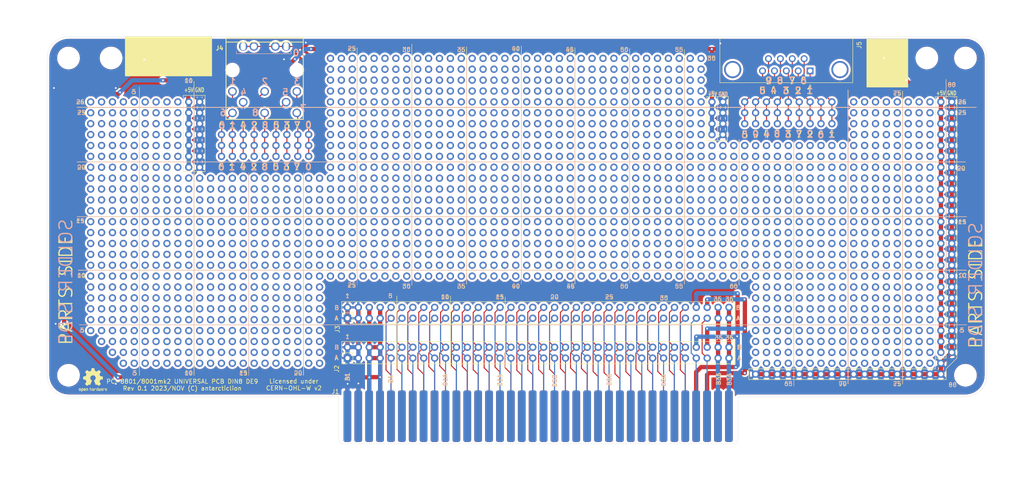
<source format=kicad_pcb>
(kicad_pcb (version 20171130) (host pcbnew "(5.1.6)-1")
  (title_block (title "PC8801/8001mk2 Universal PCB DE9 DIN8") (date 2023-11-17) (rev R01) (company "KEISETSUGIKEN / antarcticlion"))
  (layers (0 F.Cu signal) (31 B.Cu signal) (34 B.Paste user) (35 F.Paste user) (36 B.SilkS user) (37 F.SilkS user) (38 B.Mask user) (39 F.Mask user) (44 Edge.Cuts user))
  (net 0 "")
  (net 1 AB05)
  (net 2 AB08)
  (net 3 AB10)
  (net 4 AB11)
  (net 5 AB09)
  (net 6 AB07)
  (net 7 AB06)
  (net 8 AB13)
  (net 9 "#RAS1")
  (net 10 "#ROMKILL")
  (net 11 "#RFSH")
  (net 12 "#MUX")
  (net 13 "#WE")
  (net 14 "#M1")
  (net 15 "#RAS0")
  (net 16 "#RESET")
  (net 17 "#RD")
  (net 18 "#MREQ")
  (net 19 "#IORQ")
  (net 20 "#WR")
  (net 21 AB15)
  (net 22 AB14)
  (net 23 AB12)
  (net 24 MCLK)
  (net 25 V2)
  (net 26 V1)
  (net 27 "#SCLOCK")
  (net 28 "#INT2")
  (net 29 "#FDINT1")
  (net 30 "#DACK1")
  (net 31 DB0)
  (net 32 4CLK)
  (net 33 "#WAIT")
  (net 34 "#IOW")
  (net 35 DB2)
  (net 36 DB1)
  (net 37 DB5)
  (net 38 FDRDY)
  (net 39 "#DRQ1")
  (net 40 "#FDINT2")
  (net 41 DB3)
  (net 42 "#NMI")
  (net 43 "#MEMW")
  (net 44 "#DMATC")
  (net 45 "#MEMR")
  (net 46 POWER)
  (net 47 DB7)
  (net 48 DB6)
  (net 49 DB4)
  (net 50 -12V)
  (net 51 +12V)
  (net 52 GND)
  (net 53 +5V)
  (net 54 AB01)
  (net 55 NC1)
  (net 56 AB02)
  (net 57 NC2)
  (net 58 AB03)
  (net 59 "#MWAIT")
  (net 60 "#INT4")
  (net 61 AB04)
  (net 62 "#INT3")
  (net 63 "#IOR")
  (net 64 AB00)
  (module Symbol:OSHW-Logo2_7.3x6mm_SilkScreen (layer F.Cu) (at 50.3 119.9)
    (fp_text reference REF** hide)
    (fp_text value OSHW-Logo2_7.3x6mm_SilkScreen hide)
  )
  (module Connector_PinHeader_2.54mm:PinHeader_2x36_P2.54mm_Vertical (layer F.Cu) (at 109.6 114.8 90)
    (fp_text reference J2 (at -2.5 -2.5 90) (layer F.SilkS))
    (fp_text value Conn_02x36_Odd_Even)
    (pad 1 thru_hole rect (at 0 0 90) (size 1.7 1.7) (drill 1) (layers *.Cu *.Mask) (net 52 GND))
    (pad 2 thru_hole oval (at 2.54 0 90) (size 1.7 1.7) (drill 1) (layers *.Cu *.Mask) (net 52 GND))
    (pad 3 thru_hole oval (at 0 2.54 90) (size 1.7 1.7) (drill 1) (layers *.Cu *.Mask) (net 52 GND))
    (pad 4 thru_hole oval (at 2.54 2.54 90) (size 1.7 1.7) (drill 1) (layers *.Cu *.Mask) (net 52 GND))
    (pad 5 thru_hole oval (at 0 5.08 90) (size 1.7 1.7) (drill 1) (layers *.Cu *.Mask) (net 53 +5V))
    (pad 6 thru_hole oval (at 2.54 5.08 90) (size 1.7 1.7) (drill 1) (layers *.Cu *.Mask) (net 53 +5V))
    (pad 7 thru_hole oval (at 0 7.62 90) (size 1.7 1.7) (drill 1) (layers *.Cu *.Mask) (net 53 +5V))
    (pad 8 thru_hole oval (at 2.54 7.62 90) (size 1.7 1.7) (drill 1) (layers *.Cu *.Mask) (net 53 +5V))
    (pad 9 thru_hole oval (at 0 10.16 90) (size 1.7 1.7) (drill 1) (layers *.Cu *.Mask) (net 64 AB00))
    (pad 10 thru_hole oval (at 2.54 10.16 90) (size 1.7 1.7) (drill 1) (layers *.Cu *.Mask) (net 55 NC1))
    (pad 11 thru_hole oval (at 0 12.7 90) (size 1.7 1.7) (drill 1) (layers *.Cu *.Mask) (net 54 AB01))
    (pad 12 thru_hole oval (at 2.54 12.7 90) (size 1.7 1.7) (drill 1) (layers *.Cu *.Mask) (net 57 NC2))
    (pad 13 thru_hole oval (at 0 15.24 90) (size 1.7 1.7) (drill 1) (layers *.Cu *.Mask) (net 56 AB02))
    (pad 14 thru_hole oval (at 2.54 15.24 90) (size 1.7 1.7) (drill 1) (layers *.Cu *.Mask) (net 59 "#MWAIT"))
    (pad 15 thru_hole oval (at 0 17.78 90) (size 1.7 1.7) (drill 1) (layers *.Cu *.Mask) (net 58 AB03))
    (pad 16 thru_hole oval (at 2.54 17.78 90) (size 1.7 1.7) (drill 1) (layers *.Cu *.Mask) (net 60 "#INT4"))
    (pad 17 thru_hole oval (at 0 20.32 90) (size 1.7 1.7) (drill 1) (layers *.Cu *.Mask) (net 61 AB04))
    (pad 18 thru_hole oval (at 2.54 20.32 90) (size 1.7 1.7) (drill 1) (layers *.Cu *.Mask) (net 62 "#INT3"))
    (pad 19 thru_hole oval (at 0 22.86 90) (size 1.7 1.7) (drill 1) (layers *.Cu *.Mask) (net 1 AB05))
    (pad 20 thru_hole oval (at 2.54 22.86 90) (size 1.7 1.7) (drill 1) (layers *.Cu *.Mask) (net 28 "#INT2"))
    (pad 21 thru_hole oval (at 0 25.4 90) (size 1.7 1.7) (drill 1) (layers *.Cu *.Mask) (net 7 AB06))
    (pad 22 thru_hole oval (at 2.54 25.4 90) (size 1.7 1.7) (drill 1) (layers *.Cu *.Mask) (net 29 "#FDINT1"))
    (pad 23 thru_hole oval (at 0 27.94 90) (size 1.7 1.7) (drill 1) (layers *.Cu *.Mask) (net 6 AB07))
    (pad 24 thru_hole oval (at 2.54 27.94 90) (size 1.7 1.7) (drill 1) (layers *.Cu *.Mask) (net 40 "#FDINT2"))
    (pad 25 thru_hole oval (at 0 30.48 90) (size 1.7 1.7) (drill 1) (layers *.Cu *.Mask) (net 2 AB08))
    (pad 26 thru_hole oval (at 2.54 30.48 90) (size 1.7 1.7) (drill 1) (layers *.Cu *.Mask) (net 31 DB0))
    (pad 27 thru_hole oval (at 0 33.02 90) (size 1.7 1.7) (drill 1) (layers *.Cu *.Mask) (net 5 AB09))
    (pad 28 thru_hole oval (at 2.54 33.02 90) (size 1.7 1.7) (drill 1) (layers *.Cu *.Mask) (net 36 DB1))
    (pad 29 thru_hole oval (at 0 35.56 90) (size 1.7 1.7) (drill 1) (layers *.Cu *.Mask) (net 3 AB10))
    (pad 30 thru_hole oval (at 2.54 35.56 90) (size 1.7 1.7) (drill 1) (layers *.Cu *.Mask) (net 35 DB2))
    (pad 31 thru_hole oval (at 0 38.1 90) (size 1.7 1.7) (drill 1) (layers *.Cu *.Mask) (net 4 AB11))
    (pad 32 thru_hole oval (at 2.54 38.1 90) (size 1.7 1.7) (drill 1) (layers *.Cu *.Mask) (net 41 DB3))
    (pad 33 thru_hole oval (at 0 40.64 90) (size 1.7 1.7) (drill 1) (layers *.Cu *.Mask) (net 23 AB12))
    (pad 34 thru_hole oval (at 2.54 40.64 90) (size 1.7 1.7) (drill 1) (layers *.Cu *.Mask) (net 49 DB4))
    (pad 35 thru_hole oval (at 0 43.18 90) (size 1.7 1.7) (drill 1) (layers *.Cu *.Mask) (net 8 AB13))
    (pad 36 thru_hole oval (at 2.54 43.18 90) (size 1.7 1.7) (drill 1) (layers *.Cu *.Mask) (net 37 DB5))
    (pad 37 thru_hole oval (at 0 45.72 90) (size 1.7 1.7) (drill 1) (layers *.Cu *.Mask) (net 22 AB14))
    (pad 38 thru_hole oval (at 2.54 45.72 90) (size 1.7 1.7) (drill 1) (layers *.Cu *.Mask) (net 48 DB6))
    (pad 39 thru_hole oval (at 0 48.26 90) (size 1.7 1.7) (drill 1) (layers *.Cu *.Mask) (net 21 AB15))
    (pad 40 thru_hole oval (at 2.54 48.26 90) (size 1.7 1.7) (drill 1) (layers *.Cu *.Mask) (net 47 DB7))
    (pad 41 thru_hole oval (at 0 50.8 90) (size 1.7 1.7) (drill 1) (layers *.Cu *.Mask) (net 17 "#RD"))
    (pad 42 thru_hole oval (at 2.54 50.8 90) (size 1.7 1.7) (drill 1) (layers *.Cu *.Mask) (net 45 "#MEMR"))
    (pad 43 thru_hole oval (at 0 53.34 90) (size 1.7 1.7) (drill 1) (layers *.Cu *.Mask) (net 20 "#WR"))
    (pad 44 thru_hole oval (at 2.54 53.34 90) (size 1.7 1.7) (drill 1) (layers *.Cu *.Mask) (net 46 POWER))
    (pad 45 thru_hole oval (at 0 55.88 90) (size 1.7 1.7) (drill 1) (layers *.Cu *.Mask) (net 18 "#MREQ"))
    (pad 46 thru_hole oval (at 2.54 55.88 90) (size 1.7 1.7) (drill 1) (layers *.Cu *.Mask) (net 34 "#IOW"))
    (pad 47 thru_hole oval (at 0 58.42 90) (size 1.7 1.7) (drill 1) (layers *.Cu *.Mask) (net 19 "#IORQ"))
    (pad 48 thru_hole oval (at 2.54 58.42 90) (size 1.7 1.7) (drill 1) (layers *.Cu *.Mask) (net 63 "#IOR"))
    (pad 49 thru_hole oval (at 0 60.96 90) (size 1.7 1.7) (drill 1) (layers *.Cu *.Mask) (net 14 "#M1"))
    (pad 50 thru_hole oval (at 2.54 60.96 90) (size 1.7 1.7) (drill 1) (layers *.Cu *.Mask) (net 43 "#MEMW"))
    (pad 51 thru_hole oval (at 0 63.5 90) (size 1.7 1.7) (drill 1) (layers *.Cu *.Mask) (net 15 "#RAS0"))
    (pad 52 thru_hole oval (at 2.54 63.5 90) (size 1.7 1.7) (drill 1) (layers *.Cu *.Mask) (net 44 "#DMATC"))
    (pad 53 thru_hole oval (at 0 66.04 90) (size 1.7 1.7) (drill 1) (layers *.Cu *.Mask) (net 9 "#RAS1"))
    (pad 54 thru_hole oval (at 2.54 66.04 90) (size 1.7 1.7) (drill 1) (layers *.Cu *.Mask) (net 38 FDRDY))
    (pad 55 thru_hole oval (at 0 68.58 90) (size 1.7 1.7) (drill 1) (layers *.Cu *.Mask) (net 11 "#RFSH"))
    (pad 56 thru_hole oval (at 2.54 68.58 90) (size 1.7 1.7) (drill 1) (layers *.Cu *.Mask) (net 39 "#DRQ1"))
    (pad 57 thru_hole oval (at 0 71.12 90) (size 1.7 1.7) (drill 1) (layers *.Cu *.Mask) (net 12 "#MUX"))
    (pad 58 thru_hole oval (at 2.54 71.12 90) (size 1.7 1.7) (drill 1) (layers *.Cu *.Mask) (net 30 "#DACK1"))
    (pad 59 thru_hole oval (at 0 73.66 90) (size 1.7 1.7) (drill 1) (layers *.Cu *.Mask) (net 13 "#WE"))
    (pad 60 thru_hole oval (at 2.54 73.66 90) (size 1.7 1.7) (drill 1) (layers *.Cu *.Mask) (net 32 4CLK))
    (pad 61 thru_hole oval (at 0 76.2 90) (size 1.7 1.7) (drill 1) (layers *.Cu *.Mask) (net 10 "#ROMKILL"))
    (pad 62 thru_hole oval (at 2.54 76.2 90) (size 1.7 1.7) (drill 1) (layers *.Cu *.Mask) (net 42 "#NMI"))
    (pad 63 thru_hole oval (at 0 78.74 90) (size 1.7 1.7) (drill 1) (layers *.Cu *.Mask) (net 16 "#RESET"))
    (pad 64 thru_hole oval (at 2.54 78.74 90) (size 1.7 1.7) (drill 1) (layers *.Cu *.Mask) (net 33 "#WAIT"))
    (pad 65 thru_hole oval (at 0 81.28 90) (size 1.7 1.7) (drill 1) (layers *.Cu *.Mask) (net 27 "#SCLOCK"))
    (pad 66 thru_hole oval (at 2.54 81.28 90) (size 1.7 1.7) (drill 1) (layers *.Cu *.Mask) (net 51 +12V))
    (pad 67 thru_hole oval (at 0 83.82 90) (size 1.7 1.7) (drill 1) (layers *.Cu *.Mask) (net 24 MCLK))
    (pad 68 thru_hole oval (at 2.54 83.82 90) (size 1.7 1.7) (drill 1) (layers *.Cu *.Mask) (net 50 -12V))
    (pad 69 thru_hole oval (at 0 86.36 90) (size 1.7 1.7) (drill 1) (layers *.Cu *.Mask) (net 26 V1))
    (pad 70 thru_hole oval (at 2.54 86.36 90) (size 1.7 1.7) (drill 1) (layers *.Cu *.Mask) (net 26 V1))
    (pad 71 thru_hole oval (at 0 88.9 90) (size 1.7 1.7) (drill 1) (layers *.Cu *.Mask) (net 25 V2))
    (pad 72 thru_hole oval (at 2.54 88.9 90) (size 1.7 1.7) (drill 1) (layers *.Cu *.Mask) (net 25 V2))
  )
  (module ryuk_lib:edge_conn_72 (layer F.Cu) (at 108.3 122)
    (fp_text reference J1 (at -1.5 0.6) (layer F.SilkS))
    (fp_text value PC8801EXT)
    (pad B36 smd roundrect (at 90.17 6.35) (size 1.8 12) (layers F.Cu F.Paste F.Mask) (net 25 V2))
    (pad B33 smd roundrect (at 82.55 6.35) (size 1.8 12) (layers F.Cu F.Paste F.Mask) (net 51 +12V))
    (pad B35 smd roundrect (at 87.63 6.35) (size 1.8 12) (layers F.Cu F.Paste F.Mask) (net 26 V1))
    (pad B34 smd roundrect (at 85.09 6.35) (size 1.8 12) (layers F.Cu F.Paste F.Mask) (net 50 -12V))
    (pad B03 smd roundrect (at 6.35 6.35) (size 1.8 12) (layers F.Cu F.Paste F.Mask) (net 53 +5V))
    (pad B17 smd roundrect (at 41.91 6.35) (size 1.8 12) (layers F.Cu F.Paste F.Mask) (net 49 DB4))
    (pad B19 smd roundrect (at 46.99 6.35) (size 1.8 12) (layers F.Cu F.Paste F.Mask) (net 48 DB6))
    (pad B08 smd roundrect (at 19.05 6.35) (size 1.8 12) (layers F.Cu F.Paste F.Mask) (net 60 "#INT4"))
    (pad B20 smd roundrect (at 49.53 6.35) (size 1.8 12) (layers F.Cu F.Paste F.Mask) (net 47 DB7))
    (pad B22 smd roundrect (at 54.61 6.35) (size 1.8 12) (layers F.Cu F.Paste F.Mask) (net 46 POWER))
    (pad B24 smd roundrect (at 59.69 6.35) (size 1.8 12) (layers F.Cu F.Paste F.Mask) (net 63 "#IOR"))
    (pad B21 smd roundrect (at 52.07 6.35) (size 1.8 12) (layers F.Cu F.Paste F.Mask) (net 45 "#MEMR"))
    (pad B26 smd roundrect (at 64.77 6.35) (size 1.8 12) (layers F.Cu F.Paste F.Mask) (net 44 "#DMATC"))
    (pad B06 smd roundrect (at 13.97 6.35) (size 1.8 12) (layers F.Cu F.Paste F.Mask) (net 57 NC2))
    (pad B25 smd roundrect (at 62.23 6.35) (size 1.8 12) (layers F.Cu F.Paste F.Mask) (net 43 "#MEMW"))
    (pad B31 smd roundrect (at 77.47 6.35) (size 1.8 12) (layers F.Cu F.Paste F.Mask) (net 42 "#NMI"))
    (pad B16 smd roundrect (at 39.37 6.35) (size 1.8 12) (layers F.Cu F.Paste F.Mask) (net 41 DB3))
    (pad B12 smd roundrect (at 29.21 6.35) (size 1.8 12) (layers F.Cu F.Paste F.Mask) (net 40 "#FDINT2"))
    (pad B28 smd roundrect (at 69.85 6.35) (size 1.8 12) (layers F.Cu F.Paste F.Mask) (net 39 "#DRQ1"))
    (pad B27 smd roundrect (at 67.31 6.35) (size 1.8 12) (layers F.Cu F.Paste F.Mask) (net 38 FDRDY))
    (pad B18 smd roundrect (at 44.45 6.35) (size 1.8 12) (layers F.Cu F.Paste F.Mask) (net 37 DB5))
    (pad B09 smd roundrect (at 21.59 6.35) (size 1.8 12) (layers F.Cu F.Paste F.Mask) (net 62 "#INT3"))
    (pad B05 smd roundrect (at 11.43 6.35) (size 1.8 12) (layers F.Cu F.Paste F.Mask) (net 55 NC1))
    (pad B14 smd roundrect (at 34.29 6.35) (size 1.8 12) (layers F.Cu F.Paste F.Mask) (net 36 DB1))
    (pad B04 smd roundrect (at 8.89 6.35) (size 1.8 12) (layers F.Cu F.Paste F.Mask) (net 53 +5V))
    (pad B01 smd roundrect (at 1.27 6.35) (size 1.8 12) (layers F.Cu F.Paste F.Mask) (net 52 GND))
    (pad B15 smd roundrect (at 36.83 6.35) (size 1.8 12) (layers F.Cu F.Paste F.Mask) (net 35 DB2))
    (pad B02 smd roundrect (at 3.81 6.35) (size 1.8 12) (layers F.Cu F.Paste F.Mask) (net 52 GND))
    (pad B23 smd roundrect (at 57.15 6.35) (size 1.8 12) (layers F.Cu F.Paste F.Mask) (net 34 "#IOW"))
    (pad B32 smd roundrect (at 80.01 6.35) (size 1.8 12) (layers F.Cu F.Paste F.Mask) (net 33 "#WAIT"))
    (pad B30 smd roundrect (at 74.93 6.35) (size 1.8 12) (layers F.Cu F.Paste F.Mask) (net 32 4CLK))
    (pad B13 smd roundrect (at 31.75 6.35) (size 1.8 12) (layers F.Cu F.Paste F.Mask) (net 31 DB0))
    (pad B29 smd roundrect (at 72.39 6.35) (size 1.8 12) (layers F.Cu F.Paste F.Mask) (net 30 "#DACK1"))
    (pad B11 smd roundrect (at 26.67 6.35) (size 1.8 12) (layers F.Cu F.Paste F.Mask) (net 29 "#FDINT1"))
    (pad B10 smd roundrect (at 24.13 6.35) (size 1.8 12) (layers F.Cu F.Paste F.Mask) (net 28 "#INT2"))
    (pad B07 smd roundrect (at 16.51 6.35) (size 1.8 12) (layers F.Cu F.Paste F.Mask) (net 59 "#MWAIT"))
    (pad A33 smd roundrect (at 82.55 6.35) (size 1.8 12) (layers B.Cu B.Paste B.Mask) (net 27 "#SCLOCK"))
    (pad A35 smd roundrect (at 87.63 6.35) (size 1.8 12) (layers B.Cu B.Paste B.Mask) (net 26 V1))
    (pad A36 smd roundrect (at 90.17 6.35) (size 1.8 12) (layers B.Cu B.Paste B.Mask) (net 25 V2))
    (pad A34 smd roundrect (at 85.09 6.35) (size 1.8 12) (layers B.Cu B.Paste B.Mask) (net 24 MCLK))
    (pad A17 smd roundrect (at 41.91 6.35) (size 1.8 12) (layers B.Cu B.Paste B.Mask) (net 23 AB12))
    (pad A19 smd roundrect (at 46.99 6.35) (size 1.8 12) (layers B.Cu B.Paste B.Mask) (net 22 AB14))
    (pad A20 smd roundrect (at 49.53 6.35) (size 1.8 12) (layers B.Cu B.Paste B.Mask) (net 21 AB15))
    (pad A22 smd roundrect (at 54.61 6.35) (size 1.8 12) (layers B.Cu B.Paste B.Mask) (net 20 "#WR"))
    (pad A24 smd roundrect (at 59.69 6.35) (size 1.8 12) (layers B.Cu B.Paste B.Mask) (net 19 "#IORQ"))
    (pad A23 smd roundrect (at 57.15 6.35) (size 1.8 12) (layers B.Cu B.Paste B.Mask) (net 18 "#MREQ"))
    (pad A21 smd roundrect (at 52.07 6.35) (size 1.8 12) (layers B.Cu B.Paste B.Mask) (net 17 "#RD"))
    (pad A32 smd roundrect (at 80.01 6.35) (size 1.8 12) (layers B.Cu B.Paste B.Mask) (net 16 "#RESET"))
    (pad A26 smd roundrect (at 64.77 6.35) (size 1.8 12) (layers B.Cu B.Paste B.Mask) (net 15 "#RAS0"))
    (pad A25 smd roundrect (at 62.23 6.35) (size 1.8 12) (layers B.Cu B.Paste B.Mask) (net 14 "#M1"))
    (pad A30 smd roundrect (at 74.93 6.35) (size 1.8 12) (layers B.Cu B.Paste B.Mask) (net 13 "#WE"))
    (pad A29 smd roundrect (at 72.39 6.35) (size 1.8 12) (layers B.Cu B.Paste B.Mask) (net 12 "#MUX"))
    (pad A28 smd roundrect (at 69.85 6.35) (size 1.8 12) (layers B.Cu B.Paste B.Mask) (net 11 "#RFSH"))
    (pad A31 smd roundrect (at 77.47 6.35) (size 1.8 12) (layers B.Cu B.Paste B.Mask) (net 10 "#ROMKILL"))
    (pad A27 smd roundrect (at 67.31 6.35) (size 1.8 12) (layers B.Cu B.Paste B.Mask) (net 9 "#RAS1"))
    (pad A18 smd roundrect (at 44.45 6.35) (size 1.8 12) (layers B.Cu B.Paste B.Mask) (net 8 AB13))
    (pad A09 smd roundrect (at 21.59 6.35) (size 1.8 12) (layers B.Cu B.Paste B.Mask) (net 61 AB04))
    (pad A11 smd roundrect (at 26.67 6.35) (size 1.8 12) (layers B.Cu B.Paste B.Mask) (net 7 AB06))
    (pad A12 smd roundrect (at 29.21 6.35) (size 1.8 12) (layers B.Cu B.Paste B.Mask) (net 6 AB07))
    (pad A14 smd roundrect (at 34.29 6.35) (size 1.8 12) (layers B.Cu B.Paste B.Mask) (net 5 AB09))
    (pad A16 smd roundrect (at 39.37 6.35) (size 1.8 12) (layers B.Cu B.Paste B.Mask) (net 4 AB11))
    (pad A15 smd roundrect (at 36.83 6.35) (size 1.8 12) (layers B.Cu B.Paste B.Mask) (net 3 AB10))
    (pad A13 smd roundrect (at 31.75 6.35) (size 1.8 12) (layers B.Cu B.Paste B.Mask) (net 2 AB08))
    (pad A10 smd roundrect (at 24.13 6.35) (size 1.8 12) (layers B.Cu B.Paste B.Mask) (net 1 AB05))
    (pad A05 smd roundrect (at 11.43 6.35) (size 1.8 12) (layers B.Cu B.Paste B.Mask) (net 64 AB00))
    (pad A07 smd roundrect (at 16.51 6.35) (size 1.8 12) (layers B.Cu B.Paste B.Mask) (net 56 AB02))
    (pad A08 smd roundrect (at 19.05 6.35) (size 1.8 12) (layers B.Cu B.Paste B.Mask) (net 58 AB03))
    (pad A06 smd roundrect (at 13.97 6.35) (size 1.8 12) (layers B.Cu B.Paste B.Mask) (net 54 AB01))
    (pad A03 smd roundrect (at 6.35 6.35) (size 1.8 12) (layers B.Cu B.Paste B.Mask) (net 53 +5V))
    (pad A04 smd roundrect (at 8.89 6.35) (size 1.8 12) (layers B.Cu B.Paste B.Mask) (net 53 +5V))
    (pad A02 smd roundrect (at 3.81 6.35) (size 1.8 12) (layers B.Cu B.Paste B.Mask) (net 52 GND))
    (pad A01 smd roundrect (at 1.27 6.35) (size 1.8 12) (layers B.Cu B.Paste B.Mask) (net 52 GND))
  )
  (module ryuk_lib:Pin_2.54 (layer F.Cu) (at 189.46 44.88)
    (fp_text reference PIN**)
    (fp_text value Pin_2.54)
    (pad 1 thru_hole circle (at 0 0) (size 1.7 1.7) (drill 1) (layers *.Cu *.Mask))
  )
  (module ryuk_lib:Pin_2.54 (layer F.Cu) (at 181.84 44.88)
    (fp_text reference PIN**)
    (fp_text value Pin_2.54)
    (pad 1 thru_hole circle (at 0 0) (size 1.7 1.7) (drill 1) (layers *.Cu *.Mask))
  )
  (module ryuk_lib:Pin_2.54 (layer F.Cu) (at 171.68 44.88)
    (fp_text reference PIN**)
    (fp_text value Pin_2.54)
    (pad 1 thru_hole circle (at 0 0) (size 1.7 1.7) (drill 1) (layers *.Cu *.Mask))
  )
  (module ryuk_lib:Pin_2.54 (layer F.Cu) (at 169.14 44.88)
    (fp_text reference PIN**)
    (fp_text value Pin_2.54)
    (pad 1 thru_hole circle (at 0 0) (size 1.7 1.7) (drill 1) (layers *.Cu *.Mask))
  )
  (module ryuk_lib:Pin_2.54 (layer F.Cu) (at 131.04 44.88)
    (fp_text reference PIN**)
    (fp_text value Pin_2.54)
    (pad 1 thru_hole circle (at 0 0) (size 1.7 1.7) (drill 1) (layers *.Cu *.Mask))
  )
  (module ryuk_lib:Pin_2.54 (layer F.Cu) (at 123.42 44.88)
    (fp_text reference PIN**)
    (fp_text value Pin_2.54)
    (pad 1 thru_hole circle (at 0 0) (size 1.7 1.7) (drill 1) (layers *.Cu *.Mask))
  )
  (module ryuk_lib:Pin_2.54 (layer F.Cu) (at 128.5 44.88)
    (fp_text reference PIN**)
    (fp_text value Pin_2.54)
    (pad 1 thru_hole circle (at 0 0) (size 1.7 1.7) (drill 1) (layers *.Cu *.Mask))
  )
  (module ryuk_lib:Pin_2.54 (layer F.Cu) (at 120.88 44.88)
    (fp_text reference PIN**)
    (fp_text value Pin_2.54)
    (pad 1 thru_hole circle (at 0 0) (size 1.7 1.7) (drill 1) (layers *.Cu *.Mask))
  )
  (module ryuk_lib:Pin_2.54 (layer F.Cu) (at 174.22 44.88)
    (fp_text reference PIN**)
    (fp_text value Pin_2.54)
    (pad 1 thru_hole circle (at 0 0) (size 1.7 1.7) (drill 1) (layers *.Cu *.Mask))
  )
  (module ryuk_lib:Pin_2.54 (layer F.Cu) (at 179.3 44.88)
    (fp_text reference PIN**)
    (fp_text value Pin_2.54)
    (pad 1 thru_hole circle (at 0 0) (size 1.7 1.7) (drill 1) (layers *.Cu *.Mask))
  )
  (module ryuk_lib:Pin_2.54 (layer F.Cu) (at 176.76 44.88)
    (fp_text reference PIN**)
    (fp_text value Pin_2.54)
    (pad 1 thru_hole circle (at 0 0) (size 1.7 1.7) (drill 1) (layers *.Cu *.Mask))
  )
  (module ryuk_lib:Pin_2.54 (layer F.Cu) (at 186.92 44.88)
    (fp_text reference PIN**)
    (fp_text value Pin_2.54)
    (pad 1 thru_hole circle (at 0 0) (size 1.7 1.7) (drill 1) (layers *.Cu *.Mask))
  )
  (module ryuk_lib:Pin_2.54 (layer F.Cu) (at 161.52 44.88)
    (fp_text reference PIN**)
    (fp_text value Pin_2.54)
    (pad 1 thru_hole circle (at 0 0) (size 1.7 1.7) (drill 1) (layers *.Cu *.Mask))
  )
  (module ryuk_lib:Pin_2.54 (layer F.Cu) (at 138.66 44.88)
    (fp_text reference PIN**)
    (fp_text value Pin_2.54)
    (pad 1 thru_hole circle (at 0 0) (size 1.7 1.7) (drill 1) (layers *.Cu *.Mask))
  )
  (module ryuk_lib:Pin_2.54 (layer F.Cu) (at 184.38 44.88)
    (fp_text reference PIN**)
    (fp_text value Pin_2.54)
    (pad 1 thru_hole circle (at 0 0) (size 1.7 1.7) (drill 1) (layers *.Cu *.Mask))
  )
  (module ryuk_lib:Pin_2.54 (layer F.Cu) (at 118.34 44.88)
    (fp_text reference PIN**)
    (fp_text value Pin_2.54)
    (pad 1 thru_hole circle (at 0 0) (size 1.7 1.7) (drill 1) (layers *.Cu *.Mask))
  )
  (module ryuk_lib:Pin_2.54 (layer F.Cu) (at 156.44 44.88)
    (fp_text reference PIN**)
    (fp_text value Pin_2.54)
    (pad 1 thru_hole circle (at 0 0) (size 1.7 1.7) (drill 1) (layers *.Cu *.Mask))
  )
  (module ryuk_lib:Pin_2.54 (layer F.Cu) (at 125.96 44.88)
    (fp_text reference PIN**)
    (fp_text value Pin_2.54)
    (pad 1 thru_hole circle (at 0 0) (size 1.7 1.7) (drill 1) (layers *.Cu *.Mask))
  )
  (module ryuk_lib:Pin_2.54 (layer F.Cu) (at 113.26 44.88)
    (fp_text reference PIN**)
    (fp_text value Pin_2.54)
    (pad 1 thru_hole circle (at 0 0) (size 1.7 1.7) (drill 1) (layers *.Cu *.Mask))
  )
  (module ryuk_lib:Pin_2.54 (layer F.Cu) (at 110.72 44.88)
    (fp_text reference PIN**)
    (fp_text value Pin_2.54)
    (pad 1 thru_hole circle (at 0 0) (size 1.7 1.7) (drill 1) (layers *.Cu *.Mask))
  )
  (module ryuk_lib:Pin_2.54 (layer F.Cu) (at 158.98 44.88)
    (fp_text reference PIN**)
    (fp_text value Pin_2.54)
    (pad 1 thru_hole circle (at 0 0) (size 1.7 1.7) (drill 1) (layers *.Cu *.Mask))
  )
  (module ryuk_lib:Pin_2.54 (layer F.Cu) (at 133.58 44.88)
    (fp_text reference PIN**)
    (fp_text value Pin_2.54)
    (pad 1 thru_hole circle (at 0 0) (size 1.7 1.7) (drill 1) (layers *.Cu *.Mask))
  )
  (module ryuk_lib:Pin_2.54 (layer F.Cu) (at 115.8 44.88)
    (fp_text reference PIN**)
    (fp_text value Pin_2.54)
    (pad 1 thru_hole circle (at 0 0) (size 1.7 1.7) (drill 1) (layers *.Cu *.Mask))
  )
  (module ryuk_lib:Pin_2.54 (layer F.Cu) (at 105.64 44.88)
    (fp_text reference PIN**)
    (fp_text value Pin_2.54)
    (pad 1 thru_hole circle (at 0 0) (size 1.7 1.7) (drill 1) (layers *.Cu *.Mask))
  )
  (module ryuk_lib:Pin_2.54 (layer F.Cu) (at 153.9 44.88)
    (fp_text reference PIN**)
    (fp_text value Pin_2.54)
    (pad 1 thru_hole circle (at 0 0) (size 1.7 1.7) (drill 1) (layers *.Cu *.Mask))
  )
  (module ryuk_lib:Pin_2.54 (layer F.Cu) (at 143.74 44.88)
    (fp_text reference PIN**)
    (fp_text value Pin_2.54)
    (pad 1 thru_hole circle (at 0 0) (size 1.7 1.7) (drill 1) (layers *.Cu *.Mask))
  )
  (module ryuk_lib:Pin_2.54 (layer F.Cu) (at 108.18 44.88)
    (fp_text reference PIN**)
    (fp_text value Pin_2.54)
    (pad 1 thru_hole circle (at 0 0) (size 1.7 1.7) (drill 1) (layers *.Cu *.Mask))
  )
  (module ryuk_lib:Pin_2.54 (layer F.Cu) (at 148.82 44.88)
    (fp_text reference PIN**)
    (fp_text value Pin_2.54)
    (pad 1 thru_hole circle (at 0 0) (size 1.7 1.7) (drill 1) (layers *.Cu *.Mask))
  )
  (module ryuk_lib:Pin_2.54 (layer F.Cu) (at 166.6 44.88)
    (fp_text reference PIN**)
    (fp_text value Pin_2.54)
    (pad 1 thru_hole circle (at 0 0) (size 1.7 1.7) (drill 1) (layers *.Cu *.Mask))
  )
  (module ryuk_lib:Pin_2.54 (layer F.Cu) (at 164.06 44.88)
    (fp_text reference PIN**)
    (fp_text value Pin_2.54)
    (pad 1 thru_hole circle (at 0 0) (size 1.7 1.7) (drill 1) (layers *.Cu *.Mask))
  )
  (module ryuk_lib:Pin_2.54 (layer F.Cu) (at 146.28 44.88)
    (fp_text reference PIN**)
    (fp_text value Pin_2.54)
    (pad 1 thru_hole circle (at 0 0) (size 1.7 1.7) (drill 1) (layers *.Cu *.Mask))
  )
  (module ryuk_lib:Pin_2.54 (layer F.Cu) (at 141.2 44.88)
    (fp_text reference PIN**)
    (fp_text value Pin_2.54)
    (pad 1 thru_hole circle (at 0 0) (size 1.7 1.7) (drill 1) (layers *.Cu *.Mask))
  )
  (module ryuk_lib:Pin_2.54 (layer F.Cu) (at 151.36 44.88)
    (fp_text reference PIN**)
    (fp_text value Pin_2.54)
    (pad 1 thru_hole circle (at 0 0) (size 1.7 1.7) (drill 1) (layers *.Cu *.Mask))
  )
  (module ryuk_lib:Pin_2.54 (layer F.Cu) (at 136.12 44.88)
    (fp_text reference PIN**)
    (fp_text value Pin_2.54)
    (pad 1 thru_hole circle (at 0 0) (size 1.7 1.7) (drill 1) (layers *.Cu *.Mask))
  )
  (module ryuk_lib:Pin_2.54 (layer F.Cu) (at 192 44.88)
    (fp_text reference PIN**)
    (fp_text value Pin_2.54)
    (pad 1 thru_hole circle (at 0 0) (size 1.7 1.7) (drill 1) (layers *.Cu *.Mask))
  )
  (module ryuk_lib:Pin_2.54 (layer F.Cu) (at 100.56 62.66)
    (fp_text reference PIN**)
    (fp_text value Pin_2.54)
    (pad 1 thru_hole circle (at 0 0) (size 1.7 1.7) (drill 1) (layers *.Cu *.Mask))
  )
  (module ryuk_lib:Pin_2.54 (layer F.Cu) (at 100.56 67.74)
    (fp_text reference PIN**)
    (fp_text value Pin_2.54)
    (pad 1 thru_hole circle (at 0 0) (size 1.7 1.7) (drill 1) (layers *.Cu *.Mask))
  )
  (module ryuk_lib:Pin_2.54 (layer F.Cu) (at 100.56 65.2)
    (fp_text reference PIN**)
    (fp_text value Pin_2.54)
    (pad 1 thru_hole circle (at 0 0) (size 1.7 1.7) (drill 1) (layers *.Cu *.Mask))
  )
  (module ryuk_lib:Pin_2.54 (layer F.Cu) (at 192 55.04)
    (fp_text reference PIN**)
    (fp_text value Pin_2.54)
    (pad 1 thru_hole circle (at 0 0) (size 1.7 1.7) (drill 1) (layers *.Cu *.Mask))
  )
  (module ryuk_lib:Pin_2.54 (layer F.Cu) (at 192 62.66)
    (fp_text reference PIN**)
    (fp_text value Pin_2.54)
    (pad 1 thru_hole circle (at 0 0) (size 1.7 1.7) (drill 1) (layers *.Cu *.Mask))
  )
  (module ryuk_lib:Pin_2.54 (layer F.Cu) (at 192 57.58)
    (fp_text reference PIN**)
    (fp_text value Pin_2.54)
    (pad 1 thru_hole circle (at 0 0) (size 1.7 1.7) (drill 1) (layers *.Cu *.Mask))
  )
  (module ryuk_lib:Pin_2.54 (layer F.Cu) (at 192 60.12)
    (fp_text reference PIN**)
    (fp_text value Pin_2.54)
    (pad 1 thru_hole circle (at 0 0) (size 1.7 1.7) (drill 1) (layers *.Cu *.Mask))
  )
  (module ryuk_lib:Pin_2.54 (layer F.Cu) (at 192 47.42)
    (fp_text reference PIN**)
    (fp_text value Pin_2.54)
    (pad 1 thru_hole circle (at 0 0) (size 1.7 1.7) (drill 1) (layers *.Cu *.Mask))
  )
  (module ryuk_lib:Pin_2.54 (layer F.Cu) (at 192 49.96)
    (fp_text reference PIN**)
    (fp_text value Pin_2.54)
    (pad 1 thru_hole circle (at 0 0) (size 1.7 1.7) (drill 1) (layers *.Cu *.Mask))
  )
  (module ryuk_lib:Pin_2.54 (layer F.Cu) (at 192 65.2)
    (fp_text reference PIN**)
    (fp_text value Pin_2.54)
    (pad 1 thru_hole circle (at 0 0) (size 1.7 1.7) (drill 1) (layers *.Cu *.Mask))
  )
  (module ryuk_lib:Pin_2.54 (layer F.Cu) (at 192 52.5)
    (fp_text reference PIN**)
    (fp_text value Pin_2.54)
    (pad 1 thru_hole circle (at 0 0) (size 1.7 1.7) (drill 1) (layers *.Cu *.Mask))
  )
  (module ryuk_lib:Pin_2.54 (layer F.Cu) (at 161.52 52.5)
    (fp_text reference PIN**)
    (fp_text value Pin_2.54)
    (pad 1 thru_hole circle (at 0 0) (size 1.7 1.7) (drill 1) (layers *.Cu *.Mask))
  )
  (module ryuk_lib:Pin_2.54 (layer F.Cu) (at 158.98 52.5)
    (fp_text reference PIN**)
    (fp_text value Pin_2.54)
    (pad 1 thru_hole circle (at 0 0) (size 1.7 1.7) (drill 1) (layers *.Cu *.Mask))
  )
  (module ryuk_lib:Pin_2.54 (layer F.Cu) (at 136.12 52.5)
    (fp_text reference PIN**)
    (fp_text value Pin_2.54)
    (pad 1 thru_hole circle (at 0 0) (size 1.7 1.7) (drill 1) (layers *.Cu *.Mask))
  )
  (module ryuk_lib:Pin_2.54 (layer F.Cu) (at 141.2 52.5)
    (fp_text reference PIN**)
    (fp_text value Pin_2.54)
    (pad 1 thru_hole circle (at 0 0) (size 1.7 1.7) (drill 1) (layers *.Cu *.Mask))
  )
  (module ryuk_lib:Pin_2.54 (layer F.Cu) (at 138.66 52.5)
    (fp_text reference PIN**)
    (fp_text value Pin_2.54)
    (pad 1 thru_hole circle (at 0 0) (size 1.7 1.7) (drill 1) (layers *.Cu *.Mask))
  )
  (module ryuk_lib:Pin_2.54 (layer F.Cu) (at 133.58 52.5)
    (fp_text reference PIN**)
    (fp_text value Pin_2.54)
    (pad 1 thru_hole circle (at 0 0) (size 1.7 1.7) (drill 1) (layers *.Cu *.Mask))
  )
  (module ryuk_lib:Pin_2.54 (layer F.Cu) (at 128.5 52.5)
    (fp_text reference PIN**)
    (fp_text value Pin_2.54)
    (pad 1 thru_hole circle (at 0 0) (size 1.7 1.7) (drill 1) (layers *.Cu *.Mask))
  )
  (module ryuk_lib:Pin_2.54 (layer F.Cu) (at 166.6 52.5)
    (fp_text reference PIN**)
    (fp_text value Pin_2.54)
    (pad 1 thru_hole circle (at 0 0) (size 1.7 1.7) (drill 1) (layers *.Cu *.Mask))
  )
  (module ryuk_lib:Pin_2.54 (layer F.Cu) (at 153.9 52.5)
    (fp_text reference PIN**)
    (fp_text value Pin_2.54)
    (pad 1 thru_hole circle (at 0 0) (size 1.7 1.7) (drill 1) (layers *.Cu *.Mask))
  )
  (module ryuk_lib:Pin_2.54 (layer F.Cu) (at 131.04 52.5)
    (fp_text reference PIN**)
    (fp_text value Pin_2.54)
    (pad 1 thru_hole circle (at 0 0) (size 1.7 1.7) (drill 1) (layers *.Cu *.Mask))
  )
  (module ryuk_lib:Pin_2.54 (layer F.Cu) (at 164.06 52.5)
    (fp_text reference PIN**)
    (fp_text value Pin_2.54)
    (pad 1 thru_hole circle (at 0 0) (size 1.7 1.7) (drill 1) (layers *.Cu *.Mask))
  )
  (module ryuk_lib:Pin_2.54 (layer F.Cu) (at 123.42 52.5)
    (fp_text reference PIN**)
    (fp_text value Pin_2.54)
    (pad 1 thru_hole circle (at 0 0) (size 1.7 1.7) (drill 1) (layers *.Cu *.Mask))
  )
  (module ryuk_lib:Pin_2.54 (layer F.Cu) (at 171.68 52.5)
    (fp_text reference PIN**)
    (fp_text value Pin_2.54)
    (pad 1 thru_hole circle (at 0 0) (size 1.7 1.7) (drill 1) (layers *.Cu *.Mask))
  )
  (module ryuk_lib:Pin_2.54 (layer F.Cu) (at 169.14 52.5)
    (fp_text reference PIN**)
    (fp_text value Pin_2.54)
    (pad 1 thru_hole circle (at 0 0) (size 1.7 1.7) (drill 1) (layers *.Cu *.Mask))
  )
  (module ryuk_lib:Pin_2.54 (layer F.Cu) (at 179.3 52.5)
    (fp_text reference PIN**)
    (fp_text value Pin_2.54)
    (pad 1 thru_hole circle (at 0 0) (size 1.7 1.7) (drill 1) (layers *.Cu *.Mask))
  )
  (module ryuk_lib:Pin_2.54 (layer F.Cu) (at 189.46 52.5)
    (fp_text reference PIN**)
    (fp_text value Pin_2.54)
    (pad 1 thru_hole circle (at 0 0) (size 1.7 1.7) (drill 1) (layers *.Cu *.Mask))
  )
  (module ryuk_lib:Pin_2.54 (layer F.Cu) (at 184.38 52.5)
    (fp_text reference PIN**)
    (fp_text value Pin_2.54)
    (pad 1 thru_hole circle (at 0 0) (size 1.7 1.7) (drill 1) (layers *.Cu *.Mask))
  )
  (module ryuk_lib:Pin_2.54 (layer F.Cu) (at 186.92 52.5)
    (fp_text reference PIN**)
    (fp_text value Pin_2.54)
    (pad 1 thru_hole circle (at 0 0) (size 1.7 1.7) (drill 1) (layers *.Cu *.Mask))
  )
  (module ryuk_lib:Pin_2.54 (layer F.Cu) (at 148.82 52.5)
    (fp_text reference PIN**)
    (fp_text value Pin_2.54)
    (pad 1 thru_hole circle (at 0 0) (size 1.7 1.7) (drill 1) (layers *.Cu *.Mask))
  )
  (module ryuk_lib:Pin_2.54 (layer F.Cu) (at 143.74 52.5)
    (fp_text reference PIN**)
    (fp_text value Pin_2.54)
    (pad 1 thru_hole circle (at 0 0) (size 1.7 1.7) (drill 1) (layers *.Cu *.Mask))
  )
  (module ryuk_lib:Pin_2.54 (layer F.Cu) (at 118.34 52.5)
    (fp_text reference PIN**)
    (fp_text value Pin_2.54)
    (pad 1 thru_hole circle (at 0 0) (size 1.7 1.7) (drill 1) (layers *.Cu *.Mask))
  )
  (module ryuk_lib:Pin_2.54 (layer F.Cu) (at 156.44 52.5)
    (fp_text reference PIN**)
    (fp_text value Pin_2.54)
    (pad 1 thru_hole circle (at 0 0) (size 1.7 1.7) (drill 1) (layers *.Cu *.Mask))
  )
  (module ryuk_lib:Pin_2.54 (layer F.Cu) (at 151.36 52.5)
    (fp_text reference PIN**)
    (fp_text value Pin_2.54)
    (pad 1 thru_hole circle (at 0 0) (size 1.7 1.7) (drill 1) (layers *.Cu *.Mask))
  )
  (module ryuk_lib:Pin_2.54 (layer F.Cu) (at 105.64 52.5)
    (fp_text reference PIN**)
    (fp_text value Pin_2.54)
    (pad 1 thru_hole circle (at 0 0) (size 1.7 1.7) (drill 1) (layers *.Cu *.Mask))
  )
  (module ryuk_lib:Pin_2.54 (layer F.Cu) (at 115.8 52.5)
    (fp_text reference PIN**)
    (fp_text value Pin_2.54)
    (pad 1 thru_hole circle (at 0 0) (size 1.7 1.7) (drill 1) (layers *.Cu *.Mask))
  )
  (module ryuk_lib:Pin_2.54 (layer F.Cu) (at 120.88 52.5)
    (fp_text reference PIN**)
    (fp_text value Pin_2.54)
    (pad 1 thru_hole circle (at 0 0) (size 1.7 1.7) (drill 1) (layers *.Cu *.Mask))
  )
  (module ryuk_lib:Pin_2.54 (layer F.Cu) (at 113.26 52.5)
    (fp_text reference PIN**)
    (fp_text value Pin_2.54)
    (pad 1 thru_hole circle (at 0 0) (size 1.7 1.7) (drill 1) (layers *.Cu *.Mask))
  )
  (module ryuk_lib:Pin_2.54 (layer F.Cu) (at 181.84 52.5)
    (fp_text reference PIN**)
    (fp_text value Pin_2.54)
    (pad 1 thru_hole circle (at 0 0) (size 1.7 1.7) (drill 1) (layers *.Cu *.Mask))
  )
  (module ryuk_lib:Pin_2.54 (layer F.Cu) (at 146.28 52.5)
    (fp_text reference PIN**)
    (fp_text value Pin_2.54)
    (pad 1 thru_hole circle (at 0 0) (size 1.7 1.7) (drill 1) (layers *.Cu *.Mask))
  )
  (module ryuk_lib:Pin_2.54 (layer F.Cu) (at 110.72 52.5)
    (fp_text reference PIN**)
    (fp_text value Pin_2.54)
    (pad 1 thru_hole circle (at 0 0) (size 1.7 1.7) (drill 1) (layers *.Cu *.Mask))
  )
  (module ryuk_lib:Pin_2.54 (layer F.Cu) (at 176.76 52.5)
    (fp_text reference PIN**)
    (fp_text value Pin_2.54)
    (pad 1 thru_hole circle (at 0 0) (size 1.7 1.7) (drill 1) (layers *.Cu *.Mask))
  )
  (module ryuk_lib:Pin_2.54 (layer F.Cu) (at 125.96 52.5)
    (fp_text reference PIN**)
    (fp_text value Pin_2.54)
    (pad 1 thru_hole circle (at 0 0) (size 1.7 1.7) (drill 1) (layers *.Cu *.Mask))
  )
  (module ryuk_lib:Pin_2.54 (layer F.Cu) (at 108.18 52.5)
    (fp_text reference PIN**)
    (fp_text value Pin_2.54)
    (pad 1 thru_hole circle (at 0 0) (size 1.7 1.7) (drill 1) (layers *.Cu *.Mask))
  )
  (module ryuk_lib:Pin_2.54 (layer F.Cu) (at 174.22 52.5)
    (fp_text reference PIN**)
    (fp_text value Pin_2.54)
    (pad 1 thru_hole circle (at 0 0) (size 1.7 1.7) (drill 1) (layers *.Cu *.Mask))
  )
  (module ryuk_lib:Pin_2.54 (layer F.Cu) (at 153.9 65.2)
    (fp_text reference PIN**)
    (fp_text value Pin_2.54)
    (pad 1 thru_hole circle (at 0 0) (size 1.7 1.7) (drill 1) (layers *.Cu *.Mask))
  )
  (module ryuk_lib:Pin_2.54 (layer F.Cu) (at 161.52 65.2)
    (fp_text reference PIN**)
    (fp_text value Pin_2.54)
    (pad 1 thru_hole circle (at 0 0) (size 1.7 1.7) (drill 1) (layers *.Cu *.Mask))
  )
  (module ryuk_lib:Pin_2.54 (layer F.Cu) (at 158.98 65.2)
    (fp_text reference PIN**)
    (fp_text value Pin_2.54)
    (pad 1 thru_hole circle (at 0 0) (size 1.7 1.7) (drill 1) (layers *.Cu *.Mask))
  )
  (module ryuk_lib:Pin_2.54 (layer F.Cu) (at 166.6 65.2)
    (fp_text reference PIN**)
    (fp_text value Pin_2.54)
    (pad 1 thru_hole circle (at 0 0) (size 1.7 1.7) (drill 1) (layers *.Cu *.Mask))
  )
  (module ryuk_lib:Pin_2.54 (layer F.Cu) (at 164.06 65.2)
    (fp_text reference PIN**)
    (fp_text value Pin_2.54)
    (pad 1 thru_hole circle (at 0 0) (size 1.7 1.7) (drill 1) (layers *.Cu *.Mask))
  )
  (module ryuk_lib:Pin_2.54 (layer F.Cu) (at 133.58 65.2)
    (fp_text reference PIN**)
    (fp_text value Pin_2.54)
    (pad 1 thru_hole circle (at 0 0) (size 1.7 1.7) (drill 1) (layers *.Cu *.Mask))
  )
  (module ryuk_lib:Pin_2.54 (layer F.Cu) (at 131.04 65.2)
    (fp_text reference PIN**)
    (fp_text value Pin_2.54)
    (pad 1 thru_hole circle (at 0 0) (size 1.7 1.7) (drill 1) (layers *.Cu *.Mask))
  )
  (module ryuk_lib:Pin_2.54 (layer F.Cu) (at 128.5 65.2)
    (fp_text reference PIN**)
    (fp_text value Pin_2.54)
    (pad 1 thru_hole circle (at 0 0) (size 1.7 1.7) (drill 1) (layers *.Cu *.Mask))
  )
  (module ryuk_lib:Pin_2.54 (layer F.Cu) (at 136.12 65.2)
    (fp_text reference PIN**)
    (fp_text value Pin_2.54)
    (pad 1 thru_hole circle (at 0 0) (size 1.7 1.7) (drill 1) (layers *.Cu *.Mask))
  )
  (module ryuk_lib:Pin_2.54 (layer F.Cu) (at 123.42 65.2)
    (fp_text reference PIN**)
    (fp_text value Pin_2.54)
    (pad 1 thru_hole circle (at 0 0) (size 1.7 1.7) (drill 1) (layers *.Cu *.Mask))
  )
  (module ryuk_lib:Pin_2.54 (layer F.Cu) (at 138.66 65.2)
    (fp_text reference PIN**)
    (fp_text value Pin_2.54)
    (pad 1 thru_hole circle (at 0 0) (size 1.7 1.7) (drill 1) (layers *.Cu *.Mask))
  )
  (module ryuk_lib:Pin_2.54 (layer F.Cu) (at 141.2 65.2)
    (fp_text reference PIN**)
    (fp_text value Pin_2.54)
    (pad 1 thru_hole circle (at 0 0) (size 1.7 1.7) (drill 1) (layers *.Cu *.Mask))
  )
  (module ryuk_lib:Pin_2.54 (layer F.Cu) (at 171.68 65.2)
    (fp_text reference PIN**)
    (fp_text value Pin_2.54)
    (pad 1 thru_hole circle (at 0 0) (size 1.7 1.7) (drill 1) (layers *.Cu *.Mask))
  )
  (module ryuk_lib:Pin_2.54 (layer F.Cu) (at 176.76 65.2)
    (fp_text reference PIN**)
    (fp_text value Pin_2.54)
    (pad 1 thru_hole circle (at 0 0) (size 1.7 1.7) (drill 1) (layers *.Cu *.Mask))
  )
  (module ryuk_lib:Pin_2.54 (layer F.Cu) (at 169.14 65.2)
    (fp_text reference PIN**)
    (fp_text value Pin_2.54)
    (pad 1 thru_hole circle (at 0 0) (size 1.7 1.7) (drill 1) (layers *.Cu *.Mask))
  )
  (module ryuk_lib:Pin_2.54 (layer F.Cu) (at 179.3 65.2)
    (fp_text reference PIN**)
    (fp_text value Pin_2.54)
    (pad 1 thru_hole circle (at 0 0) (size 1.7 1.7) (drill 1) (layers *.Cu *.Mask))
  )
  (module ryuk_lib:Pin_2.54 (layer F.Cu) (at 189.46 65.2)
    (fp_text reference PIN**)
    (fp_text value Pin_2.54)
    (pad 1 thru_hole circle (at 0 0) (size 1.7 1.7) (drill 1) (layers *.Cu *.Mask))
  )
  (module ryuk_lib:Pin_2.54 (layer F.Cu) (at 181.84 65.2)
    (fp_text reference PIN**)
    (fp_text value Pin_2.54)
    (pad 1 thru_hole circle (at 0 0) (size 1.7 1.7) (drill 1) (layers *.Cu *.Mask))
  )
  (module ryuk_lib:Pin_2.54 (layer F.Cu) (at 174.22 65.2)
    (fp_text reference PIN**)
    (fp_text value Pin_2.54)
    (pad 1 thru_hole circle (at 0 0) (size 1.7 1.7) (drill 1) (layers *.Cu *.Mask))
  )
  (module ryuk_lib:Pin_2.54 (layer F.Cu) (at 184.38 65.2)
    (fp_text reference PIN**)
    (fp_text value Pin_2.54)
    (pad 1 thru_hole circle (at 0 0) (size 1.7 1.7) (drill 1) (layers *.Cu *.Mask))
  )
  (module ryuk_lib:Pin_2.54 (layer F.Cu) (at 186.92 65.2)
    (fp_text reference PIN**)
    (fp_text value Pin_2.54)
    (pad 1 thru_hole circle (at 0 0) (size 1.7 1.7) (drill 1) (layers *.Cu *.Mask))
  )
  (module ryuk_lib:Pin_2.54 (layer F.Cu) (at 148.82 65.2)
    (fp_text reference PIN**)
    (fp_text value Pin_2.54)
    (pad 1 thru_hole circle (at 0 0) (size 1.7 1.7) (drill 1) (layers *.Cu *.Mask))
  )
  (module ryuk_lib:Pin_2.54 (layer F.Cu) (at 143.74 65.2)
    (fp_text reference PIN**)
    (fp_text value Pin_2.54)
    (pad 1 thru_hole circle (at 0 0) (size 1.7 1.7) (drill 1) (layers *.Cu *.Mask))
  )
  (module ryuk_lib:Pin_2.54 (layer F.Cu) (at 146.28 65.2)
    (fp_text reference PIN**)
    (fp_text value Pin_2.54)
    (pad 1 thru_hole circle (at 0 0) (size 1.7 1.7) (drill 1) (layers *.Cu *.Mask))
  )
  (module ryuk_lib:Pin_2.54 (layer F.Cu) (at 156.44 65.2)
    (fp_text reference PIN**)
    (fp_text value Pin_2.54)
    (pad 1 thru_hole circle (at 0 0) (size 1.7 1.7) (drill 1) (layers *.Cu *.Mask))
  )
  (module ryuk_lib:Pin_2.54 (layer F.Cu) (at 151.36 65.2)
    (fp_text reference PIN**)
    (fp_text value Pin_2.54)
    (pad 1 thru_hole circle (at 0 0) (size 1.7 1.7) (drill 1) (layers *.Cu *.Mask))
  )
  (module ryuk_lib:Pin_2.54 (layer F.Cu) (at 110.72 65.2)
    (fp_text reference PIN**)
    (fp_text value Pin_2.54)
    (pad 1 thru_hole circle (at 0 0) (size 1.7 1.7) (drill 1) (layers *.Cu *.Mask))
  )
  (module ryuk_lib:Pin_2.54 (layer F.Cu) (at 115.8 65.2)
    (fp_text reference PIN**)
    (fp_text value Pin_2.54)
    (pad 1 thru_hole circle (at 0 0) (size 1.7 1.7) (drill 1) (layers *.Cu *.Mask))
  )
  (module ryuk_lib:Pin_2.54 (layer F.Cu) (at 120.88 65.2)
    (fp_text reference PIN**)
    (fp_text value Pin_2.54)
    (pad 1 thru_hole circle (at 0 0) (size 1.7 1.7) (drill 1) (layers *.Cu *.Mask))
  )
  (module ryuk_lib:Pin_2.54 (layer F.Cu) (at 118.34 65.2)
    (fp_text reference PIN**)
    (fp_text value Pin_2.54)
    (pad 1 thru_hole circle (at 0 0) (size 1.7 1.7) (drill 1) (layers *.Cu *.Mask))
  )
  (module ryuk_lib:Pin_2.54 (layer F.Cu) (at 125.96 65.2)
    (fp_text reference PIN**)
    (fp_text value Pin_2.54)
    (pad 1 thru_hole circle (at 0 0) (size 1.7 1.7) (drill 1) (layers *.Cu *.Mask))
  )
  (module ryuk_lib:Pin_2.54 (layer F.Cu) (at 113.26 65.2)
    (fp_text reference PIN**)
    (fp_text value Pin_2.54)
    (pad 1 thru_hole circle (at 0 0) (size 1.7 1.7) (drill 1) (layers *.Cu *.Mask))
  )
  (module ryuk_lib:Pin_2.54 (layer F.Cu) (at 108.18 65.2)
    (fp_text reference PIN**)
    (fp_text value Pin_2.54)
    (pad 1 thru_hole circle (at 0 0) (size 1.7 1.7) (drill 1) (layers *.Cu *.Mask))
  )
  (module ryuk_lib:Pin_2.54 (layer F.Cu) (at 105.64 65.2)
    (fp_text reference PIN**)
    (fp_text value Pin_2.54)
    (pad 1 thru_hole circle (at 0 0) (size 1.7 1.7) (drill 1) (layers *.Cu *.Mask))
  )
  (module ryuk_lib:Pin_2.54 (layer F.Cu) (at 52.3 55.04)
    (fp_text reference PIN**)
    (fp_text value Pin_2.54)
    (pad 1 thru_hole circle (at 0 0) (size 1.7 1.7) (drill 1) (layers *.Cu *.Mask))
  )
  (module ryuk_lib:Pin_2.54 (layer F.Cu) (at 49.76 55.04)
    (fp_text reference PIN**)
    (fp_text value Pin_2.54)
    (pad 1 thru_hole circle (at 0 0) (size 1.7 1.7) (drill 1) (layers *.Cu *.Mask))
  )
  (module ryuk_lib:Pin_2.54 (layer F.Cu) (at 54.84 55.04)
    (fp_text reference PIN**)
    (fp_text value Pin_2.54)
    (pad 1 thru_hole circle (at 0 0) (size 1.7 1.7) (drill 1) (layers *.Cu *.Mask))
  )
  (module ryuk_lib:Pin_2.54 (layer F.Cu) (at 57.38 55.04)
    (fp_text reference PIN**)
    (fp_text value Pin_2.54)
    (pad 1 thru_hole circle (at 0 0) (size 1.7 1.7) (drill 1) (layers *.Cu *.Mask))
  )
  (module ryuk_lib:Pin_2.54 (layer F.Cu) (at 59.92 55.04)
    (fp_text reference PIN**)
    (fp_text value Pin_2.54)
    (pad 1 thru_hole circle (at 0 0) (size 1.7 1.7) (drill 1) (layers *.Cu *.Mask))
  )
  (module ryuk_lib:Pin_2.54 (layer F.Cu) (at 245.34 55.04)
    (fp_text reference PIN**)
    (fp_text value Pin_2.54)
    (pad 1 thru_hole circle (at 0 0) (size 1.7 1.7) (drill 1) (layers *.Cu *.Mask))
  )
  (module ryuk_lib:Pin_2.54 (layer F.Cu) (at 240.26 55.04)
    (fp_text reference PIN**)
    (fp_text value Pin_2.54)
    (pad 1 thru_hole circle (at 0 0) (size 1.7 1.7) (drill 1) (layers *.Cu *.Mask))
  )
  (module ryuk_lib:Pin_2.54 (layer F.Cu) (at 242.8 55.04)
    (fp_text reference PIN**)
    (fp_text value Pin_2.54)
    (pad 1 thru_hole circle (at 0 0) (size 1.7 1.7) (drill 1) (layers *.Cu *.Mask))
  )
  (module ryuk_lib:Pin_2.54 (layer F.Cu) (at 250.42 55.04)
    (fp_text reference PIN**)
    (fp_text value Pin_2.54)
    (pad 1 thru_hole circle (at 0 0) (size 1.7 1.7) (drill 1) (layers *.Cu *.Mask) (net 52 GND))
  )
  (module ryuk_lib:Pin_2.54 (layer F.Cu) (at 247.88 55.04)
    (fp_text reference PIN**)
    (fp_text value Pin_2.54)
    (pad 1 thru_hole circle (at 0 0) (size 1.7 1.7) (drill 1) (layers *.Cu *.Mask) (net 53 +5V))
  )
  (module ryuk_lib:Pin_2.54 (layer F.Cu) (at 247.88 118.54)
    (fp_text reference PIN**)
    (fp_text value Pin_2.54)
    (pad 1 thru_hole circle (at 0 0) (size 1.7 1.7) (drill 1) (layers *.Cu *.Mask) (net 52 GND))
  )
  (module ryuk_lib:Pin_2.54 (layer F.Cu) (at 247.88 116)
    (fp_text reference PIN**)
    (fp_text value Pin_2.54)
    (pad 1 thru_hole circle (at 0 0) (size 1.7 1.7) (drill 1) (layers *.Cu *.Mask) (net 52 GND))
  )
  (module ryuk_lib:Pin_2.54 (layer F.Cu) (at 250.42 98.22)
    (fp_text reference PIN**)
    (fp_text value Pin_2.54)
    (pad 1 thru_hole circle (at 0 0) (size 1.7 1.7) (drill 1) (layers *.Cu *.Mask) (net 52 GND))
  )
  (module ryuk_lib:Pin_2.54 (layer F.Cu) (at 250.42 108.38)
    (fp_text reference PIN**)
    (fp_text value Pin_2.54)
    (pad 1 thru_hole circle (at 0 0) (size 1.7 1.7) (drill 1) (layers *.Cu *.Mask) (net 52 GND))
  )
  (module ryuk_lib:Pin_2.54 (layer F.Cu) (at 247.88 98.22)
    (fp_text reference PIN**)
    (fp_text value Pin_2.54)
    (pad 1 thru_hole circle (at 0 0) (size 1.7 1.7) (drill 1) (layers *.Cu *.Mask) (net 53 +5V))
  )
  (module ryuk_lib:Pin_2.54 (layer F.Cu) (at 250.42 113.46)
    (fp_text reference PIN**)
    (fp_text value Pin_2.54)
    (pad 1 thru_hole circle (at 0 0) (size 1.7 1.7) (drill 1) (layers *.Cu *.Mask) (net 52 GND))
  )
  (module ryuk_lib:Pin_2.54 (layer F.Cu) (at 250.42 103.3)
    (fp_text reference PIN**)
    (fp_text value Pin_2.54)
    (pad 1 thru_hole circle (at 0 0) (size 1.7 1.7) (drill 1) (layers *.Cu *.Mask) (net 52 GND))
  )
  (module ryuk_lib:Pin_2.54 (layer F.Cu) (at 247.88 113.46)
    (fp_text reference PIN**)
    (fp_text value Pin_2.54)
    (pad 1 thru_hole circle (at 0 0) (size 1.7 1.7) (drill 1) (layers *.Cu *.Mask) (net 53 +5V))
  )
  (module ryuk_lib:Pin_2.54 (layer F.Cu) (at 250.42 105.84)
    (fp_text reference PIN**)
    (fp_text value Pin_2.54)
    (pad 1 thru_hole circle (at 0 0) (size 1.7 1.7) (drill 1) (layers *.Cu *.Mask) (net 52 GND))
  )
  (module ryuk_lib:Pin_2.54 (layer F.Cu) (at 247.88 110.92)
    (fp_text reference PIN**)
    (fp_text value Pin_2.54)
    (pad 1 thru_hole circle (at 0 0) (size 1.7 1.7) (drill 1) (layers *.Cu *.Mask) (net 53 +5V))
  )
  (module ryuk_lib:Pin_2.54 (layer F.Cu) (at 247.88 100.76)
    (fp_text reference PIN**)
    (fp_text value Pin_2.54)
    (pad 1 thru_hole circle (at 0 0) (size 1.7 1.7) (drill 1) (layers *.Cu *.Mask) (net 53 +5V))
  )
  (module ryuk_lib:Pin_2.54 (layer F.Cu) (at 250.42 100.76)
    (fp_text reference PIN**)
    (fp_text value Pin_2.54)
    (pad 1 thru_hole circle (at 0 0) (size 1.7 1.7) (drill 1) (layers *.Cu *.Mask) (net 52 GND))
  )
  (module ryuk_lib:Pin_2.54 (layer F.Cu) (at 247.88 103.3)
    (fp_text reference PIN**)
    (fp_text value Pin_2.54)
    (pad 1 thru_hole circle (at 0 0) (size 1.7 1.7) (drill 1) (layers *.Cu *.Mask) (net 53 +5V))
  )
  (module ryuk_lib:Pin_2.54 (layer F.Cu) (at 247.88 108.38)
    (fp_text reference PIN**)
    (fp_text value Pin_2.54)
    (pad 1 thru_hole circle (at 0 0) (size 1.7 1.7) (drill 1) (layers *.Cu *.Mask) (net 53 +5V))
  )
  (module ryuk_lib:Pin_2.54 (layer F.Cu) (at 250.42 110.92)
    (fp_text reference PIN**)
    (fp_text value Pin_2.54)
    (pad 1 thru_hole circle (at 0 0) (size 1.7 1.7) (drill 1) (layers *.Cu *.Mask) (net 52 GND))
  )
  (module ryuk_lib:Pin_2.54 (layer F.Cu) (at 247.88 105.84)
    (fp_text reference PIN**)
    (fp_text value Pin_2.54)
    (pad 1 thru_hole circle (at 0 0) (size 1.7 1.7) (drill 1) (layers *.Cu *.Mask) (net 53 +5V))
  )
  (module ryuk_lib:Pin_2.54 (layer F.Cu) (at 245.34 116)
    (fp_text reference PIN**)
    (fp_text value Pin_2.54)
    (pad 1 thru_hole circle (at 0 0) (size 1.7 1.7) (drill 1) (layers *.Cu *.Mask))
  )
  (module ryuk_lib:Pin_2.54 (layer F.Cu) (at 245.34 98.22)
    (fp_text reference PIN**)
    (fp_text value Pin_2.54)
    (pad 1 thru_hole circle (at 0 0) (size 1.7 1.7) (drill 1) (layers *.Cu *.Mask))
  )
  (module ryuk_lib:Pin_2.54 (layer F.Cu) (at 245.34 113.46)
    (fp_text reference PIN**)
    (fp_text value Pin_2.54)
    (pad 1 thru_hole circle (at 0 0) (size 1.7 1.7) (drill 1) (layers *.Cu *.Mask))
  )
  (module ryuk_lib:Pin_2.54 (layer F.Cu) (at 245.34 110.92)
    (fp_text reference PIN**)
    (fp_text value Pin_2.54)
    (pad 1 thru_hole circle (at 0 0) (size 1.7 1.7) (drill 1) (layers *.Cu *.Mask))
  )
  (module ryuk_lib:Pin_2.54 (layer F.Cu) (at 245.34 100.76)
    (fp_text reference PIN**)
    (fp_text value Pin_2.54)
    (pad 1 thru_hole circle (at 0 0) (size 1.7 1.7) (drill 1) (layers *.Cu *.Mask))
  )
  (module ryuk_lib:Pin_2.54 (layer F.Cu) (at 245.34 103.3)
    (fp_text reference PIN**)
    (fp_text value Pin_2.54)
    (pad 1 thru_hole circle (at 0 0) (size 1.7 1.7) (drill 1) (layers *.Cu *.Mask))
  )
  (module ryuk_lib:Pin_2.54 (layer F.Cu) (at 245.34 108.38)
    (fp_text reference PIN**)
    (fp_text value Pin_2.54)
    (pad 1 thru_hole circle (at 0 0) (size 1.7 1.7) (drill 1) (layers *.Cu *.Mask))
  )
  (module ryuk_lib:Pin_2.54 (layer F.Cu) (at 245.34 118.54)
    (fp_text reference PIN**)
    (fp_text value Pin_2.54)
    (pad 1 thru_hole circle (at 0 0) (size 1.7 1.7) (drill 1) (layers *.Cu *.Mask) (net 52 GND))
  )
  (module ryuk_lib:Pin_2.54 (layer F.Cu) (at 245.34 105.84)
    (fp_text reference PIN**)
    (fp_text value Pin_2.54)
    (pad 1 thru_hole circle (at 0 0) (size 1.7 1.7) (drill 1) (layers *.Cu *.Mask))
  )
  (module ryuk_lib:Pin_2.54 (layer F.Cu) (at 242.8 116)
    (fp_text reference PIN**)
    (fp_text value Pin_2.54)
    (pad 1 thru_hole circle (at 0 0) (size 1.7 1.7) (drill 1) (layers *.Cu *.Mask))
  )
  (module ryuk_lib:Pin_2.54 (layer F.Cu) (at 242.8 118.54)
    (fp_text reference PIN**)
    (fp_text value Pin_2.54)
    (pad 1 thru_hole circle (at 0 0) (size 1.7 1.7) (drill 1) (layers *.Cu *.Mask) (net 52 GND))
  )
  (module ryuk_lib:Pin_2.54 (layer F.Cu) (at 242.8 113.46)
    (fp_text reference PIN**)
    (fp_text value Pin_2.54)
    (pad 1 thru_hole circle (at 0 0) (size 1.7 1.7) (drill 1) (layers *.Cu *.Mask))
  )
  (module ryuk_lib:Pin_2.54 (layer F.Cu) (at 242.8 103.3)
    (fp_text reference PIN**)
    (fp_text value Pin_2.54)
    (pad 1 thru_hole circle (at 0 0) (size 1.7 1.7) (drill 1) (layers *.Cu *.Mask))
  )
  (module ryuk_lib:Pin_2.54 (layer F.Cu) (at 242.8 105.84)
    (fp_text reference PIN**)
    (fp_text value Pin_2.54)
    (pad 1 thru_hole circle (at 0 0) (size 1.7 1.7) (drill 1) (layers *.Cu *.Mask))
  )
  (module ryuk_lib:Pin_2.54 (layer F.Cu) (at 242.8 110.92)
    (fp_text reference PIN**)
    (fp_text value Pin_2.54)
    (pad 1 thru_hole circle (at 0 0) (size 1.7 1.7) (drill 1) (layers *.Cu *.Mask))
  )
  (module ryuk_lib:Pin_2.54 (layer F.Cu) (at 242.8 98.22)
    (fp_text reference PIN**)
    (fp_text value Pin_2.54)
    (pad 1 thru_hole circle (at 0 0) (size 1.7 1.7) (drill 1) (layers *.Cu *.Mask))
  )
  (module ryuk_lib:Pin_2.54 (layer F.Cu) (at 242.8 108.38)
    (fp_text reference PIN**)
    (fp_text value Pin_2.54)
    (pad 1 thru_hole circle (at 0 0) (size 1.7 1.7) (drill 1) (layers *.Cu *.Mask))
  )
  (module ryuk_lib:Pin_2.54 (layer F.Cu) (at 242.8 100.76)
    (fp_text reference PIN**)
    (fp_text value Pin_2.54)
    (pad 1 thru_hole circle (at 0 0) (size 1.7 1.7) (drill 1) (layers *.Cu *.Mask))
  )
  (module ryuk_lib:Pin_2.54 (layer F.Cu) (at 240.26 116)
    (fp_text reference PIN**)
    (fp_text value Pin_2.54)
    (pad 1 thru_hole circle (at 0 0) (size 1.7 1.7) (drill 1) (layers *.Cu *.Mask))
  )
  (module ryuk_lib:Pin_2.54 (layer F.Cu) (at 240.26 118.54)
    (fp_text reference PIN**)
    (fp_text value Pin_2.54)
    (pad 1 thru_hole circle (at 0 0) (size 1.7 1.7) (drill 1) (layers *.Cu *.Mask) (net 52 GND))
  )
  (module ryuk_lib:Pin_2.54 (layer F.Cu) (at 240.26 113.46)
    (fp_text reference PIN**)
    (fp_text value Pin_2.54)
    (pad 1 thru_hole circle (at 0 0) (size 1.7 1.7) (drill 1) (layers *.Cu *.Mask))
  )
  (module ryuk_lib:Pin_2.54 (layer F.Cu) (at 240.26 103.3)
    (fp_text reference PIN**)
    (fp_text value Pin_2.54)
    (pad 1 thru_hole circle (at 0 0) (size 1.7 1.7) (drill 1) (layers *.Cu *.Mask))
  )
  (module ryuk_lib:Pin_2.54 (layer F.Cu) (at 240.26 105.84)
    (fp_text reference PIN**)
    (fp_text value Pin_2.54)
    (pad 1 thru_hole circle (at 0 0) (size 1.7 1.7) (drill 1) (layers *.Cu *.Mask))
  )
  (module ryuk_lib:Pin_2.54 (layer F.Cu) (at 240.26 108.38)
    (fp_text reference PIN**)
    (fp_text value Pin_2.54)
    (pad 1 thru_hole circle (at 0 0) (size 1.7 1.7) (drill 1) (layers *.Cu *.Mask))
  )
  (module ryuk_lib:Pin_2.54 (layer F.Cu) (at 240.26 110.92)
    (fp_text reference PIN**)
    (fp_text value Pin_2.54)
    (pad 1 thru_hole circle (at 0 0) (size 1.7 1.7) (drill 1) (layers *.Cu *.Mask))
  )
  (module ryuk_lib:Pin_2.54 (layer F.Cu) (at 240.26 100.76)
    (fp_text reference PIN**)
    (fp_text value Pin_2.54)
    (pad 1 thru_hole circle (at 0 0) (size 1.7 1.7) (drill 1) (layers *.Cu *.Mask))
  )
  (module ryuk_lib:Pin_2.54 (layer F.Cu) (at 240.26 98.22)
    (fp_text reference PIN**)
    (fp_text value Pin_2.54)
    (pad 1 thru_hole circle (at 0 0) (size 1.7 1.7) (drill 1) (layers *.Cu *.Mask))
  )
  (module ryuk_lib:Pin_2.54 (layer F.Cu) (at 204.7 118.54)
    (fp_text reference PIN**)
    (fp_text value Pin_2.54)
    (pad 1 thru_hole circle (at 0 0) (size 1.7 1.7) (drill 1) (layers *.Cu *.Mask) (net 52 GND))
  )
  (module ryuk_lib:Pin_2.54 (layer F.Cu) (at 214.86 118.54)
    (fp_text reference PIN**)
    (fp_text value Pin_2.54)
    (pad 1 thru_hole circle (at 0 0) (size 1.7 1.7) (drill 1) (layers *.Cu *.Mask) (net 52 GND))
  )
  (module ryuk_lib:Pin_2.54 (layer F.Cu) (at 217.4 118.54)
    (fp_text reference PIN**)
    (fp_text value Pin_2.54)
    (pad 1 thru_hole circle (at 0 0) (size 1.7 1.7) (drill 1) (layers *.Cu *.Mask) (net 52 GND))
  )
  (module ryuk_lib:Pin_2.54 (layer F.Cu) (at 222.48 118.54)
    (fp_text reference PIN**)
    (fp_text value Pin_2.54)
    (pad 1 thru_hole circle (at 0 0) (size 1.7 1.7) (drill 1) (layers *.Cu *.Mask) (net 52 GND))
  )
  (module ryuk_lib:Pin_2.54 (layer F.Cu) (at 207.24 118.54)
    (fp_text reference PIN**)
    (fp_text value Pin_2.54)
    (pad 1 thru_hole circle (at 0 0) (size 1.7 1.7) (drill 1) (layers *.Cu *.Mask) (net 52 GND))
  )
  (module ryuk_lib:Pin_2.54 (layer F.Cu) (at 212.32 118.54)
    (fp_text reference PIN**)
    (fp_text value Pin_2.54)
    (pad 1 thru_hole circle (at 0 0) (size 1.7 1.7) (drill 1) (layers *.Cu *.Mask) (net 52 GND))
  )
  (module ryuk_lib:Pin_2.54 (layer F.Cu) (at 227.56 118.54)
    (fp_text reference PIN**)
    (fp_text value Pin_2.54)
    (pad 1 thru_hole circle (at 0 0) (size 1.7 1.7) (drill 1) (layers *.Cu *.Mask) (net 52 GND))
  )
  (module ryuk_lib:Pin_2.54 (layer F.Cu) (at 235.18 118.54)
    (fp_text reference PIN**)
    (fp_text value Pin_2.54)
    (pad 1 thru_hole circle (at 0 0) (size 1.7 1.7) (drill 1) (layers *.Cu *.Mask) (net 52 GND))
  )
  (module ryuk_lib:Pin_2.54 (layer F.Cu) (at 219.94 118.54)
    (fp_text reference PIN**)
    (fp_text value Pin_2.54)
    (pad 1 thru_hole circle (at 0 0) (size 1.7 1.7) (drill 1) (layers *.Cu *.Mask) (net 52 GND))
  )
  (module ryuk_lib:Pin_2.54 (layer F.Cu) (at 230.1 118.54)
    (fp_text reference PIN**)
    (fp_text value Pin_2.54)
    (pad 1 thru_hole circle (at 0 0) (size 1.7 1.7) (drill 1) (layers *.Cu *.Mask) (net 52 GND))
  )
  (module ryuk_lib:Pin_2.54 (layer F.Cu) (at 225.02 118.54)
    (fp_text reference PIN**)
    (fp_text value Pin_2.54)
    (pad 1 thru_hole circle (at 0 0) (size 1.7 1.7) (drill 1) (layers *.Cu *.Mask) (net 52 GND))
  )
  (module ryuk_lib:Pin_2.54 (layer F.Cu) (at 237.72 118.54)
    (fp_text reference PIN**)
    (fp_text value Pin_2.54)
    (pad 1 thru_hole circle (at 0 0) (size 1.7 1.7) (drill 1) (layers *.Cu *.Mask) (net 52 GND))
  )
  (module ryuk_lib:Pin_2.54 (layer F.Cu) (at 209.78 118.54)
    (fp_text reference PIN**)
    (fp_text value Pin_2.54)
    (pad 1 thru_hole circle (at 0 0) (size 1.7 1.7) (drill 1) (layers *.Cu *.Mask) (net 52 GND))
  )
  (module ryuk_lib:Pin_2.54 (layer F.Cu) (at 204.7 116)
    (fp_text reference PIN**)
    (fp_text value Pin_2.54)
    (pad 1 thru_hole circle (at 0 0) (size 1.7 1.7) (drill 1) (layers *.Cu *.Mask))
  )
  (module ryuk_lib:Pin_2.54 (layer F.Cu) (at 232.64 118.54)
    (fp_text reference PIN**)
    (fp_text value Pin_2.54)
    (pad 1 thru_hole circle (at 0 0) (size 1.7 1.7) (drill 1) (layers *.Cu *.Mask) (net 52 GND))
  )
  (module ryuk_lib:Pin_2.54 (layer F.Cu) (at 214.86 116)
    (fp_text reference PIN**)
    (fp_text value Pin_2.54)
    (pad 1 thru_hole circle (at 0 0) (size 1.7 1.7) (drill 1) (layers *.Cu *.Mask))
  )
  (module ryuk_lib:Pin_2.54 (layer F.Cu) (at 217.4 116)
    (fp_text reference PIN**)
    (fp_text value Pin_2.54)
    (pad 1 thru_hole circle (at 0 0) (size 1.7 1.7) (drill 1) (layers *.Cu *.Mask))
  )
  (module ryuk_lib:Pin_2.54 (layer F.Cu) (at 222.48 116)
    (fp_text reference PIN**)
    (fp_text value Pin_2.54)
    (pad 1 thru_hole circle (at 0 0) (size 1.7 1.7) (drill 1) (layers *.Cu *.Mask))
  )
  (module ryuk_lib:Pin_2.54 (layer F.Cu) (at 232.64 116)
    (fp_text reference PIN**)
    (fp_text value Pin_2.54)
    (pad 1 thru_hole circle (at 0 0) (size 1.7 1.7) (drill 1) (layers *.Cu *.Mask))
  )
  (module ryuk_lib:Pin_2.54 (layer F.Cu) (at 212.32 116)
    (fp_text reference PIN**)
    (fp_text value Pin_2.54)
    (pad 1 thru_hole circle (at 0 0) (size 1.7 1.7) (drill 1) (layers *.Cu *.Mask))
  )
  (module ryuk_lib:Pin_2.54 (layer F.Cu) (at 227.56 116)
    (fp_text reference PIN**)
    (fp_text value Pin_2.54)
    (pad 1 thru_hole circle (at 0 0) (size 1.7 1.7) (drill 1) (layers *.Cu *.Mask))
  )
  (module ryuk_lib:Pin_2.54 (layer F.Cu) (at 219.94 116)
    (fp_text reference PIN**)
    (fp_text value Pin_2.54)
    (pad 1 thru_hole circle (at 0 0) (size 1.7 1.7) (drill 1) (layers *.Cu *.Mask))
  )
  (module ryuk_lib:Pin_2.54 (layer F.Cu) (at 230.1 116)
    (fp_text reference PIN**)
    (fp_text value Pin_2.54)
    (pad 1 thru_hole circle (at 0 0) (size 1.7 1.7) (drill 1) (layers *.Cu *.Mask))
  )
  (module ryuk_lib:Pin_2.54 (layer F.Cu) (at 225.02 116)
    (fp_text reference PIN**)
    (fp_text value Pin_2.54)
    (pad 1 thru_hole circle (at 0 0) (size 1.7 1.7) (drill 1) (layers *.Cu *.Mask))
  )
  (module ryuk_lib:Pin_2.54 (layer F.Cu) (at 235.18 116)
    (fp_text reference PIN**)
    (fp_text value Pin_2.54)
    (pad 1 thru_hole circle (at 0 0) (size 1.7 1.7) (drill 1) (layers *.Cu *.Mask))
  )
  (module ryuk_lib:Pin_2.54 (layer F.Cu) (at 237.72 116)
    (fp_text reference PIN**)
    (fp_text value Pin_2.54)
    (pad 1 thru_hole circle (at 0 0) (size 1.7 1.7) (drill 1) (layers *.Cu *.Mask))
  )
  (module ryuk_lib:Pin_2.54 (layer F.Cu) (at 207.24 116)
    (fp_text reference PIN**)
    (fp_text value Pin_2.54)
    (pad 1 thru_hole circle (at 0 0) (size 1.7 1.7) (drill 1) (layers *.Cu *.Mask))
  )
  (module ryuk_lib:Pin_2.54 (layer F.Cu) (at 209.78 116)
    (fp_text reference PIN**)
    (fp_text value Pin_2.54)
    (pad 1 thru_hole circle (at 0 0) (size 1.7 1.7) (drill 1) (layers *.Cu *.Mask))
  )
  (module ryuk_lib:Pin_2.54 (layer F.Cu) (at 204.7 113.46)
    (fp_text reference PIN**)
    (fp_text value Pin_2.54)
    (pad 1 thru_hole circle (at 0 0) (size 1.7 1.7) (drill 1) (layers *.Cu *.Mask))
  )
  (module ryuk_lib:Pin_2.54 (layer F.Cu) (at 214.86 113.46)
    (fp_text reference PIN**)
    (fp_text value Pin_2.54)
    (pad 1 thru_hole circle (at 0 0) (size 1.7 1.7) (drill 1) (layers *.Cu *.Mask))
  )
  (module ryuk_lib:Pin_2.54 (layer F.Cu) (at 217.4 113.46)
    (fp_text reference PIN**)
    (fp_text value Pin_2.54)
    (pad 1 thru_hole circle (at 0 0) (size 1.7 1.7) (drill 1) (layers *.Cu *.Mask))
  )
  (module ryuk_lib:Pin_2.54 (layer F.Cu) (at 222.48 113.46)
    (fp_text reference PIN**)
    (fp_text value Pin_2.54)
    (pad 1 thru_hole circle (at 0 0) (size 1.7 1.7) (drill 1) (layers *.Cu *.Mask))
  )
  (module ryuk_lib:Pin_2.54 (layer F.Cu) (at 232.64 113.46)
    (fp_text reference PIN**)
    (fp_text value Pin_2.54)
    (pad 1 thru_hole circle (at 0 0) (size 1.7 1.7) (drill 1) (layers *.Cu *.Mask))
  )
  (module ryuk_lib:Pin_2.54 (layer F.Cu) (at 212.32 113.46)
    (fp_text reference PIN**)
    (fp_text value Pin_2.54)
    (pad 1 thru_hole circle (at 0 0) (size 1.7 1.7) (drill 1) (layers *.Cu *.Mask))
  )
  (module ryuk_lib:Pin_2.54 (layer F.Cu) (at 227.56 113.46)
    (fp_text reference PIN**)
    (fp_text value Pin_2.54)
    (pad 1 thru_hole circle (at 0 0) (size 1.7 1.7) (drill 1) (layers *.Cu *.Mask))
  )
  (module ryuk_lib:Pin_2.54 (layer F.Cu) (at 219.94 113.46)
    (fp_text reference PIN**)
    (fp_text value Pin_2.54)
    (pad 1 thru_hole circle (at 0 0) (size 1.7 1.7) (drill 1) (layers *.Cu *.Mask))
  )
  (module ryuk_lib:Pin_2.54 (layer F.Cu) (at 230.1 113.46)
    (fp_text reference PIN**)
    (fp_text value Pin_2.54)
    (pad 1 thru_hole circle (at 0 0) (size 1.7 1.7) (drill 1) (layers *.Cu *.Mask))
  )
  (module ryuk_lib:Pin_2.54 (layer F.Cu) (at 225.02 113.46)
    (fp_text reference PIN**)
    (fp_text value Pin_2.54)
    (pad 1 thru_hole circle (at 0 0) (size 1.7 1.7) (drill 1) (layers *.Cu *.Mask))
  )
  (module ryuk_lib:Pin_2.54 (layer F.Cu) (at 235.18 113.46)
    (fp_text reference PIN**)
    (fp_text value Pin_2.54)
    (pad 1 thru_hole circle (at 0 0) (size 1.7 1.7) (drill 1) (layers *.Cu *.Mask))
  )
  (module ryuk_lib:Pin_2.54 (layer F.Cu) (at 237.72 113.46)
    (fp_text reference PIN**)
    (fp_text value Pin_2.54)
    (pad 1 thru_hole circle (at 0 0) (size 1.7 1.7) (drill 1) (layers *.Cu *.Mask))
  )
  (module ryuk_lib:Pin_2.54 (layer F.Cu) (at 207.24 113.46)
    (fp_text reference PIN**)
    (fp_text value Pin_2.54)
    (pad 1 thru_hole circle (at 0 0) (size 1.7 1.7) (drill 1) (layers *.Cu *.Mask))
  )
  (module ryuk_lib:Pin_2.54 (layer F.Cu) (at 209.78 113.46)
    (fp_text reference PIN**)
    (fp_text value Pin_2.54)
    (pad 1 thru_hole circle (at 0 0) (size 1.7 1.7) (drill 1) (layers *.Cu *.Mask))
  )
  (module ryuk_lib:Pin_2.54 (layer F.Cu) (at 204.7 108.38)
    (fp_text reference PIN**)
    (fp_text value Pin_2.54)
    (pad 1 thru_hole circle (at 0 0) (size 1.7 1.7) (drill 1) (layers *.Cu *.Mask))
  )
  (module ryuk_lib:Pin_2.54 (layer F.Cu) (at 204.7 103.3)
    (fp_text reference PIN**)
    (fp_text value Pin_2.54)
    (pad 1 thru_hole circle (at 0 0) (size 1.7 1.7) (drill 1) (layers *.Cu *.Mask))
  )
  (module ryuk_lib:Pin_2.54 (layer F.Cu) (at 204.7 110.92)
    (fp_text reference PIN**)
    (fp_text value Pin_2.54)
    (pad 1 thru_hole circle (at 0 0) (size 1.7 1.7) (drill 1) (layers *.Cu *.Mask))
  )
  (module ryuk_lib:Pin_2.54 (layer F.Cu) (at 204.7 105.84)
    (fp_text reference PIN**)
    (fp_text value Pin_2.54)
    (pad 1 thru_hole circle (at 0 0) (size 1.7 1.7) (drill 1) (layers *.Cu *.Mask))
  )
  (module ryuk_lib:Pin_2.54 (layer F.Cu) (at 136.12 47.42)
    (fp_text reference PIN**)
    (fp_text value Pin_2.54)
    (pad 1 thru_hole circle (at 0 0) (size 1.7 1.7) (drill 1) (layers *.Cu *.Mask))
  )
  (module ryuk_lib:Pin_2.54 (layer F.Cu) (at 141.2 47.42)
    (fp_text reference PIN**)
    (fp_text value Pin_2.54)
    (pad 1 thru_hole circle (at 0 0) (size 1.7 1.7) (drill 1) (layers *.Cu *.Mask))
  )
  (module ryuk_lib:Pin_2.54 (layer F.Cu) (at 151.36 47.42)
    (fp_text reference PIN**)
    (fp_text value Pin_2.54)
    (pad 1 thru_hole circle (at 0 0) (size 1.7 1.7) (drill 1) (layers *.Cu *.Mask))
  )
  (module ryuk_lib:Pin_2.54 (layer F.Cu) (at 143.74 47.42)
    (fp_text reference PIN**)
    (fp_text value Pin_2.54)
    (pad 1 thru_hole circle (at 0 0) (size 1.7 1.7) (drill 1) (layers *.Cu *.Mask))
  )
  (module ryuk_lib:Pin_2.54 (layer F.Cu) (at 146.28 47.42)
    (fp_text reference PIN**)
    (fp_text value Pin_2.54)
    (pad 1 thru_hole circle (at 0 0) (size 1.7 1.7) (drill 1) (layers *.Cu *.Mask))
  )
  (module ryuk_lib:Pin_2.54 (layer F.Cu) (at 133.58 47.42)
    (fp_text reference PIN**)
    (fp_text value Pin_2.54)
    (pad 1 thru_hole circle (at 0 0) (size 1.7 1.7) (drill 1) (layers *.Cu *.Mask))
  )
  (module ryuk_lib:Pin_2.54 (layer F.Cu) (at 148.82 47.42)
    (fp_text reference PIN**)
    (fp_text value Pin_2.54)
    (pad 1 thru_hole circle (at 0 0) (size 1.7 1.7) (drill 1) (layers *.Cu *.Mask))
  )
  (module ryuk_lib:Pin_2.54 (layer F.Cu) (at 138.66 47.42)
    (fp_text reference PIN**)
    (fp_text value Pin_2.54)
    (pad 1 thru_hole circle (at 0 0) (size 1.7 1.7) (drill 1) (layers *.Cu *.Mask))
  )
  (module ryuk_lib:Pin_2.54 (layer F.Cu) (at 156.44 47.42)
    (fp_text reference PIN**)
    (fp_text value Pin_2.54)
    (pad 1 thru_hole circle (at 0 0) (size 1.7 1.7) (drill 1) (layers *.Cu *.Mask))
  )
  (module ryuk_lib:Pin_2.54 (layer F.Cu) (at 166.6 47.42)
    (fp_text reference PIN**)
    (fp_text value Pin_2.54)
    (pad 1 thru_hole circle (at 0 0) (size 1.7 1.7) (drill 1) (layers *.Cu *.Mask))
  )
  (module ryuk_lib:Pin_2.54 (layer F.Cu) (at 153.9 47.42)
    (fp_text reference PIN**)
    (fp_text value Pin_2.54)
    (pad 1 thru_hole circle (at 0 0) (size 1.7 1.7) (drill 1) (layers *.Cu *.Mask))
  )
  (module ryuk_lib:Pin_2.54 (layer F.Cu) (at 158.98 47.42)
    (fp_text reference PIN**)
    (fp_text value Pin_2.54)
    (pad 1 thru_hole circle (at 0 0) (size 1.7 1.7) (drill 1) (layers *.Cu *.Mask))
  )
  (module ryuk_lib:Pin_2.54 (layer F.Cu) (at 161.52 47.42)
    (fp_text reference PIN**)
    (fp_text value Pin_2.54)
    (pad 1 thru_hole circle (at 0 0) (size 1.7 1.7) (drill 1) (layers *.Cu *.Mask))
  )
  (module ryuk_lib:Pin_2.54 (layer F.Cu) (at 164.06 47.42)
    (fp_text reference PIN**)
    (fp_text value Pin_2.54)
    (pad 1 thru_hole circle (at 0 0) (size 1.7 1.7) (drill 1) (layers *.Cu *.Mask))
  )
  (module ryuk_lib:Pin_2.54 (layer F.Cu) (at 108.18 47.42)
    (fp_text reference PIN**)
    (fp_text value Pin_2.54)
    (pad 1 thru_hole circle (at 0 0) (size 1.7 1.7) (drill 1) (layers *.Cu *.Mask))
  )
  (module ryuk_lib:Pin_2.54 (layer F.Cu) (at 110.72 47.42)
    (fp_text reference PIN**)
    (fp_text value Pin_2.54)
    (pad 1 thru_hole circle (at 0 0) (size 1.7 1.7) (drill 1) (layers *.Cu *.Mask))
  )
  (module ryuk_lib:Pin_2.54 (layer F.Cu) (at 105.64 47.42)
    (fp_text reference PIN**)
    (fp_text value Pin_2.54)
    (pad 1 thru_hole circle (at 0 0) (size 1.7 1.7) (drill 1) (layers *.Cu *.Mask))
  )
  (module ryuk_lib:Pin_2.54 (layer F.Cu) (at 115.8 47.42)
    (fp_text reference PIN**)
    (fp_text value Pin_2.54)
    (pad 1 thru_hole circle (at 0 0) (size 1.7 1.7) (drill 1) (layers *.Cu *.Mask))
  )
  (module ryuk_lib:Pin_2.54 (layer F.Cu) (at 125.96 47.42)
    (fp_text reference PIN**)
    (fp_text value Pin_2.54)
    (pad 1 thru_hole circle (at 0 0) (size 1.7 1.7) (drill 1) (layers *.Cu *.Mask))
  )
  (module ryuk_lib:Pin_2.54 (layer F.Cu) (at 113.26 47.42)
    (fp_text reference PIN**)
    (fp_text value Pin_2.54)
    (pad 1 thru_hole circle (at 0 0) (size 1.7 1.7) (drill 1) (layers *.Cu *.Mask))
  )
  (module ryuk_lib:Pin_2.54 (layer F.Cu) (at 118.34 47.42)
    (fp_text reference PIN**)
    (fp_text value Pin_2.54)
    (pad 1 thru_hole circle (at 0 0) (size 1.7 1.7) (drill 1) (layers *.Cu *.Mask))
  )
  (module ryuk_lib:Pin_2.54 (layer F.Cu) (at 184.38 47.42)
    (fp_text reference PIN**)
    (fp_text value Pin_2.54)
    (pad 1 thru_hole circle (at 0 0) (size 1.7 1.7) (drill 1) (layers *.Cu *.Mask))
  )
  (module ryuk_lib:Pin_2.54 (layer F.Cu) (at 120.88 47.42)
    (fp_text reference PIN**)
    (fp_text value Pin_2.54)
    (pad 1 thru_hole circle (at 0 0) (size 1.7 1.7) (drill 1) (layers *.Cu *.Mask))
  )
  (module ryuk_lib:Pin_2.54 (layer F.Cu) (at 123.42 47.42)
    (fp_text reference PIN**)
    (fp_text value Pin_2.54)
    (pad 1 thru_hole circle (at 0 0) (size 1.7 1.7) (drill 1) (layers *.Cu *.Mask))
  )
  (module ryuk_lib:Pin_2.54 (layer F.Cu) (at 128.5 47.42)
    (fp_text reference PIN**)
    (fp_text value Pin_2.54)
    (pad 1 thru_hole circle (at 0 0) (size 1.7 1.7) (drill 1) (layers *.Cu *.Mask))
  )
  (module ryuk_lib:Pin_2.54 (layer F.Cu) (at 131.04 47.42)
    (fp_text reference PIN**)
    (fp_text value Pin_2.54)
    (pad 1 thru_hole circle (at 0 0) (size 1.7 1.7) (drill 1) (layers *.Cu *.Mask))
  )
  (module ryuk_lib:Pin_2.54 (layer F.Cu) (at 108.18 49.96)
    (fp_text reference PIN**)
    (fp_text value Pin_2.54)
    (pad 1 thru_hole circle (at 0 0) (size 1.7 1.7) (drill 1) (layers *.Cu *.Mask))
  )
  (module ryuk_lib:Pin_2.54 (layer F.Cu) (at 105.64 49.96)
    (fp_text reference PIN**)
    (fp_text value Pin_2.54)
    (pad 1 thru_hole circle (at 0 0) (size 1.7 1.7) (drill 1) (layers *.Cu *.Mask))
  )
  (module ryuk_lib:Pin_2.54 (layer F.Cu) (at 113.26 49.96)
    (fp_text reference PIN**)
    (fp_text value Pin_2.54)
    (pad 1 thru_hole circle (at 0 0) (size 1.7 1.7) (drill 1) (layers *.Cu *.Mask))
  )
  (module ryuk_lib:Pin_2.54 (layer F.Cu) (at 110.72 49.96)
    (fp_text reference PIN**)
    (fp_text value Pin_2.54)
    (pad 1 thru_hole circle (at 0 0) (size 1.7 1.7) (drill 1) (layers *.Cu *.Mask))
  )
  (module ryuk_lib:Pin_2.54 (layer F.Cu) (at 123.42 49.96)
    (fp_text reference PIN**)
    (fp_text value Pin_2.54)
    (pad 1 thru_hole circle (at 0 0) (size 1.7 1.7) (drill 1) (layers *.Cu *.Mask))
  )
  (module ryuk_lib:Pin_2.54 (layer F.Cu) (at 120.88 49.96)
    (fp_text reference PIN**)
    (fp_text value Pin_2.54)
    (pad 1 thru_hole circle (at 0 0) (size 1.7 1.7) (drill 1) (layers *.Cu *.Mask))
  )
  (module ryuk_lib:Pin_2.54 (layer F.Cu) (at 128.5 49.96)
    (fp_text reference PIN**)
    (fp_text value Pin_2.54)
    (pad 1 thru_hole circle (at 0 0) (size 1.7 1.7) (drill 1) (layers *.Cu *.Mask))
  )
  (module ryuk_lib:Pin_2.54 (layer F.Cu) (at 115.8 49.96)
    (fp_text reference PIN**)
    (fp_text value Pin_2.54)
    (pad 1 thru_hole circle (at 0 0) (size 1.7 1.7) (drill 1) (layers *.Cu *.Mask))
  )
  (module ryuk_lib:Pin_2.54 (layer F.Cu) (at 118.34 49.96)
    (fp_text reference PIN**)
    (fp_text value Pin_2.54)
    (pad 1 thru_hole circle (at 0 0) (size 1.7 1.7) (drill 1) (layers *.Cu *.Mask))
  )
  (module ryuk_lib:Pin_2.54 (layer F.Cu) (at 125.96 49.96)
    (fp_text reference PIN**)
    (fp_text value Pin_2.54)
    (pad 1 thru_hole circle (at 0 0) (size 1.7 1.7) (drill 1) (layers *.Cu *.Mask))
  )
  (module ryuk_lib:Pin_2.54 (layer F.Cu) (at 133.58 49.96)
    (fp_text reference PIN**)
    (fp_text value Pin_2.54)
    (pad 1 thru_hole circle (at 0 0) (size 1.7 1.7) (drill 1) (layers *.Cu *.Mask))
  )
  (module ryuk_lib:Pin_2.54 (layer F.Cu) (at 131.04 49.96)
    (fp_text reference PIN**)
    (fp_text value Pin_2.54)
    (pad 1 thru_hole circle (at 0 0) (size 1.7 1.7) (drill 1) (layers *.Cu *.Mask))
  )
  (module ryuk_lib:Pin_2.54 (layer F.Cu) (at 138.66 49.96)
    (fp_text reference PIN**)
    (fp_text value Pin_2.54)
    (pad 1 thru_hole circle (at 0 0) (size 1.7 1.7) (drill 1) (layers *.Cu *.Mask))
  )
  (module ryuk_lib:Pin_2.54 (layer F.Cu) (at 174.22 49.96)
    (fp_text reference PIN**)
    (fp_text value Pin_2.54)
    (pad 1 thru_hole circle (at 0 0) (size 1.7 1.7) (drill 1) (layers *.Cu *.Mask))
  )
  (module ryuk_lib:Pin_2.54 (layer F.Cu) (at 136.12 49.96)
    (fp_text reference PIN**)
    (fp_text value Pin_2.54)
    (pad 1 thru_hole circle (at 0 0) (size 1.7 1.7) (drill 1) (layers *.Cu *.Mask))
  )
  (module ryuk_lib:Pin_2.54 (layer F.Cu) (at 169.14 49.96)
    (fp_text reference PIN**)
    (fp_text value Pin_2.54)
    (pad 1 thru_hole circle (at 0 0) (size 1.7 1.7) (drill 1) (layers *.Cu *.Mask))
  )
  (module ryuk_lib:Pin_2.54 (layer F.Cu) (at 186.92 49.96)
    (fp_text reference PIN**)
    (fp_text value Pin_2.54)
    (pad 1 thru_hole circle (at 0 0) (size 1.7 1.7) (drill 1) (layers *.Cu *.Mask))
  )
  (module ryuk_lib:Pin_2.54 (layer F.Cu) (at 184.38 49.96)
    (fp_text reference PIN**)
    (fp_text value Pin_2.54)
    (pad 1 thru_hole circle (at 0 0) (size 1.7 1.7) (drill 1) (layers *.Cu *.Mask))
  )
  (module ryuk_lib:Pin_2.54 (layer F.Cu) (at 171.68 49.96)
    (fp_text reference PIN**)
    (fp_text value Pin_2.54)
    (pad 1 thru_hole circle (at 0 0) (size 1.7 1.7) (drill 1) (layers *.Cu *.Mask))
  )
  (module ryuk_lib:Pin_2.54 (layer F.Cu) (at 179.3 49.96)
    (fp_text reference PIN**)
    (fp_text value Pin_2.54)
    (pad 1 thru_hole circle (at 0 0) (size 1.7 1.7) (drill 1) (layers *.Cu *.Mask))
  )
  (module ryuk_lib:Pin_2.54 (layer F.Cu) (at 181.84 49.96)
    (fp_text reference PIN**)
    (fp_text value Pin_2.54)
    (pad 1 thru_hole circle (at 0 0) (size 1.7 1.7) (drill 1) (layers *.Cu *.Mask))
  )
  (module ryuk_lib:Pin_2.54 (layer F.Cu) (at 176.76 49.96)
    (fp_text reference PIN**)
    (fp_text value Pin_2.54)
    (pad 1 thru_hole circle (at 0 0) (size 1.7 1.7) (drill 1) (layers *.Cu *.Mask))
  )
  (module ryuk_lib:Pin_2.54 (layer F.Cu) (at 189.46 49.96)
    (fp_text reference PIN**)
    (fp_text value Pin_2.54)
    (pad 1 thru_hole circle (at 0 0) (size 1.7 1.7) (drill 1) (layers *.Cu *.Mask))
  )
  (module ryuk_lib:Pin_2.54 (layer F.Cu) (at 148.82 49.96)
    (fp_text reference PIN**)
    (fp_text value Pin_2.54)
    (pad 1 thru_hole circle (at 0 0) (size 1.7 1.7) (drill 1) (layers *.Cu *.Mask))
  )
  (module ryuk_lib:Pin_2.54 (layer F.Cu) (at 141.2 49.96)
    (fp_text reference PIN**)
    (fp_text value Pin_2.54)
    (pad 1 thru_hole circle (at 0 0) (size 1.7 1.7) (drill 1) (layers *.Cu *.Mask))
  )
  (module ryuk_lib:Pin_2.54 (layer F.Cu) (at 146.28 49.96)
    (fp_text reference PIN**)
    (fp_text value Pin_2.54)
    (pad 1 thru_hole circle (at 0 0) (size 1.7 1.7) (drill 1) (layers *.Cu *.Mask))
  )
  (module ryuk_lib:Pin_2.54 (layer F.Cu) (at 153.9 49.96)
    (fp_text reference PIN**)
    (fp_text value Pin_2.54)
    (pad 1 thru_hole circle (at 0 0) (size 1.7 1.7) (drill 1) (layers *.Cu *.Mask))
  )
  (module ryuk_lib:Pin_2.54 (layer F.Cu) (at 143.74 49.96)
    (fp_text reference PIN**)
    (fp_text value Pin_2.54)
    (pad 1 thru_hole circle (at 0 0) (size 1.7 1.7) (drill 1) (layers *.Cu *.Mask))
  )
  (module ryuk_lib:Pin_2.54 (layer F.Cu) (at 166.6 49.96)
    (fp_text reference PIN**)
    (fp_text value Pin_2.54)
    (pad 1 thru_hole circle (at 0 0) (size 1.7 1.7) (drill 1) (layers *.Cu *.Mask))
  )
  (module ryuk_lib:Pin_2.54 (layer F.Cu) (at 151.36 49.96)
    (fp_text reference PIN**)
    (fp_text value Pin_2.54)
    (pad 1 thru_hole circle (at 0 0) (size 1.7 1.7) (drill 1) (layers *.Cu *.Mask))
  )
  (module ryuk_lib:Pin_2.54 (layer F.Cu) (at 161.52 49.96)
    (fp_text reference PIN**)
    (fp_text value Pin_2.54)
    (pad 1 thru_hole circle (at 0 0) (size 1.7 1.7) (drill 1) (layers *.Cu *.Mask))
  )
  (module ryuk_lib:Pin_2.54 (layer F.Cu) (at 156.44 49.96)
    (fp_text reference PIN**)
    (fp_text value Pin_2.54)
    (pad 1 thru_hole circle (at 0 0) (size 1.7 1.7) (drill 1) (layers *.Cu *.Mask))
  )
  (module ryuk_lib:Pin_2.54 (layer F.Cu) (at 158.98 49.96)
    (fp_text reference PIN**)
    (fp_text value Pin_2.54)
    (pad 1 thru_hole circle (at 0 0) (size 1.7 1.7) (drill 1) (layers *.Cu *.Mask))
  )
  (module ryuk_lib:Pin_2.54 (layer F.Cu) (at 164.06 49.96)
    (fp_text reference PIN**)
    (fp_text value Pin_2.54)
    (pad 1 thru_hole circle (at 0 0) (size 1.7 1.7) (drill 1) (layers *.Cu *.Mask))
  )
  (module ryuk_lib:Pin_2.54 (layer F.Cu) (at 186.92 47.42)
    (fp_text reference PIN**)
    (fp_text value Pin_2.54)
    (pad 1 thru_hole circle (at 0 0) (size 1.7 1.7) (drill 1) (layers *.Cu *.Mask))
  )
  (module ryuk_lib:Pin_2.54 (layer F.Cu) (at 169.14 47.42)
    (fp_text reference PIN**)
    (fp_text value Pin_2.54)
    (pad 1 thru_hole circle (at 0 0) (size 1.7 1.7) (drill 1) (layers *.Cu *.Mask))
  )
  (module ryuk_lib:Pin_2.54 (layer F.Cu) (at 176.76 47.42)
    (fp_text reference PIN**)
    (fp_text value Pin_2.54)
    (pad 1 thru_hole circle (at 0 0) (size 1.7 1.7) (drill 1) (layers *.Cu *.Mask))
  )
  (module ryuk_lib:Pin_2.54 (layer F.Cu) (at 171.68 47.42)
    (fp_text reference PIN**)
    (fp_text value Pin_2.54)
    (pad 1 thru_hole circle (at 0 0) (size 1.7 1.7) (drill 1) (layers *.Cu *.Mask))
  )
  (module ryuk_lib:Pin_2.54 (layer F.Cu) (at 179.3 47.42)
    (fp_text reference PIN**)
    (fp_text value Pin_2.54)
    (pad 1 thru_hole circle (at 0 0) (size 1.7 1.7) (drill 1) (layers *.Cu *.Mask))
  )
  (module ryuk_lib:Pin_2.54 (layer F.Cu) (at 181.84 47.42)
    (fp_text reference PIN**)
    (fp_text value Pin_2.54)
    (pad 1 thru_hole circle (at 0 0) (size 1.7 1.7) (drill 1) (layers *.Cu *.Mask))
  )
  (module ryuk_lib:Pin_2.54 (layer F.Cu) (at 174.22 47.42)
    (fp_text reference PIN**)
    (fp_text value Pin_2.54)
    (pad 1 thru_hole circle (at 0 0) (size 1.7 1.7) (drill 1) (layers *.Cu *.Mask))
  )
  (module ryuk_lib:Pin_2.54 (layer F.Cu) (at 189.46 47.42)
    (fp_text reference PIN**)
    (fp_text value Pin_2.54)
    (pad 1 thru_hole circle (at 0 0) (size 1.7 1.7) (drill 1) (layers *.Cu *.Mask))
  )
  (module ryuk_lib:DIN_8_PCB (layer F.Cu) (at 90.3 50.1 180)
    (fp_text reference J4 (at 10.5 7.6) (layer F.SilkS) (effects (font (thickness 0.2))))
    (fp_text value DIN8 hide)
    (pad 6 thru_hole circle (at 7.5 -7.5 180) (size 2 2) (drill 1.4) (layers *.Cu *.Mask))
    (pad 8 thru_hole circle (at 0 -7.5 180) (size 2 2) (drill 1.4) (layers *.Cu *.Mask))
    (pad 7 thru_hole circle (at -7.5 -7.5 180) (size 2 2) (drill 1.4) (layers *.Cu *.Mask))
    (pad 5 thru_hole circle (at -5 -5 180) (size 2 2) (drill 1.4) (layers *.Cu *.Mask))
    (pad 3 thru_hole circle (at -7.5 -2.5 180) (size 2 2) (drill 1.4) (layers *.Cu *.Mask))
    (pad 2 thru_hole circle (at 0 -2.5 180) (size 2 2) (drill 1.4) (layers *.Cu *.Mask))
    (pad 4 thru_hole circle (at 5 -5 180) (size 2 2) (drill 1.4) (layers *.Cu *.Mask))
    (pad 1 thru_hole circle (at 7.5 -2.5 180) (size 2 2) (drill 1.4) (layers *.Cu *.Mask))
    (pad 10 thru_hole circle (at -5 8 180) (size 2 2) (drill oval 1.2 1.8) (layers *.Cu *.Mask))
    (pad 9 thru_hole oval (at 5 8 180) (size 2 2) (drill oval 1.2 1.8) (layers *.Cu *.Mask))
    (pad 10 thru_hole circle (at -2.5 8 180) (size 2 2) (drill 1.4) (layers *.Cu *.Mask))
    (pad 9 thru_hole circle (at 2.5 8 180) (size 2 2) (drill 1.4) (layers *.Cu *.Mask))
    (pad "" np_thru_hole circle (at -7.5 2.5 180) (size 2.4 2.4) (drill 2.4) (layers *.Cu *.Mask))
    (pad "" np_thru_hole circle (at 7.5 2.5 180) (size 2.4 2.4) (drill 2.4) (layers *.Cu *.Mask))
  )
  (module ryuk_lib:Pin_2.54 (layer F.Cu) (at 225.02 65.2)
    (fp_text reference PIN**)
    (fp_text value Pin_2.54)
    (pad 1 thru_hole circle (at 0 0) (size 1.7 1.7) (drill 1) (layers *.Cu *.Mask))
  )
  (module ryuk_lib:Pin_2.54 (layer F.Cu) (at 202.16 60.12)
    (fp_text reference PIN**)
    (fp_text value Pin_2.54)
    (pad 1 thru_hole circle (at 0 0) (size 1.7 1.7) (drill 1) (layers *.Cu *.Mask))
  )
  (module Connector_Dsub:DSUB-9_Male_Horizontal_P2.77x2.84mm_EdgePinOffset4.94mm_Housed_MountingHolesOffset7.48mm (layer F.Cu) (at 217.4 47.8 180)
    (fp_text reference J5 (at -11.45 6 90) (layer F.SilkS))
    (fp_text value DSUB-9_Male_Horizontal_P2.77x2.84mm_EdgePinOffset4.94mm_Housed_MountingHolesOffset7.48mm)
    (pad 0 thru_hole circle (at 18.04 0.3 180) (size 4 4) (drill 3.2) (layers *.Cu *.Mask))
    (pad 0 thru_hole circle (at -6.96 0.3 180) (size 4 4) (drill 3.2) (layers *.Cu *.Mask))
    (pad 9 thru_hole circle (at 9.695 2.84 180) (size 1.6 1.6) (drill 1) (layers *.Cu *.Mask))
    (pad 8 thru_hole circle (at 6.925 2.84 180) (size 1.6 1.6) (drill 1) (layers *.Cu *.Mask))
    (pad 7 thru_hole circle (at 4.155 2.84 180) (size 1.6 1.6) (drill 1) (layers *.Cu *.Mask))
    (pad 6 thru_hole circle (at 1.385 2.84 180) (size 1.6 1.6) (drill 1) (layers *.Cu *.Mask))
    (pad 5 thru_hole circle (at 11.08 0 180) (size 1.6 1.6) (drill 1) (layers *.Cu *.Mask))
    (pad 4 thru_hole circle (at 8.31 0 180) (size 1.6 1.6) (drill 1) (layers *.Cu *.Mask))
    (pad 3 thru_hole circle (at 5.54 0 180) (size 1.6 1.6) (drill 1) (layers *.Cu *.Mask))
    (pad 2 thru_hole circle (at 2.77 0 180) (size 1.6 1.6) (drill 1) (layers *.Cu *.Mask))
    (pad 1 thru_hole rect (at 0 0 180) (size 1.6 1.6) (drill 1) (layers *.Cu *.Mask))
  )
  (module ryuk_lib:Pin_2.54 (layer F.Cu) (at 54.84 113.46)
    (fp_text reference PIN**)
    (fp_text value Pin_2.54)
    (pad 1 thru_hole circle (at 0 0) (size 1.7 1.7) (drill 1) (layers *.Cu *.Mask))
  )
  (module ryuk_lib:Pin_2.54 (layer F.Cu) (at 54.84 110.92)
    (fp_text reference PIN**)
    (fp_text value Pin_2.54)
    (pad 1 thru_hole circle (at 0 0) (size 1.7 1.7) (drill 1) (layers *.Cu *.Mask))
  )
  (module ryuk_lib:Pin_2.54 (layer F.Cu) (at 52.3 110.92)
    (fp_text reference PIN**)
    (fp_text value Pin_2.54)
    (pad 1 thru_hole circle (at 0 0) (size 1.7 1.7) (drill 1) (layers *.Cu *.Mask))
  )
  (module ryuk_lib:Pin_2.54 (layer F.Cu) (at 49.76 108.38)
    (fp_text reference PIN**)
    (fp_text value Pin_2.54)
    (pad 1 thru_hole circle (at 0 0) (size 1.7 1.7) (drill 1) (layers *.Cu *.Mask))
  )
  (module ryuk_lib:Pin_2.54 (layer F.Cu) (at 62.46 110.92)
    (fp_text reference PIN**)
    (fp_text value Pin_2.54)
    (pad 1 thru_hole circle (at 0 0) (size 1.7 1.7) (drill 1) (layers *.Cu *.Mask))
  )
  (module ryuk_lib:Pin_2.54 (layer F.Cu) (at 103.1 110.92)
    (fp_text reference PIN**)
    (fp_text value Pin_2.54)
    (pad 1 thru_hole circle (at 0 0) (size 1.7 1.7) (drill 1) (layers *.Cu *.Mask))
  )
  (module ryuk_lib:Pin_2.54 (layer F.Cu) (at 59.92 110.92)
    (fp_text reference PIN**)
    (fp_text value Pin_2.54)
    (pad 1 thru_hole circle (at 0 0) (size 1.7 1.7) (drill 1) (layers *.Cu *.Mask))
  )
  (module ryuk_lib:Pin_2.54 (layer F.Cu) (at 57.38 110.92)
    (fp_text reference PIN**)
    (fp_text value Pin_2.54)
    (pad 1 thru_hole circle (at 0 0) (size 1.7 1.7) (drill 1) (layers *.Cu *.Mask))
  )
  (module ryuk_lib:Pin_2.54 (layer F.Cu) (at 100.56 110.92)
    (fp_text reference PIN**)
    (fp_text value Pin_2.54)
    (pad 1 thru_hole circle (at 0 0) (size 1.7 1.7) (drill 1) (layers *.Cu *.Mask))
  )
  (module ryuk_lib:Pin_2.54 (layer F.Cu) (at 98.02 110.92)
    (fp_text reference PIN**)
    (fp_text value Pin_2.54)
    (pad 1 thru_hole circle (at 0 0) (size 1.7 1.7) (drill 1) (layers *.Cu *.Mask))
  )
  (module ryuk_lib:Pin_2.54 (layer F.Cu) (at 65 110.92)
    (fp_text reference PIN**)
    (fp_text value Pin_2.54)
    (pad 1 thru_hole circle (at 0 0) (size 1.7 1.7) (drill 1) (layers *.Cu *.Mask))
  )
  (module ryuk_lib:Pin_2.54 (layer F.Cu) (at 70.08 110.92)
    (fp_text reference PIN**)
    (fp_text value Pin_2.54)
    (pad 1 thru_hole circle (at 0 0) (size 1.7 1.7) (drill 1) (layers *.Cu *.Mask))
  )
  (module ryuk_lib:Pin_2.54 (layer F.Cu) (at 87.86 116)
    (fp_text reference PIN**)
    (fp_text value Pin_2.54)
    (pad 1 thru_hole circle (at 0 0) (size 1.7 1.7) (drill 1) (layers *.Cu *.Mask))
  )
  (module ryuk_lib:Pin_2.54 (layer F.Cu) (at 100.56 116)
    (fp_text reference PIN**)
    (fp_text value Pin_2.54)
    (pad 1 thru_hole circle (at 0 0) (size 1.7 1.7) (drill 1) (layers *.Cu *.Mask))
  )
  (module ryuk_lib:Pin_2.54 (layer F.Cu) (at 85.32 110.92)
    (fp_text reference PIN**)
    (fp_text value Pin_2.54)
    (pad 1 thru_hole circle (at 0 0) (size 1.7 1.7) (drill 1) (layers *.Cu *.Mask))
  )
  (module ryuk_lib:Pin_2.54 (layer F.Cu) (at 98.02 116)
    (fp_text reference PIN**)
    (fp_text value Pin_2.54)
    (pad 1 thru_hole circle (at 0 0) (size 1.7 1.7) (drill 1) (layers *.Cu *.Mask))
  )
  (module ryuk_lib:Pin_2.54 (layer F.Cu) (at 67.54 110.92)
    (fp_text reference PIN**)
    (fp_text value Pin_2.54)
    (pad 1 thru_hole circle (at 0 0) (size 1.7 1.7) (drill 1) (layers *.Cu *.Mask))
  )
  (module ryuk_lib:Pin_2.54 (layer F.Cu) (at 75.16 110.92)
    (fp_text reference PIN**)
    (fp_text value Pin_2.54)
    (pad 1 thru_hole circle (at 0 0) (size 1.7 1.7) (drill 1) (layers *.Cu *.Mask))
  )
  (module ryuk_lib:Pin_2.54 (layer F.Cu) (at 87.86 110.92)
    (fp_text reference PIN**)
    (fp_text value Pin_2.54)
    (pad 1 thru_hole circle (at 0 0) (size 1.7 1.7) (drill 1) (layers *.Cu *.Mask))
  )
  (module ryuk_lib:Pin_2.54 (layer F.Cu) (at 82.78 110.92)
    (fp_text reference PIN**)
    (fp_text value Pin_2.54)
    (pad 1 thru_hole circle (at 0 0) (size 1.7 1.7) (drill 1) (layers *.Cu *.Mask))
  )
  (module ryuk_lib:Pin_2.54 (layer F.Cu) (at 77.7 110.92)
    (fp_text reference PIN**)
    (fp_text value Pin_2.54)
    (pad 1 thru_hole circle (at 0 0) (size 1.7 1.7) (drill 1) (layers *.Cu *.Mask))
  )
  (module ryuk_lib:Pin_2.54 (layer F.Cu) (at 80.24 110.92)
    (fp_text reference PIN**)
    (fp_text value Pin_2.54)
    (pad 1 thru_hole circle (at 0 0) (size 1.7 1.7) (drill 1) (layers *.Cu *.Mask))
  )
  (module ryuk_lib:Pin_2.54 (layer F.Cu) (at 103.1 113.46)
    (fp_text reference PIN**)
    (fp_text value Pin_2.54)
    (pad 1 thru_hole circle (at 0 0) (size 1.7 1.7) (drill 1) (layers *.Cu *.Mask))
  )
  (module ryuk_lib:Pin_2.54 (layer F.Cu) (at 100.56 113.46)
    (fp_text reference PIN**)
    (fp_text value Pin_2.54)
    (pad 1 thru_hole circle (at 0 0) (size 1.7 1.7) (drill 1) (layers *.Cu *.Mask))
  )
  (module ryuk_lib:Pin_2.54 (layer F.Cu) (at 95.48 110.92)
    (fp_text reference PIN**)
    (fp_text value Pin_2.54)
    (pad 1 thru_hole circle (at 0 0) (size 1.7 1.7) (drill 1) (layers *.Cu *.Mask))
  )
  (module ryuk_lib:Pin_2.54 (layer F.Cu) (at 90.4 110.92)
    (fp_text reference PIN**)
    (fp_text value Pin_2.54)
    (pad 1 thru_hole circle (at 0 0) (size 1.7 1.7) (drill 1) (layers *.Cu *.Mask))
  )
  (module ryuk_lib:Pin_2.54 (layer F.Cu) (at 92.94 110.92)
    (fp_text reference PIN**)
    (fp_text value Pin_2.54)
    (pad 1 thru_hole circle (at 0 0) (size 1.7 1.7) (drill 1) (layers *.Cu *.Mask))
  )
  (module ryuk_lib:Pin_2.54 (layer F.Cu) (at 72.62 110.92)
    (fp_text reference PIN**)
    (fp_text value Pin_2.54)
    (pad 1 thru_hole circle (at 0 0) (size 1.7 1.7) (drill 1) (layers *.Cu *.Mask))
  )
  (module ryuk_lib:Pin_2.54 (layer F.Cu) (at 92.94 116)
    (fp_text reference PIN**)
    (fp_text value Pin_2.54)
    (pad 1 thru_hole circle (at 0 0) (size 1.7 1.7) (drill 1) (layers *.Cu *.Mask))
  )
  (module ryuk_lib:Pin_2.54 (layer F.Cu) (at 70.08 116)
    (fp_text reference PIN**)
    (fp_text value Pin_2.54)
    (pad 1 thru_hole circle (at 0 0) (size 1.7 1.7) (drill 1) (layers *.Cu *.Mask))
  )
  (module ryuk_lib:Pin_2.54 (layer F.Cu) (at 57.38 113.46)
    (fp_text reference PIN**)
    (fp_text value Pin_2.54)
    (pad 1 thru_hole circle (at 0 0) (size 1.7 1.7) (drill 1) (layers *.Cu *.Mask))
  )
  (module ryuk_lib:Pin_2.54 (layer F.Cu) (at 59.92 116)
    (fp_text reference PIN**)
    (fp_text value Pin_2.54)
    (pad 1 thru_hole circle (at 0 0) (size 1.7 1.7) (drill 1) (layers *.Cu *.Mask))
  )
  (module ryuk_lib:Pin_2.54 (layer F.Cu) (at 80.24 113.46)
    (fp_text reference PIN**)
    (fp_text value Pin_2.54)
    (pad 1 thru_hole circle (at 0 0) (size 1.7 1.7) (drill 1) (layers *.Cu *.Mask))
  )
  (module ryuk_lib:Pin_2.54 (layer F.Cu) (at 59.92 113.46)
    (fp_text reference PIN**)
    (fp_text value Pin_2.54)
    (pad 1 thru_hole circle (at 0 0) (size 1.7 1.7) (drill 1) (layers *.Cu *.Mask))
  )
  (module ryuk_lib:Pin_2.54 (layer F.Cu) (at 72.62 116)
    (fp_text reference PIN**)
    (fp_text value Pin_2.54)
    (pad 1 thru_hole circle (at 0 0) (size 1.7 1.7) (drill 1) (layers *.Cu *.Mask))
  )
  (module ryuk_lib:Pin_2.54 (layer F.Cu) (at 95.48 116)
    (fp_text reference PIN**)
    (fp_text value Pin_2.54)
    (pad 1 thru_hole circle (at 0 0) (size 1.7 1.7) (drill 1) (layers *.Cu *.Mask))
  )
  (module ryuk_lib:Pin_2.54 (layer F.Cu) (at 67.54 116)
    (fp_text reference PIN**)
    (fp_text value Pin_2.54)
    (pad 1 thru_hole circle (at 0 0) (size 1.7 1.7) (drill 1) (layers *.Cu *.Mask))
  )
  (module ryuk_lib:Pin_2.54 (layer F.Cu) (at 75.16 113.46)
    (fp_text reference PIN**)
    (fp_text value Pin_2.54)
    (pad 1 thru_hole circle (at 0 0) (size 1.7 1.7) (drill 1) (layers *.Cu *.Mask))
  )
  (module ryuk_lib:Pin_2.54 (layer F.Cu) (at 98.02 113.46)
    (fp_text reference PIN**)
    (fp_text value Pin_2.54)
    (pad 1 thru_hole circle (at 0 0) (size 1.7 1.7) (drill 1) (layers *.Cu *.Mask))
  )
  (module ryuk_lib:Pin_2.54 (layer F.Cu) (at 77.7 113.46)
    (fp_text reference PIN**)
    (fp_text value Pin_2.54)
    (pad 1 thru_hole circle (at 0 0) (size 1.7 1.7) (drill 1) (layers *.Cu *.Mask))
  )
  (module ryuk_lib:Pin_2.54 (layer F.Cu) (at 67.54 113.46)
    (fp_text reference PIN**)
    (fp_text value Pin_2.54)
    (pad 1 thru_hole circle (at 0 0) (size 1.7 1.7) (drill 1) (layers *.Cu *.Mask))
  )
  (module ryuk_lib:Pin_2.54 (layer F.Cu) (at 65 116)
    (fp_text reference PIN**)
    (fp_text value Pin_2.54)
    (pad 1 thru_hole circle (at 0 0) (size 1.7 1.7) (drill 1) (layers *.Cu *.Mask))
  )
  (module ryuk_lib:Pin_2.54 (layer F.Cu) (at 85.32 113.46)
    (fp_text reference PIN**)
    (fp_text value Pin_2.54)
    (pad 1 thru_hole circle (at 0 0) (size 1.7 1.7) (drill 1) (layers *.Cu *.Mask))
  )
  (module ryuk_lib:Pin_2.54 (layer F.Cu) (at 90.4 116)
    (fp_text reference PIN**)
    (fp_text value Pin_2.54)
    (pad 1 thru_hole circle (at 0 0) (size 1.7 1.7) (drill 1) (layers *.Cu *.Mask))
  )
  (module ryuk_lib:Pin_2.54 (layer F.Cu) (at 82.78 116)
    (fp_text reference PIN**)
    (fp_text value Pin_2.54)
    (pad 1 thru_hole circle (at 0 0) (size 1.7 1.7) (drill 1) (layers *.Cu *.Mask))
  )
  (module ryuk_lib:Pin_2.54 (layer F.Cu) (at 62.46 116)
    (fp_text reference PIN**)
    (fp_text value Pin_2.54)
    (pad 1 thru_hole circle (at 0 0) (size 1.7 1.7) (drill 1) (layers *.Cu *.Mask))
  )
  (module ryuk_lib:Pin_2.54 (layer F.Cu) (at 82.78 113.46)
    (fp_text reference PIN**)
    (fp_text value Pin_2.54)
    (pad 1 thru_hole circle (at 0 0) (size 1.7 1.7) (drill 1) (layers *.Cu *.Mask))
  )
  (module ryuk_lib:Pin_2.54 (layer F.Cu) (at 90.4 113.46)
    (fp_text reference PIN**)
    (fp_text value Pin_2.54)
    (pad 1 thru_hole circle (at 0 0) (size 1.7 1.7) (drill 1) (layers *.Cu *.Mask))
  )
  (module ryuk_lib:Pin_2.54 (layer F.Cu) (at 77.7 116)
    (fp_text reference PIN**)
    (fp_text value Pin_2.54)
    (pad 1 thru_hole circle (at 0 0) (size 1.7 1.7) (drill 1) (layers *.Cu *.Mask))
  )
  (module ryuk_lib:Pin_2.54 (layer F.Cu) (at 65 113.46)
    (fp_text reference PIN**)
    (fp_text value Pin_2.54)
    (pad 1 thru_hole circle (at 0 0) (size 1.7 1.7) (drill 1) (layers *.Cu *.Mask))
  )
  (module ryuk_lib:Pin_2.54 (layer F.Cu) (at 103.1 116)
    (fp_text reference PIN**)
    (fp_text value Pin_2.54)
    (pad 1 thru_hole circle (at 0 0) (size 1.7 1.7) (drill 1) (layers *.Cu *.Mask))
  )
  (module ryuk_lib:Pin_2.54 (layer F.Cu) (at 70.08 113.46)
    (fp_text reference PIN**)
    (fp_text value Pin_2.54)
    (pad 1 thru_hole circle (at 0 0) (size 1.7 1.7) (drill 1) (layers *.Cu *.Mask))
  )
  (module ryuk_lib:Pin_2.54 (layer F.Cu) (at 57.38 116)
    (fp_text reference PIN**)
    (fp_text value Pin_2.54)
    (pad 1 thru_hole circle (at 0 0) (size 1.7 1.7) (drill 1) (layers *.Cu *.Mask))
  )
  (module ryuk_lib:Pin_2.54 (layer F.Cu) (at 80.24 116)
    (fp_text reference PIN**)
    (fp_text value Pin_2.54)
    (pad 1 thru_hole circle (at 0 0) (size 1.7 1.7) (drill 1) (layers *.Cu *.Mask))
  )
  (module ryuk_lib:Pin_2.54 (layer F.Cu) (at 75.16 116)
    (fp_text reference PIN**)
    (fp_text value Pin_2.54)
    (pad 1 thru_hole circle (at 0 0) (size 1.7 1.7) (drill 1) (layers *.Cu *.Mask))
  )
  (module ryuk_lib:Pin_2.54 (layer F.Cu) (at 87.86 113.46)
    (fp_text reference PIN**)
    (fp_text value Pin_2.54)
    (pad 1 thru_hole circle (at 0 0) (size 1.7 1.7) (drill 1) (layers *.Cu *.Mask))
  )
  (module ryuk_lib:Pin_2.54 (layer F.Cu) (at 95.48 113.46)
    (fp_text reference PIN**)
    (fp_text value Pin_2.54)
    (pad 1 thru_hole circle (at 0 0) (size 1.7 1.7) (drill 1) (layers *.Cu *.Mask))
  )
  (module ryuk_lib:Pin_2.54 (layer F.Cu) (at 85.32 116)
    (fp_text reference PIN**)
    (fp_text value Pin_2.54)
    (pad 1 thru_hole circle (at 0 0) (size 1.7 1.7) (drill 1) (layers *.Cu *.Mask))
  )
  (module ryuk_lib:Pin_2.54 (layer F.Cu) (at 62.46 113.46)
    (fp_text reference PIN**)
    (fp_text value Pin_2.54)
    (pad 1 thru_hole circle (at 0 0) (size 1.7 1.7) (drill 1) (layers *.Cu *.Mask))
  )
  (module ryuk_lib:Pin_2.54 (layer F.Cu) (at 92.94 113.46)
    (fp_text reference PIN**)
    (fp_text value Pin_2.54)
    (pad 1 thru_hole circle (at 0 0) (size 1.7 1.7) (drill 1) (layers *.Cu *.Mask))
  )
  (module ryuk_lib:Pin_2.54 (layer F.Cu) (at 72.62 113.46)
    (fp_text reference PIN**)
    (fp_text value Pin_2.54)
    (pad 1 thru_hole circle (at 0 0) (size 1.7 1.7) (drill 1) (layers *.Cu *.Mask))
  )
  (module ryuk_lib:Pin_2.54 (layer F.Cu) (at 100.56 103.3)
    (fp_text reference PIN**)
    (fp_text value Pin_2.54)
    (pad 1 thru_hole circle (at 0 0) (size 1.7 1.7) (drill 1) (layers *.Cu *.Mask))
  )
  (module ryuk_lib:Pin_2.54 (layer F.Cu) (at 103.1 103.3)
    (fp_text reference PIN**)
    (fp_text value Pin_2.54)
    (pad 1 thru_hole circle (at 0 0) (size 1.7 1.7) (drill 1) (layers *.Cu *.Mask))
  )
  (module ryuk_lib:Pin_2.54 (layer F.Cu) (at 59.92 103.3)
    (fp_text reference PIN**)
    (fp_text value Pin_2.54)
    (pad 1 thru_hole circle (at 0 0) (size 1.7 1.7) (drill 1) (layers *.Cu *.Mask))
  )
  (module ryuk_lib:Pin_2.54 (layer F.Cu) (at 62.46 103.3)
    (fp_text reference PIN**)
    (fp_text value Pin_2.54)
    (pad 1 thru_hole circle (at 0 0) (size 1.7 1.7) (drill 1) (layers *.Cu *.Mask))
  )
  (module ryuk_lib:Pin_2.54 (layer F.Cu) (at 54.84 103.3)
    (fp_text reference PIN**)
    (fp_text value Pin_2.54)
    (pad 1 thru_hole circle (at 0 0) (size 1.7 1.7) (drill 1) (layers *.Cu *.Mask))
  )
  (module ryuk_lib:Pin_2.54 (layer F.Cu) (at 57.38 103.3)
    (fp_text reference PIN**)
    (fp_text value Pin_2.54)
    (pad 1 thru_hole circle (at 0 0) (size 1.7 1.7) (drill 1) (layers *.Cu *.Mask))
  )
  (module ryuk_lib:Pin_2.54 (layer F.Cu) (at 65 103.3)
    (fp_text reference PIN**)
    (fp_text value Pin_2.54)
    (pad 1 thru_hole circle (at 0 0) (size 1.7 1.7) (drill 1) (layers *.Cu *.Mask))
  )
  (module ryuk_lib:Pin_2.54 (layer F.Cu) (at 70.08 103.3)
    (fp_text reference PIN**)
    (fp_text value Pin_2.54)
    (pad 1 thru_hole circle (at 0 0) (size 1.7 1.7) (drill 1) (layers *.Cu *.Mask))
  )
  (module ryuk_lib:Pin_2.54 (layer F.Cu) (at 85.32 103.3)
    (fp_text reference PIN**)
    (fp_text value Pin_2.54)
    (pad 1 thru_hole circle (at 0 0) (size 1.7 1.7) (drill 1) (layers *.Cu *.Mask))
  )
  (module ryuk_lib:Pin_2.54 (layer F.Cu) (at 67.54 103.3)
    (fp_text reference PIN**)
    (fp_text value Pin_2.54)
    (pad 1 thru_hole circle (at 0 0) (size 1.7 1.7) (drill 1) (layers *.Cu *.Mask))
  )
  (module ryuk_lib:Pin_2.54 (layer F.Cu) (at 87.86 103.3)
    (fp_text reference PIN**)
    (fp_text value Pin_2.54)
    (pad 1 thru_hole circle (at 0 0) (size 1.7 1.7) (drill 1) (layers *.Cu *.Mask))
  )
  (module ryuk_lib:Pin_2.54 (layer F.Cu) (at 82.78 103.3)
    (fp_text reference PIN**)
    (fp_text value Pin_2.54)
    (pad 1 thru_hole circle (at 0 0) (size 1.7 1.7) (drill 1) (layers *.Cu *.Mask))
  )
  (module ryuk_lib:Pin_2.54 (layer F.Cu) (at 77.7 103.3)
    (fp_text reference PIN**)
    (fp_text value Pin_2.54)
    (pad 1 thru_hole circle (at 0 0) (size 1.7 1.7) (drill 1) (layers *.Cu *.Mask))
  )
  (module ryuk_lib:Pin_2.54 (layer F.Cu) (at 80.24 103.3)
    (fp_text reference PIN**)
    (fp_text value Pin_2.54)
    (pad 1 thru_hole circle (at 0 0) (size 1.7 1.7) (drill 1) (layers *.Cu *.Mask))
  )
  (module ryuk_lib:Pin_2.54 (layer F.Cu) (at 95.48 103.3)
    (fp_text reference PIN**)
    (fp_text value Pin_2.54)
    (pad 1 thru_hole circle (at 0 0) (size 1.7 1.7) (drill 1) (layers *.Cu *.Mask))
  )
  (module ryuk_lib:Pin_2.54 (layer F.Cu) (at 90.4 103.3)
    (fp_text reference PIN**)
    (fp_text value Pin_2.54)
    (pad 1 thru_hole circle (at 0 0) (size 1.7 1.7) (drill 1) (layers *.Cu *.Mask))
  )
  (module ryuk_lib:Pin_2.54 (layer F.Cu) (at 92.94 103.3)
    (fp_text reference PIN**)
    (fp_text value Pin_2.54)
    (pad 1 thru_hole circle (at 0 0) (size 1.7 1.7) (drill 1) (layers *.Cu *.Mask))
  )
  (module ryuk_lib:Pin_2.54 (layer F.Cu) (at 75.16 103.3)
    (fp_text reference PIN**)
    (fp_text value Pin_2.54)
    (pad 1 thru_hole circle (at 0 0) (size 1.7 1.7) (drill 1) (layers *.Cu *.Mask))
  )
  (module ryuk_lib:Pin_2.54 (layer F.Cu) (at 52.3 103.3)
    (fp_text reference PIN**)
    (fp_text value Pin_2.54)
    (pad 1 thru_hole circle (at 0 0) (size 1.7 1.7) (drill 1) (layers *.Cu *.Mask))
  )
  (module ryuk_lib:Pin_2.54 (layer F.Cu) (at 98.02 103.3)
    (fp_text reference PIN**)
    (fp_text value Pin_2.54)
    (pad 1 thru_hole circle (at 0 0) (size 1.7 1.7) (drill 1) (layers *.Cu *.Mask))
  )
  (module ryuk_lib:Pin_2.54 (layer F.Cu) (at 49.76 103.3)
    (fp_text reference PIN**)
    (fp_text value Pin_2.54)
    (pad 1 thru_hole circle (at 0 0) (size 1.7 1.7) (drill 1) (layers *.Cu *.Mask))
  )
  (module ryuk_lib:Pin_2.54 (layer F.Cu) (at 72.62 103.3)
    (fp_text reference PIN**)
    (fp_text value Pin_2.54)
    (pad 1 thru_hole circle (at 0 0) (size 1.7 1.7) (drill 1) (layers *.Cu *.Mask))
  )
  (module ryuk_lib:Pin_2.54 (layer F.Cu) (at 103.1 105.84)
    (fp_text reference PIN**)
    (fp_text value Pin_2.54)
    (pad 1 thru_hole circle (at 0 0) (size 1.7 1.7) (drill 1) (layers *.Cu *.Mask))
  )
  (module ryuk_lib:Pin_2.54 (layer F.Cu) (at 87.86 108.38)
    (fp_text reference PIN**)
    (fp_text value Pin_2.54)
    (pad 1 thru_hole circle (at 0 0) (size 1.7 1.7) (drill 1) (layers *.Cu *.Mask))
  )
  (module ryuk_lib:Pin_2.54 (layer F.Cu) (at 100.56 108.38)
    (fp_text reference PIN**)
    (fp_text value Pin_2.54)
    (pad 1 thru_hole circle (at 0 0) (size 1.7 1.7) (drill 1) (layers *.Cu *.Mask))
  )
  (module ryuk_lib:Pin_2.54 (layer F.Cu) (at 92.94 108.38)
    (fp_text reference PIN**)
    (fp_text value Pin_2.54)
    (pad 1 thru_hole circle (at 0 0) (size 1.7 1.7) (drill 1) (layers *.Cu *.Mask))
  )
  (module ryuk_lib:Pin_2.54 (layer F.Cu) (at 100.56 105.84)
    (fp_text reference PIN**)
    (fp_text value Pin_2.54)
    (pad 1 thru_hole circle (at 0 0) (size 1.7 1.7) (drill 1) (layers *.Cu *.Mask))
  )
  (module ryuk_lib:Pin_2.54 (layer F.Cu) (at 98.02 108.38)
    (fp_text reference PIN**)
    (fp_text value Pin_2.54)
    (pad 1 thru_hole circle (at 0 0) (size 1.7 1.7) (drill 1) (layers *.Cu *.Mask))
  )
  (module ryuk_lib:Pin_2.54 (layer F.Cu) (at 49.76 100.76)
    (fp_text reference PIN**)
    (fp_text value Pin_2.54)
    (pad 1 thru_hole circle (at 0 0) (size 1.7 1.7) (drill 1) (layers *.Cu *.Mask))
  )
  (module ryuk_lib:Pin_2.54 (layer F.Cu) (at 54.84 108.38)
    (fp_text reference PIN**)
    (fp_text value Pin_2.54)
    (pad 1 thru_hole circle (at 0 0) (size 1.7 1.7) (drill 1) (layers *.Cu *.Mask))
  )
  (module ryuk_lib:Pin_2.54 (layer F.Cu) (at 70.08 108.38)
    (fp_text reference PIN**)
    (fp_text value Pin_2.54)
    (pad 1 thru_hole circle (at 0 0) (size 1.7 1.7) (drill 1) (layers *.Cu *.Mask))
  )
  (module ryuk_lib:Pin_2.54 (layer F.Cu) (at 57.38 108.38)
    (fp_text reference PIN**)
    (fp_text value Pin_2.54)
    (pad 1 thru_hole circle (at 0 0) (size 1.7 1.7) (drill 1) (layers *.Cu *.Mask))
  )
  (module ryuk_lib:Pin_2.54 (layer F.Cu) (at 62.46 105.84)
    (fp_text reference PIN**)
    (fp_text value Pin_2.54)
    (pad 1 thru_hole circle (at 0 0) (size 1.7 1.7) (drill 1) (layers *.Cu *.Mask))
  )
  (module ryuk_lib:Pin_2.54 (layer F.Cu) (at 54.84 105.84)
    (fp_text reference PIN**)
    (fp_text value Pin_2.54)
    (pad 1 thru_hole circle (at 0 0) (size 1.7 1.7) (drill 1) (layers *.Cu *.Mask))
  )
  (module ryuk_lib:Pin_2.54 (layer F.Cu) (at 57.38 105.84)
    (fp_text reference PIN**)
    (fp_text value Pin_2.54)
    (pad 1 thru_hole circle (at 0 0) (size 1.7 1.7) (drill 1) (layers *.Cu *.Mask))
  )
  (module ryuk_lib:Pin_2.54 (layer F.Cu) (at 65 105.84)
    (fp_text reference PIN**)
    (fp_text value Pin_2.54)
    (pad 1 thru_hole circle (at 0 0) (size 1.7 1.7) (drill 1) (layers *.Cu *.Mask))
  )
  (module ryuk_lib:Pin_2.54 (layer F.Cu) (at 59.92 108.38)
    (fp_text reference PIN**)
    (fp_text value Pin_2.54)
    (pad 1 thru_hole circle (at 0 0) (size 1.7 1.7) (drill 1) (layers *.Cu *.Mask))
  )
  (module ryuk_lib:Pin_2.54 (layer F.Cu) (at 52.3 108.38)
    (fp_text reference PIN**)
    (fp_text value Pin_2.54)
    (pad 1 thru_hole circle (at 0 0) (size 1.7 1.7) (drill 1) (layers *.Cu *.Mask))
  )
  (module ryuk_lib:Pin_2.54 (layer F.Cu) (at 70.08 105.84)
    (fp_text reference PIN**)
    (fp_text value Pin_2.54)
    (pad 1 thru_hole circle (at 0 0) (size 1.7 1.7) (drill 1) (layers *.Cu *.Mask))
  )
  (module ryuk_lib:Pin_2.54 (layer F.Cu) (at 65 108.38)
    (fp_text reference PIN**)
    (fp_text value Pin_2.54)
    (pad 1 thru_hole circle (at 0 0) (size 1.7 1.7) (drill 1) (layers *.Cu *.Mask))
  )
  (module ryuk_lib:Pin_2.54 (layer F.Cu) (at 72.62 108.38)
    (fp_text reference PIN**)
    (fp_text value Pin_2.54)
    (pad 1 thru_hole circle (at 0 0) (size 1.7 1.7) (drill 1) (layers *.Cu *.Mask))
  )
  (module ryuk_lib:Pin_2.54 (layer F.Cu) (at 59.92 105.84)
    (fp_text reference PIN**)
    (fp_text value Pin_2.54)
    (pad 1 thru_hole circle (at 0 0) (size 1.7 1.7) (drill 1) (layers *.Cu *.Mask))
  )
  (module ryuk_lib:Pin_2.54 (layer F.Cu) (at 49.76 105.84)
    (fp_text reference PIN**)
    (fp_text value Pin_2.54)
    (pad 1 thru_hole circle (at 0 0) (size 1.7 1.7) (drill 1) (layers *.Cu *.Mask))
  )
  (module ryuk_lib:Pin_2.54 (layer F.Cu) (at 85.32 105.84)
    (fp_text reference PIN**)
    (fp_text value Pin_2.54)
    (pad 1 thru_hole circle (at 0 0) (size 1.7 1.7) (drill 1) (layers *.Cu *.Mask))
  )
  (module ryuk_lib:Pin_2.54 (layer F.Cu) (at 90.4 108.38)
    (fp_text reference PIN**)
    (fp_text value Pin_2.54)
    (pad 1 thru_hole circle (at 0 0) (size 1.7 1.7) (drill 1) (layers *.Cu *.Mask))
  )
  (module ryuk_lib:Pin_2.54 (layer F.Cu) (at 62.46 108.38)
    (fp_text reference PIN**)
    (fp_text value Pin_2.54)
    (pad 1 thru_hole circle (at 0 0) (size 1.7 1.7) (drill 1) (layers *.Cu *.Mask))
  )
  (module ryuk_lib:Pin_2.54 (layer F.Cu) (at 72.62 105.84)
    (fp_text reference PIN**)
    (fp_text value Pin_2.54)
    (pad 1 thru_hole circle (at 0 0) (size 1.7 1.7) (drill 1) (layers *.Cu *.Mask))
  )
  (module ryuk_lib:Pin_2.54 (layer F.Cu) (at 82.78 105.84)
    (fp_text reference PIN**)
    (fp_text value Pin_2.54)
    (pad 1 thru_hole circle (at 0 0) (size 1.7 1.7) (drill 1) (layers *.Cu *.Mask))
  )
  (module ryuk_lib:Pin_2.54 (layer F.Cu) (at 103.1 108.38)
    (fp_text reference PIN**)
    (fp_text value Pin_2.54)
    (pad 1 thru_hole circle (at 0 0) (size 1.7 1.7) (drill 1) (layers *.Cu *.Mask))
  )
  (module ryuk_lib:Pin_2.54 (layer F.Cu) (at 67.54 105.84)
    (fp_text reference PIN**)
    (fp_text value Pin_2.54)
    (pad 1 thru_hole circle (at 0 0) (size 1.7 1.7) (drill 1) (layers *.Cu *.Mask))
  )
  (module ryuk_lib:Pin_2.54 (layer F.Cu) (at 95.48 108.38)
    (fp_text reference PIN**)
    (fp_text value Pin_2.54)
    (pad 1 thru_hole circle (at 0 0) (size 1.7 1.7) (drill 1) (layers *.Cu *.Mask))
  )
  (module ryuk_lib:Pin_2.54 (layer F.Cu) (at 87.86 105.84)
    (fp_text reference PIN**)
    (fp_text value Pin_2.54)
    (pad 1 thru_hole circle (at 0 0) (size 1.7 1.7) (drill 1) (layers *.Cu *.Mask))
  )
  (module ryuk_lib:Pin_2.54 (layer F.Cu) (at 85.32 108.38)
    (fp_text reference PIN**)
    (fp_text value Pin_2.54)
    (pad 1 thru_hole circle (at 0 0) (size 1.7 1.7) (drill 1) (layers *.Cu *.Mask))
  )
  (module ryuk_lib:Pin_2.54 (layer F.Cu) (at 80.24 108.38)
    (fp_text reference PIN**)
    (fp_text value Pin_2.54)
    (pad 1 thru_hole circle (at 0 0) (size 1.7 1.7) (drill 1) (layers *.Cu *.Mask))
  )
  (module ryuk_lib:Pin_2.54 (layer F.Cu) (at 82.78 108.38)
    (fp_text reference PIN**)
    (fp_text value Pin_2.54)
    (pad 1 thru_hole circle (at 0 0) (size 1.7 1.7) (drill 1) (layers *.Cu *.Mask))
  )
  (module ryuk_lib:Pin_2.54 (layer F.Cu) (at 77.7 108.38)
    (fp_text reference PIN**)
    (fp_text value Pin_2.54)
    (pad 1 thru_hole circle (at 0 0) (size 1.7 1.7) (drill 1) (layers *.Cu *.Mask))
  )
  (module ryuk_lib:Pin_2.54 (layer F.Cu) (at 77.7 105.84)
    (fp_text reference PIN**)
    (fp_text value Pin_2.54)
    (pad 1 thru_hole circle (at 0 0) (size 1.7 1.7) (drill 1) (layers *.Cu *.Mask))
  )
  (module ryuk_lib:Pin_2.54 (layer F.Cu) (at 80.24 105.84)
    (fp_text reference PIN**)
    (fp_text value Pin_2.54)
    (pad 1 thru_hole circle (at 0 0) (size 1.7 1.7) (drill 1) (layers *.Cu *.Mask))
  )
  (module ryuk_lib:Pin_2.54 (layer F.Cu) (at 95.48 105.84)
    (fp_text reference PIN**)
    (fp_text value Pin_2.54)
    (pad 1 thru_hole circle (at 0 0) (size 1.7 1.7) (drill 1) (layers *.Cu *.Mask))
  )
  (module ryuk_lib:Pin_2.54 (layer F.Cu) (at 90.4 105.84)
    (fp_text reference PIN**)
    (fp_text value Pin_2.54)
    (pad 1 thru_hole circle (at 0 0) (size 1.7 1.7) (drill 1) (layers *.Cu *.Mask))
  )
  (module ryuk_lib:Pin_2.54 (layer F.Cu) (at 67.54 108.38)
    (fp_text reference PIN**)
    (fp_text value Pin_2.54)
    (pad 1 thru_hole circle (at 0 0) (size 1.7 1.7) (drill 1) (layers *.Cu *.Mask))
  )
  (module ryuk_lib:Pin_2.54 (layer F.Cu) (at 75.16 108.38)
    (fp_text reference PIN**)
    (fp_text value Pin_2.54)
    (pad 1 thru_hole circle (at 0 0) (size 1.7 1.7) (drill 1) (layers *.Cu *.Mask))
  )
  (module ryuk_lib:Pin_2.54 (layer F.Cu) (at 75.16 105.84)
    (fp_text reference PIN**)
    (fp_text value Pin_2.54)
    (pad 1 thru_hole circle (at 0 0) (size 1.7 1.7) (drill 1) (layers *.Cu *.Mask))
  )
  (module ryuk_lib:Pin_2.54 (layer F.Cu) (at 92.94 105.84)
    (fp_text reference PIN**)
    (fp_text value Pin_2.54)
    (pad 1 thru_hole circle (at 0 0) (size 1.7 1.7) (drill 1) (layers *.Cu *.Mask))
  )
  (module ryuk_lib:Pin_2.54 (layer F.Cu) (at 52.3 105.84)
    (fp_text reference PIN**)
    (fp_text value Pin_2.54)
    (pad 1 thru_hole circle (at 0 0) (size 1.7 1.7) (drill 1) (layers *.Cu *.Mask))
  )
  (module ryuk_lib:Pin_2.54 (layer F.Cu) (at 98.02 105.84)
    (fp_text reference PIN**)
    (fp_text value Pin_2.54)
    (pad 1 thru_hole circle (at 0 0) (size 1.7 1.7) (drill 1) (layers *.Cu *.Mask))
  )
  (module ryuk_lib:Pin_2.54 (layer F.Cu) (at 54.84 100.76)
    (fp_text reference PIN**)
    (fp_text value Pin_2.54)
    (pad 1 thru_hole circle (at 0 0) (size 1.7 1.7) (drill 1) (layers *.Cu *.Mask))
  )
  (module ryuk_lib:Pin_2.54 (layer F.Cu) (at 70.08 100.76)
    (fp_text reference PIN**)
    (fp_text value Pin_2.54)
    (pad 1 thru_hole circle (at 0 0) (size 1.7 1.7) (drill 1) (layers *.Cu *.Mask))
  )
  (module ryuk_lib:Pin_2.54 (layer F.Cu) (at 57.38 100.76)
    (fp_text reference PIN**)
    (fp_text value Pin_2.54)
    (pad 1 thru_hole circle (at 0 0) (size 1.7 1.7) (drill 1) (layers *.Cu *.Mask))
  )
  (module ryuk_lib:Pin_2.54 (layer F.Cu) (at 62.46 98.22)
    (fp_text reference PIN**)
    (fp_text value Pin_2.54)
    (pad 1 thru_hole circle (at 0 0) (size 1.7 1.7) (drill 1) (layers *.Cu *.Mask))
  )
  (module ryuk_lib:Pin_2.54 (layer F.Cu) (at 52.3 100.76)
    (fp_text reference PIN**)
    (fp_text value Pin_2.54)
    (pad 1 thru_hole circle (at 0 0) (size 1.7 1.7) (drill 1) (layers *.Cu *.Mask))
  )
  (module ryuk_lib:Pin_2.54 (layer F.Cu) (at 70.08 98.22)
    (fp_text reference PIN**)
    (fp_text value Pin_2.54)
    (pad 1 thru_hole circle (at 0 0) (size 1.7 1.7) (drill 1) (layers *.Cu *.Mask))
  )
  (module ryuk_lib:Pin_2.54 (layer F.Cu) (at 57.38 98.22)
    (fp_text reference PIN**)
    (fp_text value Pin_2.54)
    (pad 1 thru_hole circle (at 0 0) (size 1.7 1.7) (drill 1) (layers *.Cu *.Mask))
  )
  (module ryuk_lib:Pin_2.54 (layer F.Cu) (at 65 100.76)
    (fp_text reference PIN**)
    (fp_text value Pin_2.54)
    (pad 1 thru_hole circle (at 0 0) (size 1.7 1.7) (drill 1) (layers *.Cu *.Mask))
  )
  (module ryuk_lib:Pin_2.54 (layer F.Cu) (at 72.62 100.76)
    (fp_text reference PIN**)
    (fp_text value Pin_2.54)
    (pad 1 thru_hole circle (at 0 0) (size 1.7 1.7) (drill 1) (layers *.Cu *.Mask))
  )
  (module ryuk_lib:Pin_2.54 (layer F.Cu) (at 65 98.22)
    (fp_text reference PIN**)
    (fp_text value Pin_2.54)
    (pad 1 thru_hole circle (at 0 0) (size 1.7 1.7) (drill 1) (layers *.Cu *.Mask))
  )
  (module ryuk_lib:Pin_2.54 (layer F.Cu) (at 59.92 98.22)
    (fp_text reference PIN**)
    (fp_text value Pin_2.54)
    (pad 1 thru_hole circle (at 0 0) (size 1.7 1.7) (drill 1) (layers *.Cu *.Mask))
  )
  (module ryuk_lib:Pin_2.54 (layer F.Cu) (at 49.76 98.22)
    (fp_text reference PIN**)
    (fp_text value Pin_2.54)
    (pad 1 thru_hole circle (at 0 0) (size 1.7 1.7) (drill 1) (layers *.Cu *.Mask))
  )
  (module ryuk_lib:Pin_2.54 (layer F.Cu) (at 59.92 100.76)
    (fp_text reference PIN**)
    (fp_text value Pin_2.54)
    (pad 1 thru_hole circle (at 0 0) (size 1.7 1.7) (drill 1) (layers *.Cu *.Mask))
  )
  (module ryuk_lib:Pin_2.54 (layer F.Cu) (at 54.84 98.22)
    (fp_text reference PIN**)
    (fp_text value Pin_2.54)
    (pad 1 thru_hole circle (at 0 0) (size 1.7 1.7) (drill 1) (layers *.Cu *.Mask))
  )
  (module ryuk_lib:Pin_2.54 (layer F.Cu) (at 52.3 98.22)
    (fp_text reference PIN**)
    (fp_text value Pin_2.54)
    (pad 1 thru_hole circle (at 0 0) (size 1.7 1.7) (drill 1) (layers *.Cu *.Mask))
  )
  (module ryuk_lib:Pin_2.54 (layer F.Cu) (at 67.54 98.22)
    (fp_text reference PIN**)
    (fp_text value Pin_2.54)
    (pad 1 thru_hole circle (at 0 0) (size 1.7 1.7) (drill 1) (layers *.Cu *.Mask))
  )
  (module ryuk_lib:Pin_2.54 (layer F.Cu) (at 62.46 100.76)
    (fp_text reference PIN**)
    (fp_text value Pin_2.54)
    (pad 1 thru_hole circle (at 0 0) (size 1.7 1.7) (drill 1) (layers *.Cu *.Mask))
  )
  (module ryuk_lib:Pin_2.54 (layer F.Cu) (at 72.62 98.22)
    (fp_text reference PIN**)
    (fp_text value Pin_2.54)
    (pad 1 thru_hole circle (at 0 0) (size 1.7 1.7) (drill 1) (layers *.Cu *.Mask))
  )
  (module ryuk_lib:Pin_2.54 (layer F.Cu) (at 67.54 100.76)
    (fp_text reference PIN**)
    (fp_text value Pin_2.54)
    (pad 1 thru_hole circle (at 0 0) (size 1.7 1.7) (drill 1) (layers *.Cu *.Mask))
  )
  (module ryuk_lib:Pin_2.54 (layer F.Cu) (at 75.16 100.76)
    (fp_text reference PIN**)
    (fp_text value Pin_2.54)
    (pad 1 thru_hole circle (at 0 0) (size 1.7 1.7) (drill 1) (layers *.Cu *.Mask))
  )
  (module ryuk_lib:Pin_2.54 (layer F.Cu) (at 75.16 98.22)
    (fp_text reference PIN**)
    (fp_text value Pin_2.54)
    (pad 1 thru_hole circle (at 0 0) (size 1.7 1.7) (drill 1) (layers *.Cu *.Mask))
  )
  (module ryuk_lib:Pin_2.54 (layer F.Cu) (at 85.32 100.76)
    (fp_text reference PIN**)
    (fp_text value Pin_2.54)
    (pad 1 thru_hole circle (at 0 0) (size 1.7 1.7) (drill 1) (layers *.Cu *.Mask))
  )
  (module ryuk_lib:Pin_2.54 (layer F.Cu) (at 77.7 100.76)
    (fp_text reference PIN**)
    (fp_text value Pin_2.54)
    (pad 1 thru_hole circle (at 0 0) (size 1.7 1.7) (drill 1) (layers *.Cu *.Mask))
  )
  (module ryuk_lib:Pin_2.54 (layer F.Cu) (at 82.78 100.76)
    (fp_text reference PIN**)
    (fp_text value Pin_2.54)
    (pad 1 thru_hole circle (at 0 0) (size 1.7 1.7) (drill 1) (layers *.Cu *.Mask))
  )
  (module ryuk_lib:Pin_2.54 (layer F.Cu) (at 85.32 98.22)
    (fp_text reference PIN**)
    (fp_text value Pin_2.54)
    (pad 1 thru_hole circle (at 0 0) (size 1.7 1.7) (drill 1) (layers *.Cu *.Mask))
  )
  (module ryuk_lib:Pin_2.54 (layer F.Cu) (at 77.7 98.22)
    (fp_text reference PIN**)
    (fp_text value Pin_2.54)
    (pad 1 thru_hole circle (at 0 0) (size 1.7 1.7) (drill 1) (layers *.Cu *.Mask))
  )
  (module ryuk_lib:Pin_2.54 (layer F.Cu) (at 80.24 98.22)
    (fp_text reference PIN**)
    (fp_text value Pin_2.54)
    (pad 1 thru_hole circle (at 0 0) (size 1.7 1.7) (drill 1) (layers *.Cu *.Mask))
  )
  (module ryuk_lib:Pin_2.54 (layer F.Cu) (at 80.24 100.76)
    (fp_text reference PIN**)
    (fp_text value Pin_2.54)
    (pad 1 thru_hole circle (at 0 0) (size 1.7 1.7) (drill 1) (layers *.Cu *.Mask))
  )
  (module ryuk_lib:Pin_2.54 (layer F.Cu) (at 82.78 98.22)
    (fp_text reference PIN**)
    (fp_text value Pin_2.54)
    (pad 1 thru_hole circle (at 0 0) (size 1.7 1.7) (drill 1) (layers *.Cu *.Mask))
  )
  (module ryuk_lib:Pin_2.54 (layer F.Cu) (at 87.86 98.22)
    (fp_text reference PIN**)
    (fp_text value Pin_2.54)
    (pad 1 thru_hole circle (at 0 0) (size 1.7 1.7) (drill 1) (layers *.Cu *.Mask))
  )
  (module ryuk_lib:Pin_2.54 (layer F.Cu) (at 95.48 100.76)
    (fp_text reference PIN**)
    (fp_text value Pin_2.54)
    (pad 1 thru_hole circle (at 0 0) (size 1.7 1.7) (drill 1) (layers *.Cu *.Mask))
  )
  (module ryuk_lib:Pin_2.54 (layer F.Cu) (at 90.4 100.76)
    (fp_text reference PIN**)
    (fp_text value Pin_2.54)
    (pad 1 thru_hole circle (at 0 0) (size 1.7 1.7) (drill 1) (layers *.Cu *.Mask))
  )
  (module ryuk_lib:Pin_2.54 (layer F.Cu) (at 90.4 98.22)
    (fp_text reference PIN**)
    (fp_text value Pin_2.54)
    (pad 1 thru_hole circle (at 0 0) (size 1.7 1.7) (drill 1) (layers *.Cu *.Mask))
  )
  (module ryuk_lib:Pin_2.54 (layer F.Cu) (at 92.94 98.22)
    (fp_text reference PIN**)
    (fp_text value Pin_2.54)
    (pad 1 thru_hole circle (at 0 0) (size 1.7 1.7) (drill 1) (layers *.Cu *.Mask))
  )
  (module ryuk_lib:Pin_2.54 (layer F.Cu) (at 103.1 100.76)
    (fp_text reference PIN**)
    (fp_text value Pin_2.54)
    (pad 1 thru_hole circle (at 0 0) (size 1.7 1.7) (drill 1) (layers *.Cu *.Mask))
  )
  (module ryuk_lib:Pin_2.54 (layer F.Cu) (at 95.48 98.22)
    (fp_text reference PIN**)
    (fp_text value Pin_2.54)
    (pad 1 thru_hole circle (at 0 0) (size 1.7 1.7) (drill 1) (layers *.Cu *.Mask))
  )
  (module ryuk_lib:Pin_2.54 (layer F.Cu) (at 98.02 98.22)
    (fp_text reference PIN**)
    (fp_text value Pin_2.54)
    (pad 1 thru_hole circle (at 0 0) (size 1.7 1.7) (drill 1) (layers *.Cu *.Mask))
  )
  (module ryuk_lib:Pin_2.54 (layer F.Cu) (at 92.94 100.76)
    (fp_text reference PIN**)
    (fp_text value Pin_2.54)
    (pad 1 thru_hole circle (at 0 0) (size 1.7 1.7) (drill 1) (layers *.Cu *.Mask))
  )
  (module ryuk_lib:Pin_2.54 (layer F.Cu) (at 100.56 98.22)
    (fp_text reference PIN**)
    (fp_text value Pin_2.54)
    (pad 1 thru_hole circle (at 0 0) (size 1.7 1.7) (drill 1) (layers *.Cu *.Mask))
  )
  (module ryuk_lib:Pin_2.54 (layer F.Cu) (at 98.02 100.76)
    (fp_text reference PIN**)
    (fp_text value Pin_2.54)
    (pad 1 thru_hole circle (at 0 0) (size 1.7 1.7) (drill 1) (layers *.Cu *.Mask))
  )
  (module ryuk_lib:Pin_2.54 (layer F.Cu) (at 103.1 98.22)
    (fp_text reference PIN**)
    (fp_text value Pin_2.54)
    (pad 1 thru_hole circle (at 0 0) (size 1.7 1.7) (drill 1) (layers *.Cu *.Mask))
  )
  (module ryuk_lib:Pin_2.54 (layer F.Cu) (at 100.56 100.76)
    (fp_text reference PIN**)
    (fp_text value Pin_2.54)
    (pad 1 thru_hole circle (at 0 0) (size 1.7 1.7) (drill 1) (layers *.Cu *.Mask))
  )
  (module ryuk_lib:Pin_2.54 (layer F.Cu) (at 87.86 100.76)
    (fp_text reference PIN**)
    (fp_text value Pin_2.54)
    (pad 1 thru_hole circle (at 0 0) (size 1.7 1.7) (drill 1) (layers *.Cu *.Mask))
  )
  (module ryuk_lib:Pin_2.54 (layer F.Cu) (at 136.12 55.04)
    (fp_text reference PIN**)
    (fp_text value Pin_2.54)
    (pad 1 thru_hole circle (at 0 0) (size 1.7 1.7) (drill 1) (layers *.Cu *.Mask))
  )
  (module ryuk_lib:Pin_2.54 (layer F.Cu) (at 138.66 55.04)
    (fp_text reference PIN**)
    (fp_text value Pin_2.54)
    (pad 1 thru_hole circle (at 0 0) (size 1.7 1.7) (drill 1) (layers *.Cu *.Mask))
  )
  (module ryuk_lib:Pin_2.54 (layer F.Cu) (at 141.2 55.04)
    (fp_text reference PIN**)
    (fp_text value Pin_2.54)
    (pad 1 thru_hole circle (at 0 0) (size 1.7 1.7) (drill 1) (layers *.Cu *.Mask))
  )
  (module ryuk_lib:Pin_2.54 (layer F.Cu) (at 133.58 55.04)
    (fp_text reference PIN**)
    (fp_text value Pin_2.54)
    (pad 1 thru_hole circle (at 0 0) (size 1.7 1.7) (drill 1) (layers *.Cu *.Mask))
  )
  (module ryuk_lib:Pin_2.54 (layer F.Cu) (at 148.82 55.04)
    (fp_text reference PIN**)
    (fp_text value Pin_2.54)
    (pad 1 thru_hole circle (at 0 0) (size 1.7 1.7) (drill 1) (layers *.Cu *.Mask))
  )
  (module ryuk_lib:Pin_2.54 (layer F.Cu) (at 151.36 55.04)
    (fp_text reference PIN**)
    (fp_text value Pin_2.54)
    (pad 1 thru_hole circle (at 0 0) (size 1.7 1.7) (drill 1) (layers *.Cu *.Mask))
  )
  (module ryuk_lib:Pin_2.54 (layer F.Cu) (at 143.74 55.04)
    (fp_text reference PIN**)
    (fp_text value Pin_2.54)
    (pad 1 thru_hole circle (at 0 0) (size 1.7 1.7) (drill 1) (layers *.Cu *.Mask))
  )
  (module ryuk_lib:Pin_2.54 (layer F.Cu) (at 146.28 55.04)
    (fp_text reference PIN**)
    (fp_text value Pin_2.54)
    (pad 1 thru_hole circle (at 0 0) (size 1.7 1.7) (drill 1) (layers *.Cu *.Mask))
  )
  (module ryuk_lib:Pin_2.54 (layer F.Cu) (at 166.6 55.04)
    (fp_text reference PIN**)
    (fp_text value Pin_2.54)
    (pad 1 thru_hole circle (at 0 0) (size 1.7 1.7) (drill 1) (layers *.Cu *.Mask))
  )
  (module ryuk_lib:Pin_2.54 (layer F.Cu) (at 156.44 55.04)
    (fp_text reference PIN**)
    (fp_text value Pin_2.54)
    (pad 1 thru_hole circle (at 0 0) (size 1.7 1.7) (drill 1) (layers *.Cu *.Mask))
  )
  (module ryuk_lib:Pin_2.54 (layer F.Cu) (at 153.9 55.04)
    (fp_text reference PIN**)
    (fp_text value Pin_2.54)
    (pad 1 thru_hole circle (at 0 0) (size 1.7 1.7) (drill 1) (layers *.Cu *.Mask))
  )
  (module ryuk_lib:Pin_2.54 (layer F.Cu) (at 158.98 55.04)
    (fp_text reference PIN**)
    (fp_text value Pin_2.54)
    (pad 1 thru_hole circle (at 0 0) (size 1.7 1.7) (drill 1) (layers *.Cu *.Mask))
  )
  (module ryuk_lib:Pin_2.54 (layer F.Cu) (at 161.52 55.04)
    (fp_text reference PIN**)
    (fp_text value Pin_2.54)
    (pad 1 thru_hole circle (at 0 0) (size 1.7 1.7) (drill 1) (layers *.Cu *.Mask))
  )
  (module ryuk_lib:Pin_2.54 (layer F.Cu) (at 164.06 55.04)
    (fp_text reference PIN**)
    (fp_text value Pin_2.54)
    (pad 1 thru_hole circle (at 0 0) (size 1.7 1.7) (drill 1) (layers *.Cu *.Mask))
  )
  (module ryuk_lib:Pin_2.54 (layer F.Cu) (at 151.36 80.44)
    (fp_text reference PIN**)
    (fp_text value Pin_2.54)
    (pad 1 thru_hole circle (at 0 0) (size 1.7 1.7) (drill 1) (layers *.Cu *.Mask))
  )
  (module ryuk_lib:Pin_2.54 (layer F.Cu) (at 151.36 90.6)
    (fp_text reference PIN**)
    (fp_text value Pin_2.54)
    (pad 1 thru_hole circle (at 0 0) (size 1.7 1.7) (drill 1) (layers *.Cu *.Mask))
  )
  (module ryuk_lib:Pin_2.54 (layer F.Cu) (at 151.36 93.14)
    (fp_text reference PIN**)
    (fp_text value Pin_2.54)
    (pad 1 thru_hole circle (at 0 0) (size 1.7 1.7) (drill 1) (layers *.Cu *.Mask))
  )
  (module ryuk_lib:Pin_2.54 (layer F.Cu) (at 151.36 95.68)
    (fp_text reference PIN**)
    (fp_text value Pin_2.54)
    (pad 1 thru_hole circle (at 0 0) (size 1.7 1.7) (drill 1) (layers *.Cu *.Mask))
  )
  (module ryuk_lib:Pin_2.54 (layer F.Cu) (at 151.36 82.98)
    (fp_text reference PIN**)
    (fp_text value Pin_2.54)
    (pad 1 thru_hole circle (at 0 0) (size 1.7 1.7) (drill 1) (layers *.Cu *.Mask))
  )
  (module ryuk_lib:Pin_2.54 (layer F.Cu) (at 151.36 88.06)
    (fp_text reference PIN**)
    (fp_text value Pin_2.54)
    (pad 1 thru_hole circle (at 0 0) (size 1.7 1.7) (drill 1) (layers *.Cu *.Mask))
  )
  (module ryuk_lib:Pin_2.54 (layer F.Cu) (at 151.36 85.52)
    (fp_text reference PIN**)
    (fp_text value Pin_2.54)
    (pad 1 thru_hole circle (at 0 0) (size 1.7 1.7) (drill 1) (layers *.Cu *.Mask))
  )
  (module ryuk_lib:Pin_2.54 (layer F.Cu) (at 148.82 80.44)
    (fp_text reference PIN**)
    (fp_text value Pin_2.54)
    (pad 1 thru_hole circle (at 0 0) (size 1.7 1.7) (drill 1) (layers *.Cu *.Mask))
  )
  (module ryuk_lib:Pin_2.54 (layer F.Cu) (at 146.28 80.44)
    (fp_text reference PIN**)
    (fp_text value Pin_2.54)
    (pad 1 thru_hole circle (at 0 0) (size 1.7 1.7) (drill 1) (layers *.Cu *.Mask))
  )
  (module ryuk_lib:Pin_2.54 (layer F.Cu) (at 49.76 80.44)
    (fp_text reference PIN**)
    (fp_text value Pin_2.54)
    (pad 1 thru_hole circle (at 0 0) (size 1.7 1.7) (drill 1) (layers *.Cu *.Mask))
  )
  (module ryuk_lib:Pin_2.54 (layer F.Cu) (at 62.46 80.44)
    (fp_text reference PIN**)
    (fp_text value Pin_2.54)
    (pad 1 thru_hole circle (at 0 0) (size 1.7 1.7) (drill 1) (layers *.Cu *.Mask))
  )
  (module ryuk_lib:Pin_2.54 (layer F.Cu) (at 57.38 80.44)
    (fp_text reference PIN**)
    (fp_text value Pin_2.54)
    (pad 1 thru_hole circle (at 0 0) (size 1.7 1.7) (drill 1) (layers *.Cu *.Mask))
  )
  (module ryuk_lib:Pin_2.54 (layer F.Cu) (at 67.54 80.44)
    (fp_text reference PIN**)
    (fp_text value Pin_2.54)
    (pad 1 thru_hole circle (at 0 0) (size 1.7 1.7) (drill 1) (layers *.Cu *.Mask))
  )
  (module ryuk_lib:Pin_2.54 (layer F.Cu) (at 70.08 80.44)
    (fp_text reference PIN**)
    (fp_text value Pin_2.54)
    (pad 1 thru_hole circle (at 0 0) (size 1.7 1.7) (drill 1) (layers *.Cu *.Mask))
  )
  (module ryuk_lib:Pin_2.54 (layer F.Cu) (at 52.3 80.44)
    (fp_text reference PIN**)
    (fp_text value Pin_2.54)
    (pad 1 thru_hole circle (at 0 0) (size 1.7 1.7) (drill 1) (layers *.Cu *.Mask))
  )
  (module ryuk_lib:Pin_2.54 (layer F.Cu) (at 65 80.44)
    (fp_text reference PIN**)
    (fp_text value Pin_2.54)
    (pad 1 thru_hole circle (at 0 0) (size 1.7 1.7) (drill 1) (layers *.Cu *.Mask))
  )
  (module ryuk_lib:Pin_2.54 (layer F.Cu) (at 54.84 80.44)
    (fp_text reference PIN**)
    (fp_text value Pin_2.54)
    (pad 1 thru_hole circle (at 0 0) (size 1.7 1.7) (drill 1) (layers *.Cu *.Mask))
  )
  (module ryuk_lib:Pin_2.54 (layer F.Cu) (at 59.92 80.44)
    (fp_text reference PIN**)
    (fp_text value Pin_2.54)
    (pad 1 thru_hole circle (at 0 0) (size 1.7 1.7) (drill 1) (layers *.Cu *.Mask))
  )
  (module ryuk_lib:Pin_2.54 (layer F.Cu) (at 72.62 80.44)
    (fp_text reference PIN**)
    (fp_text value Pin_2.54)
    (pad 1 thru_hole circle (at 0 0) (size 1.7 1.7) (drill 1) (layers *.Cu *.Mask))
  )
  (module ryuk_lib:Pin_2.54 (layer F.Cu) (at 75.16 80.44)
    (fp_text reference PIN**)
    (fp_text value Pin_2.54)
    (pad 1 thru_hole circle (at 0 0) (size 1.7 1.7) (drill 1) (layers *.Cu *.Mask))
  )
  (module ryuk_lib:Pin_2.54 (layer F.Cu) (at 85.32 80.44)
    (fp_text reference PIN**)
    (fp_text value Pin_2.54)
    (pad 1 thru_hole circle (at 0 0) (size 1.7 1.7) (drill 1) (layers *.Cu *.Mask))
  )
  (module ryuk_lib:Pin_2.54 (layer F.Cu) (at 82.78 80.44)
    (fp_text reference PIN**)
    (fp_text value Pin_2.54)
    (pad 1 thru_hole circle (at 0 0) (size 1.7 1.7) (drill 1) (layers *.Cu *.Mask))
  )
  (module ryuk_lib:Pin_2.54 (layer F.Cu) (at 80.24 80.44)
    (fp_text reference PIN**)
    (fp_text value Pin_2.54)
    (pad 1 thru_hole circle (at 0 0) (size 1.7 1.7) (drill 1) (layers *.Cu *.Mask))
  )
  (module ryuk_lib:Pin_2.54 (layer F.Cu) (at 77.7 80.44)
    (fp_text reference PIN**)
    (fp_text value Pin_2.54)
    (pad 1 thru_hole circle (at 0 0) (size 1.7 1.7) (drill 1) (layers *.Cu *.Mask))
  )
  (module ryuk_lib:Pin_2.54 (layer F.Cu) (at 87.86 80.44)
    (fp_text reference PIN**)
    (fp_text value Pin_2.54)
    (pad 1 thru_hole circle (at 0 0) (size 1.7 1.7) (drill 1) (layers *.Cu *.Mask))
  )
  (module ryuk_lib:Pin_2.54 (layer F.Cu) (at 92.94 80.44)
    (fp_text reference PIN**)
    (fp_text value Pin_2.54)
    (pad 1 thru_hole circle (at 0 0) (size 1.7 1.7) (drill 1) (layers *.Cu *.Mask))
  )
  (module ryuk_lib:Pin_2.54 (layer F.Cu) (at 95.48 80.44)
    (fp_text reference PIN**)
    (fp_text value Pin_2.54)
    (pad 1 thru_hole circle (at 0 0) (size 1.7 1.7) (drill 1) (layers *.Cu *.Mask))
  )
  (module ryuk_lib:Pin_2.54 (layer F.Cu) (at 98.02 80.44)
    (fp_text reference PIN**)
    (fp_text value Pin_2.54)
    (pad 1 thru_hole circle (at 0 0) (size 1.7 1.7) (drill 1) (layers *.Cu *.Mask))
  )
  (module ryuk_lib:Pin_2.54 (layer F.Cu) (at 103.1 80.44)
    (fp_text reference PIN**)
    (fp_text value Pin_2.54)
    (pad 1 thru_hole circle (at 0 0) (size 1.7 1.7) (drill 1) (layers *.Cu *.Mask))
  )
  (module ryuk_lib:Pin_2.54 (layer F.Cu) (at 108.18 80.44)
    (fp_text reference PIN**)
    (fp_text value Pin_2.54)
    (pad 1 thru_hole circle (at 0 0) (size 1.7 1.7) (drill 1) (layers *.Cu *.Mask))
  )
  (module ryuk_lib:Pin_2.54 (layer F.Cu) (at 100.56 80.44)
    (fp_text reference PIN**)
    (fp_text value Pin_2.54)
    (pad 1 thru_hole circle (at 0 0) (size 1.7 1.7) (drill 1) (layers *.Cu *.Mask))
  )
  (module ryuk_lib:Pin_2.54 (layer F.Cu) (at 105.64 80.44)
    (fp_text reference PIN**)
    (fp_text value Pin_2.54)
    (pad 1 thru_hole circle (at 0 0) (size 1.7 1.7) (drill 1) (layers *.Cu *.Mask))
  )
  (module ryuk_lib:Pin_2.54 (layer F.Cu) (at 110.72 80.44)
    (fp_text reference PIN**)
    (fp_text value Pin_2.54)
    (pad 1 thru_hole circle (at 0 0) (size 1.7 1.7) (drill 1) (layers *.Cu *.Mask))
  )
  (module ryuk_lib:Pin_2.54 (layer F.Cu) (at 113.26 80.44)
    (fp_text reference PIN**)
    (fp_text value Pin_2.54)
    (pad 1 thru_hole circle (at 0 0) (size 1.7 1.7) (drill 1) (layers *.Cu *.Mask))
  )
  (module ryuk_lib:Pin_2.54 (layer F.Cu) (at 90.4 80.44)
    (fp_text reference PIN**)
    (fp_text value Pin_2.54)
    (pad 1 thru_hole circle (at 0 0) (size 1.7 1.7) (drill 1) (layers *.Cu *.Mask))
  )
  (module ryuk_lib:Pin_2.54 (layer F.Cu) (at 115.8 80.44)
    (fp_text reference PIN**)
    (fp_text value Pin_2.54)
    (pad 1 thru_hole circle (at 0 0) (size 1.7 1.7) (drill 1) (layers *.Cu *.Mask))
  )
  (module ryuk_lib:Pin_2.54 (layer F.Cu) (at 123.42 80.44)
    (fp_text reference PIN**)
    (fp_text value Pin_2.54)
    (pad 1 thru_hole circle (at 0 0) (size 1.7 1.7) (drill 1) (layers *.Cu *.Mask))
  )
  (module ryuk_lib:Pin_2.54 (layer F.Cu) (at 120.88 80.44)
    (fp_text reference PIN**)
    (fp_text value Pin_2.54)
    (pad 1 thru_hole circle (at 0 0) (size 1.7 1.7) (drill 1) (layers *.Cu *.Mask))
  )
  (module ryuk_lib:Pin_2.54 (layer F.Cu) (at 118.34 80.44)
    (fp_text reference PIN**)
    (fp_text value Pin_2.54)
    (pad 1 thru_hole circle (at 0 0) (size 1.7 1.7) (drill 1) (layers *.Cu *.Mask))
  )
  (module ryuk_lib:Pin_2.54 (layer F.Cu) (at 128.5 80.44)
    (fp_text reference PIN**)
    (fp_text value Pin_2.54)
    (pad 1 thru_hole circle (at 0 0) (size 1.7 1.7) (drill 1) (layers *.Cu *.Mask))
  )
  (module ryuk_lib:Pin_2.54 (layer F.Cu) (at 125.96 80.44)
    (fp_text reference PIN**)
    (fp_text value Pin_2.54)
    (pad 1 thru_hole circle (at 0 0) (size 1.7 1.7) (drill 1) (layers *.Cu *.Mask))
  )
  (module ryuk_lib:Pin_2.54 (layer F.Cu) (at 138.66 80.44)
    (fp_text reference PIN**)
    (fp_text value Pin_2.54)
    (pad 1 thru_hole circle (at 0 0) (size 1.7 1.7) (drill 1) (layers *.Cu *.Mask))
  )
  (module ryuk_lib:Pin_2.54 (layer F.Cu) (at 133.58 80.44)
    (fp_text reference PIN**)
    (fp_text value Pin_2.54)
    (pad 1 thru_hole circle (at 0 0) (size 1.7 1.7) (drill 1) (layers *.Cu *.Mask))
  )
  (module ryuk_lib:Pin_2.54 (layer F.Cu) (at 136.12 80.44)
    (fp_text reference PIN**)
    (fp_text value Pin_2.54)
    (pad 1 thru_hole circle (at 0 0) (size 1.7 1.7) (drill 1) (layers *.Cu *.Mask))
  )
  (module ryuk_lib:Pin_2.54 (layer F.Cu) (at 141.2 80.44)
    (fp_text reference PIN**)
    (fp_text value Pin_2.54)
    (pad 1 thru_hole circle (at 0 0) (size 1.7 1.7) (drill 1) (layers *.Cu *.Mask))
  )
  (module ryuk_lib:Pin_2.54 (layer F.Cu) (at 143.74 80.44)
    (fp_text reference PIN**)
    (fp_text value Pin_2.54)
    (pad 1 thru_hole circle (at 0 0) (size 1.7 1.7) (drill 1) (layers *.Cu *.Mask))
  )
  (module ryuk_lib:Pin_2.54 (layer F.Cu) (at 131.04 80.44)
    (fp_text reference PIN**)
    (fp_text value Pin_2.54)
    (pad 1 thru_hole circle (at 0 0) (size 1.7 1.7) (drill 1) (layers *.Cu *.Mask))
  )
  (module ryuk_lib:Pin_2.54 (layer F.Cu) (at 153.9 88.06)
    (fp_text reference PIN**)
    (fp_text value Pin_2.54)
    (pad 1 thru_hole circle (at 0 0) (size 1.7 1.7) (drill 1) (layers *.Cu *.Mask))
  )
  (module ryuk_lib:Pin_2.54 (layer F.Cu) (at 161.52 88.06)
    (fp_text reference PIN**)
    (fp_text value Pin_2.54)
    (pad 1 thru_hole circle (at 0 0) (size 1.7 1.7) (drill 1) (layers *.Cu *.Mask))
  )
  (module ryuk_lib:Pin_2.54 (layer F.Cu) (at 158.98 88.06)
    (fp_text reference PIN**)
    (fp_text value Pin_2.54)
    (pad 1 thru_hole circle (at 0 0) (size 1.7 1.7) (drill 1) (layers *.Cu *.Mask))
  )
  (module ryuk_lib:Pin_2.54 (layer F.Cu) (at 156.44 88.06)
    (fp_text reference PIN**)
    (fp_text value Pin_2.54)
    (pad 1 thru_hole circle (at 0 0) (size 1.7 1.7) (drill 1) (layers *.Cu *.Mask))
  )
  (module ryuk_lib:Pin_2.54 (layer F.Cu) (at 153.9 95.68)
    (fp_text reference PIN**)
    (fp_text value Pin_2.54)
    (pad 1 thru_hole circle (at 0 0) (size 1.7 1.7) (drill 1) (layers *.Cu *.Mask))
  )
  (module ryuk_lib:Pin_2.54 (layer F.Cu) (at 158.98 95.68)
    (fp_text reference PIN**)
    (fp_text value Pin_2.54)
    (pad 1 thru_hole circle (at 0 0) (size 1.7 1.7) (drill 1) (layers *.Cu *.Mask))
  )
  (module ryuk_lib:Pin_2.54 (layer F.Cu) (at 161.52 95.68)
    (fp_text reference PIN**)
    (fp_text value Pin_2.54)
    (pad 1 thru_hole circle (at 0 0) (size 1.7 1.7) (drill 1) (layers *.Cu *.Mask))
  )
  (module ryuk_lib:Pin_2.54 (layer F.Cu) (at 156.44 95.68)
    (fp_text reference PIN**)
    (fp_text value Pin_2.54)
    (pad 1 thru_hole circle (at 0 0) (size 1.7 1.7) (drill 1) (layers *.Cu *.Mask))
  )
  (module ryuk_lib:Pin_2.54 (layer F.Cu) (at 105.64 90.6)
    (fp_text reference PIN**)
    (fp_text value Pin_2.54)
    (pad 1 thru_hole circle (at 0 0) (size 1.7 1.7) (drill 1) (layers *.Cu *.Mask))
  )
  (module ryuk_lib:Pin_2.54 (layer F.Cu) (at 108.18 90.6)
    (fp_text reference PIN**)
    (fp_text value Pin_2.54)
    (pad 1 thru_hole circle (at 0 0) (size 1.7 1.7) (drill 1) (layers *.Cu *.Mask))
  )
  (module ryuk_lib:Pin_2.54 (layer F.Cu) (at 103.1 90.6)
    (fp_text reference PIN**)
    (fp_text value Pin_2.54)
    (pad 1 thru_hole circle (at 0 0) (size 1.7 1.7) (drill 1) (layers *.Cu *.Mask))
  )
  (module ryuk_lib:Pin_2.54 (layer F.Cu) (at 110.72 90.6)
    (fp_text reference PIN**)
    (fp_text value Pin_2.54)
    (pad 1 thru_hole circle (at 0 0) (size 1.7 1.7) (drill 1) (layers *.Cu *.Mask))
  )
  (module ryuk_lib:Pin_2.54 (layer F.Cu) (at 115.8 90.6)
    (fp_text reference PIN**)
    (fp_text value Pin_2.54)
    (pad 1 thru_hole circle (at 0 0) (size 1.7 1.7) (drill 1) (layers *.Cu *.Mask))
  )
  (module ryuk_lib:Pin_2.54 (layer F.Cu) (at 100.56 90.6)
    (fp_text reference PIN**)
    (fp_text value Pin_2.54)
    (pad 1 thru_hole circle (at 0 0) (size 1.7 1.7) (drill 1) (layers *.Cu *.Mask))
  )
  (module ryuk_lib:Pin_2.54 (layer F.Cu) (at 128.5 90.6)
    (fp_text reference PIN**)
    (fp_text value Pin_2.54)
    (pad 1 thru_hole circle (at 0 0) (size 1.7 1.7) (drill 1) (layers *.Cu *.Mask))
  )
  (module ryuk_lib:Pin_2.54 (layer F.Cu) (at 138.66 90.6)
    (fp_text reference PIN**)
    (fp_text value Pin_2.54)
    (pad 1 thru_hole circle (at 0 0) (size 1.7 1.7) (drill 1) (layers *.Cu *.Mask))
  )
  (module ryuk_lib:Pin_2.54 (layer F.Cu) (at 141.2 90.6)
    (fp_text reference PIN**)
    (fp_text value Pin_2.54)
    (pad 1 thru_hole circle (at 0 0) (size 1.7 1.7) (drill 1) (layers *.Cu *.Mask))
  )
  (module ryuk_lib:Pin_2.54 (layer F.Cu) (at 125.96 90.6)
    (fp_text reference PIN**)
    (fp_text value Pin_2.54)
    (pad 1 thru_hole circle (at 0 0) (size 1.7 1.7) (drill 1) (layers *.Cu *.Mask))
  )
  (module ryuk_lib:Pin_2.54 (layer F.Cu) (at 123.42 90.6)
    (fp_text reference PIN**)
    (fp_text value Pin_2.54)
    (pad 1 thru_hole circle (at 0 0) (size 1.7 1.7) (drill 1) (layers *.Cu *.Mask))
  )
  (module ryuk_lib:Pin_2.54 (layer F.Cu) (at 118.34 90.6)
    (fp_text reference PIN**)
    (fp_text value Pin_2.54)
    (pad 1 thru_hole circle (at 0 0) (size 1.7 1.7) (drill 1) (layers *.Cu *.Mask))
  )
  (module ryuk_lib:Pin_2.54 (layer F.Cu) (at 136.12 90.6)
    (fp_text reference PIN**)
    (fp_text value Pin_2.54)
    (pad 1 thru_hole circle (at 0 0) (size 1.7 1.7) (drill 1) (layers *.Cu *.Mask))
  )
  (module ryuk_lib:Pin_2.54 (layer F.Cu) (at 133.58 90.6)
    (fp_text reference PIN**)
    (fp_text value Pin_2.54)
    (pad 1 thru_hole circle (at 0 0) (size 1.7 1.7) (drill 1) (layers *.Cu *.Mask))
  )
  (module ryuk_lib:Pin_2.54 (layer F.Cu) (at 120.88 90.6)
    (fp_text reference PIN**)
    (fp_text value Pin_2.54)
    (pad 1 thru_hole circle (at 0 0) (size 1.7 1.7) (drill 1) (layers *.Cu *.Mask))
  )
  (module ryuk_lib:Pin_2.54 (layer F.Cu) (at 131.04 90.6)
    (fp_text reference PIN**)
    (fp_text value Pin_2.54)
    (pad 1 thru_hole circle (at 0 0) (size 1.7 1.7) (drill 1) (layers *.Cu *.Mask))
  )
  (module ryuk_lib:Pin_2.54 (layer F.Cu) (at 146.28 90.6)
    (fp_text reference PIN**)
    (fp_text value Pin_2.54)
    (pad 1 thru_hole circle (at 0 0) (size 1.7 1.7) (drill 1) (layers *.Cu *.Mask))
  )
  (module ryuk_lib:Pin_2.54 (layer F.Cu) (at 148.82 90.6)
    (fp_text reference PIN**)
    (fp_text value Pin_2.54)
    (pad 1 thru_hole circle (at 0 0) (size 1.7 1.7) (drill 1) (layers *.Cu *.Mask))
  )
  (module ryuk_lib:Pin_2.54 (layer F.Cu) (at 143.74 90.6)
    (fp_text reference PIN**)
    (fp_text value Pin_2.54)
    (pad 1 thru_hole circle (at 0 0) (size 1.7 1.7) (drill 1) (layers *.Cu *.Mask))
  )
  (module ryuk_lib:Pin_2.54 (layer F.Cu) (at 62.46 90.6)
    (fp_text reference PIN**)
    (fp_text value Pin_2.54)
    (pad 1 thru_hole circle (at 0 0) (size 1.7 1.7) (drill 1) (layers *.Cu *.Mask))
  )
  (module ryuk_lib:Pin_2.54 (layer F.Cu) (at 54.84 90.6)
    (fp_text reference PIN**)
    (fp_text value Pin_2.54)
    (pad 1 thru_hole circle (at 0 0) (size 1.7 1.7) (drill 1) (layers *.Cu *.Mask))
  )
  (module ryuk_lib:Pin_2.54 (layer F.Cu) (at 57.38 90.6)
    (fp_text reference PIN**)
    (fp_text value Pin_2.54)
    (pad 1 thru_hole circle (at 0 0) (size 1.7 1.7) (drill 1) (layers *.Cu *.Mask))
  )
  (module ryuk_lib:Pin_2.54 (layer F.Cu) (at 65 90.6)
    (fp_text reference PIN**)
    (fp_text value Pin_2.54)
    (pad 1 thru_hole circle (at 0 0) (size 1.7 1.7) (drill 1) (layers *.Cu *.Mask))
  )
  (module ryuk_lib:Pin_2.54 (layer F.Cu) (at 70.08 90.6)
    (fp_text reference PIN**)
    (fp_text value Pin_2.54)
    (pad 1 thru_hole circle (at 0 0) (size 1.7 1.7) (drill 1) (layers *.Cu *.Mask))
  )
  (module ryuk_lib:Pin_2.54 (layer F.Cu) (at 59.92 90.6)
    (fp_text reference PIN**)
    (fp_text value Pin_2.54)
    (pad 1 thru_hole circle (at 0 0) (size 1.7 1.7) (drill 1) (layers *.Cu *.Mask))
  )
  (module ryuk_lib:Pin_2.54 (layer F.Cu) (at 49.76 90.6)
    (fp_text reference PIN**)
    (fp_text value Pin_2.54)
    (pad 1 thru_hole circle (at 0 0) (size 1.7 1.7) (drill 1) (layers *.Cu *.Mask))
  )
  (module ryuk_lib:Pin_2.54 (layer F.Cu) (at 85.32 90.6)
    (fp_text reference PIN**)
    (fp_text value Pin_2.54)
    (pad 1 thru_hole circle (at 0 0) (size 1.7 1.7) (drill 1) (layers *.Cu *.Mask))
  )
  (module ryuk_lib:Pin_2.54 (layer F.Cu) (at 72.62 90.6)
    (fp_text reference PIN**)
    (fp_text value Pin_2.54)
    (pad 1 thru_hole circle (at 0 0) (size 1.7 1.7) (drill 1) (layers *.Cu *.Mask))
  )
  (module ryuk_lib:Pin_2.54 (layer F.Cu) (at 82.78 90.6)
    (fp_text reference PIN**)
    (fp_text value Pin_2.54)
    (pad 1 thru_hole circle (at 0 0) (size 1.7 1.7) (drill 1) (layers *.Cu *.Mask))
  )
  (module ryuk_lib:Pin_2.54 (layer F.Cu) (at 67.54 90.6)
    (fp_text reference PIN**)
    (fp_text value Pin_2.54)
    (pad 1 thru_hole circle (at 0 0) (size 1.7 1.7) (drill 1) (layers *.Cu *.Mask))
  )
  (module ryuk_lib:Pin_2.54 (layer F.Cu) (at 87.86 90.6)
    (fp_text reference PIN**)
    (fp_text value Pin_2.54)
    (pad 1 thru_hole circle (at 0 0) (size 1.7 1.7) (drill 1) (layers *.Cu *.Mask))
  )
  (module ryuk_lib:Pin_2.54 (layer F.Cu) (at 77.7 90.6)
    (fp_text reference PIN**)
    (fp_text value Pin_2.54)
    (pad 1 thru_hole circle (at 0 0) (size 1.7 1.7) (drill 1) (layers *.Cu *.Mask))
  )
  (module ryuk_lib:Pin_2.54 (layer F.Cu) (at 80.24 90.6)
    (fp_text reference PIN**)
    (fp_text value Pin_2.54)
    (pad 1 thru_hole circle (at 0 0) (size 1.7 1.7) (drill 1) (layers *.Cu *.Mask))
  )
  (module ryuk_lib:Pin_2.54 (layer F.Cu) (at 95.48 90.6)
    (fp_text reference PIN**)
    (fp_text value Pin_2.54)
    (pad 1 thru_hole circle (at 0 0) (size 1.7 1.7) (drill 1) (layers *.Cu *.Mask))
  )
  (module ryuk_lib:Pin_2.54 (layer F.Cu) (at 90.4 90.6)
    (fp_text reference PIN**)
    (fp_text value Pin_2.54)
    (pad 1 thru_hole circle (at 0 0) (size 1.7 1.7) (drill 1) (layers *.Cu *.Mask))
  )
  (module ryuk_lib:Pin_2.54 (layer F.Cu) (at 113.26 90.6)
    (fp_text reference PIN**)
    (fp_text value Pin_2.54)
    (pad 1 thru_hole circle (at 0 0) (size 1.7 1.7) (drill 1) (layers *.Cu *.Mask))
  )
  (module ryuk_lib:Pin_2.54 (layer F.Cu) (at 75.16 90.6)
    (fp_text reference PIN**)
    (fp_text value Pin_2.54)
    (pad 1 thru_hole circle (at 0 0) (size 1.7 1.7) (drill 1) (layers *.Cu *.Mask))
  )
  (module ryuk_lib:Pin_2.54 (layer F.Cu) (at 92.94 90.6)
    (fp_text reference PIN**)
    (fp_text value Pin_2.54)
    (pad 1 thru_hole circle (at 0 0) (size 1.7 1.7) (drill 1) (layers *.Cu *.Mask))
  )
  (module ryuk_lib:Pin_2.54 (layer F.Cu) (at 52.3 90.6)
    (fp_text reference PIN**)
    (fp_text value Pin_2.54)
    (pad 1 thru_hole circle (at 0 0) (size 1.7 1.7) (drill 1) (layers *.Cu *.Mask))
  )
  (module ryuk_lib:Pin_2.54 (layer F.Cu) (at 98.02 90.6)
    (fp_text reference PIN**)
    (fp_text value Pin_2.54)
    (pad 1 thru_hole circle (at 0 0) (size 1.7 1.7) (drill 1) (layers *.Cu *.Mask))
  )
  (module ryuk_lib:Pin_2.54 (layer F.Cu) (at 166.6 95.68)
    (fp_text reference PIN**)
    (fp_text value Pin_2.54)
    (pad 1 thru_hole circle (at 0 0) (size 1.7 1.7) (drill 1) (layers *.Cu *.Mask))
  )
  (module ryuk_lib:Pin_2.54 (layer F.Cu) (at 166.6 93.14)
    (fp_text reference PIN**)
    (fp_text value Pin_2.54)
    (pad 1 thru_hole circle (at 0 0) (size 1.7 1.7) (drill 1) (layers *.Cu *.Mask))
  )
  (module ryuk_lib:Pin_2.54 (layer F.Cu) (at 169.14 95.68)
    (fp_text reference PIN**)
    (fp_text value Pin_2.54)
    (pad 1 thru_hole circle (at 0 0) (size 1.7 1.7) (drill 1) (layers *.Cu *.Mask))
  )
  (module ryuk_lib:Pin_2.54 (layer F.Cu) (at 164.06 90.6)
    (fp_text reference PIN**)
    (fp_text value Pin_2.54)
    (pad 1 thru_hole circle (at 0 0) (size 1.7 1.7) (drill 1) (layers *.Cu *.Mask))
  )
  (module ryuk_lib:Pin_2.54 (layer F.Cu) (at 153.9 90.6)
    (fp_text reference PIN**)
    (fp_text value Pin_2.54)
    (pad 1 thru_hole circle (at 0 0) (size 1.7 1.7) (drill 1) (layers *.Cu *.Mask))
  )
  (module ryuk_lib:Pin_2.54 (layer F.Cu) (at 158.98 90.6)
    (fp_text reference PIN**)
    (fp_text value Pin_2.54)
    (pad 1 thru_hole circle (at 0 0) (size 1.7 1.7) (drill 1) (layers *.Cu *.Mask))
  )
  (module ryuk_lib:Pin_2.54 (layer F.Cu) (at 161.52 90.6)
    (fp_text reference PIN**)
    (fp_text value Pin_2.54)
    (pad 1 thru_hole circle (at 0 0) (size 1.7 1.7) (drill 1) (layers *.Cu *.Mask))
  )
  (module ryuk_lib:Pin_2.54 (layer F.Cu) (at 156.44 90.6)
    (fp_text reference PIN**)
    (fp_text value Pin_2.54)
    (pad 1 thru_hole circle (at 0 0) (size 1.7 1.7) (drill 1) (layers *.Cu *.Mask))
  )
  (module ryuk_lib:Pin_2.54 (layer F.Cu) (at 49.76 95.68)
    (fp_text reference PIN**)
    (fp_text value Pin_2.54)
    (pad 1 thru_hole circle (at 0 0) (size 1.7 1.7) (drill 1) (layers *.Cu *.Mask))
  )
  (module ryuk_lib:Pin_2.54 (layer F.Cu) (at 54.84 95.68)
    (fp_text reference PIN**)
    (fp_text value Pin_2.54)
    (pad 1 thru_hole circle (at 0 0) (size 1.7 1.7) (drill 1) (layers *.Cu *.Mask))
  )
  (module ryuk_lib:Pin_2.54 (layer F.Cu) (at 70.08 95.68)
    (fp_text reference PIN**)
    (fp_text value Pin_2.54)
    (pad 1 thru_hole circle (at 0 0) (size 1.7 1.7) (drill 1) (layers *.Cu *.Mask))
  )
  (module ryuk_lib:Pin_2.54 (layer F.Cu) (at 57.38 95.68)
    (fp_text reference PIN**)
    (fp_text value Pin_2.54)
    (pad 1 thru_hole circle (at 0 0) (size 1.7 1.7) (drill 1) (layers *.Cu *.Mask))
  )
  (module ryuk_lib:Pin_2.54 (layer F.Cu) (at 62.46 93.14)
    (fp_text reference PIN**)
    (fp_text value Pin_2.54)
    (pad 1 thru_hole circle (at 0 0) (size 1.7 1.7) (drill 1) (layers *.Cu *.Mask))
  )
  (module ryuk_lib:Pin_2.54 (layer F.Cu) (at 52.3 95.68)
    (fp_text reference PIN**)
    (fp_text value Pin_2.54)
    (pad 1 thru_hole circle (at 0 0) (size 1.7 1.7) (drill 1) (layers *.Cu *.Mask))
  )
  (module ryuk_lib:Pin_2.54 (layer F.Cu) (at 70.08 93.14)
    (fp_text reference PIN**)
    (fp_text value Pin_2.54)
    (pad 1 thru_hole circle (at 0 0) (size 1.7 1.7) (drill 1) (layers *.Cu *.Mask))
  )
  (module ryuk_lib:Pin_2.54 (layer F.Cu) (at 57.38 93.14)
    (fp_text reference PIN**)
    (fp_text value Pin_2.54)
    (pad 1 thru_hole circle (at 0 0) (size 1.7 1.7) (drill 1) (layers *.Cu *.Mask))
  )
  (module ryuk_lib:Pin_2.54 (layer F.Cu) (at 65 95.68)
    (fp_text reference PIN**)
    (fp_text value Pin_2.54)
    (pad 1 thru_hole circle (at 0 0) (size 1.7 1.7) (drill 1) (layers *.Cu *.Mask))
  )
  (module ryuk_lib:Pin_2.54 (layer F.Cu) (at 72.62 95.68)
    (fp_text reference PIN**)
    (fp_text value Pin_2.54)
    (pad 1 thru_hole circle (at 0 0) (size 1.7 1.7) (drill 1) (layers *.Cu *.Mask))
  )
  (module ryuk_lib:Pin_2.54 (layer F.Cu) (at 65 93.14)
    (fp_text reference PIN**)
    (fp_text value Pin_2.54)
    (pad 1 thru_hole circle (at 0 0) (size 1.7 1.7) (drill 1) (layers *.Cu *.Mask))
  )
  (module ryuk_lib:Pin_2.54 (layer F.Cu) (at 59.92 93.14)
    (fp_text reference PIN**)
    (fp_text value Pin_2.54)
    (pad 1 thru_hole circle (at 0 0) (size 1.7 1.7) (drill 1) (layers *.Cu *.Mask))
  )
  (module ryuk_lib:Pin_2.54 (layer F.Cu) (at 49.76 93.14)
    (fp_text reference PIN**)
    (fp_text value Pin_2.54)
    (pad 1 thru_hole circle (at 0 0) (size 1.7 1.7) (drill 1) (layers *.Cu *.Mask))
  )
  (module ryuk_lib:Pin_2.54 (layer F.Cu) (at 59.92 95.68)
    (fp_text reference PIN**)
    (fp_text value Pin_2.54)
    (pad 1 thru_hole circle (at 0 0) (size 1.7 1.7) (drill 1) (layers *.Cu *.Mask))
  )
  (module ryuk_lib:Pin_2.54 (layer F.Cu) (at 54.84 93.14)
    (fp_text reference PIN**)
    (fp_text value Pin_2.54)
    (pad 1 thru_hole circle (at 0 0) (size 1.7 1.7) (drill 1) (layers *.Cu *.Mask))
  )
  (module ryuk_lib:Pin_2.54 (layer F.Cu) (at 52.3 93.14)
    (fp_text reference PIN**)
    (fp_text value Pin_2.54)
    (pad 1 thru_hole circle (at 0 0) (size 1.7 1.7) (drill 1) (layers *.Cu *.Mask))
  )
  (module ryuk_lib:Pin_2.54 (layer F.Cu) (at 67.54 93.14)
    (fp_text reference PIN**)
    (fp_text value Pin_2.54)
    (pad 1 thru_hole circle (at 0 0) (size 1.7 1.7) (drill 1) (layers *.Cu *.Mask))
  )
  (module ryuk_lib:Pin_2.54 (layer F.Cu) (at 62.46 95.68)
    (fp_text reference PIN**)
    (fp_text value Pin_2.54)
    (pad 1 thru_hole circle (at 0 0) (size 1.7 1.7) (drill 1) (layers *.Cu *.Mask))
  )
  (module ryuk_lib:Pin_2.54 (layer F.Cu) (at 72.62 93.14)
    (fp_text reference PIN**)
    (fp_text value Pin_2.54)
    (pad 1 thru_hole circle (at 0 0) (size 1.7 1.7) (drill 1) (layers *.Cu *.Mask))
  )
  (module ryuk_lib:Pin_2.54 (layer F.Cu) (at 67.54 95.68)
    (fp_text reference PIN**)
    (fp_text value Pin_2.54)
    (pad 1 thru_hole circle (at 0 0) (size 1.7 1.7) (drill 1) (layers *.Cu *.Mask))
  )
  (module ryuk_lib:Pin_2.54 (layer F.Cu) (at 75.16 95.68)
    (fp_text reference PIN**)
    (fp_text value Pin_2.54)
    (pad 1 thru_hole circle (at 0 0) (size 1.7 1.7) (drill 1) (layers *.Cu *.Mask))
  )
  (module ryuk_lib:Pin_2.54 (layer F.Cu) (at 75.16 93.14)
    (fp_text reference PIN**)
    (fp_text value Pin_2.54)
    (pad 1 thru_hole circle (at 0 0) (size 1.7 1.7) (drill 1) (layers *.Cu *.Mask))
  )
  (module ryuk_lib:Pin_2.54 (layer F.Cu) (at 85.32 95.68)
    (fp_text reference PIN**)
    (fp_text value Pin_2.54)
    (pad 1 thru_hole circle (at 0 0) (size 1.7 1.7) (drill 1) (layers *.Cu *.Mask))
  )
  (module ryuk_lib:Pin_2.54 (layer F.Cu) (at 77.7 95.68)
    (fp_text reference PIN**)
    (fp_text value Pin_2.54)
    (pad 1 thru_hole circle (at 0 0) (size 1.7 1.7) (drill 1) (layers *.Cu *.Mask))
  )
  (module ryuk_lib:Pin_2.54 (layer F.Cu) (at 82.78 95.68)
    (fp_text reference PIN**)
    (fp_text value Pin_2.54)
    (pad 1 thru_hole circle (at 0 0) (size 1.7 1.7) (drill 1) (layers *.Cu *.Mask))
  )
  (module ryuk_lib:Pin_2.54 (layer F.Cu) (at 85.32 93.14)
    (fp_text reference PIN**)
    (fp_text value Pin_2.54)
    (pad 1 thru_hole circle (at 0 0) (size 1.7 1.7) (drill 1) (layers *.Cu *.Mask))
  )
  (module ryuk_lib:Pin_2.54 (layer F.Cu) (at 77.7 93.14)
    (fp_text reference PIN**)
    (fp_text value Pin_2.54)
    (pad 1 thru_hole circle (at 0 0) (size 1.7 1.7) (drill 1) (layers *.Cu *.Mask))
  )
  (module ryuk_lib:Pin_2.54 (layer F.Cu) (at 80.24 93.14)
    (fp_text reference PIN**)
    (fp_text value Pin_2.54)
    (pad 1 thru_hole circle (at 0 0) (size 1.7 1.7) (drill 1) (layers *.Cu *.Mask))
  )
  (module ryuk_lib:Pin_2.54 (layer F.Cu) (at 80.24 95.68)
    (fp_text reference PIN**)
    (fp_text value Pin_2.54)
    (pad 1 thru_hole circle (at 0 0) (size 1.7 1.7) (drill 1) (layers *.Cu *.Mask))
  )
  (module ryuk_lib:Pin_2.54 (layer F.Cu) (at 82.78 93.14)
    (fp_text reference PIN**)
    (fp_text value Pin_2.54)
    (pad 1 thru_hole circle (at 0 0) (size 1.7 1.7) (drill 1) (layers *.Cu *.Mask))
  )
  (module ryuk_lib:Pin_2.54 (layer F.Cu) (at 87.86 93.14)
    (fp_text reference PIN**)
    (fp_text value Pin_2.54)
    (pad 1 thru_hole circle (at 0 0) (size 1.7 1.7) (drill 1) (layers *.Cu *.Mask))
  )
  (module ryuk_lib:Pin_2.54 (layer F.Cu) (at 95.48 95.68)
    (fp_text reference PIN**)
    (fp_text value Pin_2.54)
    (pad 1 thru_hole circle (at 0 0) (size 1.7 1.7) (drill 1) (layers *.Cu *.Mask))
  )
  (module ryuk_lib:Pin_2.54 (layer F.Cu) (at 90.4 95.68)
    (fp_text reference PIN**)
    (fp_text value Pin_2.54)
    (pad 1 thru_hole circle (at 0 0) (size 1.7 1.7) (drill 1) (layers *.Cu *.Mask))
  )
  (module ryuk_lib:Pin_2.54 (layer F.Cu) (at 105.64 95.68)
    (fp_text reference PIN**)
    (fp_text value Pin_2.54)
    (pad 1 thru_hole circle (at 0 0) (size 1.7 1.7) (drill 1) (layers *.Cu *.Mask))
  )
  (module ryuk_lib:Pin_2.54 (layer F.Cu) (at 90.4 93.14)
    (fp_text reference PIN**)
    (fp_text value Pin_2.54)
    (pad 1 thru_hole circle (at 0 0) (size 1.7 1.7) (drill 1) (layers *.Cu *.Mask))
  )
  (module ryuk_lib:Pin_2.54 (layer F.Cu) (at 92.94 93.14)
    (fp_text reference PIN**)
    (fp_text value Pin_2.54)
    (pad 1 thru_hole circle (at 0 0) (size 1.7 1.7) (drill 1) (layers *.Cu *.Mask))
  )
  (module ryuk_lib:Pin_2.54 (layer F.Cu) (at 103.1 95.68)
    (fp_text reference PIN**)
    (fp_text value Pin_2.54)
    (pad 1 thru_hole circle (at 0 0) (size 1.7 1.7) (drill 1) (layers *.Cu *.Mask))
  )
  (module ryuk_lib:Pin_2.54 (layer F.Cu) (at 113.26 93.14)
    (fp_text reference PIN**)
    (fp_text value Pin_2.54)
    (pad 1 thru_hole circle (at 0 0) (size 1.7 1.7) (drill 1) (layers *.Cu *.Mask))
  )
  (module ryuk_lib:Pin_2.54 (layer F.Cu) (at 95.48 93.14)
    (fp_text reference PIN**)
    (fp_text value Pin_2.54)
    (pad 1 thru_hole circle (at 0 0) (size 1.7 1.7) (drill 1) (layers *.Cu *.Mask))
  )
  (module ryuk_lib:Pin_2.54 (layer F.Cu) (at 98.02 93.14)
    (fp_text reference PIN**)
    (fp_text value Pin_2.54)
    (pad 1 thru_hole circle (at 0 0) (size 1.7 1.7) (drill 1) (layers *.Cu *.Mask))
  )
  (module ryuk_lib:Pin_2.54 (layer F.Cu) (at 92.94 95.68)
    (fp_text reference PIN**)
    (fp_text value Pin_2.54)
    (pad 1 thru_hole circle (at 0 0) (size 1.7 1.7) (drill 1) (layers *.Cu *.Mask))
  )
  (module ryuk_lib:Pin_2.54 (layer F.Cu) (at 100.56 93.14)
    (fp_text reference PIN**)
    (fp_text value Pin_2.54)
    (pad 1 thru_hole circle (at 0 0) (size 1.7 1.7) (drill 1) (layers *.Cu *.Mask))
  )
  (module ryuk_lib:Pin_2.54 (layer F.Cu) (at 98.02 95.68)
    (fp_text reference PIN**)
    (fp_text value Pin_2.54)
    (pad 1 thru_hole circle (at 0 0) (size 1.7 1.7) (drill 1) (layers *.Cu *.Mask))
  )
  (module ryuk_lib:Pin_2.54 (layer F.Cu) (at 105.64 93.14)
    (fp_text reference PIN**)
    (fp_text value Pin_2.54)
    (pad 1 thru_hole circle (at 0 0) (size 1.7 1.7) (drill 1) (layers *.Cu *.Mask))
  )
  (module ryuk_lib:Pin_2.54 (layer F.Cu) (at 103.1 93.14)
    (fp_text reference PIN**)
    (fp_text value Pin_2.54)
    (pad 1 thru_hole circle (at 0 0) (size 1.7 1.7) (drill 1) (layers *.Cu *.Mask))
  )
  (module ryuk_lib:Pin_2.54 (layer F.Cu) (at 108.18 93.14)
    (fp_text reference PIN**)
    (fp_text value Pin_2.54)
    (pad 1 thru_hole circle (at 0 0) (size 1.7 1.7) (drill 1) (layers *.Cu *.Mask))
  )
  (module ryuk_lib:Pin_2.54 (layer F.Cu) (at 110.72 95.68)
    (fp_text reference PIN**)
    (fp_text value Pin_2.54)
    (pad 1 thru_hole circle (at 0 0) (size 1.7 1.7) (drill 1) (layers *.Cu *.Mask))
  )
  (module ryuk_lib:Pin_2.54 (layer F.Cu) (at 100.56 95.68)
    (fp_text reference PIN**)
    (fp_text value Pin_2.54)
    (pad 1 thru_hole circle (at 0 0) (size 1.7 1.7) (drill 1) (layers *.Cu *.Mask))
  )
  (module ryuk_lib:Pin_2.54 (layer F.Cu) (at 87.86 95.68)
    (fp_text reference PIN**)
    (fp_text value Pin_2.54)
    (pad 1 thru_hole circle (at 0 0) (size 1.7 1.7) (drill 1) (layers *.Cu *.Mask))
  )
  (module ryuk_lib:Pin_2.54 (layer F.Cu) (at 113.26 95.68)
    (fp_text reference PIN**)
    (fp_text value Pin_2.54)
    (pad 1 thru_hole circle (at 0 0) (size 1.7 1.7) (drill 1) (layers *.Cu *.Mask))
  )
  (module ryuk_lib:Pin_2.54 (layer F.Cu) (at 108.18 95.68)
    (fp_text reference PIN**)
    (fp_text value Pin_2.54)
    (pad 1 thru_hole circle (at 0 0) (size 1.7 1.7) (drill 1) (layers *.Cu *.Mask))
  )
  (module ryuk_lib:Pin_2.54 (layer F.Cu) (at 110.72 93.14)
    (fp_text reference PIN**)
    (fp_text value Pin_2.54)
    (pad 1 thru_hole circle (at 0 0) (size 1.7 1.7) (drill 1) (layers *.Cu *.Mask))
  )
  (module ryuk_lib:Pin_2.54 (layer F.Cu) (at 115.8 93.14)
    (fp_text reference PIN**)
    (fp_text value Pin_2.54)
    (pad 1 thru_hole circle (at 0 0) (size 1.7 1.7) (drill 1) (layers *.Cu *.Mask))
  )
  (module ryuk_lib:Pin_2.54 (layer F.Cu) (at 123.42 93.14)
    (fp_text reference PIN**)
    (fp_text value Pin_2.54)
    (pad 1 thru_hole circle (at 0 0) (size 1.7 1.7) (drill 1) (layers *.Cu *.Mask))
  )
  (module ryuk_lib:Pin_2.54 (layer F.Cu) (at 118.34 95.68)
    (fp_text reference PIN**)
    (fp_text value Pin_2.54)
    (pad 1 thru_hole circle (at 0 0) (size 1.7 1.7) (drill 1) (layers *.Cu *.Mask))
  )
  (module ryuk_lib:Pin_2.54 (layer F.Cu) (at 120.88 95.68)
    (fp_text reference PIN**)
    (fp_text value Pin_2.54)
    (pad 1 thru_hole circle (at 0 0) (size 1.7 1.7) (drill 1) (layers *.Cu *.Mask))
  )
  (module ryuk_lib:Pin_2.54 (layer F.Cu) (at 118.34 93.14)
    (fp_text reference PIN**)
    (fp_text value Pin_2.54)
    (pad 1 thru_hole circle (at 0 0) (size 1.7 1.7) (drill 1) (layers *.Cu *.Mask))
  )
  (module ryuk_lib:Pin_2.54 (layer F.Cu) (at 125.96 95.68)
    (fp_text reference PIN**)
    (fp_text value Pin_2.54)
    (pad 1 thru_hole circle (at 0 0) (size 1.7 1.7) (drill 1) (layers *.Cu *.Mask))
  )
  (module ryuk_lib:Pin_2.54 (layer F.Cu) (at 128.5 95.68)
    (fp_text reference PIN**)
    (fp_text value Pin_2.54)
    (pad 1 thru_hole circle (at 0 0) (size 1.7 1.7) (drill 1) (layers *.Cu *.Mask))
  )
  (module ryuk_lib:Pin_2.54 (layer F.Cu) (at 128.5 93.14)
    (fp_text reference PIN**)
    (fp_text value Pin_2.54)
    (pad 1 thru_hole circle (at 0 0) (size 1.7 1.7) (drill 1) (layers *.Cu *.Mask))
  )
  (module ryuk_lib:Pin_2.54 (layer F.Cu) (at 115.8 95.68)
    (fp_text reference PIN**)
    (fp_text value Pin_2.54)
    (pad 1 thru_hole circle (at 0 0) (size 1.7 1.7) (drill 1) (layers *.Cu *.Mask))
  )
  (module ryuk_lib:Pin_2.54 (layer F.Cu) (at 120.88 93.14)
    (fp_text reference PIN**)
    (fp_text value Pin_2.54)
    (pad 1 thru_hole circle (at 0 0) (size 1.7 1.7) (drill 1) (layers *.Cu *.Mask))
  )
  (module ryuk_lib:Pin_2.54 (layer F.Cu) (at 123.42 95.68)
    (fp_text reference PIN**)
    (fp_text value Pin_2.54)
    (pad 1 thru_hole circle (at 0 0) (size 1.7 1.7) (drill 1) (layers *.Cu *.Mask))
  )
  (module ryuk_lib:Pin_2.54 (layer F.Cu) (at 131.04 95.68)
    (fp_text reference PIN**)
    (fp_text value Pin_2.54)
    (pad 1 thru_hole circle (at 0 0) (size 1.7 1.7) (drill 1) (layers *.Cu *.Mask))
  )
  (module ryuk_lib:Pin_2.54 (layer F.Cu) (at 125.96 93.14)
    (fp_text reference PIN**)
    (fp_text value Pin_2.54)
    (pad 1 thru_hole circle (at 0 0) (size 1.7 1.7) (drill 1) (layers *.Cu *.Mask))
  )
  (module ryuk_lib:Pin_2.54 (layer F.Cu) (at 131.04 93.14)
    (fp_text reference PIN**)
    (fp_text value Pin_2.54)
    (pad 1 thru_hole circle (at 0 0) (size 1.7 1.7) (drill 1) (layers *.Cu *.Mask))
  )
  (module ryuk_lib:Pin_2.54 (layer F.Cu) (at 136.12 93.14)
    (fp_text reference PIN**)
    (fp_text value Pin_2.54)
    (pad 1 thru_hole circle (at 0 0) (size 1.7 1.7) (drill 1) (layers *.Cu *.Mask))
  )
  (module ryuk_lib:Pin_2.54 (layer F.Cu) (at 138.66 93.14)
    (fp_text reference PIN**)
    (fp_text value Pin_2.54)
    (pad 1 thru_hole circle (at 0 0) (size 1.7 1.7) (drill 1) (layers *.Cu *.Mask))
  )
  (module ryuk_lib:Pin_2.54 (layer F.Cu) (at 141.2 93.14)
    (fp_text reference PIN**)
    (fp_text value Pin_2.54)
    (pad 1 thru_hole circle (at 0 0) (size 1.7 1.7) (drill 1) (layers *.Cu *.Mask))
  )
  (module ryuk_lib:Pin_2.54 (layer F.Cu) (at 133.58 93.14)
    (fp_text reference PIN**)
    (fp_text value Pin_2.54)
    (pad 1 thru_hole circle (at 0 0) (size 1.7 1.7) (drill 1) (layers *.Cu *.Mask))
  )
  (module ryuk_lib:Pin_2.54 (layer F.Cu) (at 136.12 95.68)
    (fp_text reference PIN**)
    (fp_text value Pin_2.54)
    (pad 1 thru_hole circle (at 0 0) (size 1.7 1.7) (drill 1) (layers *.Cu *.Mask))
  )
  (module ryuk_lib:Pin_2.54 (layer F.Cu) (at 148.82 95.68)
    (fp_text reference PIN**)
    (fp_text value Pin_2.54)
    (pad 1 thru_hole circle (at 0 0) (size 1.7 1.7) (drill 1) (layers *.Cu *.Mask))
  )
  (module ryuk_lib:Pin_2.54 (layer F.Cu) (at 133.58 95.68)
    (fp_text reference PIN**)
    (fp_text value Pin_2.54)
    (pad 1 thru_hole circle (at 0 0) (size 1.7 1.7) (drill 1) (layers *.Cu *.Mask))
  )
  (module ryuk_lib:Pin_2.54 (layer F.Cu) (at 141.2 95.68)
    (fp_text reference PIN**)
    (fp_text value Pin_2.54)
    (pad 1 thru_hole circle (at 0 0) (size 1.7 1.7) (drill 1) (layers *.Cu *.Mask))
  )
  (module ryuk_lib:Pin_2.54 (layer F.Cu) (at 138.66 95.68)
    (fp_text reference PIN**)
    (fp_text value Pin_2.54)
    (pad 1 thru_hole circle (at 0 0) (size 1.7 1.7) (drill 1) (layers *.Cu *.Mask))
  )
  (module ryuk_lib:Pin_2.54 (layer F.Cu) (at 146.28 93.14)
    (fp_text reference PIN**)
    (fp_text value Pin_2.54)
    (pad 1 thru_hole circle (at 0 0) (size 1.7 1.7) (drill 1) (layers *.Cu *.Mask))
  )
  (module ryuk_lib:Pin_2.54 (layer F.Cu) (at 146.28 95.68)
    (fp_text reference PIN**)
    (fp_text value Pin_2.54)
    (pad 1 thru_hole circle (at 0 0) (size 1.7 1.7) (drill 1) (layers *.Cu *.Mask))
  )
  (module ryuk_lib:Pin_2.54 (layer F.Cu) (at 148.82 93.14)
    (fp_text reference PIN**)
    (fp_text value Pin_2.54)
    (pad 1 thru_hole circle (at 0 0) (size 1.7 1.7) (drill 1) (layers *.Cu *.Mask))
  )
  (module ryuk_lib:Pin_2.54 (layer F.Cu) (at 143.74 95.68)
    (fp_text reference PIN**)
    (fp_text value Pin_2.54)
    (pad 1 thru_hole circle (at 0 0) (size 1.7 1.7) (drill 1) (layers *.Cu *.Mask))
  )
  (module ryuk_lib:Pin_2.54 (layer F.Cu) (at 143.74 93.14)
    (fp_text reference PIN**)
    (fp_text value Pin_2.54)
    (pad 1 thru_hole circle (at 0 0) (size 1.7 1.7) (drill 1) (layers *.Cu *.Mask))
  )
  (module ryuk_lib:Pin_2.54 (layer F.Cu) (at 158.98 93.14)
    (fp_text reference PIN**)
    (fp_text value Pin_2.54)
    (pad 1 thru_hole circle (at 0 0) (size 1.7 1.7) (drill 1) (layers *.Cu *.Mask))
  )
  (module ryuk_lib:Pin_2.54 (layer F.Cu) (at 164.06 95.68)
    (fp_text reference PIN**)
    (fp_text value Pin_2.54)
    (pad 1 thru_hole circle (at 0 0) (size 1.7 1.7) (drill 1) (layers *.Cu *.Mask))
  )
  (module ryuk_lib:Pin_2.54 (layer F.Cu) (at 153.9 93.14)
    (fp_text reference PIN**)
    (fp_text value Pin_2.54)
    (pad 1 thru_hole circle (at 0 0) (size 1.7 1.7) (drill 1) (layers *.Cu *.Mask))
  )
  (module ryuk_lib:Pin_2.54 (layer F.Cu) (at 164.06 93.14)
    (fp_text reference PIN**)
    (fp_text value Pin_2.54)
    (pad 1 thru_hole circle (at 0 0) (size 1.7 1.7) (drill 1) (layers *.Cu *.Mask))
  )
  (module ryuk_lib:Pin_2.54 (layer F.Cu) (at 156.44 93.14)
    (fp_text reference PIN**)
    (fp_text value Pin_2.54)
    (pad 1 thru_hole circle (at 0 0) (size 1.7 1.7) (drill 1) (layers *.Cu *.Mask))
  )
  (module ryuk_lib:Pin_2.54 (layer F.Cu) (at 161.52 93.14)
    (fp_text reference PIN**)
    (fp_text value Pin_2.54)
    (pad 1 thru_hole circle (at 0 0) (size 1.7 1.7) (drill 1) (layers *.Cu *.Mask))
  )
  (module ryuk_lib:Pin_2.54 (layer F.Cu) (at 49.76 88.06)
    (fp_text reference PIN**)
    (fp_text value Pin_2.54)
    (pad 1 thru_hole circle (at 0 0) (size 1.7 1.7) (drill 1) (layers *.Cu *.Mask))
  )
  (module ryuk_lib:Pin_2.54 (layer F.Cu) (at 52.3 82.98)
    (fp_text reference PIN**)
    (fp_text value Pin_2.54)
    (pad 1 thru_hole circle (at 0 0) (size 1.7 1.7) (drill 1) (layers *.Cu *.Mask))
  )
  (module ryuk_lib:Pin_2.54 (layer F.Cu) (at 49.76 82.98)
    (fp_text reference PIN**)
    (fp_text value Pin_2.54)
    (pad 1 thru_hole circle (at 0 0) (size 1.7 1.7) (drill 1) (layers *.Cu *.Mask))
  )
  (module ryuk_lib:Pin_2.54 (layer F.Cu) (at 49.76 85.52)
    (fp_text reference PIN**)
    (fp_text value Pin_2.54)
    (pad 1 thru_hole circle (at 0 0) (size 1.7 1.7) (drill 1) (layers *.Cu *.Mask))
  )
  (module ryuk_lib:Pin_2.54 (layer F.Cu) (at 57.38 82.98)
    (fp_text reference PIN**)
    (fp_text value Pin_2.54)
    (pad 1 thru_hole circle (at 0 0) (size 1.7 1.7) (drill 1) (layers *.Cu *.Mask))
  )
  (module ryuk_lib:Pin_2.54 (layer F.Cu) (at 54.84 85.52)
    (fp_text reference PIN**)
    (fp_text value Pin_2.54)
    (pad 1 thru_hole circle (at 0 0) (size 1.7 1.7) (drill 1) (layers *.Cu *.Mask))
  )
  (module ryuk_lib:Pin_2.54 (layer F.Cu) (at 52.3 85.52)
    (fp_text reference PIN**)
    (fp_text value Pin_2.54)
    (pad 1 thru_hole circle (at 0 0) (size 1.7 1.7) (drill 1) (layers *.Cu *.Mask))
  )
  (module ryuk_lib:Pin_2.54 (layer F.Cu) (at 54.84 88.06)
    (fp_text reference PIN**)
    (fp_text value Pin_2.54)
    (pad 1 thru_hole circle (at 0 0) (size 1.7 1.7) (drill 1) (layers *.Cu *.Mask))
  )
  (module ryuk_lib:Pin_2.54 (layer F.Cu) (at 52.3 88.06)
    (fp_text reference PIN**)
    (fp_text value Pin_2.54)
    (pad 1 thru_hole circle (at 0 0) (size 1.7 1.7) (drill 1) (layers *.Cu *.Mask))
  )
  (module ryuk_lib:Pin_2.54 (layer F.Cu) (at 54.84 82.98)
    (fp_text reference PIN**)
    (fp_text value Pin_2.54)
    (pad 1 thru_hole circle (at 0 0) (size 1.7 1.7) (drill 1) (layers *.Cu *.Mask))
  )
  (module ryuk_lib:Pin_2.54 (layer F.Cu) (at 57.38 85.52)
    (fp_text reference PIN**)
    (fp_text value Pin_2.54)
    (pad 1 thru_hole circle (at 0 0) (size 1.7 1.7) (drill 1) (layers *.Cu *.Mask))
  )
  (module ryuk_lib:Pin_2.54 (layer F.Cu) (at 62.46 82.98)
    (fp_text reference PIN**)
    (fp_text value Pin_2.54)
    (pad 1 thru_hole circle (at 0 0) (size 1.7 1.7) (drill 1) (layers *.Cu *.Mask))
  )
  (module ryuk_lib:Pin_2.54 (layer F.Cu) (at 65 82.98)
    (fp_text reference PIN**)
    (fp_text value Pin_2.54)
    (pad 1 thru_hole circle (at 0 0) (size 1.7 1.7) (drill 1) (layers *.Cu *.Mask))
  )
  (module ryuk_lib:Pin_2.54 (layer F.Cu) (at 62.46 88.06)
    (fp_text reference PIN**)
    (fp_text value Pin_2.54)
    (pad 1 thru_hole circle (at 0 0) (size 1.7 1.7) (drill 1) (layers *.Cu *.Mask))
  )
  (module ryuk_lib:Pin_2.54 (layer F.Cu) (at 57.38 88.06)
    (fp_text reference PIN**)
    (fp_text value Pin_2.54)
    (pad 1 thru_hole circle (at 0 0) (size 1.7 1.7) (drill 1) (layers *.Cu *.Mask))
  )
  (module ryuk_lib:Pin_2.54 (layer F.Cu) (at 59.92 82.98)
    (fp_text reference PIN**)
    (fp_text value Pin_2.54)
    (pad 1 thru_hole circle (at 0 0) (size 1.7 1.7) (drill 1) (layers *.Cu *.Mask))
  )
  (module ryuk_lib:Pin_2.54 (layer F.Cu) (at 59.92 88.06)
    (fp_text reference PIN**)
    (fp_text value Pin_2.54)
    (pad 1 thru_hole circle (at 0 0) (size 1.7 1.7) (drill 1) (layers *.Cu *.Mask))
  )
  (module ryuk_lib:Pin_2.54 (layer F.Cu) (at 65 88.06)
    (fp_text reference PIN**)
    (fp_text value Pin_2.54)
    (pad 1 thru_hole circle (at 0 0) (size 1.7 1.7) (drill 1) (layers *.Cu *.Mask))
  )
  (module ryuk_lib:Pin_2.54 (layer F.Cu) (at 62.46 85.52)
    (fp_text reference PIN**)
    (fp_text value Pin_2.54)
    (pad 1 thru_hole circle (at 0 0) (size 1.7 1.7) (drill 1) (layers *.Cu *.Mask))
  )
  (module ryuk_lib:Pin_2.54 (layer F.Cu) (at 67.54 82.98)
    (fp_text reference PIN**)
    (fp_text value Pin_2.54)
    (pad 1 thru_hole circle (at 0 0) (size 1.7 1.7) (drill 1) (layers *.Cu *.Mask))
  )
  (module ryuk_lib:Pin_2.54 (layer F.Cu) (at 65 85.52)
    (fp_text reference PIN**)
    (fp_text value Pin_2.54)
    (pad 1 thru_hole circle (at 0 0) (size 1.7 1.7) (drill 1) (layers *.Cu *.Mask))
  )
  (module ryuk_lib:Pin_2.54 (layer F.Cu) (at 59.92 85.52)
    (fp_text reference PIN**)
    (fp_text value Pin_2.54)
    (pad 1 thru_hole circle (at 0 0) (size 1.7 1.7) (drill 1) (layers *.Cu *.Mask))
  )
  (module ryuk_lib:Pin_2.54 (layer F.Cu) (at 70.08 85.52)
    (fp_text reference PIN**)
    (fp_text value Pin_2.54)
    (pad 1 thru_hole circle (at 0 0) (size 1.7 1.7) (drill 1) (layers *.Cu *.Mask))
  )
  (module ryuk_lib:Pin_2.54 (layer F.Cu) (at 72.62 82.98)
    (fp_text reference PIN**)
    (fp_text value Pin_2.54)
    (pad 1 thru_hole circle (at 0 0) (size 1.7 1.7) (drill 1) (layers *.Cu *.Mask))
  )
  (module ryuk_lib:Pin_2.54 (layer F.Cu) (at 67.54 85.52)
    (fp_text reference PIN**)
    (fp_text value Pin_2.54)
    (pad 1 thru_hole circle (at 0 0) (size 1.7 1.7) (drill 1) (layers *.Cu *.Mask))
  )
  (module ryuk_lib:Pin_2.54 (layer F.Cu) (at 70.08 88.06)
    (fp_text reference PIN**)
    (fp_text value Pin_2.54)
    (pad 1 thru_hole circle (at 0 0) (size 1.7 1.7) (drill 1) (layers *.Cu *.Mask))
  )
  (module ryuk_lib:Pin_2.54 (layer F.Cu) (at 70.08 82.98)
    (fp_text reference PIN**)
    (fp_text value Pin_2.54)
    (pad 1 thru_hole circle (at 0 0) (size 1.7 1.7) (drill 1) (layers *.Cu *.Mask))
  )
  (module ryuk_lib:Pin_2.54 (layer F.Cu) (at 67.54 88.06)
    (fp_text reference PIN**)
    (fp_text value Pin_2.54)
    (pad 1 thru_hole circle (at 0 0) (size 1.7 1.7) (drill 1) (layers *.Cu *.Mask))
  )
  (module ryuk_lib:Pin_2.54 (layer F.Cu) (at 72.62 88.06)
    (fp_text reference PIN**)
    (fp_text value Pin_2.54)
    (pad 1 thru_hole circle (at 0 0) (size 1.7 1.7) (drill 1) (layers *.Cu *.Mask))
  )
  (module ryuk_lib:Pin_2.54 (layer F.Cu) (at 72.62 85.52)
    (fp_text reference PIN**)
    (fp_text value Pin_2.54)
    (pad 1 thru_hole circle (at 0 0) (size 1.7 1.7) (drill 1) (layers *.Cu *.Mask))
  )
  (module ryuk_lib:Pin_2.54 (layer F.Cu) (at 75.16 82.98)
    (fp_text reference PIN**)
    (fp_text value Pin_2.54)
    (pad 1 thru_hole circle (at 0 0) (size 1.7 1.7) (drill 1) (layers *.Cu *.Mask))
  )
  (module ryuk_lib:Pin_2.54 (layer F.Cu) (at 75.16 88.06)
    (fp_text reference PIN**)
    (fp_text value Pin_2.54)
    (pad 1 thru_hole circle (at 0 0) (size 1.7 1.7) (drill 1) (layers *.Cu *.Mask))
  )
  (module ryuk_lib:Pin_2.54 (layer F.Cu) (at 75.16 85.52)
    (fp_text reference PIN**)
    (fp_text value Pin_2.54)
    (pad 1 thru_hole circle (at 0 0) (size 1.7 1.7) (drill 1) (layers *.Cu *.Mask))
  )
  (module ryuk_lib:Pin_2.54 (layer F.Cu) (at 77.7 82.98)
    (fp_text reference PIN**)
    (fp_text value Pin_2.54)
    (pad 1 thru_hole circle (at 0 0) (size 1.7 1.7) (drill 1) (layers *.Cu *.Mask))
  )
  (module ryuk_lib:Pin_2.54 (layer F.Cu) (at 85.32 88.06)
    (fp_text reference PIN**)
    (fp_text value Pin_2.54)
    (pad 1 thru_hole circle (at 0 0) (size 1.7 1.7) (drill 1) (layers *.Cu *.Mask))
  )
  (module ryuk_lib:Pin_2.54 (layer F.Cu) (at 82.78 88.06)
    (fp_text reference PIN**)
    (fp_text value Pin_2.54)
    (pad 1 thru_hole circle (at 0 0) (size 1.7 1.7) (drill 1) (layers *.Cu *.Mask))
  )
  (module ryuk_lib:Pin_2.54 (layer F.Cu) (at 87.86 82.98)
    (fp_text reference PIN**)
    (fp_text value Pin_2.54)
    (pad 1 thru_hole circle (at 0 0) (size 1.7 1.7) (drill 1) (layers *.Cu *.Mask))
  )
  (module ryuk_lib:Pin_2.54 (layer F.Cu) (at 82.78 82.98)
    (fp_text reference PIN**)
    (fp_text value Pin_2.54)
    (pad 1 thru_hole circle (at 0 0) (size 1.7 1.7) (drill 1) (layers *.Cu *.Mask))
  )
  (module ryuk_lib:Pin_2.54 (layer F.Cu) (at 85.32 85.52)
    (fp_text reference PIN**)
    (fp_text value Pin_2.54)
    (pad 1 thru_hole circle (at 0 0) (size 1.7 1.7) (drill 1) (layers *.Cu *.Mask))
  )
  (module ryuk_lib:Pin_2.54 (layer F.Cu) (at 85.32 82.98)
    (fp_text reference PIN**)
    (fp_text value Pin_2.54)
    (pad 1 thru_hole circle (at 0 0) (size 1.7 1.7) (drill 1) (layers *.Cu *.Mask))
  )
  (module ryuk_lib:Pin_2.54 (layer F.Cu) (at 80.24 82.98)
    (fp_text reference PIN**)
    (fp_text value Pin_2.54)
    (pad 1 thru_hole circle (at 0 0) (size 1.7 1.7) (drill 1) (layers *.Cu *.Mask))
  )
  (module ryuk_lib:Pin_2.54 (layer F.Cu) (at 77.7 88.06)
    (fp_text reference PIN**)
    (fp_text value Pin_2.54)
    (pad 1 thru_hole circle (at 0 0) (size 1.7 1.7) (drill 1) (layers *.Cu *.Mask))
  )
  (module ryuk_lib:Pin_2.54 (layer F.Cu) (at 77.7 85.52)
    (fp_text reference PIN**)
    (fp_text value Pin_2.54)
    (pad 1 thru_hole circle (at 0 0) (size 1.7 1.7) (drill 1) (layers *.Cu *.Mask))
  )
  (module ryuk_lib:Pin_2.54 (layer F.Cu) (at 80.24 85.52)
    (fp_text reference PIN**)
    (fp_text value Pin_2.54)
    (pad 1 thru_hole circle (at 0 0) (size 1.7 1.7) (drill 1) (layers *.Cu *.Mask))
  )
  (module ryuk_lib:Pin_2.54 (layer F.Cu) (at 80.24 88.06)
    (fp_text reference PIN**)
    (fp_text value Pin_2.54)
    (pad 1 thru_hole circle (at 0 0) (size 1.7 1.7) (drill 1) (layers *.Cu *.Mask))
  )
  (module ryuk_lib:Pin_2.54 (layer F.Cu) (at 82.78 85.52)
    (fp_text reference PIN**)
    (fp_text value Pin_2.54)
    (pad 1 thru_hole circle (at 0 0) (size 1.7 1.7) (drill 1) (layers *.Cu *.Mask))
  )
  (module ryuk_lib:Pin_2.54 (layer F.Cu) (at 87.86 88.06)
    (fp_text reference PIN**)
    (fp_text value Pin_2.54)
    (pad 1 thru_hole circle (at 0 0) (size 1.7 1.7) (drill 1) (layers *.Cu *.Mask))
  )
  (module ryuk_lib:Pin_2.54 (layer F.Cu) (at 87.86 85.52)
    (fp_text reference PIN**)
    (fp_text value Pin_2.54)
    (pad 1 thru_hole circle (at 0 0) (size 1.7 1.7) (drill 1) (layers *.Cu *.Mask))
  )
  (module ryuk_lib:Pin_2.54 (layer F.Cu) (at 90.4 82.98)
    (fp_text reference PIN**)
    (fp_text value Pin_2.54)
    (pad 1 thru_hole circle (at 0 0) (size 1.7 1.7) (drill 1) (layers *.Cu *.Mask))
  )
  (module ryuk_lib:Pin_2.54 (layer F.Cu) (at 92.94 82.98)
    (fp_text reference PIN**)
    (fp_text value Pin_2.54)
    (pad 1 thru_hole circle (at 0 0) (size 1.7 1.7) (drill 1) (layers *.Cu *.Mask))
  )
  (module ryuk_lib:Pin_2.54 (layer F.Cu) (at 95.48 88.06)
    (fp_text reference PIN**)
    (fp_text value Pin_2.54)
    (pad 1 thru_hole circle (at 0 0) (size 1.7 1.7) (drill 1) (layers *.Cu *.Mask))
  )
  (module ryuk_lib:Pin_2.54 (layer F.Cu) (at 90.4 88.06)
    (fp_text reference PIN**)
    (fp_text value Pin_2.54)
    (pad 1 thru_hole circle (at 0 0) (size 1.7 1.7) (drill 1) (layers *.Cu *.Mask))
  )
  (module ryuk_lib:Pin_2.54 (layer F.Cu) (at 90.4 85.52)
    (fp_text reference PIN**)
    (fp_text value Pin_2.54)
    (pad 1 thru_hole circle (at 0 0) (size 1.7 1.7) (drill 1) (layers *.Cu *.Mask))
  )
  (module ryuk_lib:Pin_2.54 (layer F.Cu) (at 92.94 85.52)
    (fp_text reference PIN**)
    (fp_text value Pin_2.54)
    (pad 1 thru_hole circle (at 0 0) (size 1.7 1.7) (drill 1) (layers *.Cu *.Mask))
  )
  (module ryuk_lib:Pin_2.54 (layer F.Cu) (at 92.94 88.06)
    (fp_text reference PIN**)
    (fp_text value Pin_2.54)
    (pad 1 thru_hole circle (at 0 0) (size 1.7 1.7) (drill 1) (layers *.Cu *.Mask))
  )
  (module ryuk_lib:Pin_2.54 (layer F.Cu) (at 95.48 82.98)
    (fp_text reference PIN**)
    (fp_text value Pin_2.54)
    (pad 1 thru_hole circle (at 0 0) (size 1.7 1.7) (drill 1) (layers *.Cu *.Mask))
  )
  (module ryuk_lib:Pin_2.54 (layer F.Cu) (at 95.48 85.52)
    (fp_text reference PIN**)
    (fp_text value Pin_2.54)
    (pad 1 thru_hole circle (at 0 0) (size 1.7 1.7) (drill 1) (layers *.Cu *.Mask))
  )
  (module ryuk_lib:Pin_2.54 (layer F.Cu) (at 98.02 82.98)
    (fp_text reference PIN**)
    (fp_text value Pin_2.54)
    (pad 1 thru_hole circle (at 0 0) (size 1.7 1.7) (drill 1) (layers *.Cu *.Mask))
  )
  (module ryuk_lib:Pin_2.54 (layer F.Cu) (at 103.1 85.52)
    (fp_text reference PIN**)
    (fp_text value Pin_2.54)
    (pad 1 thru_hole circle (at 0 0) (size 1.7 1.7) (drill 1) (layers *.Cu *.Mask))
  )
  (module ryuk_lib:Pin_2.54 (layer F.Cu) (at 103.1 82.98)
    (fp_text reference PIN**)
    (fp_text value Pin_2.54)
    (pad 1 thru_hole circle (at 0 0) (size 1.7 1.7) (drill 1) (layers *.Cu *.Mask))
  )
  (module ryuk_lib:Pin_2.54 (layer F.Cu) (at 100.56 82.98)
    (fp_text reference PIN**)
    (fp_text value Pin_2.54)
    (pad 1 thru_hole circle (at 0 0) (size 1.7 1.7) (drill 1) (layers *.Cu *.Mask))
  )
  (module ryuk_lib:Pin_2.54 (layer F.Cu) (at 100.56 85.52)
    (fp_text reference PIN**)
    (fp_text value Pin_2.54)
    (pad 1 thru_hole circle (at 0 0) (size 1.7 1.7) (drill 1) (layers *.Cu *.Mask))
  )
  (module ryuk_lib:Pin_2.54 (layer F.Cu) (at 103.1 88.06)
    (fp_text reference PIN**)
    (fp_text value Pin_2.54)
    (pad 1 thru_hole circle (at 0 0) (size 1.7 1.7) (drill 1) (layers *.Cu *.Mask))
  )
  (module ryuk_lib:Pin_2.54 (layer F.Cu) (at 98.02 85.52)
    (fp_text reference PIN**)
    (fp_text value Pin_2.54)
    (pad 1 thru_hole circle (at 0 0) (size 1.7 1.7) (drill 1) (layers *.Cu *.Mask))
  )
  (module ryuk_lib:Pin_2.54 (layer F.Cu) (at 105.64 85.52)
    (fp_text reference PIN**)
    (fp_text value Pin_2.54)
    (pad 1 thru_hole circle (at 0 0) (size 1.7 1.7) (drill 1) (layers *.Cu *.Mask))
  )
  (module ryuk_lib:Pin_2.54 (layer F.Cu) (at 108.18 82.98)
    (fp_text reference PIN**)
    (fp_text value Pin_2.54)
    (pad 1 thru_hole circle (at 0 0) (size 1.7 1.7) (drill 1) (layers *.Cu *.Mask))
  )
  (module ryuk_lib:Pin_2.54 (layer F.Cu) (at 105.64 88.06)
    (fp_text reference PIN**)
    (fp_text value Pin_2.54)
    (pad 1 thru_hole circle (at 0 0) (size 1.7 1.7) (drill 1) (layers *.Cu *.Mask))
  )
  (module ryuk_lib:Pin_2.54 (layer F.Cu) (at 105.64 82.98)
    (fp_text reference PIN**)
    (fp_text value Pin_2.54)
    (pad 1 thru_hole circle (at 0 0) (size 1.7 1.7) (drill 1) (layers *.Cu *.Mask))
  )
  (module ryuk_lib:Pin_2.54 (layer F.Cu) (at 108.18 85.52)
    (fp_text reference PIN**)
    (fp_text value Pin_2.54)
    (pad 1 thru_hole circle (at 0 0) (size 1.7 1.7) (drill 1) (layers *.Cu *.Mask))
  )
  (module ryuk_lib:Pin_2.54 (layer F.Cu) (at 98.02 88.06)
    (fp_text reference PIN**)
    (fp_text value Pin_2.54)
    (pad 1 thru_hole circle (at 0 0) (size 1.7 1.7) (drill 1) (layers *.Cu *.Mask))
  )
  (module ryuk_lib:Pin_2.54 (layer F.Cu) (at 100.56 88.06)
    (fp_text reference PIN**)
    (fp_text value Pin_2.54)
    (pad 1 thru_hole circle (at 0 0) (size 1.7 1.7) (drill 1) (layers *.Cu *.Mask))
  )
  (module ryuk_lib:Pin_2.54 (layer F.Cu) (at 110.72 88.06)
    (fp_text reference PIN**)
    (fp_text value Pin_2.54)
    (pad 1 thru_hole circle (at 0 0) (size 1.7 1.7) (drill 1) (layers *.Cu *.Mask))
  )
  (module ryuk_lib:Pin_2.54 (layer F.Cu) (at 113.26 85.52)
    (fp_text reference PIN**)
    (fp_text value Pin_2.54)
    (pad 1 thru_hole circle (at 0 0) (size 1.7 1.7) (drill 1) (layers *.Cu *.Mask))
  )
  (module ryuk_lib:Pin_2.54 (layer F.Cu) (at 110.72 85.52)
    (fp_text reference PIN**)
    (fp_text value Pin_2.54)
    (pad 1 thru_hole circle (at 0 0) (size 1.7 1.7) (drill 1) (layers *.Cu *.Mask))
  )
  (module ryuk_lib:Pin_2.54 (layer F.Cu) (at 110.72 82.98)
    (fp_text reference PIN**)
    (fp_text value Pin_2.54)
    (pad 1 thru_hole circle (at 0 0) (size 1.7 1.7) (drill 1) (layers *.Cu *.Mask))
  )
  (module ryuk_lib:Pin_2.54 (layer F.Cu) (at 113.26 82.98)
    (fp_text reference PIN**)
    (fp_text value Pin_2.54)
    (pad 1 thru_hole circle (at 0 0) (size 1.7 1.7) (drill 1) (layers *.Cu *.Mask))
  )
  (module ryuk_lib:Pin_2.54 (layer F.Cu) (at 113.26 88.06)
    (fp_text reference PIN**)
    (fp_text value Pin_2.54)
    (pad 1 thru_hole circle (at 0 0) (size 1.7 1.7) (drill 1) (layers *.Cu *.Mask))
  )
  (module ryuk_lib:Pin_2.54 (layer F.Cu) (at 108.18 88.06)
    (fp_text reference PIN**)
    (fp_text value Pin_2.54)
    (pad 1 thru_hole circle (at 0 0) (size 1.7 1.7) (drill 1) (layers *.Cu *.Mask))
  )
  (module ryuk_lib:Pin_2.54 (layer F.Cu) (at 115.8 82.98)
    (fp_text reference PIN**)
    (fp_text value Pin_2.54)
    (pad 1 thru_hole circle (at 0 0) (size 1.7 1.7) (drill 1) (layers *.Cu *.Mask))
  )
  (module ryuk_lib:Pin_2.54 (layer F.Cu) (at 115.8 85.52)
    (fp_text reference PIN**)
    (fp_text value Pin_2.54)
    (pad 1 thru_hole circle (at 0 0) (size 1.7 1.7) (drill 1) (layers *.Cu *.Mask))
  )
  (module ryuk_lib:Pin_2.54 (layer F.Cu) (at 115.8 88.06)
    (fp_text reference PIN**)
    (fp_text value Pin_2.54)
    (pad 1 thru_hole circle (at 0 0) (size 1.7 1.7) (drill 1) (layers *.Cu *.Mask))
  )
  (module ryuk_lib:Pin_2.54 (layer F.Cu) (at 120.88 85.52)
    (fp_text reference PIN**)
    (fp_text value Pin_2.54)
    (pad 1 thru_hole circle (at 0 0) (size 1.7 1.7) (drill 1) (layers *.Cu *.Mask))
  )
  (module ryuk_lib:Pin_2.54 (layer F.Cu) (at 125.96 85.52)
    (fp_text reference PIN**)
    (fp_text value Pin_2.54)
    (pad 1 thru_hole circle (at 0 0) (size 1.7 1.7) (drill 1) (layers *.Cu *.Mask))
  )
  (module ryuk_lib:Pin_2.54 (layer F.Cu) (at 120.88 88.06)
    (fp_text reference PIN**)
    (fp_text value Pin_2.54)
    (pad 1 thru_hole circle (at 0 0) (size 1.7 1.7) (drill 1) (layers *.Cu *.Mask))
  )
  (module ryuk_lib:Pin_2.54 (layer F.Cu) (at 120.88 82.98)
    (fp_text reference PIN**)
    (fp_text value Pin_2.54)
    (pad 1 thru_hole circle (at 0 0) (size 1.7 1.7) (drill 1) (layers *.Cu *.Mask))
  )
  (module ryuk_lib:Pin_2.54 (layer F.Cu) (at 118.34 85.52)
    (fp_text reference PIN**)
    (fp_text value Pin_2.54)
    (pad 1 thru_hole circle (at 0 0) (size 1.7 1.7) (drill 1) (layers *.Cu *.Mask))
  )
  (module ryuk_lib:Pin_2.54 (layer F.Cu) (at 125.96 88.06)
    (fp_text reference PIN**)
    (fp_text value Pin_2.54)
    (pad 1 thru_hole circle (at 0 0) (size 1.7 1.7) (drill 1) (layers *.Cu *.Mask))
  )
  (module ryuk_lib:Pin_2.54 (layer F.Cu) (at 123.42 82.98)
    (fp_text reference PIN**)
    (fp_text value Pin_2.54)
    (pad 1 thru_hole circle (at 0 0) (size 1.7 1.7) (drill 1) (layers *.Cu *.Mask))
  )
  (module ryuk_lib:Pin_2.54 (layer F.Cu) (at 118.34 82.98)
    (fp_text reference PIN**)
    (fp_text value Pin_2.54)
    (pad 1 thru_hole circle (at 0 0) (size 1.7 1.7) (drill 1) (layers *.Cu *.Mask))
  )
  (module ryuk_lib:Pin_2.54 (layer F.Cu) (at 125.96 82.98)
    (fp_text reference PIN**)
    (fp_text value Pin_2.54)
    (pad 1 thru_hole circle (at 0 0) (size 1.7 1.7) (drill 1) (layers *.Cu *.Mask))
  )
  (module ryuk_lib:Pin_2.54 (layer F.Cu) (at 118.34 88.06)
    (fp_text reference PIN**)
    (fp_text value Pin_2.54)
    (pad 1 thru_hole circle (at 0 0) (size 1.7 1.7) (drill 1) (layers *.Cu *.Mask))
  )
  (module ryuk_lib:Pin_2.54 (layer F.Cu) (at 123.42 85.52)
    (fp_text reference PIN**)
    (fp_text value Pin_2.54)
    (pad 1 thru_hole circle (at 0 0) (size 1.7 1.7) (drill 1) (layers *.Cu *.Mask))
  )
  (module ryuk_lib:Pin_2.54 (layer F.Cu) (at 123.42 88.06)
    (fp_text reference PIN**)
    (fp_text value Pin_2.54)
    (pad 1 thru_hole circle (at 0 0) (size 1.7 1.7) (drill 1) (layers *.Cu *.Mask))
  )
  (module ryuk_lib:Pin_2.54 (layer F.Cu) (at 128.5 82.98)
    (fp_text reference PIN**)
    (fp_text value Pin_2.54)
    (pad 1 thru_hole circle (at 0 0) (size 1.7 1.7) (drill 1) (layers *.Cu *.Mask))
  )
  (module ryuk_lib:Pin_2.54 (layer F.Cu) (at 128.5 88.06)
    (fp_text reference PIN**)
    (fp_text value Pin_2.54)
    (pad 1 thru_hole circle (at 0 0) (size 1.7 1.7) (drill 1) (layers *.Cu *.Mask))
  )
  (module ryuk_lib:Pin_2.54 (layer F.Cu) (at 128.5 85.52)
    (fp_text reference PIN**)
    (fp_text value Pin_2.54)
    (pad 1 thru_hole circle (at 0 0) (size 1.7 1.7) (drill 1) (layers *.Cu *.Mask))
  )
  (module ryuk_lib:Pin_2.54 (layer F.Cu) (at 131.04 82.98)
    (fp_text reference PIN**)
    (fp_text value Pin_2.54)
    (pad 1 thru_hole circle (at 0 0) (size 1.7 1.7) (drill 1) (layers *.Cu *.Mask))
  )
  (module ryuk_lib:Pin_2.54 (layer F.Cu) (at 131.04 88.06)
    (fp_text reference PIN**)
    (fp_text value Pin_2.54)
    (pad 1 thru_hole circle (at 0 0) (size 1.7 1.7) (drill 1) (layers *.Cu *.Mask))
  )
  (module ryuk_lib:Pin_2.54 (layer F.Cu) (at 131.04 85.52)
    (fp_text reference PIN**)
    (fp_text value Pin_2.54)
    (pad 1 thru_hole circle (at 0 0) (size 1.7 1.7) (drill 1) (layers *.Cu *.Mask))
  )
  (module ryuk_lib:Pin_2.54 (layer F.Cu) (at 133.58 82.98)
    (fp_text reference PIN**)
    (fp_text value Pin_2.54)
    (pad 1 thru_hole circle (at 0 0) (size 1.7 1.7) (drill 1) (layers *.Cu *.Mask))
  )
  (module ryuk_lib:Pin_2.54 (layer F.Cu) (at 133.58 85.52)
    (fp_text reference PIN**)
    (fp_text value Pin_2.54)
    (pad 1 thru_hole circle (at 0 0) (size 1.7 1.7) (drill 1) (layers *.Cu *.Mask))
  )
  (module ryuk_lib:Pin_2.54 (layer F.Cu) (at 136.12 88.06)
    (fp_text reference PIN**)
    (fp_text value Pin_2.54)
    (pad 1 thru_hole circle (at 0 0) (size 1.7 1.7) (drill 1) (layers *.Cu *.Mask))
  )
  (module ryuk_lib:Pin_2.54 (layer F.Cu) (at 133.58 88.06)
    (fp_text reference PIN**)
    (fp_text value Pin_2.54)
    (pad 1 thru_hole circle (at 0 0) (size 1.7 1.7) (drill 1) (layers *.Cu *.Mask))
  )
  (module ryuk_lib:Pin_2.54 (layer F.Cu) (at 138.66 82.98)
    (fp_text reference PIN**)
    (fp_text value Pin_2.54)
    (pad 1 thru_hole circle (at 0 0) (size 1.7 1.7) (drill 1) (layers *.Cu *.Mask))
  )
  (module ryuk_lib:Pin_2.54 (layer F.Cu) (at 136.12 85.52)
    (fp_text reference PIN**)
    (fp_text value Pin_2.54)
    (pad 1 thru_hole circle (at 0 0) (size 1.7 1.7) (drill 1) (layers *.Cu *.Mask))
  )
  (module ryuk_lib:Pin_2.54 (layer F.Cu) (at 136.12 82.98)
    (fp_text reference PIN**)
    (fp_text value Pin_2.54)
    (pad 1 thru_hole circle (at 0 0) (size 1.7 1.7) (drill 1) (layers *.Cu *.Mask))
  )
  (module ryuk_lib:Pin_2.54 (layer F.Cu) (at 146.28 85.52)
    (fp_text reference PIN**)
    (fp_text value Pin_2.54)
    (pad 1 thru_hole circle (at 0 0) (size 1.7 1.7) (drill 1) (layers *.Cu *.Mask))
  )
  (module ryuk_lib:Pin_2.54 (layer F.Cu) (at 146.28 88.06)
    (fp_text reference PIN**)
    (fp_text value Pin_2.54)
    (pad 1 thru_hole circle (at 0 0) (size 1.7 1.7) (drill 1) (layers *.Cu *.Mask))
  )
  (module ryuk_lib:Pin_2.54 (layer F.Cu) (at 146.28 82.98)
    (fp_text reference PIN**)
    (fp_text value Pin_2.54)
    (pad 1 thru_hole circle (at 0 0) (size 1.7 1.7) (drill 1) (layers *.Cu *.Mask))
  )
  (module ryuk_lib:Pin_2.54 (layer F.Cu) (at 138.66 85.52)
    (fp_text reference PIN**)
    (fp_text value Pin_2.54)
    (pad 1 thru_hole circle (at 0 0) (size 1.7 1.7) (drill 1) (layers *.Cu *.Mask))
  )
  (module ryuk_lib:Pin_2.54 (layer F.Cu) (at 148.82 82.98)
    (fp_text reference PIN**)
    (fp_text value Pin_2.54)
    (pad 1 thru_hole circle (at 0 0) (size 1.7 1.7) (drill 1) (layers *.Cu *.Mask))
  )
  (module ryuk_lib:Pin_2.54 (layer F.Cu) (at 143.74 82.98)
    (fp_text reference PIN**)
    (fp_text value Pin_2.54)
    (pad 1 thru_hole circle (at 0 0) (size 1.7 1.7) (drill 1) (layers *.Cu *.Mask))
  )
  (module ryuk_lib:Pin_2.54 (layer F.Cu) (at 148.82 85.52)
    (fp_text reference PIN**)
    (fp_text value Pin_2.54)
    (pad 1 thru_hole circle (at 0 0) (size 1.7 1.7) (drill 1) (layers *.Cu *.Mask))
  )
  (module ryuk_lib:Pin_2.54 (layer F.Cu) (at 141.2 85.52)
    (fp_text reference PIN**)
    (fp_text value Pin_2.54)
    (pad 1 thru_hole circle (at 0 0) (size 1.7 1.7) (drill 1) (layers *.Cu *.Mask))
  )
  (module ryuk_lib:Pin_2.54 (layer F.Cu) (at 143.74 88.06)
    (fp_text reference PIN**)
    (fp_text value Pin_2.54)
    (pad 1 thru_hole circle (at 0 0) (size 1.7 1.7) (drill 1) (layers *.Cu *.Mask))
  )
  (module ryuk_lib:Pin_2.54 (layer F.Cu) (at 138.66 88.06)
    (fp_text reference PIN**)
    (fp_text value Pin_2.54)
    (pad 1 thru_hole circle (at 0 0) (size 1.7 1.7) (drill 1) (layers *.Cu *.Mask))
  )
  (module ryuk_lib:Pin_2.54 (layer F.Cu) (at 141.2 88.06)
    (fp_text reference PIN**)
    (fp_text value Pin_2.54)
    (pad 1 thru_hole circle (at 0 0) (size 1.7 1.7) (drill 1) (layers *.Cu *.Mask))
  )
  (module ryuk_lib:Pin_2.54 (layer F.Cu) (at 148.82 88.06)
    (fp_text reference PIN**)
    (fp_text value Pin_2.54)
    (pad 1 thru_hole circle (at 0 0) (size 1.7 1.7) (drill 1) (layers *.Cu *.Mask))
  )
  (module ryuk_lib:Pin_2.54 (layer F.Cu) (at 141.2 82.98)
    (fp_text reference PIN**)
    (fp_text value Pin_2.54)
    (pad 1 thru_hole circle (at 0 0) (size 1.7 1.7) (drill 1) (layers *.Cu *.Mask))
  )
  (module ryuk_lib:Pin_2.54 (layer F.Cu) (at 143.74 85.52)
    (fp_text reference PIN**)
    (fp_text value Pin_2.54)
    (pad 1 thru_hole circle (at 0 0) (size 1.7 1.7) (drill 1) (layers *.Cu *.Mask))
  )
  (module MountingHole:MountingHole_4.3mm_M4 (layer F.Cu) (at 244.6 44.8)
    (fp_text reference H10 hide)
    (fp_text value MountingHole)
    (pad 1 np_thru_hole circle (at 0 0) (size 4.3 4.3) (drill 4.3) (layers *.Cu *.Mask))
  )
  (module ryuk_lib:Pin_2.54 (layer F.Cu) (at 161.52 82.98)
    (fp_text reference PIN**)
    (fp_text value Pin_2.54)
    (pad 1 thru_hole circle (at 0 0) (size 1.7 1.7) (drill 1) (layers *.Cu *.Mask))
  )
  (module ryuk_lib:Pin_2.54 (layer F.Cu) (at 164.06 82.98)
    (fp_text reference PIN**)
    (fp_text value Pin_2.54)
    (pad 1 thru_hole circle (at 0 0) (size 1.7 1.7) (drill 1) (layers *.Cu *.Mask))
  )
  (module ryuk_lib:Pin_2.54 (layer F.Cu) (at 166.6 82.98)
    (fp_text reference PIN**)
    (fp_text value Pin_2.54)
    (pad 1 thru_hole circle (at 0 0) (size 1.7 1.7) (drill 1) (layers *.Cu *.Mask))
  )
  (module ryuk_lib:Pin_2.54 (layer F.Cu) (at 169.14 82.98)
    (fp_text reference PIN**)
    (fp_text value Pin_2.54)
    (pad 1 thru_hole circle (at 0 0) (size 1.7 1.7) (drill 1) (layers *.Cu *.Mask))
  )
  (module ryuk_lib:Pin_2.54 (layer F.Cu) (at 156.44 82.98)
    (fp_text reference PIN**)
    (fp_text value Pin_2.54)
    (pad 1 thru_hole circle (at 0 0) (size 1.7 1.7) (drill 1) (layers *.Cu *.Mask))
  )
  (module ryuk_lib:Pin_2.54 (layer F.Cu) (at 158.98 82.98)
    (fp_text reference PIN**)
    (fp_text value Pin_2.54)
    (pad 1 thru_hole circle (at 0 0) (size 1.7 1.7) (drill 1) (layers *.Cu *.Mask))
  )
  (module ryuk_lib:Pin_2.54 (layer F.Cu) (at 153.9 82.98)
    (fp_text reference PIN**)
    (fp_text value Pin_2.54)
    (pad 1 thru_hole circle (at 0 0) (size 1.7 1.7) (drill 1) (layers *.Cu *.Mask))
  )
  (module ryuk_lib:Pin_2.54 (layer F.Cu) (at 158.98 85.52)
    (fp_text reference PIN**)
    (fp_text value Pin_2.54)
    (pad 1 thru_hole circle (at 0 0) (size 1.7 1.7) (drill 1) (layers *.Cu *.Mask))
  )
  (module ryuk_lib:Pin_2.54 (layer F.Cu) (at 161.52 85.52)
    (fp_text reference PIN**)
    (fp_text value Pin_2.54)
    (pad 1 thru_hole circle (at 0 0) (size 1.7 1.7) (drill 1) (layers *.Cu *.Mask))
  )
  (module ryuk_lib:Pin_2.54 (layer F.Cu) (at 153.9 85.52)
    (fp_text reference PIN**)
    (fp_text value Pin_2.54)
    (pad 1 thru_hole circle (at 0 0) (size 1.7 1.7) (drill 1) (layers *.Cu *.Mask))
  )
  (module ryuk_lib:Pin_2.54 (layer F.Cu) (at 156.44 85.52)
    (fp_text reference PIN**)
    (fp_text value Pin_2.54)
    (pad 1 thru_hole circle (at 0 0) (size 1.7 1.7) (drill 1) (layers *.Cu *.Mask))
  )
  (module ryuk_lib:Pin_2.54 (layer F.Cu) (at 164.06 85.52)
    (fp_text reference PIN**)
    (fp_text value Pin_2.54)
    (pad 1 thru_hole circle (at 0 0) (size 1.7 1.7) (drill 1) (layers *.Cu *.Mask))
  )
  (module ryuk_lib:Pin_2.54 (layer F.Cu) (at 164.06 88.06)
    (fp_text reference PIN**)
    (fp_text value Pin_2.54)
    (pad 1 thru_hole circle (at 0 0) (size 1.7 1.7) (drill 1) (layers *.Cu *.Mask))
  )
  (module ryuk_lib:Pin_2.54 (layer F.Cu) (at 166.6 90.6)
    (fp_text reference PIN**)
    (fp_text value Pin_2.54)
    (pad 1 thru_hole circle (at 0 0) (size 1.7 1.7) (drill 1) (layers *.Cu *.Mask))
  )
  (module ryuk_lib:Pin_2.54 (layer F.Cu) (at 166.6 85.52)
    (fp_text reference PIN**)
    (fp_text value Pin_2.54)
    (pad 1 thru_hole circle (at 0 0) (size 1.7 1.7) (drill 1) (layers *.Cu *.Mask))
  )
  (module ryuk_lib:Pin_2.54 (layer F.Cu) (at 166.6 88.06)
    (fp_text reference PIN**)
    (fp_text value Pin_2.54)
    (pad 1 thru_hole circle (at 0 0) (size 1.7 1.7) (drill 1) (layers *.Cu *.Mask))
  )
  (module ryuk_lib:Pin_2.54 (layer F.Cu) (at 169.14 88.06)
    (fp_text reference PIN**)
    (fp_text value Pin_2.54)
    (pad 1 thru_hole circle (at 0 0) (size 1.7 1.7) (drill 1) (layers *.Cu *.Mask))
  )
  (module ryuk_lib:Pin_2.54 (layer F.Cu) (at 169.14 85.52)
    (fp_text reference PIN**)
    (fp_text value Pin_2.54)
    (pad 1 thru_hole circle (at 0 0) (size 1.7 1.7) (drill 1) (layers *.Cu *.Mask))
  )
  (module ryuk_lib:Pin_2.54 (layer F.Cu) (at 169.14 93.14)
    (fp_text reference PIN**)
    (fp_text value Pin_2.54)
    (pad 1 thru_hole circle (at 0 0) (size 1.7 1.7) (drill 1) (layers *.Cu *.Mask))
  )
  (module ryuk_lib:Pin_2.54 (layer F.Cu) (at 169.14 90.6)
    (fp_text reference PIN**)
    (fp_text value Pin_2.54)
    (pad 1 thru_hole circle (at 0 0) (size 1.7 1.7) (drill 1) (layers *.Cu *.Mask))
  )
  (module ryuk_lib:Pin_2.54 (layer F.Cu) (at 237.72 110.92)
    (fp_text reference PIN**)
    (fp_text value Pin_2.54)
    (pad 1 thru_hole circle (at 0 0) (size 1.7 1.7) (drill 1) (layers *.Cu *.Mask))
  )
  (module ryuk_lib:Pin_2.54 (layer F.Cu) (at 235.18 105.84)
    (fp_text reference PIN**)
    (fp_text value Pin_2.54)
    (pad 1 thru_hole circle (at 0 0) (size 1.7 1.7) (drill 1) (layers *.Cu *.Mask))
  )
  (module ryuk_lib:Pin_2.54 (layer F.Cu) (at 237.72 108.38)
    (fp_text reference PIN**)
    (fp_text value Pin_2.54)
    (pad 1 thru_hole circle (at 0 0) (size 1.7 1.7) (drill 1) (layers *.Cu *.Mask))
  )
  (module ryuk_lib:Pin_2.54 (layer F.Cu) (at 235.18 108.38)
    (fp_text reference PIN**)
    (fp_text value Pin_2.54)
    (pad 1 thru_hole circle (at 0 0) (size 1.7 1.7) (drill 1) (layers *.Cu *.Mask))
  )
  (module ryuk_lib:Pin_2.54 (layer F.Cu) (at 235.18 110.92)
    (fp_text reference PIN**)
    (fp_text value Pin_2.54)
    (pad 1 thru_hole circle (at 0 0) (size 1.7 1.7) (drill 1) (layers *.Cu *.Mask))
  )
  (module ryuk_lib:Pin_2.54 (layer F.Cu) (at 235.18 103.3)
    (fp_text reference PIN**)
    (fp_text value Pin_2.54)
    (pad 1 thru_hole circle (at 0 0) (size 1.7 1.7) (drill 1) (layers *.Cu *.Mask))
  )
  (module ryuk_lib:Pin_2.54 (layer F.Cu) (at 237.72 105.84)
    (fp_text reference PIN**)
    (fp_text value Pin_2.54)
    (pad 1 thru_hole circle (at 0 0) (size 1.7 1.7) (drill 1) (layers *.Cu *.Mask))
  )
  (module ryuk_lib:Pin_2.54 (layer F.Cu) (at 225.02 105.84)
    (fp_text reference PIN**)
    (fp_text value Pin_2.54)
    (pad 1 thru_hole circle (at 0 0) (size 1.7 1.7) (drill 1) (layers *.Cu *.Mask))
  )
  (module ryuk_lib:Pin_2.54 (layer F.Cu) (at 232.64 108.38)
    (fp_text reference PIN**)
    (fp_text value Pin_2.54)
    (pad 1 thru_hole circle (at 0 0) (size 1.7 1.7) (drill 1) (layers *.Cu *.Mask))
  )
  (module ryuk_lib:Pin_2.54 (layer F.Cu) (at 230.1 105.84)
    (fp_text reference PIN**)
    (fp_text value Pin_2.54)
    (pad 1 thru_hole circle (at 0 0) (size 1.7 1.7) (drill 1) (layers *.Cu *.Mask))
  )
  (module ryuk_lib:Pin_2.54 (layer F.Cu) (at 227.56 105.84)
    (fp_text reference PIN**)
    (fp_text value Pin_2.54)
    (pad 1 thru_hole circle (at 0 0) (size 1.7 1.7) (drill 1) (layers *.Cu *.Mask))
  )
  (module ryuk_lib:Pin_2.54 (layer F.Cu) (at 225.02 110.92)
    (fp_text reference PIN**)
    (fp_text value Pin_2.54)
    (pad 1 thru_hole circle (at 0 0) (size 1.7 1.7) (drill 1) (layers *.Cu *.Mask))
  )
  (module ryuk_lib:Pin_2.54 (layer F.Cu) (at 237.72 103.3)
    (fp_text reference PIN**)
    (fp_text value Pin_2.54)
    (pad 1 thru_hole circle (at 0 0) (size 1.7 1.7) (drill 1) (layers *.Cu *.Mask))
  )
  (module ryuk_lib:Pin_2.54 (layer F.Cu) (at 212.32 105.84)
    (fp_text reference PIN**)
    (fp_text value Pin_2.54)
    (pad 1 thru_hole circle (at 0 0) (size 1.7 1.7) (drill 1) (layers *.Cu *.Mask))
  )
  (module ryuk_lib:Pin_2.54 (layer F.Cu) (at 230.1 110.92)
    (fp_text reference PIN**)
    (fp_text value Pin_2.54)
    (pad 1 thru_hole circle (at 0 0) (size 1.7 1.7) (drill 1) (layers *.Cu *.Mask))
  )
  (module ryuk_lib:Pin_2.54 (layer F.Cu) (at 227.56 103.3)
    (fp_text reference PIN**)
    (fp_text value Pin_2.54)
    (pad 1 thru_hole circle (at 0 0) (size 1.7 1.7) (drill 1) (layers *.Cu *.Mask))
  )
  (module ryuk_lib:Pin_2.54 (layer F.Cu) (at 230.1 108.38)
    (fp_text reference PIN**)
    (fp_text value Pin_2.54)
    (pad 1 thru_hole circle (at 0 0) (size 1.7 1.7) (drill 1) (layers *.Cu *.Mask))
  )
  (module ryuk_lib:Pin_2.54 (layer F.Cu) (at 230.1 103.3)
    (fp_text reference PIN**)
    (fp_text value Pin_2.54)
    (pad 1 thru_hole circle (at 0 0) (size 1.7 1.7) (drill 1) (layers *.Cu *.Mask))
  )
  (module ryuk_lib:Pin_2.54 (layer F.Cu) (at 232.64 103.3)
    (fp_text reference PIN**)
    (fp_text value Pin_2.54)
    (pad 1 thru_hole circle (at 0 0) (size 1.7 1.7) (drill 1) (layers *.Cu *.Mask))
  )
  (module ryuk_lib:Pin_2.54 (layer F.Cu) (at 212.32 110.92)
    (fp_text reference PIN**)
    (fp_text value Pin_2.54)
    (pad 1 thru_hole circle (at 0 0) (size 1.7 1.7) (drill 1) (layers *.Cu *.Mask))
  )
  (module ryuk_lib:Pin_2.54 (layer F.Cu) (at 222.48 103.3)
    (fp_text reference PIN**)
    (fp_text value Pin_2.54)
    (pad 1 thru_hole circle (at 0 0) (size 1.7 1.7) (drill 1) (layers *.Cu *.Mask))
  )
  (module ryuk_lib:Pin_2.54 (layer F.Cu) (at 225.02 103.3)
    (fp_text reference PIN**)
    (fp_text value Pin_2.54)
    (pad 1 thru_hole circle (at 0 0) (size 1.7 1.7) (drill 1) (layers *.Cu *.Mask))
  )
  (module ryuk_lib:Pin_2.54 (layer F.Cu) (at 209.78 105.84)
    (fp_text reference PIN**)
    (fp_text value Pin_2.54)
    (pad 1 thru_hole circle (at 0 0) (size 1.7 1.7) (drill 1) (layers *.Cu *.Mask))
  )
  (module ryuk_lib:Pin_2.54 (layer F.Cu) (at 227.56 110.92)
    (fp_text reference PIN**)
    (fp_text value Pin_2.54)
    (pad 1 thru_hole circle (at 0 0) (size 1.7 1.7) (drill 1) (layers *.Cu *.Mask))
  )
  (module ryuk_lib:Pin_2.54 (layer F.Cu) (at 219.94 110.92)
    (fp_text reference PIN**)
    (fp_text value Pin_2.54)
    (pad 1 thru_hole circle (at 0 0) (size 1.7 1.7) (drill 1) (layers *.Cu *.Mask))
  )
  (module ryuk_lib:Pin_2.54 (layer F.Cu) (at 225.02 108.38)
    (fp_text reference PIN**)
    (fp_text value Pin_2.54)
    (pad 1 thru_hole circle (at 0 0) (size 1.7 1.7) (drill 1) (layers *.Cu *.Mask))
  )
  (module ryuk_lib:Pin_2.54 (layer F.Cu) (at 219.94 105.84)
    (fp_text reference PIN**)
    (fp_text value Pin_2.54)
    (pad 1 thru_hole circle (at 0 0) (size 1.7 1.7) (drill 1) (layers *.Cu *.Mask))
  )
  (module ryuk_lib:Pin_2.54 (layer F.Cu) (at 232.64 105.84)
    (fp_text reference PIN**)
    (fp_text value Pin_2.54)
    (pad 1 thru_hole circle (at 0 0) (size 1.7 1.7) (drill 1) (layers *.Cu *.Mask))
  )
  (module ryuk_lib:Pin_2.54 (layer F.Cu) (at 222.48 105.84)
    (fp_text reference PIN**)
    (fp_text value Pin_2.54)
    (pad 1 thru_hole circle (at 0 0) (size 1.7 1.7) (drill 1) (layers *.Cu *.Mask))
  )
  (module ryuk_lib:Pin_2.54 (layer F.Cu) (at 227.56 108.38)
    (fp_text reference PIN**)
    (fp_text value Pin_2.54)
    (pad 1 thru_hole circle (at 0 0) (size 1.7 1.7) (drill 1) (layers *.Cu *.Mask))
  )
  (module ryuk_lib:Pin_2.54 (layer F.Cu) (at 232.64 110.92)
    (fp_text reference PIN**)
    (fp_text value Pin_2.54)
    (pad 1 thru_hole circle (at 0 0) (size 1.7 1.7) (drill 1) (layers *.Cu *.Mask))
  )
  (module ryuk_lib:Pin_2.54 (layer F.Cu) (at 222.48 110.92)
    (fp_text reference PIN**)
    (fp_text value Pin_2.54)
    (pad 1 thru_hole circle (at 0 0) (size 1.7 1.7) (drill 1) (layers *.Cu *.Mask))
  )
  (module ryuk_lib:Pin_2.54 (layer F.Cu) (at 214.86 105.84)
    (fp_text reference PIN**)
    (fp_text value Pin_2.54)
    (pad 1 thru_hole circle (at 0 0) (size 1.7 1.7) (drill 1) (layers *.Cu *.Mask))
  )
  (module ryuk_lib:Pin_2.54 (layer F.Cu) (at 217.4 103.3)
    (fp_text reference PIN**)
    (fp_text value Pin_2.54)
    (pad 1 thru_hole circle (at 0 0) (size 1.7 1.7) (drill 1) (layers *.Cu *.Mask))
  )
  (module ryuk_lib:Pin_2.54 (layer F.Cu) (at 214.86 110.92)
    (fp_text reference PIN**)
    (fp_text value Pin_2.54)
    (pad 1 thru_hole circle (at 0 0) (size 1.7 1.7) (drill 1) (layers *.Cu *.Mask))
  )
  (module ryuk_lib:Pin_2.54 (layer F.Cu) (at 212.32 103.3)
    (fp_text reference PIN**)
    (fp_text value Pin_2.54)
    (pad 1 thru_hole circle (at 0 0) (size 1.7 1.7) (drill 1) (layers *.Cu *.Mask))
  )
  (module ryuk_lib:Pin_2.54 (layer F.Cu) (at 209.78 103.3)
    (fp_text reference PIN**)
    (fp_text value Pin_2.54)
    (pad 1 thru_hole circle (at 0 0) (size 1.7 1.7) (drill 1) (layers *.Cu *.Mask))
  )
  (module ryuk_lib:Pin_2.54 (layer F.Cu) (at 209.78 108.38)
    (fp_text reference PIN**)
    (fp_text value Pin_2.54)
    (pad 1 thru_hole circle (at 0 0) (size 1.7 1.7) (drill 1) (layers *.Cu *.Mask))
  )
  (module ryuk_lib:Pin_2.54 (layer F.Cu) (at 214.86 108.38)
    (fp_text reference PIN**)
    (fp_text value Pin_2.54)
    (pad 1 thru_hole circle (at 0 0) (size 1.7 1.7) (drill 1) (layers *.Cu *.Mask))
  )
  (module ryuk_lib:Pin_2.54 (layer F.Cu) (at 217.4 108.38)
    (fp_text reference PIN**)
    (fp_text value Pin_2.54)
    (pad 1 thru_hole circle (at 0 0) (size 1.7 1.7) (drill 1) (layers *.Cu *.Mask))
  )
  (module ryuk_lib:Pin_2.54 (layer F.Cu) (at 217.4 110.92)
    (fp_text reference PIN**)
    (fp_text value Pin_2.54)
    (pad 1 thru_hole circle (at 0 0) (size 1.7 1.7) (drill 1) (layers *.Cu *.Mask))
  )
  (module ryuk_lib:Pin_2.54 (layer F.Cu) (at 219.94 103.3)
    (fp_text reference PIN**)
    (fp_text value Pin_2.54)
    (pad 1 thru_hole circle (at 0 0) (size 1.7 1.7) (drill 1) (layers *.Cu *.Mask))
  )
  (module ryuk_lib:Pin_2.54 (layer F.Cu) (at 207.24 108.38)
    (fp_text reference PIN**)
    (fp_text value Pin_2.54)
    (pad 1 thru_hole circle (at 0 0) (size 1.7 1.7) (drill 1) (layers *.Cu *.Mask))
  )
  (module ryuk_lib:Pin_2.54 (layer F.Cu) (at 207.24 103.3)
    (fp_text reference PIN**)
    (fp_text value Pin_2.54)
    (pad 1 thru_hole circle (at 0 0) (size 1.7 1.7) (drill 1) (layers *.Cu *.Mask))
  )
  (module ryuk_lib:Pin_2.54 (layer F.Cu) (at 212.32 108.38)
    (fp_text reference PIN**)
    (fp_text value Pin_2.54)
    (pad 1 thru_hole circle (at 0 0) (size 1.7 1.7) (drill 1) (layers *.Cu *.Mask))
  )
  (module ryuk_lib:Pin_2.54 (layer F.Cu) (at 219.94 108.38)
    (fp_text reference PIN**)
    (fp_text value Pin_2.54)
    (pad 1 thru_hole circle (at 0 0) (size 1.7 1.7) (drill 1) (layers *.Cu *.Mask))
  )
  (module ryuk_lib:Pin_2.54 (layer F.Cu) (at 222.48 108.38)
    (fp_text reference PIN**)
    (fp_text value Pin_2.54)
    (pad 1 thru_hole circle (at 0 0) (size 1.7 1.7) (drill 1) (layers *.Cu *.Mask))
  )
  (module ryuk_lib:Pin_2.54 (layer F.Cu) (at 214.86 103.3)
    (fp_text reference PIN**)
    (fp_text value Pin_2.54)
    (pad 1 thru_hole circle (at 0 0) (size 1.7 1.7) (drill 1) (layers *.Cu *.Mask))
  )
  (module ryuk_lib:Pin_2.54 (layer F.Cu) (at 217.4 105.84)
    (fp_text reference PIN**)
    (fp_text value Pin_2.54)
    (pad 1 thru_hole circle (at 0 0) (size 1.7 1.7) (drill 1) (layers *.Cu *.Mask))
  )
  (module ryuk_lib:Pin_2.54 (layer F.Cu) (at 209.78 110.92)
    (fp_text reference PIN**)
    (fp_text value Pin_2.54)
    (pad 1 thru_hole circle (at 0 0) (size 1.7 1.7) (drill 1) (layers *.Cu *.Mask))
  )
  (module ryuk_lib:Pin_2.54 (layer F.Cu) (at 207.24 105.84)
    (fp_text reference PIN**)
    (fp_text value Pin_2.54)
    (pad 1 thru_hole circle (at 0 0) (size 1.7 1.7) (drill 1) (layers *.Cu *.Mask))
  )
  (module ryuk_lib:Pin_2.54 (layer F.Cu) (at 207.24 110.92)
    (fp_text reference PIN**)
    (fp_text value Pin_2.54)
    (pad 1 thru_hole circle (at 0 0) (size 1.7 1.7) (drill 1) (layers *.Cu *.Mask))
  )
  (module ryuk_lib:Pin_2.54 (layer F.Cu) (at 235.18 98.22)
    (fp_text reference PIN**)
    (fp_text value Pin_2.54)
    (pad 1 thru_hole circle (at 0 0) (size 1.7 1.7) (drill 1) (layers *.Cu *.Mask))
  )
  (module ryuk_lib:Pin_2.54 (layer F.Cu) (at 237.72 100.76)
    (fp_text reference PIN**)
    (fp_text value Pin_2.54)
    (pad 1 thru_hole circle (at 0 0) (size 1.7 1.7) (drill 1) (layers *.Cu *.Mask))
  )
  (module ryuk_lib:Pin_2.54 (layer F.Cu) (at 237.72 98.22)
    (fp_text reference PIN**)
    (fp_text value Pin_2.54)
    (pad 1 thru_hole circle (at 0 0) (size 1.7 1.7) (drill 1) (layers *.Cu *.Mask))
  )
  (module ryuk_lib:Pin_2.54 (layer F.Cu) (at 235.18 100.76)
    (fp_text reference PIN**)
    (fp_text value Pin_2.54)
    (pad 1 thru_hole circle (at 0 0) (size 1.7 1.7) (drill 1) (layers *.Cu *.Mask))
  )
  (module ryuk_lib:Pin_2.54 (layer F.Cu) (at 232.64 98.22)
    (fp_text reference PIN**)
    (fp_text value Pin_2.54)
    (pad 1 thru_hole circle (at 0 0) (size 1.7 1.7) (drill 1) (layers *.Cu *.Mask))
  )
  (module ryuk_lib:Pin_2.54 (layer F.Cu) (at 232.64 100.76)
    (fp_text reference PIN**)
    (fp_text value Pin_2.54)
    (pad 1 thru_hole circle (at 0 0) (size 1.7 1.7) (drill 1) (layers *.Cu *.Mask))
  )
  (module ryuk_lib:Pin_2.54 (layer F.Cu) (at 230.1 100.76)
    (fp_text reference PIN**)
    (fp_text value Pin_2.54)
    (pad 1 thru_hole circle (at 0 0) (size 1.7 1.7) (drill 1) (layers *.Cu *.Mask))
  )
  (module ryuk_lib:Pin_2.54 (layer F.Cu) (at 209.78 100.76)
    (fp_text reference PIN**)
    (fp_text value Pin_2.54)
    (pad 1 thru_hole circle (at 0 0) (size 1.7 1.7) (drill 1) (layers *.Cu *.Mask))
  )
  (module ryuk_lib:Pin_2.54 (layer F.Cu) (at 227.56 100.76)
    (fp_text reference PIN**)
    (fp_text value Pin_2.54)
    (pad 1 thru_hole circle (at 0 0) (size 1.7 1.7) (drill 1) (layers *.Cu *.Mask))
  )
  (module ryuk_lib:Pin_2.54 (layer F.Cu) (at 209.78 98.22)
    (fp_text reference PIN**)
    (fp_text value Pin_2.54)
    (pad 1 thru_hole circle (at 0 0) (size 1.7 1.7) (drill 1) (layers *.Cu *.Mask))
  )
  (module ryuk_lib:Pin_2.54 (layer F.Cu) (at 230.1 98.22)
    (fp_text reference PIN**)
    (fp_text value Pin_2.54)
    (pad 1 thru_hole circle (at 0 0) (size 1.7 1.7) (drill 1) (layers *.Cu *.Mask))
  )
  (module ryuk_lib:Pin_2.54 (layer F.Cu) (at 214.86 100.76)
    (fp_text reference PIN**)
    (fp_text value Pin_2.54)
    (pad 1 thru_hole circle (at 0 0) (size 1.7 1.7) (drill 1) (layers *.Cu *.Mask))
  )
  (module ryuk_lib:Pin_2.54 (layer F.Cu) (at 212.32 100.76)
    (fp_text reference PIN**)
    (fp_text value Pin_2.54)
    (pad 1 thru_hole circle (at 0 0) (size 1.7 1.7) (drill 1) (layers *.Cu *.Mask))
  )
  (module ryuk_lib:Pin_2.54 (layer F.Cu) (at 222.48 100.76)
    (fp_text reference PIN**)
    (fp_text value Pin_2.54)
    (pad 1 thru_hole circle (at 0 0) (size 1.7 1.7) (drill 1) (layers *.Cu *.Mask))
  )
  (module ryuk_lib:Pin_2.54 (layer F.Cu) (at 225.02 98.22)
    (fp_text reference PIN**)
    (fp_text value Pin_2.54)
    (pad 1 thru_hole circle (at 0 0) (size 1.7 1.7) (drill 1) (layers *.Cu *.Mask))
  )
  (module ryuk_lib:Pin_2.54 (layer F.Cu) (at 212.32 98.22)
    (fp_text reference PIN**)
    (fp_text value Pin_2.54)
    (pad 1 thru_hole circle (at 0 0) (size 1.7 1.7) (drill 1) (layers *.Cu *.Mask))
  )
  (module ryuk_lib:Pin_2.54 (layer F.Cu) (at 227.56 98.22)
    (fp_text reference PIN**)
    (fp_text value Pin_2.54)
    (pad 1 thru_hole circle (at 0 0) (size 1.7 1.7) (drill 1) (layers *.Cu *.Mask))
  )
  (module ryuk_lib:Pin_2.54 (layer F.Cu) (at 225.02 100.76)
    (fp_text reference PIN**)
    (fp_text value Pin_2.54)
    (pad 1 thru_hole circle (at 0 0) (size 1.7 1.7) (drill 1) (layers *.Cu *.Mask))
  )
  (module ryuk_lib:Pin_2.54 (layer F.Cu) (at 214.86 98.22)
    (fp_text reference PIN**)
    (fp_text value Pin_2.54)
    (pad 1 thru_hole circle (at 0 0) (size 1.7 1.7) (drill 1) (layers *.Cu *.Mask))
  )
  (module ryuk_lib:Pin_2.54 (layer F.Cu) (at 219.94 100.76)
    (fp_text reference PIN**)
    (fp_text value Pin_2.54)
    (pad 1 thru_hole circle (at 0 0) (size 1.7 1.7) (drill 1) (layers *.Cu *.Mask))
  )
  (module ryuk_lib:Pin_2.54 (layer F.Cu) (at 217.4 100.76)
    (fp_text reference PIN**)
    (fp_text value Pin_2.54)
    (pad 1 thru_hole circle (at 0 0) (size 1.7 1.7) (drill 1) (layers *.Cu *.Mask))
  )
  (module ryuk_lib:Pin_2.54 (layer F.Cu) (at 219.94 98.22)
    (fp_text reference PIN**)
    (fp_text value Pin_2.54)
    (pad 1 thru_hole circle (at 0 0) (size 1.7 1.7) (drill 1) (layers *.Cu *.Mask))
  )
  (module ryuk_lib:Pin_2.54 (layer F.Cu) (at 222.48 98.22)
    (fp_text reference PIN**)
    (fp_text value Pin_2.54)
    (pad 1 thru_hole circle (at 0 0) (size 1.7 1.7) (drill 1) (layers *.Cu *.Mask))
  )
  (module ryuk_lib:Pin_2.54 (layer F.Cu) (at 217.4 98.22)
    (fp_text reference PIN**)
    (fp_text value Pin_2.54)
    (pad 1 thru_hole circle (at 0 0) (size 1.7 1.7) (drill 1) (layers *.Cu *.Mask))
  )
  (module ryuk_lib:Pin_2.54 (layer F.Cu) (at 207.24 98.22)
    (fp_text reference PIN**)
    (fp_text value Pin_2.54)
    (pad 1 thru_hole circle (at 0 0) (size 1.7 1.7) (drill 1) (layers *.Cu *.Mask))
  )
  (module ryuk_lib:Pin_2.54 (layer F.Cu) (at 207.24 100.76)
    (fp_text reference PIN**)
    (fp_text value Pin_2.54)
    (pad 1 thru_hole circle (at 0 0) (size 1.7 1.7) (drill 1) (layers *.Cu *.Mask))
  )
  (module ryuk_lib:Pin_2.54 (layer F.Cu) (at 204.7 100.76)
    (fp_text reference PIN**)
    (fp_text value Pin_2.54)
    (pad 1 thru_hole circle (at 0 0) (size 1.7 1.7) (drill 1) (layers *.Cu *.Mask))
  )
  (module ryuk_lib:Pin_2.54 (layer F.Cu) (at 204.7 98.22)
    (fp_text reference PIN**)
    (fp_text value Pin_2.54)
    (pad 1 thru_hole circle (at 0 0) (size 1.7 1.7) (drill 1) (layers *.Cu *.Mask))
  )
  (module ryuk_lib:Pin_2.54 (layer F.Cu) (at 237.72 82.98)
    (fp_text reference PIN**)
    (fp_text value Pin_2.54)
    (pad 1 thru_hole circle (at 0 0) (size 1.7 1.7) (drill 1) (layers *.Cu *.Mask))
  )
  (module ryuk_lib:Pin_2.54 (layer F.Cu) (at 235.18 93.14)
    (fp_text reference PIN**)
    (fp_text value Pin_2.54)
    (pad 1 thru_hole circle (at 0 0) (size 1.7 1.7) (drill 1) (layers *.Cu *.Mask))
  )
  (module ryuk_lib:Pin_2.54 (layer F.Cu) (at 237.72 90.6)
    (fp_text reference PIN**)
    (fp_text value Pin_2.54)
    (pad 1 thru_hole circle (at 0 0) (size 1.7 1.7) (drill 1) (layers *.Cu *.Mask))
  )
  (module ryuk_lib:Pin_2.54 (layer F.Cu) (at 235.18 88.06)
    (fp_text reference PIN**)
    (fp_text value Pin_2.54)
    (pad 1 thru_hole circle (at 0 0) (size 1.7 1.7) (drill 1) (layers *.Cu *.Mask))
  )
  (module ryuk_lib:Pin_2.54 (layer F.Cu) (at 235.18 90.6)
    (fp_text reference PIN**)
    (fp_text value Pin_2.54)
    (pad 1 thru_hole circle (at 0 0) (size 1.7 1.7) (drill 1) (layers *.Cu *.Mask))
  )
  (module ryuk_lib:Pin_2.54 (layer F.Cu) (at 237.72 85.52)
    (fp_text reference PIN**)
    (fp_text value Pin_2.54)
    (pad 1 thru_hole circle (at 0 0) (size 1.7 1.7) (drill 1) (layers *.Cu *.Mask))
  )
  (module ryuk_lib:Pin_2.54 (layer F.Cu) (at 237.72 95.68)
    (fp_text reference PIN**)
    (fp_text value Pin_2.54)
    (pad 1 thru_hole circle (at 0 0) (size 1.7 1.7) (drill 1) (layers *.Cu *.Mask))
  )
  (module ryuk_lib:Pin_2.54 (layer F.Cu) (at 235.18 82.98)
    (fp_text reference PIN**)
    (fp_text value Pin_2.54)
    (pad 1 thru_hole circle (at 0 0) (size 1.7 1.7) (drill 1) (layers *.Cu *.Mask))
  )
  (module ryuk_lib:Pin_2.54 (layer F.Cu) (at 235.18 85.52)
    (fp_text reference PIN**)
    (fp_text value Pin_2.54)
    (pad 1 thru_hole circle (at 0 0) (size 1.7 1.7) (drill 1) (layers *.Cu *.Mask))
  )
  (module ryuk_lib:Pin_2.54 (layer F.Cu) (at 237.72 93.14)
    (fp_text reference PIN**)
    (fp_text value Pin_2.54)
    (pad 1 thru_hole circle (at 0 0) (size 1.7 1.7) (drill 1) (layers *.Cu *.Mask))
  )
  (module ryuk_lib:Pin_2.54 (layer F.Cu) (at 235.18 95.68)
    (fp_text reference PIN**)
    (fp_text value Pin_2.54)
    (pad 1 thru_hole circle (at 0 0) (size 1.7 1.7) (drill 1) (layers *.Cu *.Mask))
  )
  (module ryuk_lib:Pin_2.54 (layer F.Cu) (at 237.72 88.06)
    (fp_text reference PIN**)
    (fp_text value Pin_2.54)
    (pad 1 thru_hole circle (at 0 0) (size 1.7 1.7) (drill 1) (layers *.Cu *.Mask))
  )
  (module ryuk_lib:Pin_2.54 (layer F.Cu) (at 225.02 90.6)
    (fp_text reference PIN**)
    (fp_text value Pin_2.54)
    (pad 1 thru_hole circle (at 0 0) (size 1.7 1.7) (drill 1) (layers *.Cu *.Mask))
  )
  (module ryuk_lib:Pin_2.54 (layer F.Cu) (at 232.64 93.14)
    (fp_text reference PIN**)
    (fp_text value Pin_2.54)
    (pad 1 thru_hole circle (at 0 0) (size 1.7 1.7) (drill 1) (layers *.Cu *.Mask))
  )
  (module ryuk_lib:Pin_2.54 (layer F.Cu) (at 232.64 95.68)
    (fp_text reference PIN**)
    (fp_text value Pin_2.54)
    (pad 1 thru_hole circle (at 0 0) (size 1.7 1.7) (drill 1) (layers *.Cu *.Mask))
  )
  (module ryuk_lib:Pin_2.54 (layer F.Cu) (at 230.1 95.68)
    (fp_text reference PIN**)
    (fp_text value Pin_2.54)
    (pad 1 thru_hole circle (at 0 0) (size 1.7 1.7) (drill 1) (layers *.Cu *.Mask))
  )
  (module ryuk_lib:Pin_2.54 (layer F.Cu) (at 227.56 82.98)
    (fp_text reference PIN**)
    (fp_text value Pin_2.54)
    (pad 1 thru_hole circle (at 0 0) (size 1.7 1.7) (drill 1) (layers *.Cu *.Mask))
  )
  (module ryuk_lib:Pin_2.54 (layer F.Cu) (at 230.1 90.6)
    (fp_text reference PIN**)
    (fp_text value Pin_2.54)
    (pad 1 thru_hole circle (at 0 0) (size 1.7 1.7) (drill 1) (layers *.Cu *.Mask))
  )
  (module ryuk_lib:Pin_2.54 (layer F.Cu) (at 209.78 95.68)
    (fp_text reference PIN**)
    (fp_text value Pin_2.54)
    (pad 1 thru_hole circle (at 0 0) (size 1.7 1.7) (drill 1) (layers *.Cu *.Mask))
  )
  (module ryuk_lib:Pin_2.54 (layer F.Cu) (at 227.56 95.68)
    (fp_text reference PIN**)
    (fp_text value Pin_2.54)
    (pad 1 thru_hole circle (at 0 0) (size 1.7 1.7) (drill 1) (layers *.Cu *.Mask))
  )
  (module ryuk_lib:Pin_2.54 (layer F.Cu) (at 209.78 93.14)
    (fp_text reference PIN**)
    (fp_text value Pin_2.54)
    (pad 1 thru_hole circle (at 0 0) (size 1.7 1.7) (drill 1) (layers *.Cu *.Mask))
  )
  (module ryuk_lib:Pin_2.54 (layer F.Cu) (at 232.64 88.06)
    (fp_text reference PIN**)
    (fp_text value Pin_2.54)
    (pad 1 thru_hole circle (at 0 0) (size 1.7 1.7) (drill 1) (layers *.Cu *.Mask))
  )
  (module ryuk_lib:Pin_2.54 (layer F.Cu) (at 212.32 85.52)
    (fp_text reference PIN**)
    (fp_text value Pin_2.54)
    (pad 1 thru_hole circle (at 0 0) (size 1.7 1.7) (drill 1) (layers *.Cu *.Mask))
  )
  (module ryuk_lib:Pin_2.54 (layer F.Cu) (at 230.1 93.14)
    (fp_text reference PIN**)
    (fp_text value Pin_2.54)
    (pad 1 thru_hole circle (at 0 0) (size 1.7 1.7) (drill 1) (layers *.Cu *.Mask))
  )
  (module ryuk_lib:Pin_2.54 (layer F.Cu) (at 230.1 85.52)
    (fp_text reference PIN**)
    (fp_text value Pin_2.54)
    (pad 1 thru_hole circle (at 0 0) (size 1.7 1.7) (drill 1) (layers *.Cu *.Mask))
  )
  (module ryuk_lib:Pin_2.54 (layer F.Cu) (at 225.02 85.52)
    (fp_text reference PIN**)
    (fp_text value Pin_2.54)
    (pad 1 thru_hole circle (at 0 0) (size 1.7 1.7) (drill 1) (layers *.Cu *.Mask))
  )
  (module ryuk_lib:Pin_2.54 (layer F.Cu) (at 214.86 95.68)
    (fp_text reference PIN**)
    (fp_text value Pin_2.54)
    (pad 1 thru_hole circle (at 0 0) (size 1.7 1.7) (drill 1) (layers *.Cu *.Mask))
  )
  (module ryuk_lib:Pin_2.54 (layer F.Cu) (at 212.32 95.68)
    (fp_text reference PIN**)
    (fp_text value Pin_2.54)
    (pad 1 thru_hole circle (at 0 0) (size 1.7 1.7) (drill 1) (layers *.Cu *.Mask))
  )
  (module ryuk_lib:Pin_2.54 (layer F.Cu) (at 222.48 95.68)
    (fp_text reference PIN**)
    (fp_text value Pin_2.54)
    (pad 1 thru_hole circle (at 0 0) (size 1.7 1.7) (drill 1) (layers *.Cu *.Mask))
  )
  (module ryuk_lib:Pin_2.54 (layer F.Cu) (at 227.56 85.52)
    (fp_text reference PIN**)
    (fp_text value Pin_2.54)
    (pad 1 thru_hole circle (at 0 0) (size 1.7 1.7) (drill 1) (layers *.Cu *.Mask))
  )
  (module ryuk_lib:Pin_2.54 (layer F.Cu) (at 230.1 88.06)
    (fp_text reference PIN**)
    (fp_text value Pin_2.54)
    (pad 1 thru_hole circle (at 0 0) (size 1.7 1.7) (drill 1) (layers *.Cu *.Mask))
  )
  (module ryuk_lib:Pin_2.54 (layer F.Cu) (at 230.1 82.98)
    (fp_text reference PIN**)
    (fp_text value Pin_2.54)
    (pad 1 thru_hole circle (at 0 0) (size 1.7 1.7) (drill 1) (layers *.Cu *.Mask))
  )
  (module ryuk_lib:Pin_2.54 (layer F.Cu) (at 232.64 82.98)
    (fp_text reference PIN**)
    (fp_text value Pin_2.54)
    (pad 1 thru_hole circle (at 0 0) (size 1.7 1.7) (drill 1) (layers *.Cu *.Mask))
  )
  (module ryuk_lib:Pin_2.54 (layer F.Cu) (at 212.32 90.6)
    (fp_text reference PIN**)
    (fp_text value Pin_2.54)
    (pad 1 thru_hole circle (at 0 0) (size 1.7 1.7) (drill 1) (layers *.Cu *.Mask))
  )
  (module ryuk_lib:Pin_2.54 (layer F.Cu) (at 225.02 93.14)
    (fp_text reference PIN**)
    (fp_text value Pin_2.54)
    (pad 1 thru_hole circle (at 0 0) (size 1.7 1.7) (drill 1) (layers *.Cu *.Mask))
  )
  (module ryuk_lib:Pin_2.54 (layer F.Cu) (at 209.78 85.52)
    (fp_text reference PIN**)
    (fp_text value Pin_2.54)
    (pad 1 thru_hole circle (at 0 0) (size 1.7 1.7) (drill 1) (layers *.Cu *.Mask))
  )
  (module ryuk_lib:Pin_2.54 (layer F.Cu) (at 227.56 90.6)
    (fp_text reference PIN**)
    (fp_text value Pin_2.54)
    (pad 1 thru_hole circle (at 0 0) (size 1.7 1.7) (drill 1) (layers *.Cu *.Mask))
  )
  (module ryuk_lib:Pin_2.54 (layer F.Cu) (at 219.94 90.6)
    (fp_text reference PIN**)
    (fp_text value Pin_2.54)
    (pad 1 thru_hole circle (at 0 0) (size 1.7 1.7) (drill 1) (layers *.Cu *.Mask))
  )
  (module ryuk_lib:Pin_2.54 (layer F.Cu) (at 222.48 82.98)
    (fp_text reference PIN**)
    (fp_text value Pin_2.54)
    (pad 1 thru_hole circle (at 0 0) (size 1.7 1.7) (drill 1) (layers *.Cu *.Mask))
  )
  (module ryuk_lib:Pin_2.54 (layer F.Cu) (at 225.02 82.98)
    (fp_text reference PIN**)
    (fp_text value Pin_2.54)
    (pad 1 thru_hole circle (at 0 0) (size 1.7 1.7) (drill 1) (layers *.Cu *.Mask))
  )
  (module ryuk_lib:Pin_2.54 (layer F.Cu) (at 212.32 93.14)
    (fp_text reference PIN**)
    (fp_text value Pin_2.54)
    (pad 1 thru_hole circle (at 0 0) (size 1.7 1.7) (drill 1) (layers *.Cu *.Mask))
  )
  (module ryuk_lib:Pin_2.54 (layer F.Cu) (at 225.02 88.06)
    (fp_text reference PIN**)
    (fp_text value Pin_2.54)
    (pad 1 thru_hole circle (at 0 0) (size 1.7 1.7) (drill 1) (layers *.Cu *.Mask))
  )
  (module ryuk_lib:Pin_2.54 (layer F.Cu) (at 219.94 85.52)
    (fp_text reference PIN**)
    (fp_text value Pin_2.54)
    (pad 1 thru_hole circle (at 0 0) (size 1.7 1.7) (drill 1) (layers *.Cu *.Mask))
  )
  (module ryuk_lib:Pin_2.54 (layer F.Cu) (at 232.64 85.52)
    (fp_text reference PIN**)
    (fp_text value Pin_2.54)
    (pad 1 thru_hole circle (at 0 0) (size 1.7 1.7) (drill 1) (layers *.Cu *.Mask))
  )
  (module ryuk_lib:Pin_2.54 (layer F.Cu) (at 222.48 85.52)
    (fp_text reference PIN**)
    (fp_text value Pin_2.54)
    (pad 1 thru_hole circle (at 0 0) (size 1.7 1.7) (drill 1) (layers *.Cu *.Mask))
  )
  (module ryuk_lib:Pin_2.54 (layer F.Cu) (at 227.56 93.14)
    (fp_text reference PIN**)
    (fp_text value Pin_2.54)
    (pad 1 thru_hole circle (at 0 0) (size 1.7 1.7) (drill 1) (layers *.Cu *.Mask))
  )
  (module ryuk_lib:Pin_2.54 (layer F.Cu) (at 227.56 88.06)
    (fp_text reference PIN**)
    (fp_text value Pin_2.54)
    (pad 1 thru_hole circle (at 0 0) (size 1.7 1.7) (drill 1) (layers *.Cu *.Mask))
  )
  (module ryuk_lib:Pin_2.54 (layer F.Cu) (at 225.02 95.68)
    (fp_text reference PIN**)
    (fp_text value Pin_2.54)
    (pad 1 thru_hole circle (at 0 0) (size 1.7 1.7) (drill 1) (layers *.Cu *.Mask))
  )
  (module ryuk_lib:Pin_2.54 (layer F.Cu) (at 232.64 90.6)
    (fp_text reference PIN**)
    (fp_text value Pin_2.54)
    (pad 1 thru_hole circle (at 0 0) (size 1.7 1.7) (drill 1) (layers *.Cu *.Mask))
  )
  (module ryuk_lib:Pin_2.54 (layer F.Cu) (at 222.48 90.6)
    (fp_text reference PIN**)
    (fp_text value Pin_2.54)
    (pad 1 thru_hole circle (at 0 0) (size 1.7 1.7) (drill 1) (layers *.Cu *.Mask))
  )
  (module ryuk_lib:Pin_2.54 (layer F.Cu) (at 214.86 93.14)
    (fp_text reference PIN**)
    (fp_text value Pin_2.54)
    (pad 1 thru_hole circle (at 0 0) (size 1.7 1.7) (drill 1) (layers *.Cu *.Mask))
  )
  (module ryuk_lib:Pin_2.54 (layer F.Cu) (at 214.86 85.52)
    (fp_text reference PIN**)
    (fp_text value Pin_2.54)
    (pad 1 thru_hole circle (at 0 0) (size 1.7 1.7) (drill 1) (layers *.Cu *.Mask))
  )
  (module ryuk_lib:Pin_2.54 (layer F.Cu) (at 214.86 82.98)
    (fp_text reference PIN**)
    (fp_text value Pin_2.54)
    (pad 1 thru_hole circle (at 0 0) (size 1.7 1.7) (drill 1) (layers *.Cu *.Mask))
  )
  (module ryuk_lib:Pin_2.54 (layer F.Cu) (at 217.4 82.98)
    (fp_text reference PIN**)
    (fp_text value Pin_2.54)
    (pad 1 thru_hole circle (at 0 0) (size 1.7 1.7) (drill 1) (layers *.Cu *.Mask))
  )
  (module ryuk_lib:Pin_2.54 (layer F.Cu) (at 214.86 90.6)
    (fp_text reference PIN**)
    (fp_text value Pin_2.54)
    (pad 1 thru_hole circle (at 0 0) (size 1.7 1.7) (drill 1) (layers *.Cu *.Mask))
  )
  (module ryuk_lib:Pin_2.54 (layer F.Cu) (at 217.4 85.52)
    (fp_text reference PIN**)
    (fp_text value Pin_2.54)
    (pad 1 thru_hole circle (at 0 0) (size 1.7 1.7) (drill 1) (layers *.Cu *.Mask))
  )
  (module ryuk_lib:Pin_2.54 (layer F.Cu) (at 212.32 82.98)
    (fp_text reference PIN**)
    (fp_text value Pin_2.54)
    (pad 1 thru_hole circle (at 0 0) (size 1.7 1.7) (drill 1) (layers *.Cu *.Mask))
  )
  (module ryuk_lib:Pin_2.54 (layer F.Cu) (at 209.78 82.98)
    (fp_text reference PIN**)
    (fp_text value Pin_2.54)
    (pad 1 thru_hole circle (at 0 0) (size 1.7 1.7) (drill 1) (layers *.Cu *.Mask))
  )
  (module ryuk_lib:Pin_2.54 (layer F.Cu) (at 219.94 95.68)
    (fp_text reference PIN**)
    (fp_text value Pin_2.54)
    (pad 1 thru_hole circle (at 0 0) (size 1.7 1.7) (drill 1) (layers *.Cu *.Mask))
  )
  (module ryuk_lib:Pin_2.54 (layer F.Cu) (at 217.4 95.68)
    (fp_text reference PIN**)
    (fp_text value Pin_2.54)
    (pad 1 thru_hole circle (at 0 0) (size 1.7 1.7) (drill 1) (layers *.Cu *.Mask))
  )
  (module ryuk_lib:Pin_2.54 (layer F.Cu) (at 217.4 88.06)
    (fp_text reference PIN**)
    (fp_text value Pin_2.54)
    (pad 1 thru_hole circle (at 0 0) (size 1.7 1.7) (drill 1) (layers *.Cu *.Mask))
  )
  (module ryuk_lib:Pin_2.54 (layer F.Cu) (at 219.94 93.14)
    (fp_text reference PIN**)
    (fp_text value Pin_2.54)
    (pad 1 thru_hole circle (at 0 0) (size 1.7 1.7) (drill 1) (layers *.Cu *.Mask))
  )
  (module ryuk_lib:Pin_2.54 (layer F.Cu) (at 209.78 88.06)
    (fp_text reference PIN**)
    (fp_text value Pin_2.54)
    (pad 1 thru_hole circle (at 0 0) (size 1.7 1.7) (drill 1) (layers *.Cu *.Mask))
  )
  (module ryuk_lib:Pin_2.54 (layer F.Cu) (at 217.4 90.6)
    (fp_text reference PIN**)
    (fp_text value Pin_2.54)
    (pad 1 thru_hole circle (at 0 0) (size 1.7 1.7) (drill 1) (layers *.Cu *.Mask))
  )
  (module ryuk_lib:Pin_2.54 (layer F.Cu) (at 212.32 88.06)
    (fp_text reference PIN**)
    (fp_text value Pin_2.54)
    (pad 1 thru_hole circle (at 0 0) (size 1.7 1.7) (drill 1) (layers *.Cu *.Mask))
  )
  (module ryuk_lib:Pin_2.54 (layer F.Cu) (at 222.48 93.14)
    (fp_text reference PIN**)
    (fp_text value Pin_2.54)
    (pad 1 thru_hole circle (at 0 0) (size 1.7 1.7) (drill 1) (layers *.Cu *.Mask))
  )
  (module ryuk_lib:Pin_2.54 (layer F.Cu) (at 219.94 82.98)
    (fp_text reference PIN**)
    (fp_text value Pin_2.54)
    (pad 1 thru_hole circle (at 0 0) (size 1.7 1.7) (drill 1) (layers *.Cu *.Mask))
  )
  (module ryuk_lib:Pin_2.54 (layer F.Cu) (at 217.4 93.14)
    (fp_text reference PIN**)
    (fp_text value Pin_2.54)
    (pad 1 thru_hole circle (at 0 0) (size 1.7 1.7) (drill 1) (layers *.Cu *.Mask))
  )
  (module ryuk_lib:Pin_2.54 (layer F.Cu) (at 214.86 88.06)
    (fp_text reference PIN**)
    (fp_text value Pin_2.54)
    (pad 1 thru_hole circle (at 0 0) (size 1.7 1.7) (drill 1) (layers *.Cu *.Mask))
  )
  (module ryuk_lib:Pin_2.54 (layer F.Cu) (at 209.78 90.6)
    (fp_text reference PIN**)
    (fp_text value Pin_2.54)
    (pad 1 thru_hole circle (at 0 0) (size 1.7 1.7) (drill 1) (layers *.Cu *.Mask))
  )
  (module ryuk_lib:Pin_2.54 (layer F.Cu) (at 219.94 88.06)
    (fp_text reference PIN**)
    (fp_text value Pin_2.54)
    (pad 1 thru_hole circle (at 0 0) (size 1.7 1.7) (drill 1) (layers *.Cu *.Mask))
  )
  (module ryuk_lib:Pin_2.54 (layer F.Cu) (at 222.48 88.06)
    (fp_text reference PIN**)
    (fp_text value Pin_2.54)
    (pad 1 thru_hole circle (at 0 0) (size 1.7 1.7) (drill 1) (layers *.Cu *.Mask))
  )
  (module ryuk_lib:Pin_2.54 (layer F.Cu) (at 199.62 90.6)
    (fp_text reference PIN**)
    (fp_text value Pin_2.54)
    (pad 1 thru_hole circle (at 0 0) (size 1.7 1.7) (drill 1) (layers *.Cu *.Mask))
  )
  (module ryuk_lib:Pin_2.54 (layer F.Cu) (at 207.24 93.14)
    (fp_text reference PIN**)
    (fp_text value Pin_2.54)
    (pad 1 thru_hole circle (at 0 0) (size 1.7 1.7) (drill 1) (layers *.Cu *.Mask))
  )
  (module ryuk_lib:Pin_2.54 (layer F.Cu) (at 199.62 93.14)
    (fp_text reference PIN**)
    (fp_text value Pin_2.54)
    (pad 1 thru_hole circle (at 0 0) (size 1.7 1.7) (drill 1) (layers *.Cu *.Mask))
  )
  (module ryuk_lib:Pin_2.54 (layer F.Cu) (at 207.24 95.68)
    (fp_text reference PIN**)
    (fp_text value Pin_2.54)
    (pad 1 thru_hole circle (at 0 0) (size 1.7 1.7) (drill 1) (layers *.Cu *.Mask))
  )
  (module ryuk_lib:Pin_2.54 (layer F.Cu) (at 204.7 95.68)
    (fp_text reference PIN**)
    (fp_text value Pin_2.54)
    (pad 1 thru_hole circle (at 0 0) (size 1.7 1.7) (drill 1) (layers *.Cu *.Mask))
  )
  (module ryuk_lib:Pin_2.54 (layer F.Cu) (at 202.16 82.98)
    (fp_text reference PIN**)
    (fp_text value Pin_2.54)
    (pad 1 thru_hole circle (at 0 0) (size 1.7 1.7) (drill 1) (layers *.Cu *.Mask))
  )
  (module ryuk_lib:Pin_2.54 (layer F.Cu) (at 202.16 85.52)
    (fp_text reference PIN**)
    (fp_text value Pin_2.54)
    (pad 1 thru_hole circle (at 0 0) (size 1.7 1.7) (drill 1) (layers *.Cu *.Mask))
  )
  (module ryuk_lib:Pin_2.54 (layer F.Cu) (at 204.7 93.14)
    (fp_text reference PIN**)
    (fp_text value Pin_2.54)
    (pad 1 thru_hole circle (at 0 0) (size 1.7 1.7) (drill 1) (layers *.Cu *.Mask))
  )
  (module ryuk_lib:Pin_2.54 (layer F.Cu) (at 204.7 88.06)
    (fp_text reference PIN**)
    (fp_text value Pin_2.54)
    (pad 1 thru_hole circle (at 0 0) (size 1.7 1.7) (drill 1) (layers *.Cu *.Mask))
  )
  (module ryuk_lib:Pin_2.54 (layer F.Cu) (at 204.7 90.6)
    (fp_text reference PIN**)
    (fp_text value Pin_2.54)
    (pad 1 thru_hole circle (at 0 0) (size 1.7 1.7) (drill 1) (layers *.Cu *.Mask))
  )
  (module ryuk_lib:Pin_2.54 (layer F.Cu) (at 207.24 82.98)
    (fp_text reference PIN**)
    (fp_text value Pin_2.54)
    (pad 1 thru_hole circle (at 0 0) (size 1.7 1.7) (drill 1) (layers *.Cu *.Mask))
  )
  (module ryuk_lib:Pin_2.54 (layer F.Cu) (at 207.24 88.06)
    (fp_text reference PIN**)
    (fp_text value Pin_2.54)
    (pad 1 thru_hole circle (at 0 0) (size 1.7 1.7) (drill 1) (layers *.Cu *.Mask))
  )
  (module ryuk_lib:Pin_2.54 (layer F.Cu) (at 204.7 82.98)
    (fp_text reference PIN**)
    (fp_text value Pin_2.54)
    (pad 1 thru_hole circle (at 0 0) (size 1.7 1.7) (drill 1) (layers *.Cu *.Mask))
  )
  (module ryuk_lib:Pin_2.54 (layer F.Cu) (at 204.7 85.52)
    (fp_text reference PIN**)
    (fp_text value Pin_2.54)
    (pad 1 thru_hole circle (at 0 0) (size 1.7 1.7) (drill 1) (layers *.Cu *.Mask))
  )
  (module ryuk_lib:Pin_2.54 (layer F.Cu) (at 202.16 95.68)
    (fp_text reference PIN**)
    (fp_text value Pin_2.54)
    (pad 1 thru_hole circle (at 0 0) (size 1.7 1.7) (drill 1) (layers *.Cu *.Mask))
  )
  (module ryuk_lib:Pin_2.54 (layer F.Cu) (at 199.62 85.52)
    (fp_text reference PIN**)
    (fp_text value Pin_2.54)
    (pad 1 thru_hole circle (at 0 0) (size 1.7 1.7) (drill 1) (layers *.Cu *.Mask))
  )
  (module ryuk_lib:Pin_2.54 (layer F.Cu) (at 186.92 85.52)
    (fp_text reference PIN**)
    (fp_text value Pin_2.54)
    (pad 1 thru_hole circle (at 0 0) (size 1.7 1.7) (drill 1) (layers *.Cu *.Mask))
  )
  (module ryuk_lib:Pin_2.54 (layer F.Cu) (at 184.38 93.14)
    (fp_text reference PIN**)
    (fp_text value Pin_2.54)
    (pad 1 thru_hole circle (at 0 0) (size 1.7 1.7) (drill 1) (layers *.Cu *.Mask))
  )
  (module ryuk_lib:Pin_2.54 (layer F.Cu) (at 197.08 95.68)
    (fp_text reference PIN**)
    (fp_text value Pin_2.54)
    (pad 1 thru_hole circle (at 0 0) (size 1.7 1.7) (drill 1) (layers *.Cu *.Mask))
  )
  (module ryuk_lib:Pin_2.54 (layer F.Cu) (at 184.38 95.68)
    (fp_text reference PIN**)
    (fp_text value Pin_2.54)
    (pad 1 thru_hole circle (at 0 0) (size 1.7 1.7) (drill 1) (layers *.Cu *.Mask))
  )
  (module ryuk_lib:Pin_2.54 (layer F.Cu) (at 179.3 88.06)
    (fp_text reference PIN**)
    (fp_text value Pin_2.54)
    (pad 1 thru_hole circle (at 0 0) (size 1.7 1.7) (drill 1) (layers *.Cu *.Mask))
  )
  (module ryuk_lib:Pin_2.54 (layer F.Cu) (at 176.76 88.06)
    (fp_text reference PIN**)
    (fp_text value Pin_2.54)
    (pad 1 thru_hole circle (at 0 0) (size 1.7 1.7) (drill 1) (layers *.Cu *.Mask))
  )
  (module ryuk_lib:Pin_2.54 (layer F.Cu) (at 181.84 82.98)
    (fp_text reference PIN**)
    (fp_text value Pin_2.54)
    (pad 1 thru_hole circle (at 0 0) (size 1.7 1.7) (drill 1) (layers *.Cu *.Mask))
  )
  (module ryuk_lib:Pin_2.54 (layer F.Cu) (at 181.84 95.68)
    (fp_text reference PIN**)
    (fp_text value Pin_2.54)
    (pad 1 thru_hole circle (at 0 0) (size 1.7 1.7) (drill 1) (layers *.Cu *.Mask))
  )
  (module ryuk_lib:Pin_2.54 (layer F.Cu) (at 179.3 95.68)
    (fp_text reference PIN**)
    (fp_text value Pin_2.54)
    (pad 1 thru_hole circle (at 0 0) (size 1.7 1.7) (drill 1) (layers *.Cu *.Mask))
  )
  (module ryuk_lib:Pin_2.54 (layer F.Cu) (at 176.76 82.98)
    (fp_text reference PIN**)
    (fp_text value Pin_2.54)
    (pad 1 thru_hole circle (at 0 0) (size 1.7 1.7) (drill 1) (layers *.Cu *.Mask))
  )
  (module ryuk_lib:Pin_2.54 (layer F.Cu) (at 176.76 85.52)
    (fp_text reference PIN**)
    (fp_text value Pin_2.54)
    (pad 1 thru_hole circle (at 0 0) (size 1.7 1.7) (drill 1) (layers *.Cu *.Mask))
  )
  (module ryuk_lib:Pin_2.54 (layer F.Cu) (at 186.92 95.68)
    (fp_text reference PIN**)
    (fp_text value Pin_2.54)
    (pad 1 thru_hole circle (at 0 0) (size 1.7 1.7) (drill 1) (layers *.Cu *.Mask))
  )
  (module ryuk_lib:Pin_2.54 (layer F.Cu) (at 176.76 93.14)
    (fp_text reference PIN**)
    (fp_text value Pin_2.54)
    (pad 1 thru_hole circle (at 0 0) (size 1.7 1.7) (drill 1) (layers *.Cu *.Mask))
  )
  (module ryuk_lib:Pin_2.54 (layer F.Cu) (at 174.22 88.06)
    (fp_text reference PIN**)
    (fp_text value Pin_2.54)
    (pad 1 thru_hole circle (at 0 0) (size 1.7 1.7) (drill 1) (layers *.Cu *.Mask))
  )
  (module ryuk_lib:Pin_2.54 (layer F.Cu) (at 186.92 90.6)
    (fp_text reference PIN**)
    (fp_text value Pin_2.54)
    (pad 1 thru_hole circle (at 0 0) (size 1.7 1.7) (drill 1) (layers *.Cu *.Mask))
  )
  (module ryuk_lib:Pin_2.54 (layer F.Cu) (at 189.46 95.68)
    (fp_text reference PIN**)
    (fp_text value Pin_2.54)
    (pad 1 thru_hole circle (at 0 0) (size 1.7 1.7) (drill 1) (layers *.Cu *.Mask))
  )
  (module ryuk_lib:Pin_2.54 (layer F.Cu) (at 179.3 82.98)
    (fp_text reference PIN**)
    (fp_text value Pin_2.54)
    (pad 1 thru_hole circle (at 0 0) (size 1.7 1.7) (drill 1) (layers *.Cu *.Mask))
  )
  (module ryuk_lib:Pin_2.54 (layer F.Cu) (at 181.84 85.52)
    (fp_text reference PIN**)
    (fp_text value Pin_2.54)
    (pad 1 thru_hole circle (at 0 0) (size 1.7 1.7) (drill 1) (layers *.Cu *.Mask))
  )
  (module ryuk_lib:Pin_2.54 (layer F.Cu) (at 181.84 93.14)
    (fp_text reference PIN**)
    (fp_text value Pin_2.54)
    (pad 1 thru_hole circle (at 0 0) (size 1.7 1.7) (drill 1) (layers *.Cu *.Mask))
  )
  (module ryuk_lib:Pin_2.54 (layer F.Cu) (at 184.38 85.52)
    (fp_text reference PIN**)
    (fp_text value Pin_2.54)
    (pad 1 thru_hole circle (at 0 0) (size 1.7 1.7) (drill 1) (layers *.Cu *.Mask))
  )
  (module ryuk_lib:Pin_2.54 (layer F.Cu) (at 171.68 88.06)
    (fp_text reference PIN**)
    (fp_text value Pin_2.54)
    (pad 1 thru_hole circle (at 0 0) (size 1.7 1.7) (drill 1) (layers *.Cu *.Mask))
  )
  (module ryuk_lib:Pin_2.54 (layer F.Cu) (at 174.22 82.98)
    (fp_text reference PIN**)
    (fp_text value Pin_2.54)
    (pad 1 thru_hole circle (at 0 0) (size 1.7 1.7) (drill 1) (layers *.Cu *.Mask))
  )
  (module ryuk_lib:Pin_2.54 (layer F.Cu) (at 176.76 95.68)
    (fp_text reference PIN**)
    (fp_text value Pin_2.54)
    (pad 1 thru_hole circle (at 0 0) (size 1.7 1.7) (drill 1) (layers *.Cu *.Mask))
  )
  (module ryuk_lib:Pin_2.54 (layer F.Cu) (at 186.92 93.14)
    (fp_text reference PIN**)
    (fp_text value Pin_2.54)
    (pad 1 thru_hole circle (at 0 0) (size 1.7 1.7) (drill 1) (layers *.Cu *.Mask))
  )
  (module ryuk_lib:Pin_2.54 (layer F.Cu) (at 176.76 90.6)
    (fp_text reference PIN**)
    (fp_text value Pin_2.54)
    (pad 1 thru_hole circle (at 0 0) (size 1.7 1.7) (drill 1) (layers *.Cu *.Mask))
  )
  (module ryuk_lib:Pin_2.54 (layer F.Cu) (at 171.68 85.52)
    (fp_text reference PIN**)
    (fp_text value Pin_2.54)
    (pad 1 thru_hole circle (at 0 0) (size 1.7 1.7) (drill 1) (layers *.Cu *.Mask))
  )
  (module ryuk_lib:Pin_2.54 (layer F.Cu) (at 174.22 95.68)
    (fp_text reference PIN**)
    (fp_text value Pin_2.54)
    (pad 1 thru_hole circle (at 0 0) (size 1.7 1.7) (drill 1) (layers *.Cu *.Mask))
  )
  (module ryuk_lib:Pin_2.54 (layer F.Cu) (at 171.68 93.14)
    (fp_text reference PIN**)
    (fp_text value Pin_2.54)
    (pad 1 thru_hole circle (at 0 0) (size 1.7 1.7) (drill 1) (layers *.Cu *.Mask))
  )
  (module ryuk_lib:Pin_2.54 (layer F.Cu) (at 174.22 90.6)
    (fp_text reference PIN**)
    (fp_text value Pin_2.54)
    (pad 1 thru_hole circle (at 0 0) (size 1.7 1.7) (drill 1) (layers *.Cu *.Mask))
  )
  (module ryuk_lib:Pin_2.54 (layer F.Cu) (at 174.22 85.52)
    (fp_text reference PIN**)
    (fp_text value Pin_2.54)
    (pad 1 thru_hole circle (at 0 0) (size 1.7 1.7) (drill 1) (layers *.Cu *.Mask))
  )
  (module ryuk_lib:Pin_2.54 (layer F.Cu) (at 174.22 93.14)
    (fp_text reference PIN**)
    (fp_text value Pin_2.54)
    (pad 1 thru_hole circle (at 0 0) (size 1.7 1.7) (drill 1) (layers *.Cu *.Mask))
  )
  (module ryuk_lib:Pin_2.54 (layer F.Cu) (at 171.68 90.6)
    (fp_text reference PIN**)
    (fp_text value Pin_2.54)
    (pad 1 thru_hole circle (at 0 0) (size 1.7 1.7) (drill 1) (layers *.Cu *.Mask))
  )
  (module ryuk_lib:Pin_2.54 (layer F.Cu) (at 171.68 82.98)
    (fp_text reference PIN**)
    (fp_text value Pin_2.54)
    (pad 1 thru_hole circle (at 0 0) (size 1.7 1.7) (drill 1) (layers *.Cu *.Mask))
  )
  (module ryuk_lib:Pin_2.54 (layer F.Cu) (at 171.68 95.68)
    (fp_text reference PIN**)
    (fp_text value Pin_2.54)
    (pad 1 thru_hole circle (at 0 0) (size 1.7 1.7) (drill 1) (layers *.Cu *.Mask))
  )
  (module ryuk_lib:Pin_2.54 (layer F.Cu) (at 199.62 88.06)
    (fp_text reference PIN**)
    (fp_text value Pin_2.54)
    (pad 1 thru_hole circle (at 0 0) (size 1.7 1.7) (drill 1) (layers *.Cu *.Mask))
  )
  (module ryuk_lib:Pin_2.54 (layer F.Cu) (at 194.54 85.52)
    (fp_text reference PIN**)
    (fp_text value Pin_2.54)
    (pad 1 thru_hole circle (at 0 0) (size 1.7 1.7) (drill 1) (layers *.Cu *.Mask))
  )
  (module ryuk_lib:Pin_2.54 (layer F.Cu) (at 207.24 85.52)
    (fp_text reference PIN**)
    (fp_text value Pin_2.54)
    (pad 1 thru_hole circle (at 0 0) (size 1.7 1.7) (drill 1) (layers *.Cu *.Mask))
  )
  (module ryuk_lib:Pin_2.54 (layer F.Cu) (at 199.62 82.98)
    (fp_text reference PIN**)
    (fp_text value Pin_2.54)
    (pad 1 thru_hole circle (at 0 0) (size 1.7 1.7) (drill 1) (layers *.Cu *.Mask))
  )
  (module ryuk_lib:Pin_2.54 (layer F.Cu) (at 197.08 85.52)
    (fp_text reference PIN**)
    (fp_text value Pin_2.54)
    (pad 1 thru_hole circle (at 0 0) (size 1.7 1.7) (drill 1) (layers *.Cu *.Mask))
  )
  (module ryuk_lib:Pin_2.54 (layer F.Cu) (at 202.16 93.14)
    (fp_text reference PIN**)
    (fp_text value Pin_2.54)
    (pad 1 thru_hole circle (at 0 0) (size 1.7 1.7) (drill 1) (layers *.Cu *.Mask))
  )
  (module ryuk_lib:Pin_2.54 (layer F.Cu) (at 194.54 90.6)
    (fp_text reference PIN**)
    (fp_text value Pin_2.54)
    (pad 1 thru_hole circle (at 0 0) (size 1.7 1.7) (drill 1) (layers *.Cu *.Mask))
  )
  (module ryuk_lib:Pin_2.54 (layer F.Cu) (at 207.24 90.6)
    (fp_text reference PIN**)
    (fp_text value Pin_2.54)
    (pad 1 thru_hole circle (at 0 0) (size 1.7 1.7) (drill 1) (layers *.Cu *.Mask))
  )
  (module ryuk_lib:Pin_2.54 (layer F.Cu) (at 197.08 82.98)
    (fp_text reference PIN**)
    (fp_text value Pin_2.54)
    (pad 1 thru_hole circle (at 0 0) (size 1.7 1.7) (drill 1) (layers *.Cu *.Mask))
  )
  (module ryuk_lib:Pin_2.54 (layer F.Cu) (at 197.08 90.6)
    (fp_text reference PIN**)
    (fp_text value Pin_2.54)
    (pad 1 thru_hole circle (at 0 0) (size 1.7 1.7) (drill 1) (layers *.Cu *.Mask))
  )
  (module ryuk_lib:Pin_2.54 (layer F.Cu) (at 202.16 88.06)
    (fp_text reference PIN**)
    (fp_text value Pin_2.54)
    (pad 1 thru_hole circle (at 0 0) (size 1.7 1.7) (drill 1) (layers *.Cu *.Mask))
  )
  (module ryuk_lib:Pin_2.54 (layer F.Cu) (at 199.62 95.68)
    (fp_text reference PIN**)
    (fp_text value Pin_2.54)
    (pad 1 thru_hole circle (at 0 0) (size 1.7 1.7) (drill 1) (layers *.Cu *.Mask))
  )
  (module ryuk_lib:Pin_2.54 (layer F.Cu) (at 202.16 90.6)
    (fp_text reference PIN**)
    (fp_text value Pin_2.54)
    (pad 1 thru_hole circle (at 0 0) (size 1.7 1.7) (drill 1) (layers *.Cu *.Mask))
  )
  (module ryuk_lib:Pin_2.54 (layer F.Cu) (at 197.08 88.06)
    (fp_text reference PIN**)
    (fp_text value Pin_2.54)
    (pad 1 thru_hole circle (at 0 0) (size 1.7 1.7) (drill 1) (layers *.Cu *.Mask))
  )
  (module ryuk_lib:Pin_2.54 (layer F.Cu) (at 189.46 93.14)
    (fp_text reference PIN**)
    (fp_text value Pin_2.54)
    (pad 1 thru_hole circle (at 0 0) (size 1.7 1.7) (drill 1) (layers *.Cu *.Mask))
  )
  (module ryuk_lib:Pin_2.54 (layer F.Cu) (at 192 82.98)
    (fp_text reference PIN**)
    (fp_text value Pin_2.54)
    (pad 1 thru_hole circle (at 0 0) (size 1.7 1.7) (drill 1) (layers *.Cu *.Mask))
  )
  (module ryuk_lib:Pin_2.54 (layer F.Cu) (at 189.46 90.6)
    (fp_text reference PIN**)
    (fp_text value Pin_2.54)
    (pad 1 thru_hole circle (at 0 0) (size 1.7 1.7) (drill 1) (layers *.Cu *.Mask))
  )
  (module ryuk_lib:Pin_2.54 (layer F.Cu) (at 184.38 90.6)
    (fp_text reference PIN**)
    (fp_text value Pin_2.54)
    (pad 1 thru_hole circle (at 0 0) (size 1.7 1.7) (drill 1) (layers *.Cu *.Mask))
  )
  (module ryuk_lib:Pin_2.54 (layer F.Cu) (at 192 95.68)
    (fp_text reference PIN**)
    (fp_text value Pin_2.54)
    (pad 1 thru_hole circle (at 0 0) (size 1.7 1.7) (drill 1) (layers *.Cu *.Mask))
  )
  (module ryuk_lib:Pin_2.54 (layer F.Cu) (at 184.38 88.06)
    (fp_text reference PIN**)
    (fp_text value Pin_2.54)
    (pad 1 thru_hole circle (at 0 0) (size 1.7 1.7) (drill 1) (layers *.Cu *.Mask))
  )
  (module ryuk_lib:Pin_2.54 (layer F.Cu) (at 192 93.14)
    (fp_text reference PIN**)
    (fp_text value Pin_2.54)
    (pad 1 thru_hole circle (at 0 0) (size 1.7 1.7) (drill 1) (layers *.Cu *.Mask))
  )
  (module ryuk_lib:Pin_2.54 (layer F.Cu) (at 181.84 90.6)
    (fp_text reference PIN**)
    (fp_text value Pin_2.54)
    (pad 1 thru_hole circle (at 0 0) (size 1.7 1.7) (drill 1) (layers *.Cu *.Mask))
  )
  (module ryuk_lib:Pin_2.54 (layer F.Cu) (at 179.3 85.52)
    (fp_text reference PIN**)
    (fp_text value Pin_2.54)
    (pad 1 thru_hole circle (at 0 0) (size 1.7 1.7) (drill 1) (layers *.Cu *.Mask))
  )
  (module ryuk_lib:Pin_2.54 (layer F.Cu) (at 179.3 90.6)
    (fp_text reference PIN**)
    (fp_text value Pin_2.54)
    (pad 1 thru_hole circle (at 0 0) (size 1.7 1.7) (drill 1) (layers *.Cu *.Mask))
  )
  (module ryuk_lib:Pin_2.54 (layer F.Cu) (at 192 90.6)
    (fp_text reference PIN**)
    (fp_text value Pin_2.54)
    (pad 1 thru_hole circle (at 0 0) (size 1.7 1.7) (drill 1) (layers *.Cu *.Mask))
  )
  (module ryuk_lib:Pin_2.54 (layer F.Cu) (at 189.46 85.52)
    (fp_text reference PIN**)
    (fp_text value Pin_2.54)
    (pad 1 thru_hole circle (at 0 0) (size 1.7 1.7) (drill 1) (layers *.Cu *.Mask))
  )
  (module ryuk_lib:Pin_2.54 (layer F.Cu) (at 186.92 88.06)
    (fp_text reference PIN**)
    (fp_text value Pin_2.54)
    (pad 1 thru_hole circle (at 0 0) (size 1.7 1.7) (drill 1) (layers *.Cu *.Mask))
  )
  (module ryuk_lib:Pin_2.54 (layer F.Cu) (at 186.92 82.98)
    (fp_text reference PIN**)
    (fp_text value Pin_2.54)
    (pad 1 thru_hole circle (at 0 0) (size 1.7 1.7) (drill 1) (layers *.Cu *.Mask))
  )
  (module ryuk_lib:Pin_2.54 (layer F.Cu) (at 194.54 95.68)
    (fp_text reference PIN**)
    (fp_text value Pin_2.54)
    (pad 1 thru_hole circle (at 0 0) (size 1.7 1.7) (drill 1) (layers *.Cu *.Mask))
  )
  (module ryuk_lib:Pin_2.54 (layer F.Cu) (at 179.3 93.14)
    (fp_text reference PIN**)
    (fp_text value Pin_2.54)
    (pad 1 thru_hole circle (at 0 0) (size 1.7 1.7) (drill 1) (layers *.Cu *.Mask))
  )
  (module ryuk_lib:Pin_2.54 (layer F.Cu) (at 189.46 88.06)
    (fp_text reference PIN**)
    (fp_text value Pin_2.54)
    (pad 1 thru_hole circle (at 0 0) (size 1.7 1.7) (drill 1) (layers *.Cu *.Mask))
  )
  (module ryuk_lib:Pin_2.54 (layer F.Cu) (at 189.46 82.98)
    (fp_text reference PIN**)
    (fp_text value Pin_2.54)
    (pad 1 thru_hole circle (at 0 0) (size 1.7 1.7) (drill 1) (layers *.Cu *.Mask))
  )
  (module ryuk_lib:Pin_2.54 (layer F.Cu) (at 197.08 93.14)
    (fp_text reference PIN**)
    (fp_text value Pin_2.54)
    (pad 1 thru_hole circle (at 0 0) (size 1.7 1.7) (drill 1) (layers *.Cu *.Mask))
  )
  (module ryuk_lib:Pin_2.54 (layer F.Cu) (at 194.54 88.06)
    (fp_text reference PIN**)
    (fp_text value Pin_2.54)
    (pad 1 thru_hole circle (at 0 0) (size 1.7 1.7) (drill 1) (layers *.Cu *.Mask))
  )
  (module ryuk_lib:Pin_2.54 (layer F.Cu) (at 184.38 82.98)
    (fp_text reference PIN**)
    (fp_text value Pin_2.54)
    (pad 1 thru_hole circle (at 0 0) (size 1.7 1.7) (drill 1) (layers *.Cu *.Mask))
  )
  (module ryuk_lib:Pin_2.54 (layer F.Cu) (at 181.84 88.06)
    (fp_text reference PIN**)
    (fp_text value Pin_2.54)
    (pad 1 thru_hole circle (at 0 0) (size 1.7 1.7) (drill 1) (layers *.Cu *.Mask))
  )
  (module ryuk_lib:Pin_2.54 (layer F.Cu) (at 192 88.06)
    (fp_text reference PIN**)
    (fp_text value Pin_2.54)
    (pad 1 thru_hole circle (at 0 0) (size 1.7 1.7) (drill 1) (layers *.Cu *.Mask))
  )
  (module ryuk_lib:Pin_2.54 (layer F.Cu) (at 194.54 93.14)
    (fp_text reference PIN**)
    (fp_text value Pin_2.54)
    (pad 1 thru_hole circle (at 0 0) (size 1.7 1.7) (drill 1) (layers *.Cu *.Mask))
  )
  (module ryuk_lib:Pin_2.54 (layer F.Cu) (at 192 85.52)
    (fp_text reference PIN**)
    (fp_text value Pin_2.54)
    (pad 1 thru_hole circle (at 0 0) (size 1.7 1.7) (drill 1) (layers *.Cu *.Mask))
  )
  (module ryuk_lib:Pin_2.54 (layer F.Cu) (at 194.54 82.98)
    (fp_text reference PIN**)
    (fp_text value Pin_2.54)
    (pad 1 thru_hole circle (at 0 0) (size 1.7 1.7) (drill 1) (layers *.Cu *.Mask))
  )
  (module ryuk_lib:Pin_2.54 (layer F.Cu) (at 250.42 90.6)
    (fp_text reference PIN**)
    (fp_text value Pin_2.54)
    (pad 1 thru_hole circle (at 0 0) (size 1.7 1.7) (drill 1) (layers *.Cu *.Mask) (net 52 GND))
  )
  (module ryuk_lib:Pin_2.54 (layer F.Cu) (at 250.42 95.68)
    (fp_text reference PIN**)
    (fp_text value Pin_2.54)
    (pad 1 thru_hole circle (at 0 0) (size 1.7 1.7) (drill 1) (layers *.Cu *.Mask) (net 52 GND))
  )
  (module ryuk_lib:Pin_2.54 (layer F.Cu) (at 247.88 82.98)
    (fp_text reference PIN**)
    (fp_text value Pin_2.54)
    (pad 1 thru_hole circle (at 0 0) (size 1.7 1.7) (drill 1) (layers *.Cu *.Mask) (net 53 +5V))
  )
  (module ryuk_lib:Pin_2.54 (layer F.Cu) (at 247.88 95.68)
    (fp_text reference PIN**)
    (fp_text value Pin_2.54)
    (pad 1 thru_hole circle (at 0 0) (size 1.7 1.7) (drill 1) (layers *.Cu *.Mask) (net 53 +5V))
  )
  (module ryuk_lib:Pin_2.54 (layer F.Cu) (at 250.42 93.14)
    (fp_text reference PIN**)
    (fp_text value Pin_2.54)
    (pad 1 thru_hole circle (at 0 0) (size 1.7 1.7) (drill 1) (layers *.Cu *.Mask) (net 52 GND))
  )
  (module ryuk_lib:Pin_2.54 (layer F.Cu) (at 250.42 82.98)
    (fp_text reference PIN**)
    (fp_text value Pin_2.54)
    (pad 1 thru_hole circle (at 0 0) (size 1.7 1.7) (drill 1) (layers *.Cu *.Mask) (net 52 GND))
  )
  (module ryuk_lib:Pin_2.54 (layer F.Cu) (at 247.88 88.06)
    (fp_text reference PIN**)
    (fp_text value Pin_2.54)
    (pad 1 thru_hole circle (at 0 0) (size 1.7 1.7) (drill 1) (layers *.Cu *.Mask) (net 53 +5V))
  )
  (module ryuk_lib:Pin_2.54 (layer F.Cu) (at 250.42 85.52)
    (fp_text reference PIN**)
    (fp_text value Pin_2.54)
    (pad 1 thru_hole circle (at 0 0) (size 1.7 1.7) (drill 1) (layers *.Cu *.Mask) (net 52 GND))
  )
  (module ryuk_lib:Pin_2.54 (layer F.Cu) (at 247.88 90.6)
    (fp_text reference PIN**)
    (fp_text value Pin_2.54)
    (pad 1 thru_hole circle (at 0 0) (size 1.7 1.7) (drill 1) (layers *.Cu *.Mask) (net 53 +5V))
  )
  (module ryuk_lib:Pin_2.54 (layer F.Cu) (at 247.88 93.14)
    (fp_text reference PIN**)
    (fp_text value Pin_2.54)
    (pad 1 thru_hole circle (at 0 0) (size 1.7 1.7) (drill 1) (layers *.Cu *.Mask) (net 53 +5V))
  )
  (module ryuk_lib:Pin_2.54 (layer F.Cu) (at 247.88 85.52)
    (fp_text reference PIN**)
    (fp_text value Pin_2.54)
    (pad 1 thru_hole circle (at 0 0) (size 1.7 1.7) (drill 1) (layers *.Cu *.Mask) (net 53 +5V))
  )
  (module ryuk_lib:Pin_2.54 (layer F.Cu) (at 245.34 93.14)
    (fp_text reference PIN**)
    (fp_text value Pin_2.54)
    (pad 1 thru_hole circle (at 0 0) (size 1.7 1.7) (drill 1) (layers *.Cu *.Mask))
  )
  (module ryuk_lib:Pin_2.54 (layer F.Cu) (at 242.8 95.68)
    (fp_text reference PIN**)
    (fp_text value Pin_2.54)
    (pad 1 thru_hole circle (at 0 0) (size 1.7 1.7) (drill 1) (layers *.Cu *.Mask))
  )
  (module ryuk_lib:Pin_2.54 (layer F.Cu) (at 242.8 90.6)
    (fp_text reference PIN**)
    (fp_text value Pin_2.54)
    (pad 1 thru_hole circle (at 0 0) (size 1.7 1.7) (drill 1) (layers *.Cu *.Mask))
  )
  (module ryuk_lib:Pin_2.54 (layer F.Cu) (at 240.26 95.68)
    (fp_text reference PIN**)
    (fp_text value Pin_2.54)
    (pad 1 thru_hole circle (at 0 0) (size 1.7 1.7) (drill 1) (layers *.Cu *.Mask))
  )
  (module ryuk_lib:Pin_2.54 (layer F.Cu) (at 240.26 90.6)
    (fp_text reference PIN**)
    (fp_text value Pin_2.54)
    (pad 1 thru_hole circle (at 0 0) (size 1.7 1.7) (drill 1) (layers *.Cu *.Mask))
  )
  (module ryuk_lib:Pin_2.54 (layer F.Cu) (at 245.34 88.06)
    (fp_text reference PIN**)
    (fp_text value Pin_2.54)
    (pad 1 thru_hole circle (at 0 0) (size 1.7 1.7) (drill 1) (layers *.Cu *.Mask))
  )
  (module ryuk_lib:Pin_2.54 (layer F.Cu) (at 242.8 93.14)
    (fp_text reference PIN**)
    (fp_text value Pin_2.54)
    (pad 1 thru_hole circle (at 0 0) (size 1.7 1.7) (drill 1) (layers *.Cu *.Mask))
  )
  (module ryuk_lib:Pin_2.54 (layer F.Cu) (at 240.26 85.52)
    (fp_text reference PIN**)
    (fp_text value Pin_2.54)
    (pad 1 thru_hole circle (at 0 0) (size 1.7 1.7) (drill 1) (layers *.Cu *.Mask))
  )
  (module ryuk_lib:Pin_2.54 (layer F.Cu) (at 242.8 82.98)
    (fp_text reference PIN**)
    (fp_text value Pin_2.54)
    (pad 1 thru_hole circle (at 0 0) (size 1.7 1.7) (drill 1) (layers *.Cu *.Mask))
  )
  (module ryuk_lib:Pin_2.54 (layer F.Cu) (at 242.8 88.06)
    (fp_text reference PIN**)
    (fp_text value Pin_2.54)
    (pad 1 thru_hole circle (at 0 0) (size 1.7 1.7) (drill 1) (layers *.Cu *.Mask))
  )
  (module ryuk_lib:Pin_2.54 (layer F.Cu) (at 245.34 82.98)
    (fp_text reference PIN**)
    (fp_text value Pin_2.54)
    (pad 1 thru_hole circle (at 0 0) (size 1.7 1.7) (drill 1) (layers *.Cu *.Mask))
  )
  (module ryuk_lib:Pin_2.54 (layer F.Cu) (at 240.26 93.14)
    (fp_text reference PIN**)
    (fp_text value Pin_2.54)
    (pad 1 thru_hole circle (at 0 0) (size 1.7 1.7) (drill 1) (layers *.Cu *.Mask))
  )
  (module ryuk_lib:Pin_2.54 (layer F.Cu) (at 240.26 88.06)
    (fp_text reference PIN**)
    (fp_text value Pin_2.54)
    (pad 1 thru_hole circle (at 0 0) (size 1.7 1.7) (drill 1) (layers *.Cu *.Mask))
  )
  (module ryuk_lib:Pin_2.54 (layer F.Cu) (at 250.42 88.06)
    (fp_text reference PIN**)
    (fp_text value Pin_2.54)
    (pad 1 thru_hole circle (at 0 0) (size 1.7 1.7) (drill 1) (layers *.Cu *.Mask) (net 52 GND))
  )
  (module ryuk_lib:Pin_2.54 (layer F.Cu) (at 242.8 85.52)
    (fp_text reference PIN**)
    (fp_text value Pin_2.54)
    (pad 1 thru_hole circle (at 0 0) (size 1.7 1.7) (drill 1) (layers *.Cu *.Mask))
  )
  (module ryuk_lib:Pin_2.54 (layer F.Cu) (at 245.34 90.6)
    (fp_text reference PIN**)
    (fp_text value Pin_2.54)
    (pad 1 thru_hole circle (at 0 0) (size 1.7 1.7) (drill 1) (layers *.Cu *.Mask))
  )
  (module ryuk_lib:Pin_2.54 (layer F.Cu) (at 245.34 95.68)
    (fp_text reference PIN**)
    (fp_text value Pin_2.54)
    (pad 1 thru_hole circle (at 0 0) (size 1.7 1.7) (drill 1) (layers *.Cu *.Mask))
  )
  (module ryuk_lib:Pin_2.54 (layer F.Cu) (at 240.26 82.98)
    (fp_text reference PIN**)
    (fp_text value Pin_2.54)
    (pad 1 thru_hole circle (at 0 0) (size 1.7 1.7) (drill 1) (layers *.Cu *.Mask))
  )
  (module ryuk_lib:Pin_2.54 (layer F.Cu) (at 245.34 85.52)
    (fp_text reference PIN**)
    (fp_text value Pin_2.54)
    (pad 1 thru_hole circle (at 0 0) (size 1.7 1.7) (drill 1) (layers *.Cu *.Mask))
  )
  (module ryuk_lib:Pin_2.54 (layer F.Cu) (at 250.42 67.74)
    (fp_text reference PIN**)
    (fp_text value Pin_2.54)
    (pad 1 thru_hole circle (at 0 0) (size 1.7 1.7) (drill 1) (layers *.Cu *.Mask) (net 52 GND))
  )
  (module ryuk_lib:Pin_2.54 (layer F.Cu) (at 247.88 65.2)
    (fp_text reference PIN**)
    (fp_text value Pin_2.54)
    (pad 1 thru_hole circle (at 0 0) (size 1.7 1.7) (drill 1) (layers *.Cu *.Mask) (net 53 +5V))
  )
  (module ryuk_lib:Pin_2.54 (layer F.Cu) (at 247.88 77.9)
    (fp_text reference PIN**)
    (fp_text value Pin_2.54)
    (pad 1 thru_hole circle (at 0 0) (size 1.7 1.7) (drill 1) (layers *.Cu *.Mask) (net 53 +5V))
  )
  (module ryuk_lib:Pin_2.54 (layer F.Cu) (at 250.42 75.36)
    (fp_text reference PIN**)
    (fp_text value Pin_2.54)
    (pad 1 thru_hole circle (at 0 0) (size 1.7 1.7) (drill 1) (layers *.Cu *.Mask) (net 52 GND))
  )
  (module ryuk_lib:Pin_2.54 (layer F.Cu) (at 250.42 62.66)
    (fp_text reference PIN**)
    (fp_text value Pin_2.54)
    (pad 1 thru_hole circle (at 0 0) (size 1.7 1.7) (drill 1) (layers *.Cu *.Mask) (net 52 GND))
  )
  (module ryuk_lib:Pin_2.54 (layer F.Cu) (at 250.42 60.12)
    (fp_text reference PIN**)
    (fp_text value Pin_2.54)
    (pad 1 thru_hole circle (at 0 0) (size 1.7 1.7) (drill 1) (layers *.Cu *.Mask) (net 52 GND))
  )
  (module ryuk_lib:Pin_2.54 (layer F.Cu) (at 247.88 72.82)
    (fp_text reference PIN**)
    (fp_text value Pin_2.54)
    (pad 1 thru_hole circle (at 0 0) (size 1.7 1.7) (drill 1) (layers *.Cu *.Mask) (net 53 +5V))
  )
  (module ryuk_lib:Pin_2.54 (layer F.Cu) (at 247.88 75.36)
    (fp_text reference PIN**)
    (fp_text value Pin_2.54)
    (pad 1 thru_hole circle (at 0 0) (size 1.7 1.7) (drill 1) (layers *.Cu *.Mask) (net 53 +5V))
  )
  (module ryuk_lib:Pin_2.54 (layer F.Cu) (at 250.42 65.2)
    (fp_text reference PIN**)
    (fp_text value Pin_2.54)
    (pad 1 thru_hole circle (at 0 0) (size 1.7 1.7) (drill 1) (layers *.Cu *.Mask) (net 52 GND))
  )
  (module ryuk_lib:Pin_2.54 (layer F.Cu) (at 250.42 70.28)
    (fp_text reference PIN**)
    (fp_text value Pin_2.54)
    (pad 1 thru_hole circle (at 0 0) (size 1.7 1.7) (drill 1) (layers *.Cu *.Mask) (net 52 GND))
  )
  (module ryuk_lib:Pin_2.54 (layer F.Cu) (at 247.88 62.66)
    (fp_text reference PIN**)
    (fp_text value Pin_2.54)
    (pad 1 thru_hole circle (at 0 0) (size 1.7 1.7) (drill 1) (layers *.Cu *.Mask) (net 53 +5V))
  )
  (module ryuk_lib:Pin_2.54 (layer F.Cu) (at 250.42 80.44)
    (fp_text reference PIN**)
    (fp_text value Pin_2.54)
    (pad 1 thru_hole circle (at 0 0) (size 1.7 1.7) (drill 1) (layers *.Cu *.Mask) (net 52 GND))
  )
  (module ryuk_lib:Pin_2.54 (layer F.Cu) (at 247.88 67.74)
    (fp_text reference PIN**)
    (fp_text value Pin_2.54)
    (pad 1 thru_hole circle (at 0 0) (size 1.7 1.7) (drill 1) (layers *.Cu *.Mask) (net 53 +5V))
  )
  (module ryuk_lib:Pin_2.54 (layer F.Cu) (at 247.88 70.28)
    (fp_text reference PIN**)
    (fp_text value Pin_2.54)
    (pad 1 thru_hole circle (at 0 0) (size 1.7 1.7) (drill 1) (layers *.Cu *.Mask) (net 53 +5V))
  )
  (module ryuk_lib:Pin_2.54 (layer F.Cu) (at 250.42 77.9)
    (fp_text reference PIN**)
    (fp_text value Pin_2.54)
    (pad 1 thru_hole circle (at 0 0) (size 1.7 1.7) (drill 1) (layers *.Cu *.Mask) (net 52 GND))
  )
  (module ryuk_lib:Pin_2.54 (layer F.Cu) (at 250.42 57.58)
    (fp_text reference PIN**)
    (fp_text value Pin_2.54)
    (pad 1 thru_hole circle (at 0 0) (size 1.7 1.7) (drill 1) (layers *.Cu *.Mask) (net 52 GND))
  )
  (module ryuk_lib:Pin_2.54 (layer F.Cu) (at 247.88 57.58)
    (fp_text reference PIN**)
    (fp_text value Pin_2.54)
    (pad 1 thru_hole circle (at 0 0) (size 1.7 1.7) (drill 1) (layers *.Cu *.Mask) (net 53 +5V))
  )
  (module ryuk_lib:Pin_2.54 (layer F.Cu) (at 247.88 80.44)
    (fp_text reference PIN**)
    (fp_text value Pin_2.54)
    (pad 1 thru_hole circle (at 0 0) (size 1.7 1.7) (drill 1) (layers *.Cu *.Mask) (net 53 +5V))
  )
  (module ryuk_lib:Pin_2.54 (layer F.Cu) (at 247.88 60.12)
    (fp_text reference PIN**)
    (fp_text value Pin_2.54)
    (pad 1 thru_hole circle (at 0 0) (size 1.7 1.7) (drill 1) (layers *.Cu *.Mask) (net 53 +5V))
  )
  (module ryuk_lib:Pin_2.54 (layer F.Cu) (at 250.42 72.82)
    (fp_text reference PIN**)
    (fp_text value Pin_2.54)
    (pad 1 thru_hole circle (at 0 0) (size 1.7 1.7) (drill 1) (layers *.Cu *.Mask) (net 52 GND))
  )
  (module ryuk_lib:Pin_2.54 (layer F.Cu) (at 245.34 77.9)
    (fp_text reference PIN**)
    (fp_text value Pin_2.54)
    (pad 1 thru_hole circle (at 0 0) (size 1.7 1.7) (drill 1) (layers *.Cu *.Mask))
  )
  (module ryuk_lib:Pin_2.54 (layer F.Cu) (at 245.34 80.44)
    (fp_text reference PIN**)
    (fp_text value Pin_2.54)
    (pad 1 thru_hole circle (at 0 0) (size 1.7 1.7) (drill 1) (layers *.Cu *.Mask))
  )
  (module ryuk_lib:Pin_2.54 (layer F.Cu) (at 242.8 80.44)
    (fp_text reference PIN**)
    (fp_text value Pin_2.54)
    (pad 1 thru_hole circle (at 0 0) (size 1.7 1.7) (drill 1) (layers *.Cu *.Mask))
  )
  (module ryuk_lib:Pin_2.54 (layer F.Cu) (at 240.26 67.74)
    (fp_text reference PIN**)
    (fp_text value Pin_2.54)
    (pad 1 thru_hole circle (at 0 0) (size 1.7 1.7) (drill 1) (layers *.Cu *.Mask))
  )
  (module ryuk_lib:Pin_2.54 (layer F.Cu) (at 242.8 75.36)
    (fp_text reference PIN**)
    (fp_text value Pin_2.54)
    (pad 1 thru_hole circle (at 0 0) (size 1.7 1.7) (drill 1) (layers *.Cu *.Mask))
  )
  (module ryuk_lib:Pin_2.54 (layer F.Cu) (at 242.8 62.66)
    (fp_text reference PIN**)
    (fp_text value Pin_2.54)
    (pad 1 thru_hole circle (at 0 0) (size 1.7 1.7) (drill 1) (layers *.Cu *.Mask))
  )
  (module ryuk_lib:Pin_2.54 (layer F.Cu) (at 240.26 80.44)
    (fp_text reference PIN**)
    (fp_text value Pin_2.54)
    (pad 1 thru_hole circle (at 0 0) (size 1.7 1.7) (drill 1) (layers *.Cu *.Mask))
  )
  (module ryuk_lib:Pin_2.54 (layer F.Cu) (at 245.34 72.82)
    (fp_text reference PIN**)
    (fp_text value Pin_2.54)
    (pad 1 thru_hole circle (at 0 0) (size 1.7 1.7) (drill 1) (layers *.Cu *.Mask))
  )
  (module ryuk_lib:Pin_2.54 (layer F.Cu) (at 245.34 62.66)
    (fp_text reference PIN**)
    (fp_text value Pin_2.54)
    (pad 1 thru_hole circle (at 0 0) (size 1.7 1.7) (drill 1) (layers *.Cu *.Mask))
  )
  (module ryuk_lib:Pin_2.54 (layer F.Cu) (at 242.8 77.9)
    (fp_text reference PIN**)
    (fp_text value Pin_2.54)
    (pad 1 thru_hole circle (at 0 0) (size 1.7 1.7) (drill 1) (layers *.Cu *.Mask))
  )
  (module ryuk_lib:Pin_2.54 (layer F.Cu) (at 242.8 70.28)
    (fp_text reference PIN**)
    (fp_text value Pin_2.54)
    (pad 1 thru_hole circle (at 0 0) (size 1.7 1.7) (drill 1) (layers *.Cu *.Mask))
  )
  (module ryuk_lib:Pin_2.54 (layer F.Cu) (at 242.8 60.12)
    (fp_text reference PIN**)
    (fp_text value Pin_2.54)
    (pad 1 thru_hole circle (at 0 0) (size 1.7 1.7) (drill 1) (layers *.Cu *.Mask))
  )
  (module ryuk_lib:Pin_2.54 (layer F.Cu) (at 240.26 70.28)
    (fp_text reference PIN**)
    (fp_text value Pin_2.54)
    (pad 1 thru_hole circle (at 0 0) (size 1.7 1.7) (drill 1) (layers *.Cu *.Mask))
  )
  (module ryuk_lib:Pin_2.54 (layer F.Cu) (at 242.8 65.2)
    (fp_text reference PIN**)
    (fp_text value Pin_2.54)
    (pad 1 thru_hole circle (at 0 0) (size 1.7 1.7) (drill 1) (layers *.Cu *.Mask))
  )
  (module ryuk_lib:Pin_2.54 (layer F.Cu) (at 240.26 60.12)
    (fp_text reference PIN**)
    (fp_text value Pin_2.54)
    (pad 1 thru_hole circle (at 0 0) (size 1.7 1.7) (drill 1) (layers *.Cu *.Mask))
  )
  (module ryuk_lib:Pin_2.54 (layer F.Cu) (at 242.8 72.82)
    (fp_text reference PIN**)
    (fp_text value Pin_2.54)
    (pad 1 thru_hole circle (at 0 0) (size 1.7 1.7) (drill 1) (layers *.Cu *.Mask))
  )
  (module ryuk_lib:Pin_2.54 (layer F.Cu) (at 242.8 67.74)
    (fp_text reference PIN**)
    (fp_text value Pin_2.54)
    (pad 1 thru_hole circle (at 0 0) (size 1.7 1.7) (drill 1) (layers *.Cu *.Mask))
  )
  (module ryuk_lib:Pin_2.54 (layer F.Cu) (at 240.26 62.66)
    (fp_text reference PIN**)
    (fp_text value Pin_2.54)
    (pad 1 thru_hole circle (at 0 0) (size 1.7 1.7) (drill 1) (layers *.Cu *.Mask))
  )
  (module ryuk_lib:Pin_2.54 (layer F.Cu) (at 245.34 67.74)
    (fp_text reference PIN**)
    (fp_text value Pin_2.54)
    (pad 1 thru_hole circle (at 0 0) (size 1.7 1.7) (drill 1) (layers *.Cu *.Mask))
  )
  (module ryuk_lib:Pin_2.54 (layer F.Cu) (at 240.26 75.36)
    (fp_text reference PIN**)
    (fp_text value Pin_2.54)
    (pad 1 thru_hole circle (at 0 0) (size 1.7 1.7) (drill 1) (layers *.Cu *.Mask))
  )
  (module ryuk_lib:Pin_2.54 (layer F.Cu) (at 242.8 57.58)
    (fp_text reference PIN**)
    (fp_text value Pin_2.54)
    (pad 1 thru_hole circle (at 0 0) (size 1.7 1.7) (drill 1) (layers *.Cu *.Mask))
  )
  (module ryuk_lib:Pin_2.54 (layer F.Cu) (at 245.34 70.28)
    (fp_text reference PIN**)
    (fp_text value Pin_2.54)
    (pad 1 thru_hole circle (at 0 0) (size 1.7 1.7) (drill 1) (layers *.Cu *.Mask))
  )
  (module ryuk_lib:Pin_2.54 (layer F.Cu) (at 240.26 77.9)
    (fp_text reference PIN**)
    (fp_text value Pin_2.54)
    (pad 1 thru_hole circle (at 0 0) (size 1.7 1.7) (drill 1) (layers *.Cu *.Mask))
  )
  (module ryuk_lib:Pin_2.54 (layer F.Cu) (at 240.26 57.58)
    (fp_text reference PIN**)
    (fp_text value Pin_2.54)
    (pad 1 thru_hole circle (at 0 0) (size 1.7 1.7) (drill 1) (layers *.Cu *.Mask))
  )
  (module ryuk_lib:Pin_2.54 (layer F.Cu) (at 245.34 60.12)
    (fp_text reference PIN**)
    (fp_text value Pin_2.54)
    (pad 1 thru_hole circle (at 0 0) (size 1.7 1.7) (drill 1) (layers *.Cu *.Mask))
  )
  (module ryuk_lib:Pin_2.54 (layer F.Cu) (at 245.34 57.58)
    (fp_text reference PIN**)
    (fp_text value Pin_2.54)
    (pad 1 thru_hole circle (at 0 0) (size 1.7 1.7) (drill 1) (layers *.Cu *.Mask))
  )
  (module ryuk_lib:Pin_2.54 (layer F.Cu) (at 240.26 72.82)
    (fp_text reference PIN**)
    (fp_text value Pin_2.54)
    (pad 1 thru_hole circle (at 0 0) (size 1.7 1.7) (drill 1) (layers *.Cu *.Mask))
  )
  (module ryuk_lib:Pin_2.54 (layer F.Cu) (at 245.34 65.2)
    (fp_text reference PIN**)
    (fp_text value Pin_2.54)
    (pad 1 thru_hole circle (at 0 0) (size 1.7 1.7) (drill 1) (layers *.Cu *.Mask))
  )
  (module ryuk_lib:Pin_2.54 (layer F.Cu) (at 245.34 75.36)
    (fp_text reference PIN**)
    (fp_text value Pin_2.54)
    (pad 1 thru_hole circle (at 0 0) (size 1.7 1.7) (drill 1) (layers *.Cu *.Mask))
  )
  (module ryuk_lib:Pin_2.54 (layer F.Cu) (at 240.26 65.2)
    (fp_text reference PIN**)
    (fp_text value Pin_2.54)
    (pad 1 thru_hole circle (at 0 0) (size 1.7 1.7) (drill 1) (layers *.Cu *.Mask))
  )
  (module ryuk_lib:Pin_2.54 (layer F.Cu) (at 237.72 65.2)
    (fp_text reference PIN**)
    (fp_text value Pin_2.54)
    (pad 1 thru_hole circle (at 0 0) (size 1.7 1.7) (drill 1) (layers *.Cu *.Mask))
  )
  (module ryuk_lib:Pin_2.54 (layer F.Cu) (at 237.72 77.9)
    (fp_text reference PIN**)
    (fp_text value Pin_2.54)
    (pad 1 thru_hole circle (at 0 0) (size 1.7 1.7) (drill 1) (layers *.Cu *.Mask))
  )
  (module ryuk_lib:Pin_2.54 (layer F.Cu) (at 237.72 72.82)
    (fp_text reference PIN**)
    (fp_text value Pin_2.54)
    (pad 1 thru_hole circle (at 0 0) (size 1.7 1.7) (drill 1) (layers *.Cu *.Mask))
  )
  (module ryuk_lib:Pin_2.54 (layer F.Cu) (at 237.72 75.36)
    (fp_text reference PIN**)
    (fp_text value Pin_2.54)
    (pad 1 thru_hole circle (at 0 0) (size 1.7 1.7) (drill 1) (layers *.Cu *.Mask))
  )
  (module ryuk_lib:Pin_2.54 (layer F.Cu) (at 237.72 62.66)
    (fp_text reference PIN**)
    (fp_text value Pin_2.54)
    (pad 1 thru_hole circle (at 0 0) (size 1.7 1.7) (drill 1) (layers *.Cu *.Mask))
  )
  (module ryuk_lib:Pin_2.54 (layer F.Cu) (at 237.72 67.74)
    (fp_text reference PIN**)
    (fp_text value Pin_2.54)
    (pad 1 thru_hole circle (at 0 0) (size 1.7 1.7) (drill 1) (layers *.Cu *.Mask))
  )
  (module ryuk_lib:Pin_2.54 (layer F.Cu) (at 237.72 70.28)
    (fp_text reference PIN**)
    (fp_text value Pin_2.54)
    (pad 1 thru_hole circle (at 0 0) (size 1.7 1.7) (drill 1) (layers *.Cu *.Mask))
  )
  (module ryuk_lib:Pin_2.54 (layer F.Cu) (at 237.72 57.58)
    (fp_text reference PIN**)
    (fp_text value Pin_2.54)
    (pad 1 thru_hole circle (at 0 0) (size 1.7 1.7) (drill 1) (layers *.Cu *.Mask))
  )
  (module ryuk_lib:Pin_2.54 (layer F.Cu) (at 237.72 80.44)
    (fp_text reference PIN**)
    (fp_text value Pin_2.54)
    (pad 1 thru_hole circle (at 0 0) (size 1.7 1.7) (drill 1) (layers *.Cu *.Mask))
  )
  (module ryuk_lib:Pin_2.54 (layer F.Cu) (at 237.72 55.04)
    (fp_text reference PIN**)
    (fp_text value Pin_2.54)
    (pad 1 thru_hole circle (at 0 0) (size 1.7 1.7) (drill 1) (layers *.Cu *.Mask))
  )
  (module ryuk_lib:Pin_2.54 (layer F.Cu) (at 237.72 60.12)
    (fp_text reference PIN**)
    (fp_text value Pin_2.54)
    (pad 1 thru_hole circle (at 0 0) (size 1.7 1.7) (drill 1) (layers *.Cu *.Mask))
  )
  (module ryuk_lib:Pin_2.54 (layer F.Cu) (at 235.18 77.9)
    (fp_text reference PIN**)
    (fp_text value Pin_2.54)
    (pad 1 thru_hole circle (at 0 0) (size 1.7 1.7) (drill 1) (layers *.Cu *.Mask))
  )
  (module ryuk_lib:Pin_2.54 (layer F.Cu) (at 235.18 80.44)
    (fp_text reference PIN**)
    (fp_text value Pin_2.54)
    (pad 1 thru_hole circle (at 0 0) (size 1.7 1.7) (drill 1) (layers *.Cu *.Mask))
  )
  (module ryuk_lib:Pin_2.54 (layer F.Cu) (at 235.18 72.82)
    (fp_text reference PIN**)
    (fp_text value Pin_2.54)
    (pad 1 thru_hole circle (at 0 0) (size 1.7 1.7) (drill 1) (layers *.Cu *.Mask))
  )
  (module ryuk_lib:Pin_2.54 (layer F.Cu) (at 235.18 62.66)
    (fp_text reference PIN**)
    (fp_text value Pin_2.54)
    (pad 1 thru_hole circle (at 0 0) (size 1.7 1.7) (drill 1) (layers *.Cu *.Mask))
  )
  (module ryuk_lib:Pin_2.54 (layer F.Cu) (at 235.18 67.74)
    (fp_text reference PIN**)
    (fp_text value Pin_2.54)
    (pad 1 thru_hole circle (at 0 0) (size 1.7 1.7) (drill 1) (layers *.Cu *.Mask))
  )
  (module ryuk_lib:Pin_2.54 (layer F.Cu) (at 235.18 70.28)
    (fp_text reference PIN**)
    (fp_text value Pin_2.54)
    (pad 1 thru_hole circle (at 0 0) (size 1.7 1.7) (drill 1) (layers *.Cu *.Mask))
  )
  (module ryuk_lib:Pin_2.54 (layer F.Cu) (at 235.18 60.12)
    (fp_text reference PIN**)
    (fp_text value Pin_2.54)
    (pad 1 thru_hole circle (at 0 0) (size 1.7 1.7) (drill 1) (layers *.Cu *.Mask))
  )
  (module ryuk_lib:Pin_2.54 (layer F.Cu) (at 235.18 57.58)
    (fp_text reference PIN**)
    (fp_text value Pin_2.54)
    (pad 1 thru_hole circle (at 0 0) (size 1.7 1.7) (drill 1) (layers *.Cu *.Mask))
  )
  (module ryuk_lib:Pin_2.54 (layer F.Cu) (at 235.18 65.2)
    (fp_text reference PIN**)
    (fp_text value Pin_2.54)
    (pad 1 thru_hole circle (at 0 0) (size 1.7 1.7) (drill 1) (layers *.Cu *.Mask))
  )
  (module ryuk_lib:Pin_2.54 (layer F.Cu) (at 235.18 75.36)
    (fp_text reference PIN**)
    (fp_text value Pin_2.54)
    (pad 1 thru_hole circle (at 0 0) (size 1.7 1.7) (drill 1) (layers *.Cu *.Mask))
  )
  (module ryuk_lib:Pin_2.54 (layer F.Cu) (at 235.18 55.04)
    (fp_text reference PIN**)
    (fp_text value Pin_2.54)
    (pad 1 thru_hole circle (at 0 0) (size 1.7 1.7) (drill 1) (layers *.Cu *.Mask))
  )
  (module ryuk_lib:Pin_2.54 (layer F.Cu) (at 219.94 55.04)
    (fp_text reference PIN**)
    (fp_text value Pin_2.54)
    (pad 1 thru_hole circle (at 0 0) (size 1.7 1.7) (drill 1) (layers *.Cu *.Mask))
  )
  (module ryuk_lib:Pin_2.54 (layer F.Cu) (at 230.1 55.04)
    (fp_text reference PIN**)
    (fp_text value Pin_2.54)
    (pad 1 thru_hole circle (at 0 0) (size 1.7 1.7) (drill 1) (layers *.Cu *.Mask))
  )
  (module ryuk_lib:Pin_2.54 (layer F.Cu) (at 232.64 55.04)
    (fp_text reference PIN**)
    (fp_text value Pin_2.54)
    (pad 1 thru_hole circle (at 0 0) (size 1.7 1.7) (drill 1) (layers *.Cu *.Mask))
  )
  (module ryuk_lib:Pin_2.54 (layer F.Cu) (at 227.56 55.04)
    (fp_text reference PIN**)
    (fp_text value Pin_2.54)
    (pad 1 thru_hole circle (at 0 0) (size 1.7 1.7) (drill 1) (layers *.Cu *.Mask))
  )
  (module ryuk_lib:Pin_2.54 (layer F.Cu) (at 214.86 55.04)
    (fp_text reference PIN**)
    (fp_text value Pin_2.54)
    (pad 1 thru_hole circle (at 0 0) (size 1.7 1.7) (drill 1) (layers *.Cu *.Mask))
  )
  (module ryuk_lib:Pin_2.54 (layer F.Cu) (at 212.32 55.04)
    (fp_text reference PIN**)
    (fp_text value Pin_2.54)
    (pad 1 thru_hole circle (at 0 0) (size 1.7 1.7) (drill 1) (layers *.Cu *.Mask))
  )
  (module ryuk_lib:Pin_2.54 (layer F.Cu) (at 209.78 55.04)
    (fp_text reference PIN**)
    (fp_text value Pin_2.54)
    (pad 1 thru_hole circle (at 0 0) (size 1.7 1.7) (drill 1) (layers *.Cu *.Mask))
  )
  (module ryuk_lib:Pin_2.54 (layer F.Cu) (at 222.48 55.04)
    (fp_text reference PIN**)
    (fp_text value Pin_2.54)
    (pad 1 thru_hole circle (at 0 0) (size 1.7 1.7) (drill 1) (layers *.Cu *.Mask))
  )
  (module ryuk_lib:Pin_2.54 (layer F.Cu) (at 217.4 55.04)
    (fp_text reference PIN**)
    (fp_text value Pin_2.54)
    (pad 1 thru_hole circle (at 0 0) (size 1.7 1.7) (drill 1) (layers *.Cu *.Mask))
  )
  (module ryuk_lib:Pin_2.54 (layer F.Cu) (at 194.54 55.04)
    (fp_text reference PIN**)
    (fp_text value Pin_2.54)
    (pad 1 thru_hole circle (at 0 0) (size 1.7 1.7) (drill 1) (layers *.Cu *.Mask) (net 53 +5V))
  )
  (module ryuk_lib:Pin_2.54 (layer F.Cu) (at 204.7 55.04)
    (fp_text reference PIN**)
    (fp_text value Pin_2.54)
    (pad 1 thru_hole circle (at 0 0) (size 1.7 1.7) (drill 1) (layers *.Cu *.Mask))
  )
  (module ryuk_lib:Pin_2.54 (layer F.Cu) (at 202.16 55.04)
    (fp_text reference PIN**)
    (fp_text value Pin_2.54)
    (pad 1 thru_hole circle (at 0 0) (size 1.7 1.7) (drill 1) (layers *.Cu *.Mask))
  )
  (module ryuk_lib:Pin_2.54 (layer F.Cu) (at 207.24 55.04)
    (fp_text reference PIN**)
    (fp_text value Pin_2.54)
    (pad 1 thru_hole circle (at 0 0) (size 1.7 1.7) (drill 1) (layers *.Cu *.Mask))
  )
  (module ryuk_lib:Pin_2.54 (layer F.Cu) (at 189.46 55.04)
    (fp_text reference PIN**)
    (fp_text value Pin_2.54)
    (pad 1 thru_hole circle (at 0 0) (size 1.7 1.7) (drill 1) (layers *.Cu *.Mask))
  )
  (module ryuk_lib:Pin_2.54 (layer F.Cu) (at 174.22 55.04)
    (fp_text reference PIN**)
    (fp_text value Pin_2.54)
    (pad 1 thru_hole circle (at 0 0) (size 1.7 1.7) (drill 1) (layers *.Cu *.Mask))
  )
  (module ryuk_lib:Pin_2.54 (layer F.Cu) (at 179.3 55.04)
    (fp_text reference PIN**)
    (fp_text value Pin_2.54)
    (pad 1 thru_hole circle (at 0 0) (size 1.7 1.7) (drill 1) (layers *.Cu *.Mask))
  )
  (module ryuk_lib:Pin_2.54 (layer F.Cu) (at 181.84 55.04)
    (fp_text reference PIN**)
    (fp_text value Pin_2.54)
    (pad 1 thru_hole circle (at 0 0) (size 1.7 1.7) (drill 1) (layers *.Cu *.Mask))
  )
  (module ryuk_lib:Pin_2.54 (layer F.Cu) (at 171.68 55.04)
    (fp_text reference PIN**)
    (fp_text value Pin_2.54)
    (pad 1 thru_hole circle (at 0 0) (size 1.7 1.7) (drill 1) (layers *.Cu *.Mask))
  )
  (module ryuk_lib:Pin_2.54 (layer F.Cu) (at 169.14 55.04)
    (fp_text reference PIN**)
    (fp_text value Pin_2.54)
    (pad 1 thru_hole circle (at 0 0) (size 1.7 1.7) (drill 1) (layers *.Cu *.Mask))
  )
  (module ryuk_lib:Pin_2.54 (layer F.Cu) (at 176.76 55.04)
    (fp_text reference PIN**)
    (fp_text value Pin_2.54)
    (pad 1 thru_hole circle (at 0 0) (size 1.7 1.7) (drill 1) (layers *.Cu *.Mask))
  )
  (module ryuk_lib:Pin_2.54 (layer F.Cu) (at 186.92 55.04)
    (fp_text reference PIN**)
    (fp_text value Pin_2.54)
    (pad 1 thru_hole circle (at 0 0) (size 1.7 1.7) (drill 1) (layers *.Cu *.Mask))
  )
  (module ryuk_lib:Pin_2.54 (layer F.Cu) (at 197.08 55.04)
    (fp_text reference PIN**)
    (fp_text value Pin_2.54)
    (pad 1 thru_hole circle (at 0 0) (size 1.7 1.7) (drill 1) (layers *.Cu *.Mask) (net 52 GND))
  )
  (module ryuk_lib:Pin_2.54 (layer F.Cu) (at 184.38 55.04)
    (fp_text reference PIN**)
    (fp_text value Pin_2.54)
    (pad 1 thru_hole circle (at 0 0) (size 1.7 1.7) (drill 1) (layers *.Cu *.Mask))
  )
  (module ryuk_lib:Pin_2.54 (layer F.Cu) (at 62.46 55.04)
    (fp_text reference PIN**)
    (fp_text value Pin_2.54)
    (pad 1 thru_hole circle (at 0 0) (size 1.7 1.7) (drill 1) (layers *.Cu *.Mask))
  )
  (module ryuk_lib:Pin_2.54 (layer F.Cu) (at 65 55.04)
    (fp_text reference PIN**)
    (fp_text value Pin_2.54)
    (pad 1 thru_hole circle (at 0 0) (size 1.7 1.7) (drill 1) (layers *.Cu *.Mask))
  )
  (module ryuk_lib:Pin_2.54 (layer F.Cu) (at 67.54 55.04)
    (fp_text reference PIN**)
    (fp_text value Pin_2.54)
    (pad 1 thru_hole circle (at 0 0) (size 1.7 1.7) (drill 1) (layers *.Cu *.Mask))
  )
  (module ryuk_lib:Pin_2.54 (layer F.Cu) (at 131.04 55.04)
    (fp_text reference PIN**)
    (fp_text value Pin_2.54)
    (pad 1 thru_hole circle (at 0 0) (size 1.7 1.7) (drill 1) (layers *.Cu *.Mask))
  )
  (module ryuk_lib:Pin_2.54 (layer F.Cu) (at 128.5 55.04)
    (fp_text reference PIN**)
    (fp_text value Pin_2.54)
    (pad 1 thru_hole circle (at 0 0) (size 1.7 1.7) (drill 1) (layers *.Cu *.Mask))
  )
  (module ryuk_lib:Pin_2.54 (layer F.Cu) (at 72.62 55.04)
    (fp_text reference PIN**)
    (fp_text value Pin_2.54)
    (pad 1 thru_hole circle (at 0 0) (size 1.7 1.7) (drill 1) (layers *.Cu *.Mask) (net 53 +5V))
  )
  (module ryuk_lib:Pin_2.54 (layer F.Cu) (at 75.16 55.04)
    (fp_text reference PIN**)
    (fp_text value Pin_2.54)
    (pad 1 thru_hole circle (at 0 0) (size 1.7 1.7) (drill 1) (layers *.Cu *.Mask) (net 52 GND))
  )
  (module ryuk_lib:Pin_2.54 (layer F.Cu) (at 70.08 55.04)
    (fp_text reference PIN**)
    (fp_text value Pin_2.54)
    (pad 1 thru_hole circle (at 0 0) (size 1.7 1.7) (drill 1) (layers *.Cu *.Mask))
  )
  (module ryuk_lib:Pin_2.54 (layer F.Cu) (at 123.42 55.04)
    (fp_text reference PIN**)
    (fp_text value Pin_2.54)
    (pad 1 thru_hole circle (at 0 0) (size 1.7 1.7) (drill 1) (layers *.Cu *.Mask))
  )
  (module ryuk_lib:Pin_2.54 (layer F.Cu) (at 120.88 55.04)
    (fp_text reference PIN**)
    (fp_text value Pin_2.54)
    (pad 1 thru_hole circle (at 0 0) (size 1.7 1.7) (drill 1) (layers *.Cu *.Mask))
  )
  (module ryuk_lib:Pin_2.54 (layer F.Cu) (at 118.34 55.04)
    (fp_text reference PIN**)
    (fp_text value Pin_2.54)
    (pad 1 thru_hole circle (at 0 0) (size 1.7 1.7) (drill 1) (layers *.Cu *.Mask))
  )
  (module ryuk_lib:Pin_2.54 (layer F.Cu) (at 113.26 55.04)
    (fp_text reference PIN**)
    (fp_text value Pin_2.54)
    (pad 1 thru_hole circle (at 0 0) (size 1.7 1.7) (drill 1) (layers *.Cu *.Mask))
  )
  (module ryuk_lib:Pin_2.54 (layer F.Cu) (at 125.96 55.04)
    (fp_text reference PIN**)
    (fp_text value Pin_2.54)
    (pad 1 thru_hole circle (at 0 0) (size 1.7 1.7) (drill 1) (layers *.Cu *.Mask))
  )
  (module ryuk_lib:Pin_2.54 (layer F.Cu) (at 115.8 55.04)
    (fp_text reference PIN**)
    (fp_text value Pin_2.54)
    (pad 1 thru_hole circle (at 0 0) (size 1.7 1.7) (drill 1) (layers *.Cu *.Mask))
  )
  (module ryuk_lib:Pin_2.54 (layer F.Cu) (at 105.64 55.04)
    (fp_text reference PIN**)
    (fp_text value Pin_2.54)
    (pad 1 thru_hole circle (at 0 0) (size 1.7 1.7) (drill 1) (layers *.Cu *.Mask))
  )
  (module ryuk_lib:Pin_2.54 (layer F.Cu) (at 110.72 55.04)
    (fp_text reference PIN**)
    (fp_text value Pin_2.54)
    (pad 1 thru_hole circle (at 0 0) (size 1.7 1.7) (drill 1) (layers *.Cu *.Mask))
  )
  (module ryuk_lib:Pin_2.54 (layer F.Cu) (at 108.18 55.04)
    (fp_text reference PIN**)
    (fp_text value Pin_2.54)
    (pad 1 thru_hole circle (at 0 0) (size 1.7 1.7) (drill 1) (layers *.Cu *.Mask))
  )
  (module ryuk_lib:Pin_2.54 (layer F.Cu) (at 225.02 75.36)
    (fp_text reference PIN**)
    (fp_text value Pin_2.54)
    (pad 1 thru_hole circle (at 0 0) (size 1.7 1.7) (drill 1) (layers *.Cu *.Mask))
  )
  (module ryuk_lib:Pin_2.54 (layer F.Cu) (at 232.64 77.9)
    (fp_text reference PIN**)
    (fp_text value Pin_2.54)
    (pad 1 thru_hole circle (at 0 0) (size 1.7 1.7) (drill 1) (layers *.Cu *.Mask))
  )
  (module ryuk_lib:Pin_2.54 (layer F.Cu) (at 222.48 57.58)
    (fp_text reference PIN**)
    (fp_text value Pin_2.54)
    (pad 1 thru_hole circle (at 0 0) (size 1.7 1.7) (drill 1) (layers *.Cu *.Mask))
  )
  (module ryuk_lib:Pin_2.54 (layer F.Cu) (at 225.02 77.9)
    (fp_text reference PIN**)
    (fp_text value Pin_2.54)
    (pad 1 thru_hole circle (at 0 0) (size 1.7 1.7) (drill 1) (layers *.Cu *.Mask))
  )
  (module ryuk_lib:Pin_2.54 (layer F.Cu) (at 232.64 80.44)
    (fp_text reference PIN**)
    (fp_text value Pin_2.54)
    (pad 1 thru_hole circle (at 0 0) (size 1.7 1.7) (drill 1) (layers *.Cu *.Mask))
  )
  (module ryuk_lib:Pin_2.54 (layer F.Cu) (at 230.1 80.44)
    (fp_text reference PIN**)
    (fp_text value Pin_2.54)
    (pad 1 thru_hole circle (at 0 0) (size 1.7 1.7) (drill 1) (layers *.Cu *.Mask))
  )
  (module ryuk_lib:Pin_2.54 (layer F.Cu) (at 227.56 67.74)
    (fp_text reference PIN**)
    (fp_text value Pin_2.54)
    (pad 1 thru_hole circle (at 0 0) (size 1.7 1.7) (drill 1) (layers *.Cu *.Mask))
  )
  (module ryuk_lib:Pin_2.54 (layer F.Cu) (at 227.56 70.28)
    (fp_text reference PIN**)
    (fp_text value Pin_2.54)
    (pad 1 thru_hole circle (at 0 0) (size 1.7 1.7) (drill 1) (layers *.Cu *.Mask))
  )
  (module ryuk_lib:Pin_2.54 (layer F.Cu) (at 230.1 77.9)
    (fp_text reference PIN**)
    (fp_text value Pin_2.54)
    (pad 1 thru_hole circle (at 0 0) (size 1.7 1.7) (drill 1) (layers *.Cu *.Mask))
  )
  (module ryuk_lib:Pin_2.54 (layer F.Cu) (at 230.1 65.2)
    (fp_text reference PIN**)
    (fp_text value Pin_2.54)
    (pad 1 thru_hole circle (at 0 0) (size 1.7 1.7) (drill 1) (layers *.Cu *.Mask))
  )
  (module ryuk_lib:Pin_2.54 (layer F.Cu) (at 230.1 62.66)
    (fp_text reference PIN**)
    (fp_text value Pin_2.54)
    (pad 1 thru_hole circle (at 0 0) (size 1.7 1.7) (drill 1) (layers *.Cu *.Mask))
  )
  (module ryuk_lib:Pin_2.54 (layer F.Cu) (at 230.1 72.82)
    (fp_text reference PIN**)
    (fp_text value Pin_2.54)
    (pad 1 thru_hole circle (at 0 0) (size 1.7 1.7) (drill 1) (layers *.Cu *.Mask))
  )
  (module ryuk_lib:Pin_2.54 (layer F.Cu) (at 230.1 75.36)
    (fp_text reference PIN**)
    (fp_text value Pin_2.54)
    (pad 1 thru_hole circle (at 0 0) (size 1.7 1.7) (drill 1) (layers *.Cu *.Mask))
  )
  (module ryuk_lib:Pin_2.54 (layer F.Cu) (at 232.64 67.74)
    (fp_text reference PIN**)
    (fp_text value Pin_2.54)
    (pad 1 thru_hole circle (at 0 0) (size 1.7 1.7) (drill 1) (layers *.Cu *.Mask))
  )
  (module ryuk_lib:Pin_2.54 (layer F.Cu) (at 232.64 72.82)
    (fp_text reference PIN**)
    (fp_text value Pin_2.54)
    (pad 1 thru_hole circle (at 0 0) (size 1.7 1.7) (drill 1) (layers *.Cu *.Mask))
  )
  (module ryuk_lib:Pin_2.54 (layer F.Cu) (at 230.1 67.74)
    (fp_text reference PIN**)
    (fp_text value Pin_2.54)
    (pad 1 thru_hole circle (at 0 0) (size 1.7 1.7) (drill 1) (layers *.Cu *.Mask))
  )
  (module ryuk_lib:Pin_2.54 (layer F.Cu) (at 230.1 70.28)
    (fp_text reference PIN**)
    (fp_text value Pin_2.54)
    (pad 1 thru_hole circle (at 0 0) (size 1.7 1.7) (drill 1) (layers *.Cu *.Mask))
  )
  (module ryuk_lib:Pin_2.54 (layer F.Cu) (at 227.56 62.66)
    (fp_text reference PIN**)
    (fp_text value Pin_2.54)
    (pad 1 thru_hole circle (at 0 0) (size 1.7 1.7) (drill 1) (layers *.Cu *.Mask))
  )
  (module ryuk_lib:Pin_2.54 (layer F.Cu) (at 227.56 80.44)
    (fp_text reference PIN**)
    (fp_text value Pin_2.54)
    (pad 1 thru_hole circle (at 0 0) (size 1.7 1.7) (drill 1) (layers *.Cu *.Mask))
  )
  (module ryuk_lib:Pin_2.54 (layer F.Cu) (at 225.02 70.28)
    (fp_text reference PIN**)
    (fp_text value Pin_2.54)
    (pad 1 thru_hole circle (at 0 0) (size 1.7 1.7) (drill 1) (layers *.Cu *.Mask))
  )
  (module ryuk_lib:Pin_2.54 (layer F.Cu) (at 227.56 60.12)
    (fp_text reference PIN**)
    (fp_text value Pin_2.54)
    (pad 1 thru_hole circle (at 0 0) (size 1.7 1.7) (drill 1) (layers *.Cu *.Mask))
  )
  (module ryuk_lib:Pin_2.54 (layer F.Cu) (at 232.64 62.66)
    (fp_text reference PIN**)
    (fp_text value Pin_2.54)
    (pad 1 thru_hole circle (at 0 0) (size 1.7 1.7) (drill 1) (layers *.Cu *.Mask))
  )
  (module ryuk_lib:Pin_2.54 (layer F.Cu) (at 209.78 65.2)
    (fp_text reference PIN**)
    (fp_text value Pin_2.54)
    (pad 1 thru_hole circle (at 0 0) (size 1.7 1.7) (drill 1) (layers *.Cu *.Mask))
  )
  (module ryuk_lib:Pin_2.54 (layer F.Cu) (at 212.32 70.28)
    (fp_text reference PIN**)
    (fp_text value Pin_2.54)
    (pad 1 thru_hole circle (at 0 0) (size 1.7 1.7) (drill 1) (layers *.Cu *.Mask))
  )
  (module ryuk_lib:Pin_2.54 (layer F.Cu) (at 219.94 60.12)
    (fp_text reference PIN**)
    (fp_text value Pin_2.54)
    (pad 1 thru_hole circle (at 0 0) (size 1.7 1.7) (drill 1) (layers *.Cu *.Mask))
  )
  (module ryuk_lib:Pin_2.54 (layer F.Cu) (at 209.78 77.9)
    (fp_text reference PIN**)
    (fp_text value Pin_2.54)
    (pad 1 thru_hole circle (at 0 0) (size 1.7 1.7) (drill 1) (layers *.Cu *.Mask))
  )
  (module ryuk_lib:Pin_2.54 (layer F.Cu) (at 222.48 80.44)
    (fp_text reference PIN**)
    (fp_text value Pin_2.54)
    (pad 1 thru_hole circle (at 0 0) (size 1.7 1.7) (drill 1) (layers *.Cu *.Mask))
  )
  (module ryuk_lib:Pin_2.54 (layer F.Cu) (at 209.78 80.44)
    (fp_text reference PIN**)
    (fp_text value Pin_2.54)
    (pad 1 thru_hole circle (at 0 0) (size 1.7 1.7) (drill 1) (layers *.Cu *.Mask))
  )
  (module ryuk_lib:Pin_2.54 (layer F.Cu) (at 230.1 60.12)
    (fp_text reference PIN**)
    (fp_text value Pin_2.54)
    (pad 1 thru_hole circle (at 0 0) (size 1.7 1.7) (drill 1) (layers *.Cu *.Mask))
  )
  (module ryuk_lib:Pin_2.54 (layer F.Cu) (at 214.86 65.2)
    (fp_text reference PIN**)
    (fp_text value Pin_2.54)
    (pad 1 thru_hole circle (at 0 0) (size 1.7 1.7) (drill 1) (layers *.Cu *.Mask))
  )
  (module ryuk_lib:Pin_2.54 (layer F.Cu) (at 212.32 80.44)
    (fp_text reference PIN**)
    (fp_text value Pin_2.54)
    (pad 1 thru_hole circle (at 0 0) (size 1.7 1.7) (drill 1) (layers *.Cu *.Mask))
  )
  (module ryuk_lib:Pin_2.54 (layer F.Cu) (at 212.32 75.36)
    (fp_text reference PIN**)
    (fp_text value Pin_2.54)
    (pad 1 thru_hole circle (at 0 0) (size 1.7 1.7) (drill 1) (layers *.Cu *.Mask))
  )
  (module ryuk_lib:Pin_2.54 (layer F.Cu) (at 214.86 80.44)
    (fp_text reference PIN**)
    (fp_text value Pin_2.54)
    (pad 1 thru_hole circle (at 0 0) (size 1.7 1.7) (drill 1) (layers *.Cu *.Mask))
  )
  (module ryuk_lib:Pin_2.54 (layer F.Cu) (at 212.32 60.12)
    (fp_text reference PIN**)
    (fp_text value Pin_2.54)
    (pad 1 thru_hole circle (at 0 0) (size 1.7 1.7) (drill 1) (layers *.Cu *.Mask))
  )
  (module ryuk_lib:Pin_2.54 (layer F.Cu) (at 217.4 57.58)
    (fp_text reference PIN**)
    (fp_text value Pin_2.54)
    (pad 1 thru_hole circle (at 0 0) (size 1.7 1.7) (drill 1) (layers *.Cu *.Mask))
  )
  (module ryuk_lib:Pin_2.54 (layer F.Cu) (at 209.78 70.28)
    (fp_text reference PIN**)
    (fp_text value Pin_2.54)
    (pad 1 thru_hole circle (at 0 0) (size 1.7 1.7) (drill 1) (layers *.Cu *.Mask))
  )
  (module ryuk_lib:Pin_2.54 (layer F.Cu) (at 214.86 57.58)
    (fp_text reference PIN**)
    (fp_text value Pin_2.54)
    (pad 1 thru_hole circle (at 0 0) (size 1.7 1.7) (drill 1) (layers *.Cu *.Mask))
  )
  (module ryuk_lib:Pin_2.54 (layer F.Cu) (at 209.78 60.12)
    (fp_text reference PIN**)
    (fp_text value Pin_2.54)
    (pad 1 thru_hole circle (at 0 0) (size 1.7 1.7) (drill 1) (layers *.Cu *.Mask))
  )
  (module ryuk_lib:Pin_2.54 (layer F.Cu) (at 212.32 77.9)
    (fp_text reference PIN**)
    (fp_text value Pin_2.54)
    (pad 1 thru_hole circle (at 0 0) (size 1.7 1.7) (drill 1) (layers *.Cu *.Mask))
  )
  (module ryuk_lib:Pin_2.54 (layer F.Cu) (at 230.1 57.58)
    (fp_text reference PIN**)
    (fp_text value Pin_2.54)
    (pad 1 thru_hole circle (at 0 0) (size 1.7 1.7) (drill 1) (layers *.Cu *.Mask))
  )
  (module ryuk_lib:Pin_2.54 (layer F.Cu) (at 225.02 72.82)
    (fp_text reference PIN**)
    (fp_text value Pin_2.54)
    (pad 1 thru_hole circle (at 0 0) (size 1.7 1.7) (drill 1) (layers *.Cu *.Mask))
  )
  (module ryuk_lib:Pin_2.54 (layer F.Cu) (at 219.94 70.28)
    (fp_text reference PIN**)
    (fp_text value Pin_2.54)
    (pad 1 thru_hole circle (at 0 0) (size 1.7 1.7) (drill 1) (layers *.Cu *.Mask))
  )
  (module ryuk_lib:Pin_2.54 (layer F.Cu) (at 232.64 70.28)
    (fp_text reference PIN**)
    (fp_text value Pin_2.54)
    (pad 1 thru_hole circle (at 0 0) (size 1.7 1.7) (drill 1) (layers *.Cu *.Mask))
  )
  (module ryuk_lib:Pin_2.54 (layer F.Cu) (at 225.02 67.74)
    (fp_text reference PIN**)
    (fp_text value Pin_2.54)
    (pad 1 thru_hole circle (at 0 0) (size 1.7 1.7) (drill 1) (layers *.Cu *.Mask))
  )
  (module ryuk_lib:Pin_2.54 (layer F.Cu) (at 222.48 70.28)
    (fp_text reference PIN**)
    (fp_text value Pin_2.54)
    (pad 1 thru_hole circle (at 0 0) (size 1.7 1.7) (drill 1) (layers *.Cu *.Mask))
  )
  (module ryuk_lib:Pin_2.54 (layer F.Cu) (at 227.56 77.9)
    (fp_text reference PIN**)
    (fp_text value Pin_2.54)
    (pad 1 thru_hole circle (at 0 0) (size 1.7 1.7) (drill 1) (layers *.Cu *.Mask))
  )
  (module ryuk_lib:Pin_2.54 (layer F.Cu) (at 219.94 75.36)
    (fp_text reference PIN**)
    (fp_text value Pin_2.54)
    (pad 1 thru_hole circle (at 0 0) (size 1.7 1.7) (drill 1) (layers *.Cu *.Mask))
  )
  (module ryuk_lib:Pin_2.54 (layer F.Cu) (at 227.56 57.58)
    (fp_text reference PIN**)
    (fp_text value Pin_2.54)
    (pad 1 thru_hole circle (at 0 0) (size 1.7 1.7) (drill 1) (layers *.Cu *.Mask))
  )
  (module ryuk_lib:Pin_2.54 (layer F.Cu) (at 232.64 60.12)
    (fp_text reference PIN**)
    (fp_text value Pin_2.54)
    (pad 1 thru_hole circle (at 0 0) (size 1.7 1.7) (drill 1) (layers *.Cu *.Mask))
  )
  (module ryuk_lib:Pin_2.54 (layer F.Cu) (at 232.64 57.58)
    (fp_text reference PIN**)
    (fp_text value Pin_2.54)
    (pad 1 thru_hole circle (at 0 0) (size 1.7 1.7) (drill 1) (layers *.Cu *.Mask))
  )
  (module ryuk_lib:Pin_2.54 (layer F.Cu) (at 232.64 65.2)
    (fp_text reference PIN**)
    (fp_text value Pin_2.54)
    (pad 1 thru_hole circle (at 0 0) (size 1.7 1.7) (drill 1) (layers *.Cu *.Mask))
  )
  (module ryuk_lib:Pin_2.54 (layer F.Cu) (at 222.48 65.2)
    (fp_text reference PIN**)
    (fp_text value Pin_2.54)
    (pad 1 thru_hole circle (at 0 0) (size 1.7 1.7) (drill 1) (layers *.Cu *.Mask))
  )
  (module ryuk_lib:Pin_2.54 (layer F.Cu) (at 232.64 75.36)
    (fp_text reference PIN**)
    (fp_text value Pin_2.54)
    (pad 1 thru_hole circle (at 0 0) (size 1.7 1.7) (drill 1) (layers *.Cu *.Mask))
  )
  (module ryuk_lib:Pin_2.54 (layer F.Cu) (at 222.48 67.74)
    (fp_text reference PIN**)
    (fp_text value Pin_2.54)
    (pad 1 thru_hole circle (at 0 0) (size 1.7 1.7) (drill 1) (layers *.Cu *.Mask))
  )
  (module ryuk_lib:Pin_2.54 (layer F.Cu) (at 222.48 75.36)
    (fp_text reference PIN**)
    (fp_text value Pin_2.54)
    (pad 1 thru_hole circle (at 0 0) (size 1.7 1.7) (drill 1) (layers *.Cu *.Mask))
  )
  (module ryuk_lib:Pin_2.54 (layer F.Cu) (at 227.56 72.82)
    (fp_text reference PIN**)
    (fp_text value Pin_2.54)
    (pad 1 thru_hole circle (at 0 0) (size 1.7 1.7) (drill 1) (layers *.Cu *.Mask))
  )
  (module ryuk_lib:Pin_2.54 (layer F.Cu) (at 225.02 80.44)
    (fp_text reference PIN**)
    (fp_text value Pin_2.54)
    (pad 1 thru_hole circle (at 0 0) (size 1.7 1.7) (drill 1) (layers *.Cu *.Mask))
  )
  (module ryuk_lib:Pin_2.54 (layer F.Cu) (at 227.56 65.2)
    (fp_text reference PIN**)
    (fp_text value Pin_2.54)
    (pad 1 thru_hole circle (at 0 0) (size 1.7 1.7) (drill 1) (layers *.Cu *.Mask))
  )
  (module ryuk_lib:Pin_2.54 (layer F.Cu) (at 227.56 75.36)
    (fp_text reference PIN**)
    (fp_text value Pin_2.54)
    (pad 1 thru_hole circle (at 0 0) (size 1.7 1.7) (drill 1) (layers *.Cu *.Mask))
  )
  (module ryuk_lib:Pin_2.54 (layer F.Cu) (at 222.48 72.82)
    (fp_text reference PIN**)
    (fp_text value Pin_2.54)
    (pad 1 thru_hole circle (at 0 0) (size 1.7 1.7) (drill 1) (layers *.Cu *.Mask))
  )
  (module ryuk_lib:Pin_2.54 (layer F.Cu) (at 217.4 65.2)
    (fp_text reference PIN**)
    (fp_text value Pin_2.54)
    (pad 1 thru_hole circle (at 0 0) (size 1.7 1.7) (drill 1) (layers *.Cu *.Mask))
  )
  (module ryuk_lib:Pin_2.54 (layer F.Cu) (at 214.86 77.9)
    (fp_text reference PIN**)
    (fp_text value Pin_2.54)
    (pad 1 thru_hole circle (at 0 0) (size 1.7 1.7) (drill 1) (layers *.Cu *.Mask))
  )
  (module ryuk_lib:Pin_2.54 (layer F.Cu) (at 217.4 67.74)
    (fp_text reference PIN**)
    (fp_text value Pin_2.54)
    (pad 1 thru_hole circle (at 0 0) (size 1.7 1.7) (drill 1) (layers *.Cu *.Mask))
  )
  (module ryuk_lib:Pin_2.54 (layer F.Cu) (at 214.86 75.36)
    (fp_text reference PIN**)
    (fp_text value Pin_2.54)
    (pad 1 thru_hole circle (at 0 0) (size 1.7 1.7) (drill 1) (layers *.Cu *.Mask))
  )
  (module ryuk_lib:Pin_2.54 (layer F.Cu) (at 209.78 75.36)
    (fp_text reference PIN**)
    (fp_text value Pin_2.54)
    (pad 1 thru_hole circle (at 0 0) (size 1.7 1.7) (drill 1) (layers *.Cu *.Mask))
  )
  (module ryuk_lib:Pin_2.54 (layer F.Cu) (at 209.78 57.58)
    (fp_text reference PIN**)
    (fp_text value Pin_2.54)
    (pad 1 thru_hole circle (at 0 0) (size 1.7 1.7) (drill 1) (layers *.Cu *.Mask))
  )
  (module ryuk_lib:Pin_2.54 (layer F.Cu) (at 212.32 65.2)
    (fp_text reference PIN**)
    (fp_text value Pin_2.54)
    (pad 1 thru_hole circle (at 0 0) (size 1.7 1.7) (drill 1) (layers *.Cu *.Mask))
  )
  (module ryuk_lib:Pin_2.54 (layer F.Cu) (at 222.48 60.12)
    (fp_text reference PIN**)
    (fp_text value Pin_2.54)
    (pad 1 thru_hole circle (at 0 0) (size 1.7 1.7) (drill 1) (layers *.Cu *.Mask))
  )
  (module ryuk_lib:Pin_2.54 (layer F.Cu) (at 217.4 80.44)
    (fp_text reference PIN**)
    (fp_text value Pin_2.54)
    (pad 1 thru_hole circle (at 0 0) (size 1.7 1.7) (drill 1) (layers *.Cu *.Mask))
  )
  (module ryuk_lib:Pin_2.54 (layer F.Cu) (at 209.78 72.82)
    (fp_text reference PIN**)
    (fp_text value Pin_2.54)
    (pad 1 thru_hole circle (at 0 0) (size 1.7 1.7) (drill 1) (layers *.Cu *.Mask))
  )
  (module ryuk_lib:Pin_2.54 (layer F.Cu) (at 217.4 77.9)
    (fp_text reference PIN**)
    (fp_text value Pin_2.54)
    (pad 1 thru_hole circle (at 0 0) (size 1.7 1.7) (drill 1) (layers *.Cu *.Mask))
  )
  (module ryuk_lib:Pin_2.54 (layer F.Cu) (at 212.32 57.58)
    (fp_text reference PIN**)
    (fp_text value Pin_2.54)
    (pad 1 thru_hole circle (at 0 0) (size 1.7 1.7) (drill 1) (layers *.Cu *.Mask))
  )
  (module ryuk_lib:Pin_2.54 (layer F.Cu) (at 214.86 60.12)
    (fp_text reference PIN**)
    (fp_text value Pin_2.54)
    (pad 1 thru_hole circle (at 0 0) (size 1.7 1.7) (drill 1) (layers *.Cu *.Mask))
  )
  (module ryuk_lib:Pin_2.54 (layer F.Cu) (at 217.4 75.36)
    (fp_text reference PIN**)
    (fp_text value Pin_2.54)
    (pad 1 thru_hole circle (at 0 0) (size 1.7 1.7) (drill 1) (layers *.Cu *.Mask))
  )
  (module ryuk_lib:Pin_2.54 (layer F.Cu) (at 214.86 70.28)
    (fp_text reference PIN**)
    (fp_text value Pin_2.54)
    (pad 1 thru_hole circle (at 0 0) (size 1.7 1.7) (drill 1) (layers *.Cu *.Mask))
  )
  (module ryuk_lib:Pin_2.54 (layer F.Cu) (at 212.32 72.82)
    (fp_text reference PIN**)
    (fp_text value Pin_2.54)
    (pad 1 thru_hole circle (at 0 0) (size 1.7 1.7) (drill 1) (layers *.Cu *.Mask))
  )
  (module ryuk_lib:Pin_2.54 (layer F.Cu) (at 217.4 60.12)
    (fp_text reference PIN**)
    (fp_text value Pin_2.54)
    (pad 1 thru_hole circle (at 0 0) (size 1.7 1.7) (drill 1) (layers *.Cu *.Mask))
  )
  (module ryuk_lib:Pin_2.54 (layer F.Cu) (at 212.32 67.74)
    (fp_text reference PIN**)
    (fp_text value Pin_2.54)
    (pad 1 thru_hole circle (at 0 0) (size 1.7 1.7) (drill 1) (layers *.Cu *.Mask))
  )
  (module ryuk_lib:Pin_2.54 (layer F.Cu) (at 219.94 80.44)
    (fp_text reference PIN**)
    (fp_text value Pin_2.54)
    (pad 1 thru_hole circle (at 0 0) (size 1.7 1.7) (drill 1) (layers *.Cu *.Mask))
  )
  (module ryuk_lib:Pin_2.54 (layer F.Cu) (at 214.86 72.82)
    (fp_text reference PIN**)
    (fp_text value Pin_2.54)
    (pad 1 thru_hole circle (at 0 0) (size 1.7 1.7) (drill 1) (layers *.Cu *.Mask))
  )
  (module ryuk_lib:Pin_2.54 (layer F.Cu) (at 214.86 67.74)
    (fp_text reference PIN**)
    (fp_text value Pin_2.54)
    (pad 1 thru_hole circle (at 0 0) (size 1.7 1.7) (drill 1) (layers *.Cu *.Mask))
  )
  (module ryuk_lib:Pin_2.54 (layer F.Cu) (at 222.48 77.9)
    (fp_text reference PIN**)
    (fp_text value Pin_2.54)
    (pad 1 thru_hole circle (at 0 0) (size 1.7 1.7) (drill 1) (layers *.Cu *.Mask))
  )
  (module ryuk_lib:Pin_2.54 (layer F.Cu) (at 219.94 72.82)
    (fp_text reference PIN**)
    (fp_text value Pin_2.54)
    (pad 1 thru_hole circle (at 0 0) (size 1.7 1.7) (drill 1) (layers *.Cu *.Mask))
  )
  (module ryuk_lib:Pin_2.54 (layer F.Cu) (at 209.78 67.74)
    (fp_text reference PIN**)
    (fp_text value Pin_2.54)
    (pad 1 thru_hole circle (at 0 0) (size 1.7 1.7) (drill 1) (layers *.Cu *.Mask))
  )
  (module ryuk_lib:Pin_2.54 (layer F.Cu) (at 217.4 72.82)
    (fp_text reference PIN**)
    (fp_text value Pin_2.54)
    (pad 1 thru_hole circle (at 0 0) (size 1.7 1.7) (drill 1) (layers *.Cu *.Mask))
  )
  (module ryuk_lib:Pin_2.54 (layer F.Cu) (at 219.94 77.9)
    (fp_text reference PIN**)
    (fp_text value Pin_2.54)
    (pad 1 thru_hole circle (at 0 0) (size 1.7 1.7) (drill 1) (layers *.Cu *.Mask))
  )
  (module ryuk_lib:Pin_2.54 (layer F.Cu) (at 217.4 70.28)
    (fp_text reference PIN**)
    (fp_text value Pin_2.54)
    (pad 1 thru_hole circle (at 0 0) (size 1.7 1.7) (drill 1) (layers *.Cu *.Mask))
  )
  (module ryuk_lib:Pin_2.54 (layer F.Cu) (at 219.94 65.2)
    (fp_text reference PIN**)
    (fp_text value Pin_2.54)
    (pad 1 thru_hole circle (at 0 0) (size 1.7 1.7) (drill 1) (layers *.Cu *.Mask))
  )
  (module ryuk_lib:Pin_2.54 (layer F.Cu) (at 219.94 57.58)
    (fp_text reference PIN**)
    (fp_text value Pin_2.54)
    (pad 1 thru_hole circle (at 0 0) (size 1.7 1.7) (drill 1) (layers *.Cu *.Mask))
  )
  (module ryuk_lib:Pin_2.54 (layer F.Cu) (at 219.94 67.74)
    (fp_text reference PIN**)
    (fp_text value Pin_2.54)
    (pad 1 thru_hole circle (at 0 0) (size 1.7 1.7) (drill 1) (layers *.Cu *.Mask))
  )
  (module ryuk_lib:Pin_2.54 (layer F.Cu) (at 164.06 62.66)
    (fp_text reference PIN**)
    (fp_text value Pin_2.54)
    (pad 1 thru_hole circle (at 0 0) (size 1.7 1.7) (drill 1) (layers *.Cu *.Mask))
  )
  (module ryuk_lib:Pin_2.54 (layer F.Cu) (at 164.06 57.58)
    (fp_text reference PIN**)
    (fp_text value Pin_2.54)
    (pad 1 thru_hole circle (at 0 0) (size 1.7 1.7) (drill 1) (layers *.Cu *.Mask))
  )
  (module ryuk_lib:Pin_2.54 (layer F.Cu) (at 158.98 77.9)
    (fp_text reference PIN**)
    (fp_text value Pin_2.54)
    (pad 1 thru_hole circle (at 0 0) (size 1.7 1.7) (drill 1) (layers *.Cu *.Mask))
  )
  (module ryuk_lib:Pin_2.54 (layer F.Cu) (at 164.06 70.28)
    (fp_text reference PIN**)
    (fp_text value Pin_2.54)
    (pad 1 thru_hole circle (at 0 0) (size 1.7 1.7) (drill 1) (layers *.Cu *.Mask))
  )
  (module ryuk_lib:Pin_2.54 (layer F.Cu) (at 158.98 75.36)
    (fp_text reference PIN**)
    (fp_text value Pin_2.54)
    (pad 1 thru_hole circle (at 0 0) (size 1.7 1.7) (drill 1) (layers *.Cu *.Mask))
  )
  (module ryuk_lib:Pin_2.54 (layer F.Cu) (at 161.52 60.12)
    (fp_text reference PIN**)
    (fp_text value Pin_2.54)
    (pad 1 thru_hole circle (at 0 0) (size 1.7 1.7) (drill 1) (layers *.Cu *.Mask))
  )
  (module ryuk_lib:Pin_2.54 (layer F.Cu) (at 161.52 80.44)
    (fp_text reference PIN**)
    (fp_text value Pin_2.54)
    (pad 1 thru_hole circle (at 0 0) (size 1.7 1.7) (drill 1) (layers *.Cu *.Mask))
  )
  (module ryuk_lib:Pin_2.54 (layer F.Cu) (at 161.52 70.28)
    (fp_text reference PIN**)
    (fp_text value Pin_2.54)
    (pad 1 thru_hole circle (at 0 0) (size 1.7 1.7) (drill 1) (layers *.Cu *.Mask))
  )
  (module ryuk_lib:Pin_2.54 (layer F.Cu) (at 166.6 80.44)
    (fp_text reference PIN**)
    (fp_text value Pin_2.54)
    (pad 1 thru_hole circle (at 0 0) (size 1.7 1.7) (drill 1) (layers *.Cu *.Mask))
  )
  (module ryuk_lib:Pin_2.54 (layer F.Cu) (at 166.6 67.74)
    (fp_text reference PIN**)
    (fp_text value Pin_2.54)
    (pad 1 thru_hole circle (at 0 0) (size 1.7 1.7) (drill 1) (layers *.Cu *.Mask))
  )
  (module ryuk_lib:Pin_2.54 (layer F.Cu) (at 158.98 62.66)
    (fp_text reference PIN**)
    (fp_text value Pin_2.54)
    (pad 1 thru_hole circle (at 0 0) (size 1.7 1.7) (drill 1) (layers *.Cu *.Mask))
  )
  (module ryuk_lib:Pin_2.54 (layer F.Cu) (at 166.6 60.12)
    (fp_text reference PIN**)
    (fp_text value Pin_2.54)
    (pad 1 thru_hole circle (at 0 0) (size 1.7 1.7) (drill 1) (layers *.Cu *.Mask))
  )
  (module ryuk_lib:Pin_2.54 (layer F.Cu) (at 164.06 77.9)
    (fp_text reference PIN**)
    (fp_text value Pin_2.54)
    (pad 1 thru_hole circle (at 0 0) (size 1.7 1.7) (drill 1) (layers *.Cu *.Mask))
  )
  (module ryuk_lib:Pin_2.54 (layer F.Cu) (at 158.98 67.74)
    (fp_text reference PIN**)
    (fp_text value Pin_2.54)
    (pad 1 thru_hole circle (at 0 0) (size 1.7 1.7) (drill 1) (layers *.Cu *.Mask))
  )
  (module ryuk_lib:Pin_2.54 (layer F.Cu) (at 164.06 72.82)
    (fp_text reference PIN**)
    (fp_text value Pin_2.54)
    (pad 1 thru_hole circle (at 0 0) (size 1.7 1.7) (drill 1) (layers *.Cu *.Mask))
  )
  (module ryuk_lib:Pin_2.54 (layer F.Cu) (at 164.06 75.36)
    (fp_text reference PIN**)
    (fp_text value Pin_2.54)
    (pad 1 thru_hole circle (at 0 0) (size 1.7 1.7) (drill 1) (layers *.Cu *.Mask))
  )
  (module ryuk_lib:Pin_2.54 (layer F.Cu) (at 166.6 72.82)
    (fp_text reference PIN**)
    (fp_text value Pin_2.54)
    (pad 1 thru_hole circle (at 0 0) (size 1.7 1.7) (drill 1) (layers *.Cu *.Mask))
  )
  (module ryuk_lib:Pin_2.54 (layer F.Cu) (at 164.06 67.74)
    (fp_text reference PIN**)
    (fp_text value Pin_2.54)
    (pad 1 thru_hole circle (at 0 0) (size 1.7 1.7) (drill 1) (layers *.Cu *.Mask))
  )
  (module ryuk_lib:Pin_2.54 (layer F.Cu) (at 161.52 62.66)
    (fp_text reference PIN**)
    (fp_text value Pin_2.54)
    (pad 1 thru_hole circle (at 0 0) (size 1.7 1.7) (drill 1) (layers *.Cu *.Mask))
  )
  (module ryuk_lib:Pin_2.54 (layer F.Cu) (at 158.98 70.28)
    (fp_text reference PIN**)
    (fp_text value Pin_2.54)
    (pad 1 thru_hole circle (at 0 0) (size 1.7 1.7) (drill 1) (layers *.Cu *.Mask))
  )
  (module ryuk_lib:Pin_2.54 (layer F.Cu) (at 166.6 77.9)
    (fp_text reference PIN**)
    (fp_text value Pin_2.54)
    (pad 1 thru_hole circle (at 0 0) (size 1.7 1.7) (drill 1) (layers *.Cu *.Mask))
  )
  (module ryuk_lib:Pin_2.54 (layer F.Cu) (at 164.06 80.44)
    (fp_text reference PIN**)
    (fp_text value Pin_2.54)
    (pad 1 thru_hole circle (at 0 0) (size 1.7 1.7) (drill 1) (layers *.Cu *.Mask))
  )
  (module ryuk_lib:Pin_2.54 (layer F.Cu) (at 158.98 57.58)
    (fp_text reference PIN**)
    (fp_text value Pin_2.54)
    (pad 1 thru_hole circle (at 0 0) (size 1.7 1.7) (drill 1) (layers *.Cu *.Mask))
  )
  (module ryuk_lib:Pin_2.54 (layer F.Cu) (at 153.9 62.66)
    (fp_text reference PIN**)
    (fp_text value Pin_2.54)
    (pad 1 thru_hole circle (at 0 0) (size 1.7 1.7) (drill 1) (layers *.Cu *.Mask))
  )
  (module ryuk_lib:Pin_2.54 (layer F.Cu) (at 156.44 57.58)
    (fp_text reference PIN**)
    (fp_text value Pin_2.54)
    (pad 1 thru_hole circle (at 0 0) (size 1.7 1.7) (drill 1) (layers *.Cu *.Mask))
  )
  (module ryuk_lib:Pin_2.54 (layer F.Cu) (at 158.98 72.82)
    (fp_text reference PIN**)
    (fp_text value Pin_2.54)
    (pad 1 thru_hole circle (at 0 0) (size 1.7 1.7) (drill 1) (layers *.Cu *.Mask))
  )
  (module ryuk_lib:Pin_2.54 (layer F.Cu) (at 161.52 57.58)
    (fp_text reference PIN**)
    (fp_text value Pin_2.54)
    (pad 1 thru_hole circle (at 0 0) (size 1.7 1.7) (drill 1) (layers *.Cu *.Mask))
  )
  (module ryuk_lib:Pin_2.54 (layer F.Cu) (at 166.6 57.58)
    (fp_text reference PIN**)
    (fp_text value Pin_2.54)
    (pad 1 thru_hole circle (at 0 0) (size 1.7 1.7) (drill 1) (layers *.Cu *.Mask))
  )
  (module ryuk_lib:Pin_2.54 (layer F.Cu) (at 166.6 62.66)
    (fp_text reference PIN**)
    (fp_text value Pin_2.54)
    (pad 1 thru_hole circle (at 0 0) (size 1.7 1.7) (drill 1) (layers *.Cu *.Mask))
  )
  (module ryuk_lib:Pin_2.54 (layer F.Cu) (at 166.6 70.28)
    (fp_text reference PIN**)
    (fp_text value Pin_2.54)
    (pad 1 thru_hole circle (at 0 0) (size 1.7 1.7) (drill 1) (layers *.Cu *.Mask))
  )
  (module ryuk_lib:Pin_2.54 (layer F.Cu) (at 161.52 67.74)
    (fp_text reference PIN**)
    (fp_text value Pin_2.54)
    (pad 1 thru_hole circle (at 0 0) (size 1.7 1.7) (drill 1) (layers *.Cu *.Mask))
  )
  (module ryuk_lib:Pin_2.54 (layer F.Cu) (at 158.98 60.12)
    (fp_text reference PIN**)
    (fp_text value Pin_2.54)
    (pad 1 thru_hole circle (at 0 0) (size 1.7 1.7) (drill 1) (layers *.Cu *.Mask))
  )
  (module ryuk_lib:Pin_2.54 (layer F.Cu) (at 161.52 72.82)
    (fp_text reference PIN**)
    (fp_text value Pin_2.54)
    (pad 1 thru_hole circle (at 0 0) (size 1.7 1.7) (drill 1) (layers *.Cu *.Mask))
  )
  (module ryuk_lib:Pin_2.54 (layer F.Cu) (at 161.52 77.9)
    (fp_text reference PIN**)
    (fp_text value Pin_2.54)
    (pad 1 thru_hole circle (at 0 0) (size 1.7 1.7) (drill 1) (layers *.Cu *.Mask))
  )
  (module ryuk_lib:Pin_2.54 (layer F.Cu) (at 158.98 80.44)
    (fp_text reference PIN**)
    (fp_text value Pin_2.54)
    (pad 1 thru_hole circle (at 0 0) (size 1.7 1.7) (drill 1) (layers *.Cu *.Mask))
  )
  (module ryuk_lib:Pin_2.54 (layer F.Cu) (at 161.52 75.36)
    (fp_text reference PIN**)
    (fp_text value Pin_2.54)
    (pad 1 thru_hole circle (at 0 0) (size 1.7 1.7) (drill 1) (layers *.Cu *.Mask))
  )
  (module ryuk_lib:Pin_2.54 (layer F.Cu) (at 166.6 75.36)
    (fp_text reference PIN**)
    (fp_text value Pin_2.54)
    (pad 1 thru_hole circle (at 0 0) (size 1.7 1.7) (drill 1) (layers *.Cu *.Mask))
  )
  (module ryuk_lib:Pin_2.54 (layer F.Cu) (at 156.44 70.28)
    (fp_text reference PIN**)
    (fp_text value Pin_2.54)
    (pad 1 thru_hole circle (at 0 0) (size 1.7 1.7) (drill 1) (layers *.Cu *.Mask))
  )
  (module ryuk_lib:Pin_2.54 (layer F.Cu) (at 156.44 67.74)
    (fp_text reference PIN**)
    (fp_text value Pin_2.54)
    (pad 1 thru_hole circle (at 0 0) (size 1.7 1.7) (drill 1) (layers *.Cu *.Mask))
  )
  (module ryuk_lib:Pin_2.54 (layer F.Cu) (at 156.44 75.36)
    (fp_text reference PIN**)
    (fp_text value Pin_2.54)
    (pad 1 thru_hole circle (at 0 0) (size 1.7 1.7) (drill 1) (layers *.Cu *.Mask))
  )
  (module ryuk_lib:Pin_2.54 (layer F.Cu) (at 156.44 77.9)
    (fp_text reference PIN**)
    (fp_text value Pin_2.54)
    (pad 1 thru_hole circle (at 0 0) (size 1.7 1.7) (drill 1) (layers *.Cu *.Mask))
  )
  (module ryuk_lib:Pin_2.54 (layer F.Cu) (at 156.44 72.82)
    (fp_text reference PIN**)
    (fp_text value Pin_2.54)
    (pad 1 thru_hole circle (at 0 0) (size 1.7 1.7) (drill 1) (layers *.Cu *.Mask))
  )
  (module ryuk_lib:Pin_2.54 (layer F.Cu) (at 153.9 70.28)
    (fp_text reference PIN**)
    (fp_text value Pin_2.54)
    (pad 1 thru_hole circle (at 0 0) (size 1.7 1.7) (drill 1) (layers *.Cu *.Mask))
  )
  (module ryuk_lib:Pin_2.54 (layer F.Cu) (at 153.9 75.36)
    (fp_text reference PIN**)
    (fp_text value Pin_2.54)
    (pad 1 thru_hole circle (at 0 0) (size 1.7 1.7) (drill 1) (layers *.Cu *.Mask))
  )
  (module ryuk_lib:Pin_2.54 (layer F.Cu) (at 153.9 77.9)
    (fp_text reference PIN**)
    (fp_text value Pin_2.54)
    (pad 1 thru_hole circle (at 0 0) (size 1.7 1.7) (drill 1) (layers *.Cu *.Mask))
  )
  (module ryuk_lib:Pin_2.54 (layer F.Cu) (at 151.36 70.28)
    (fp_text reference PIN**)
    (fp_text value Pin_2.54)
    (pad 1 thru_hole circle (at 0 0) (size 1.7 1.7) (drill 1) (layers *.Cu *.Mask))
  )
  (module ryuk_lib:Pin_2.54 (layer F.Cu) (at 148.82 77.9)
    (fp_text reference PIN**)
    (fp_text value Pin_2.54)
    (pad 1 thru_hole circle (at 0 0) (size 1.7 1.7) (drill 1) (layers *.Cu *.Mask))
  )
  (module ryuk_lib:Pin_2.54 (layer F.Cu) (at 156.44 62.66)
    (fp_text reference PIN**)
    (fp_text value Pin_2.54)
    (pad 1 thru_hole circle (at 0 0) (size 1.7 1.7) (drill 1) (layers *.Cu *.Mask))
  )
  (module ryuk_lib:Pin_2.54 (layer F.Cu) (at 153.9 67.74)
    (fp_text reference PIN**)
    (fp_text value Pin_2.54)
    (pad 1 thru_hole circle (at 0 0) (size 1.7 1.7) (drill 1) (layers *.Cu *.Mask))
  )
  (module ryuk_lib:Pin_2.54 (layer F.Cu) (at 153.9 72.82)
    (fp_text reference PIN**)
    (fp_text value Pin_2.54)
    (pad 1 thru_hole circle (at 0 0) (size 1.7 1.7) (drill 1) (layers *.Cu *.Mask))
  )
  (module ryuk_lib:Pin_2.54 (layer F.Cu) (at 151.36 57.58)
    (fp_text reference PIN**)
    (fp_text value Pin_2.54)
    (pad 1 thru_hole circle (at 0 0) (size 1.7 1.7) (drill 1) (layers *.Cu *.Mask))
  )
  (module ryuk_lib:Pin_2.54 (layer F.Cu) (at 151.36 72.82)
    (fp_text reference PIN**)
    (fp_text value Pin_2.54)
    (pad 1 thru_hole circle (at 0 0) (size 1.7 1.7) (drill 1) (layers *.Cu *.Mask))
  )
  (module ryuk_lib:Pin_2.54 (layer F.Cu) (at 151.36 77.9)
    (fp_text reference PIN**)
    (fp_text value Pin_2.54)
    (pad 1 thru_hole circle (at 0 0) (size 1.7 1.7) (drill 1) (layers *.Cu *.Mask))
  )
  (module ryuk_lib:Pin_2.54 (layer F.Cu) (at 151.36 67.74)
    (fp_text reference PIN**)
    (fp_text value Pin_2.54)
    (pad 1 thru_hole circle (at 0 0) (size 1.7 1.7) (drill 1) (layers *.Cu *.Mask))
  )
  (module ryuk_lib:Pin_2.54 (layer F.Cu) (at 151.36 75.36)
    (fp_text reference PIN**)
    (fp_text value Pin_2.54)
    (pad 1 thru_hole circle (at 0 0) (size 1.7 1.7) (drill 1) (layers *.Cu *.Mask))
  )
  (module ryuk_lib:Pin_2.54 (layer F.Cu) (at 153.9 57.58)
    (fp_text reference PIN**)
    (fp_text value Pin_2.54)
    (pad 1 thru_hole circle (at 0 0) (size 1.7 1.7) (drill 1) (layers *.Cu *.Mask))
  )
  (module ryuk_lib:Pin_2.54 (layer F.Cu) (at 151.36 62.66)
    (fp_text reference PIN**)
    (fp_text value Pin_2.54)
    (pad 1 thru_hole circle (at 0 0) (size 1.7 1.7) (drill 1) (layers *.Cu *.Mask))
  )
  (module ryuk_lib:Pin_2.54 (layer F.Cu) (at 148.82 70.28)
    (fp_text reference PIN**)
    (fp_text value Pin_2.54)
    (pad 1 thru_hole circle (at 0 0) (size 1.7 1.7) (drill 1) (layers *.Cu *.Mask))
  )
  (module ryuk_lib:Pin_2.54 (layer F.Cu) (at 148.82 75.36)
    (fp_text reference PIN**)
    (fp_text value Pin_2.54)
    (pad 1 thru_hole circle (at 0 0) (size 1.7 1.7) (drill 1) (layers *.Cu *.Mask))
  )
  (module ryuk_lib:Pin_2.54 (layer F.Cu) (at 164.06 60.12)
    (fp_text reference PIN**)
    (fp_text value Pin_2.54)
    (pad 1 thru_hole circle (at 0 0) (size 1.7 1.7) (drill 1) (layers *.Cu *.Mask))
  )
  (module ryuk_lib:Pin_2.54 (layer F.Cu) (at 156.44 60.12)
    (fp_text reference PIN**)
    (fp_text value Pin_2.54)
    (pad 1 thru_hole circle (at 0 0) (size 1.7 1.7) (drill 1) (layers *.Cu *.Mask))
  )
  (module ryuk_lib:Pin_2.54 (layer F.Cu) (at 143.74 62.66)
    (fp_text reference PIN**)
    (fp_text value Pin_2.54)
    (pad 1 thru_hole circle (at 0 0) (size 1.7 1.7) (drill 1) (layers *.Cu *.Mask))
  )
  (module ryuk_lib:Pin_2.54 (layer F.Cu) (at 143.74 57.58)
    (fp_text reference PIN**)
    (fp_text value Pin_2.54)
    (pad 1 thru_hole circle (at 0 0) (size 1.7 1.7) (drill 1) (layers *.Cu *.Mask))
  )
  (module ryuk_lib:Pin_2.54 (layer F.Cu) (at 141.2 77.9)
    (fp_text reference PIN**)
    (fp_text value Pin_2.54)
    (pad 1 thru_hole circle (at 0 0) (size 1.7 1.7) (drill 1) (layers *.Cu *.Mask))
  )
  (module ryuk_lib:Pin_2.54 (layer F.Cu) (at 148.82 67.74)
    (fp_text reference PIN**)
    (fp_text value Pin_2.54)
    (pad 1 thru_hole circle (at 0 0) (size 1.7 1.7) (drill 1) (layers *.Cu *.Mask))
  )
  (module ryuk_lib:Pin_2.54 (layer F.Cu) (at 138.66 77.9)
    (fp_text reference PIN**)
    (fp_text value Pin_2.54)
    (pad 1 thru_hole circle (at 0 0) (size 1.7 1.7) (drill 1) (layers *.Cu *.Mask))
  )
  (module ryuk_lib:Pin_2.54 (layer F.Cu) (at 148.82 60.12)
    (fp_text reference PIN**)
    (fp_text value Pin_2.54)
    (pad 1 thru_hole circle (at 0 0) (size 1.7 1.7) (drill 1) (layers *.Cu *.Mask))
  )
  (module ryuk_lib:Pin_2.54 (layer F.Cu) (at 143.74 70.28)
    (fp_text reference PIN**)
    (fp_text value Pin_2.54)
    (pad 1 thru_hole circle (at 0 0) (size 1.7 1.7) (drill 1) (layers *.Cu *.Mask))
  )
  (module ryuk_lib:Pin_2.54 (layer F.Cu) (at 141.2 57.58)
    (fp_text reference PIN**)
    (fp_text value Pin_2.54)
    (pad 1 thru_hole circle (at 0 0) (size 1.7 1.7) (drill 1) (layers *.Cu *.Mask))
  )
  (module ryuk_lib:Pin_2.54 (layer F.Cu) (at 146.28 57.58)
    (fp_text reference PIN**)
    (fp_text value Pin_2.54)
    (pad 1 thru_hole circle (at 0 0) (size 1.7 1.7) (drill 1) (layers *.Cu *.Mask))
  )
  (module ryuk_lib:Pin_2.54 (layer F.Cu) (at 146.28 67.74)
    (fp_text reference PIN**)
    (fp_text value Pin_2.54)
    (pad 1 thru_hole circle (at 0 0) (size 1.7 1.7) (drill 1) (layers *.Cu *.Mask))
  )
  (module ryuk_lib:Pin_2.54 (layer F.Cu) (at 153.9 60.12)
    (fp_text reference PIN**)
    (fp_text value Pin_2.54)
    (pad 1 thru_hole circle (at 0 0) (size 1.7 1.7) (drill 1) (layers *.Cu *.Mask))
  )
  (module ryuk_lib:Pin_2.54 (layer F.Cu) (at 143.74 77.9)
    (fp_text reference PIN**)
    (fp_text value Pin_2.54)
    (pad 1 thru_hole circle (at 0 0) (size 1.7 1.7) (drill 1) (layers *.Cu *.Mask))
  )
  (module ryuk_lib:Pin_2.54 (layer F.Cu) (at 146.28 62.66)
    (fp_text reference PIN**)
    (fp_text value Pin_2.54)
    (pad 1 thru_hole circle (at 0 0) (size 1.7 1.7) (drill 1) (layers *.Cu *.Mask))
  )
  (module ryuk_lib:Pin_2.54 (layer F.Cu) (at 141.2 75.36)
    (fp_text reference PIN**)
    (fp_text value Pin_2.54)
    (pad 1 thru_hole circle (at 0 0) (size 1.7 1.7) (drill 1) (layers *.Cu *.Mask))
  )
  (module ryuk_lib:Pin_2.54 (layer F.Cu) (at 143.74 72.82)
    (fp_text reference PIN**)
    (fp_text value Pin_2.54)
    (pad 1 thru_hole circle (at 0 0) (size 1.7 1.7) (drill 1) (layers *.Cu *.Mask))
  )
  (module ryuk_lib:Pin_2.54 (layer F.Cu) (at 143.74 75.36)
    (fp_text reference PIN**)
    (fp_text value Pin_2.54)
    (pad 1 thru_hole circle (at 0 0) (size 1.7 1.7) (drill 1) (layers *.Cu *.Mask))
  )
  (module ryuk_lib:Pin_2.54 (layer F.Cu) (at 143.74 67.74)
    (fp_text reference PIN**)
    (fp_text value Pin_2.54)
    (pad 1 thru_hole circle (at 0 0) (size 1.7 1.7) (drill 1) (layers *.Cu *.Mask))
  )
  (module ryuk_lib:Pin_2.54 (layer F.Cu) (at 141.2 72.82)
    (fp_text reference PIN**)
    (fp_text value Pin_2.54)
    (pad 1 thru_hole circle (at 0 0) (size 1.7 1.7) (drill 1) (layers *.Cu *.Mask))
  )
  (module ryuk_lib:Pin_2.54 (layer F.Cu) (at 148.82 57.58)
    (fp_text reference PIN**)
    (fp_text value Pin_2.54)
    (pad 1 thru_hole circle (at 0 0) (size 1.7 1.7) (drill 1) (layers *.Cu *.Mask))
  )
  (module ryuk_lib:Pin_2.54 (layer F.Cu) (at 138.66 70.28)
    (fp_text reference PIN**)
    (fp_text value Pin_2.54)
    (pad 1 thru_hole circle (at 0 0) (size 1.7 1.7) (drill 1) (layers *.Cu *.Mask))
  )
  (module ryuk_lib:Pin_2.54 (layer F.Cu) (at 138.66 75.36)
    (fp_text reference PIN**)
    (fp_text value Pin_2.54)
    (pad 1 thru_hole circle (at 0 0) (size 1.7 1.7) (drill 1) (layers *.Cu *.Mask))
  )
  (module ryuk_lib:Pin_2.54 (layer F.Cu) (at 153.9 80.44)
    (fp_text reference PIN**)
    (fp_text value Pin_2.54)
    (pad 1 thru_hole circle (at 0 0) (size 1.7 1.7) (drill 1) (layers *.Cu *.Mask))
  )
  (module ryuk_lib:Pin_2.54 (layer F.Cu) (at 146.28 72.82)
    (fp_text reference PIN**)
    (fp_text value Pin_2.54)
    (pad 1 thru_hole circle (at 0 0) (size 1.7 1.7) (drill 1) (layers *.Cu *.Mask))
  )
  (module ryuk_lib:Pin_2.54 (layer F.Cu) (at 148.82 72.82)
    (fp_text reference PIN**)
    (fp_text value Pin_2.54)
    (pad 1 thru_hole circle (at 0 0) (size 1.7 1.7) (drill 1) (layers *.Cu *.Mask))
  )
  (module ryuk_lib:Pin_2.54 (layer F.Cu) (at 151.36 60.12)
    (fp_text reference PIN**)
    (fp_text value Pin_2.54)
    (pad 1 thru_hole circle (at 0 0) (size 1.7 1.7) (drill 1) (layers *.Cu *.Mask))
  )
  (module ryuk_lib:Pin_2.54 (layer F.Cu) (at 146.28 75.36)
    (fp_text reference PIN**)
    (fp_text value Pin_2.54)
    (pad 1 thru_hole circle (at 0 0) (size 1.7 1.7) (drill 1) (layers *.Cu *.Mask))
  )
  (module ryuk_lib:Pin_2.54 (layer F.Cu) (at 146.28 77.9)
    (fp_text reference PIN**)
    (fp_text value Pin_2.54)
    (pad 1 thru_hole circle (at 0 0) (size 1.7 1.7) (drill 1) (layers *.Cu *.Mask))
  )
  (module ryuk_lib:Pin_2.54 (layer F.Cu) (at 156.44 80.44)
    (fp_text reference PIN**)
    (fp_text value Pin_2.54)
    (pad 1 thru_hole circle (at 0 0) (size 1.7 1.7) (drill 1) (layers *.Cu *.Mask))
  )
  (module ryuk_lib:Pin_2.54 (layer F.Cu) (at 146.28 70.28)
    (fp_text reference PIN**)
    (fp_text value Pin_2.54)
    (pad 1 thru_hole circle (at 0 0) (size 1.7 1.7) (drill 1) (layers *.Cu *.Mask))
  )
  (module ryuk_lib:Pin_2.54 (layer F.Cu) (at 148.82 62.66)
    (fp_text reference PIN**)
    (fp_text value Pin_2.54)
    (pad 1 thru_hole circle (at 0 0) (size 1.7 1.7) (drill 1) (layers *.Cu *.Mask))
  )
  (module ryuk_lib:Pin_2.54 (layer F.Cu) (at 141.2 67.74)
    (fp_text reference PIN**)
    (fp_text value Pin_2.54)
    (pad 1 thru_hole circle (at 0 0) (size 1.7 1.7) (drill 1) (layers *.Cu *.Mask))
  )
  (module ryuk_lib:Pin_2.54 (layer F.Cu) (at 197.08 57.58)
    (fp_text reference PIN**)
    (fp_text value Pin_2.54)
    (pad 1 thru_hole circle (at 0 0) (size 1.7 1.7) (drill 1) (layers *.Cu *.Mask) (net 52 GND))
  )
  (module ryuk_lib:Pin_2.54 (layer F.Cu) (at 199.62 77.9)
    (fp_text reference PIN**)
    (fp_text value Pin_2.54)
    (pad 1 thru_hole circle (at 0 0) (size 1.7 1.7) (drill 1) (layers *.Cu *.Mask))
  )
  (module ryuk_lib:Pin_2.54 (layer F.Cu) (at 199.62 75.36)
    (fp_text reference PIN**)
    (fp_text value Pin_2.54)
    (pad 1 thru_hole circle (at 0 0) (size 1.7 1.7) (drill 1) (layers *.Cu *.Mask))
  )
  (module ryuk_lib:Pin_2.54 (layer F.Cu) (at 204.7 72.82)
    (fp_text reference PIN**)
    (fp_text value Pin_2.54)
    (pad 1 thru_hole circle (at 0 0) (size 1.7 1.7) (drill 1) (layers *.Cu *.Mask))
  )
  (module ryuk_lib:Pin_2.54 (layer F.Cu) (at 204.7 75.36)
    (fp_text reference PIN**)
    (fp_text value Pin_2.54)
    (pad 1 thru_hole circle (at 0 0) (size 1.7 1.7) (drill 1) (layers *.Cu *.Mask))
  )
  (module ryuk_lib:Pin_2.54 (layer F.Cu) (at 204.7 70.28)
    (fp_text reference PIN**)
    (fp_text value Pin_2.54)
    (pad 1 thru_hole circle (at 0 0) (size 1.7 1.7) (drill 1) (layers *.Cu *.Mask))
  )
  (module ryuk_lib:Pin_2.54 (layer F.Cu) (at 207.24 80.44)
    (fp_text reference PIN**)
    (fp_text value Pin_2.54)
    (pad 1 thru_hole circle (at 0 0) (size 1.7 1.7) (drill 1) (layers *.Cu *.Mask))
  )
  (module ryuk_lib:Pin_2.54 (layer F.Cu) (at 204.7 67.74)
    (fp_text reference PIN**)
    (fp_text value Pin_2.54)
    (pad 1 thru_hole circle (at 0 0) (size 1.7 1.7) (drill 1) (layers *.Cu *.Mask))
  )
  (module ryuk_lib:Pin_2.54 (layer F.Cu) (at 199.62 70.28)
    (fp_text reference PIN**)
    (fp_text value Pin_2.54)
    (pad 1 thru_hole circle (at 0 0) (size 1.7 1.7) (drill 1) (layers *.Cu *.Mask))
  )
  (module ryuk_lib:Pin_2.54 (layer F.Cu) (at 202.16 67.74)
    (fp_text reference PIN**)
    (fp_text value Pin_2.54)
    (pad 1 thru_hole circle (at 0 0) (size 1.7 1.7) (drill 1) (layers *.Cu *.Mask))
  )
  (module ryuk_lib:Pin_2.54 (layer F.Cu) (at 204.7 77.9)
    (fp_text reference PIN**)
    (fp_text value Pin_2.54)
    (pad 1 thru_hole circle (at 0 0) (size 1.7 1.7) (drill 1) (layers *.Cu *.Mask))
  )
  (module ryuk_lib:Pin_2.54 (layer F.Cu) (at 207.24 67.74)
    (fp_text reference PIN**)
    (fp_text value Pin_2.54)
    (pad 1 thru_hole circle (at 0 0) (size 1.7 1.7) (drill 1) (layers *.Cu *.Mask))
  )
  (module ryuk_lib:Pin_2.54 (layer F.Cu) (at 207.24 72.82)
    (fp_text reference PIN**)
    (fp_text value Pin_2.54)
    (pad 1 thru_hole circle (at 0 0) (size 1.7 1.7) (drill 1) (layers *.Cu *.Mask))
  )
  (module ryuk_lib:Pin_2.54 (layer F.Cu) (at 207.24 77.9)
    (fp_text reference PIN**)
    (fp_text value Pin_2.54)
    (pad 1 thru_hole circle (at 0 0) (size 1.7 1.7) (drill 1) (layers *.Cu *.Mask))
  )
  (module ryuk_lib:Pin_2.54 (layer F.Cu) (at 204.7 65.2)
    (fp_text reference PIN**)
    (fp_text value Pin_2.54)
    (pad 1 thru_hole circle (at 0 0) (size 1.7 1.7) (drill 1) (layers *.Cu *.Mask))
  )
  (module ryuk_lib:Pin_2.54 (layer F.Cu) (at 202.16 80.44)
    (fp_text reference PIN**)
    (fp_text value Pin_2.54)
    (pad 1 thru_hole circle (at 0 0) (size 1.7 1.7) (drill 1) (layers *.Cu *.Mask))
  )
  (module ryuk_lib:Pin_2.54 (layer F.Cu) (at 204.7 80.44)
    (fp_text reference PIN**)
    (fp_text value Pin_2.54)
    (pad 1 thru_hole circle (at 0 0) (size 1.7 1.7) (drill 1) (layers *.Cu *.Mask))
  )
  (module ryuk_lib:Pin_2.54 (layer F.Cu) (at 194.54 62.66)
    (fp_text reference PIN**)
    (fp_text value Pin_2.54)
    (pad 1 thru_hole circle (at 0 0) (size 1.7 1.7) (drill 1) (layers *.Cu *.Mask) (net 53 +5V))
  )
  (module ryuk_lib:Pin_2.54 (layer F.Cu) (at 202.16 70.28)
    (fp_text reference PIN**)
    (fp_text value Pin_2.54)
    (pad 1 thru_hole circle (at 0 0) (size 1.7 1.7) (drill 1) (layers *.Cu *.Mask))
  )
  (module ryuk_lib:Pin_2.54 (layer F.Cu) (at 199.62 72.82)
    (fp_text reference PIN**)
    (fp_text value Pin_2.54)
    (pad 1 thru_hole circle (at 0 0) (size 1.7 1.7) (drill 1) (layers *.Cu *.Mask))
  )
  (module ryuk_lib:Pin_2.54 (layer F.Cu) (at 207.24 70.28)
    (fp_text reference PIN**)
    (fp_text value Pin_2.54)
    (pad 1 thru_hole circle (at 0 0) (size 1.7 1.7) (drill 1) (layers *.Cu *.Mask))
  )
  (module ryuk_lib:Pin_2.54 (layer F.Cu) (at 202.16 57.58)
    (fp_text reference PIN**)
    (fp_text value Pin_2.54)
    (pad 1 thru_hole circle (at 0 0) (size 1.7 1.7) (drill 1) (layers *.Cu *.Mask))
  )
  (module ryuk_lib:Pin_2.54 (layer F.Cu) (at 207.24 60.12)
    (fp_text reference PIN**)
    (fp_text value Pin_2.54)
    (pad 1 thru_hole circle (at 0 0) (size 1.7 1.7) (drill 1) (layers *.Cu *.Mask))
  )
  (module ryuk_lib:Pin_2.54 (layer F.Cu) (at 207.24 57.58)
    (fp_text reference PIN**)
    (fp_text value Pin_2.54)
    (pad 1 thru_hole circle (at 0 0) (size 1.7 1.7) (drill 1) (layers *.Cu *.Mask))
  )
  (module ryuk_lib:Pin_2.54 (layer F.Cu) (at 199.62 67.74)
    (fp_text reference PIN**)
    (fp_text value Pin_2.54)
    (pad 1 thru_hole circle (at 0 0) (size 1.7 1.7) (drill 1) (layers *.Cu *.Mask))
  )
  (module ryuk_lib:Pin_2.54 (layer F.Cu) (at 207.24 65.2)
    (fp_text reference PIN**)
    (fp_text value Pin_2.54)
    (pad 1 thru_hole circle (at 0 0) (size 1.7 1.7) (drill 1) (layers *.Cu *.Mask))
  )
  (module ryuk_lib:Pin_2.54 (layer F.Cu) (at 204.7 57.58)
    (fp_text reference PIN**)
    (fp_text value Pin_2.54)
    (pad 1 thru_hole circle (at 0 0) (size 1.7 1.7) (drill 1) (layers *.Cu *.Mask))
  )
  (module ryuk_lib:Pin_2.54 (layer F.Cu) (at 199.62 65.2)
    (fp_text reference PIN**)
    (fp_text value Pin_2.54)
    (pad 1 thru_hole circle (at 0 0) (size 1.7 1.7) (drill 1) (layers *.Cu *.Mask))
  )
  (module ryuk_lib:Pin_2.54 (layer F.Cu) (at 202.16 72.82)
    (fp_text reference PIN**)
    (fp_text value Pin_2.54)
    (pad 1 thru_hole circle (at 0 0) (size 1.7 1.7) (drill 1) (layers *.Cu *.Mask))
  )
  (module ryuk_lib:Pin_2.54 (layer F.Cu) (at 202.16 77.9)
    (fp_text reference PIN**)
    (fp_text value Pin_2.54)
    (pad 1 thru_hole circle (at 0 0) (size 1.7 1.7) (drill 1) (layers *.Cu *.Mask))
  )
  (module ryuk_lib:Pin_2.54 (layer F.Cu) (at 199.62 80.44)
    (fp_text reference PIN**)
    (fp_text value Pin_2.54)
    (pad 1 thru_hole circle (at 0 0) (size 1.7 1.7) (drill 1) (layers *.Cu *.Mask))
  )
  (module ryuk_lib:Pin_2.54 (layer F.Cu) (at 202.16 65.2)
    (fp_text reference PIN**)
    (fp_text value Pin_2.54)
    (pad 1 thru_hole circle (at 0 0) (size 1.7 1.7) (drill 1) (layers *.Cu *.Mask))
  )
  (module ryuk_lib:Pin_2.54 (layer F.Cu) (at 202.16 75.36)
    (fp_text reference PIN**)
    (fp_text value Pin_2.54)
    (pad 1 thru_hole circle (at 0 0) (size 1.7 1.7) (drill 1) (layers *.Cu *.Mask))
  )
  (module ryuk_lib:Pin_2.54 (layer F.Cu) (at 207.24 75.36)
    (fp_text reference PIN**)
    (fp_text value Pin_2.54)
    (pad 1 thru_hole circle (at 0 0) (size 1.7 1.7) (drill 1) (layers *.Cu *.Mask))
  )
  (module ryuk_lib:Pin_2.54 (layer F.Cu) (at 197.08 70.28)
    (fp_text reference PIN**)
    (fp_text value Pin_2.54)
    (pad 1 thru_hole circle (at 0 0) (size 1.7 1.7) (drill 1) (layers *.Cu *.Mask))
  )
  (module ryuk_lib:Pin_2.54 (layer F.Cu) (at 197.08 67.74)
    (fp_text reference PIN**)
    (fp_text value Pin_2.54)
    (pad 1 thru_hole circle (at 0 0) (size 1.7 1.7) (drill 1) (layers *.Cu *.Mask))
  )
  (module ryuk_lib:Pin_2.54 (layer F.Cu) (at 197.08 65.2)
    (fp_text reference PIN**)
    (fp_text value Pin_2.54)
    (pad 1 thru_hole circle (at 0 0) (size 1.7 1.7) (drill 1) (layers *.Cu *.Mask))
  )
  (module ryuk_lib:Pin_2.54 (layer F.Cu) (at 197.08 75.36)
    (fp_text reference PIN**)
    (fp_text value Pin_2.54)
    (pad 1 thru_hole circle (at 0 0) (size 1.7 1.7) (drill 1) (layers *.Cu *.Mask))
  )
  (module ryuk_lib:Pin_2.54 (layer F.Cu) (at 197.08 72.82)
    (fp_text reference PIN**)
    (fp_text value Pin_2.54)
    (pad 1 thru_hole circle (at 0 0) (size 1.7 1.7) (drill 1) (layers *.Cu *.Mask))
  )
  (module ryuk_lib:Pin_2.54 (layer F.Cu) (at 194.54 70.28)
    (fp_text reference PIN**)
    (fp_text value Pin_2.54)
    (pad 1 thru_hole circle (at 0 0) (size 1.7 1.7) (drill 1) (layers *.Cu *.Mask))
  )
  (module ryuk_lib:Pin_2.54 (layer F.Cu) (at 194.54 75.36)
    (fp_text reference PIN**)
    (fp_text value Pin_2.54)
    (pad 1 thru_hole circle (at 0 0) (size 1.7 1.7) (drill 1) (layers *.Cu *.Mask))
  )
  (module ryuk_lib:Pin_2.54 (layer F.Cu) (at 194.54 77.9)
    (fp_text reference PIN**)
    (fp_text value Pin_2.54)
    (pad 1 thru_hole circle (at 0 0) (size 1.7 1.7) (drill 1) (layers *.Cu *.Mask))
  )
  (module ryuk_lib:Pin_2.54 (layer F.Cu) (at 192 70.28)
    (fp_text reference PIN**)
    (fp_text value Pin_2.54)
    (pad 1 thru_hole circle (at 0 0) (size 1.7 1.7) (drill 1) (layers *.Cu *.Mask))
  )
  (module ryuk_lib:Pin_2.54 (layer F.Cu) (at 189.46 77.9)
    (fp_text reference PIN**)
    (fp_text value Pin_2.54)
    (pad 1 thru_hole circle (at 0 0) (size 1.7 1.7) (drill 1) (layers *.Cu *.Mask))
  )
  (module ryuk_lib:Pin_2.54 (layer F.Cu) (at 197.08 62.66)
    (fp_text reference PIN**)
    (fp_text value Pin_2.54)
    (pad 1 thru_hole circle (at 0 0) (size 1.7 1.7) (drill 1) (layers *.Cu *.Mask) (net 52 GND))
  )
  (module ryuk_lib:Pin_2.54 (layer F.Cu) (at 194.54 65.2)
    (fp_text reference PIN**)
    (fp_text value Pin_2.54)
    (pad 1 thru_hole circle (at 0 0) (size 1.7 1.7) (drill 1) (layers *.Cu *.Mask))
  )
  (module ryuk_lib:Pin_2.54 (layer F.Cu) (at 192 67.74)
    (fp_text reference PIN**)
    (fp_text value Pin_2.54)
    (pad 1 thru_hole circle (at 0 0) (size 1.7 1.7) (drill 1) (layers *.Cu *.Mask))
  )
  (module ryuk_lib:Pin_2.54 (layer F.Cu) (at 192 75.36)
    (fp_text reference PIN**)
    (fp_text value Pin_2.54)
    (pad 1 thru_hole circle (at 0 0) (size 1.7 1.7) (drill 1) (layers *.Cu *.Mask))
  )
  (module ryuk_lib:Pin_2.54 (layer F.Cu) (at 194.54 57.58)
    (fp_text reference PIN**)
    (fp_text value Pin_2.54)
    (pad 1 thru_hole circle (at 0 0) (size 1.7 1.7) (drill 1) (layers *.Cu *.Mask) (net 53 +5V))
  )
  (module ryuk_lib:Pin_2.54 (layer F.Cu) (at 189.46 70.28)
    (fp_text reference PIN**)
    (fp_text value Pin_2.54)
    (pad 1 thru_hole circle (at 0 0) (size 1.7 1.7) (drill 1) (layers *.Cu *.Mask))
  )
  (module ryuk_lib:Pin_2.54 (layer F.Cu) (at 189.46 75.36)
    (fp_text reference PIN**)
    (fp_text value Pin_2.54)
    (pad 1 thru_hole circle (at 0 0) (size 1.7 1.7) (drill 1) (layers *.Cu *.Mask))
  )
  (module ryuk_lib:Pin_2.54 (layer F.Cu) (at 184.38 62.66)
    (fp_text reference PIN**)
    (fp_text value Pin_2.54)
    (pad 1 thru_hole circle (at 0 0) (size 1.7 1.7) (drill 1) (layers *.Cu *.Mask))
  )
  (module ryuk_lib:Pin_2.54 (layer F.Cu) (at 184.38 57.58)
    (fp_text reference PIN**)
    (fp_text value Pin_2.54)
    (pad 1 thru_hole circle (at 0 0) (size 1.7 1.7) (drill 1) (layers *.Cu *.Mask))
  )
  (module ryuk_lib:Pin_2.54 (layer F.Cu) (at 186.92 72.82)
    (fp_text reference PIN**)
    (fp_text value Pin_2.54)
    (pad 1 thru_hole circle (at 0 0) (size 1.7 1.7) (drill 1) (layers *.Cu *.Mask))
  )
  (module ryuk_lib:Pin_2.54 (layer F.Cu) (at 179.3 77.9)
    (fp_text reference PIN**)
    (fp_text value Pin_2.54)
    (pad 1 thru_hole circle (at 0 0) (size 1.7 1.7) (drill 1) (layers *.Cu *.Mask))
  )
  (module ryuk_lib:Pin_2.54 (layer F.Cu) (at 189.46 60.12)
    (fp_text reference PIN**)
    (fp_text value Pin_2.54)
    (pad 1 thru_hole circle (at 0 0) (size 1.7 1.7) (drill 1) (layers *.Cu *.Mask))
  )
  (module ryuk_lib:Pin_2.54 (layer F.Cu) (at 186.92 62.66)
    (fp_text reference PIN**)
    (fp_text value Pin_2.54)
    (pad 1 thru_hole circle (at 0 0) (size 1.7 1.7) (drill 1) (layers *.Cu *.Mask))
  )
  (module ryuk_lib:Pin_2.54 (layer F.Cu) (at 189.46 72.82)
    (fp_text reference PIN**)
    (fp_text value Pin_2.54)
    (pad 1 thru_hole circle (at 0 0) (size 1.7 1.7) (drill 1) (layers *.Cu *.Mask))
  )
  (module ryuk_lib:Pin_2.54 (layer F.Cu) (at 192 80.44)
    (fp_text reference PIN**)
    (fp_text value Pin_2.54)
    (pad 1 thru_hole circle (at 0 0) (size 1.7 1.7) (drill 1) (layers *.Cu *.Mask))
  )
  (module ryuk_lib:Pin_2.54 (layer F.Cu) (at 186.92 57.58)
    (fp_text reference PIN**)
    (fp_text value Pin_2.54)
    (pad 1 thru_hole circle (at 0 0) (size 1.7 1.7) (drill 1) (layers *.Cu *.Mask))
  )
  (module ryuk_lib:Pin_2.54 (layer F.Cu) (at 179.3 70.28)
    (fp_text reference PIN**)
    (fp_text value Pin_2.54)
    (pad 1 thru_hole circle (at 0 0) (size 1.7 1.7) (drill 1) (layers *.Cu *.Mask))
  )
  (module ryuk_lib:Pin_2.54 (layer F.Cu) (at 184.38 67.74)
    (fp_text reference PIN**)
    (fp_text value Pin_2.54)
    (pad 1 thru_hole circle (at 0 0) (size 1.7 1.7) (drill 1) (layers *.Cu *.Mask))
  )
  (module ryuk_lib:Pin_2.54 (layer F.Cu) (at 181.84 72.82)
    (fp_text reference PIN**)
    (fp_text value Pin_2.54)
    (pad 1 thru_hole circle (at 0 0) (size 1.7 1.7) (drill 1) (layers *.Cu *.Mask))
  )
  (module ryuk_lib:Pin_2.54 (layer F.Cu) (at 194.54 72.82)
    (fp_text reference PIN**)
    (fp_text value Pin_2.54)
    (pad 1 thru_hole circle (at 0 0) (size 1.7 1.7) (drill 1) (layers *.Cu *.Mask))
  )
  (module ryuk_lib:Pin_2.54 (layer F.Cu) (at 192 72.82)
    (fp_text reference PIN**)
    (fp_text value Pin_2.54)
    (pad 1 thru_hole circle (at 0 0) (size 1.7 1.7) (drill 1) (layers *.Cu *.Mask))
  )
  (module ryuk_lib:Pin_2.54 (layer F.Cu) (at 192 77.9)
    (fp_text reference PIN**)
    (fp_text value Pin_2.54)
    (pad 1 thru_hole circle (at 0 0) (size 1.7 1.7) (drill 1) (layers *.Cu *.Mask))
  )
  (module ryuk_lib:Pin_2.54 (layer F.Cu) (at 179.3 75.36)
    (fp_text reference PIN**)
    (fp_text value Pin_2.54)
    (pad 1 thru_hole circle (at 0 0) (size 1.7 1.7) (drill 1) (layers *.Cu *.Mask))
  )
  (module ryuk_lib:Pin_2.54 (layer F.Cu) (at 186.92 67.74)
    (fp_text reference PIN**)
    (fp_text value Pin_2.54)
    (pad 1 thru_hole circle (at 0 0) (size 1.7 1.7) (drill 1) (layers *.Cu *.Mask))
  )
  (module ryuk_lib:Pin_2.54 (layer F.Cu) (at 184.38 72.82)
    (fp_text reference PIN**)
    (fp_text value Pin_2.54)
    (pad 1 thru_hole circle (at 0 0) (size 1.7 1.7) (drill 1) (layers *.Cu *.Mask))
  )
  (module ryuk_lib:Pin_2.54 (layer F.Cu) (at 194.54 67.74)
    (fp_text reference PIN**)
    (fp_text value Pin_2.54)
    (pad 1 thru_hole circle (at 0 0) (size 1.7 1.7) (drill 1) (layers *.Cu *.Mask))
  )
  (module ryuk_lib:Pin_2.54 (layer F.Cu) (at 197.08 77.9)
    (fp_text reference PIN**)
    (fp_text value Pin_2.54)
    (pad 1 thru_hole circle (at 0 0) (size 1.7 1.7) (drill 1) (layers *.Cu *.Mask))
  )
  (module ryuk_lib:Pin_2.54 (layer F.Cu) (at 189.46 67.74)
    (fp_text reference PIN**)
    (fp_text value Pin_2.54)
    (pad 1 thru_hole circle (at 0 0) (size 1.7 1.7) (drill 1) (layers *.Cu *.Mask))
  )
  (module ryuk_lib:Pin_2.54 (layer F.Cu) (at 181.84 75.36)
    (fp_text reference PIN**)
    (fp_text value Pin_2.54)
    (pad 1 thru_hole circle (at 0 0) (size 1.7 1.7) (drill 1) (layers *.Cu *.Mask))
  )
  (module ryuk_lib:Pin_2.54 (layer F.Cu) (at 197.08 60.12)
    (fp_text reference PIN**)
    (fp_text value Pin_2.54)
    (pad 1 thru_hole circle (at 0 0) (size 1.7 1.7) (drill 1) (layers *.Cu *.Mask) (net 52 GND))
  )
  (module ryuk_lib:Pin_2.54 (layer F.Cu) (at 184.38 75.36)
    (fp_text reference PIN**)
    (fp_text value Pin_2.54)
    (pad 1 thru_hole circle (at 0 0) (size 1.7 1.7) (drill 1) (layers *.Cu *.Mask))
  )
  (module ryuk_lib:Pin_2.54 (layer F.Cu) (at 194.54 80.44)
    (fp_text reference PIN**)
    (fp_text value Pin_2.54)
    (pad 1 thru_hole circle (at 0 0) (size 1.7 1.7) (drill 1) (layers *.Cu *.Mask))
  )
  (module ryuk_lib:Pin_2.54 (layer F.Cu) (at 184.38 70.28)
    (fp_text reference PIN**)
    (fp_text value Pin_2.54)
    (pad 1 thru_hole circle (at 0 0) (size 1.7 1.7) (drill 1) (layers *.Cu *.Mask))
  )
  (module ryuk_lib:Pin_2.54 (layer F.Cu) (at 181.84 57.58)
    (fp_text reference PIN**)
    (fp_text value Pin_2.54)
    (pad 1 thru_hole circle (at 0 0) (size 1.7 1.7) (drill 1) (layers *.Cu *.Mask))
  )
  (module ryuk_lib:Pin_2.54 (layer F.Cu) (at 184.38 77.9)
    (fp_text reference PIN**)
    (fp_text value Pin_2.54)
    (pad 1 thru_hole circle (at 0 0) (size 1.7 1.7) (drill 1) (layers *.Cu *.Mask))
  )
  (module ryuk_lib:Pin_2.54 (layer F.Cu) (at 189.46 57.58)
    (fp_text reference PIN**)
    (fp_text value Pin_2.54)
    (pad 1 thru_hole circle (at 0 0) (size 1.7 1.7) (drill 1) (layers *.Cu *.Mask))
  )
  (module ryuk_lib:Pin_2.54 (layer F.Cu) (at 204.7 60.12)
    (fp_text reference PIN**)
    (fp_text value Pin_2.54)
    (pad 1 thru_hole circle (at 0 0) (size 1.7 1.7) (drill 1) (layers *.Cu *.Mask))
  )
  (module ryuk_lib:Pin_2.54 (layer F.Cu) (at 194.54 60.12)
    (fp_text reference PIN**)
    (fp_text value Pin_2.54)
    (pad 1 thru_hole circle (at 0 0) (size 1.7 1.7) (drill 1) (layers *.Cu *.Mask) (net 53 +5V))
  )
  (module ryuk_lib:Pin_2.54 (layer F.Cu) (at 181.84 77.9)
    (fp_text reference PIN**)
    (fp_text value Pin_2.54)
    (pad 1 thru_hole circle (at 0 0) (size 1.7 1.7) (drill 1) (layers *.Cu *.Mask))
  )
  (module ryuk_lib:Pin_2.54 (layer F.Cu) (at 186.92 75.36)
    (fp_text reference PIN**)
    (fp_text value Pin_2.54)
    (pad 1 thru_hole circle (at 0 0) (size 1.7 1.7) (drill 1) (layers *.Cu *.Mask))
  )
  (module ryuk_lib:Pin_2.54 (layer F.Cu) (at 176.76 57.58)
    (fp_text reference PIN**)
    (fp_text value Pin_2.54)
    (pad 1 thru_hole circle (at 0 0) (size 1.7 1.7) (drill 1) (layers *.Cu *.Mask))
  )
  (module ryuk_lib:Pin_2.54 (layer F.Cu) (at 197.08 80.44)
    (fp_text reference PIN**)
    (fp_text value Pin_2.54)
    (pad 1 thru_hole circle (at 0 0) (size 1.7 1.7) (drill 1) (layers *.Cu *.Mask))
  )
  (module ryuk_lib:Pin_2.54 (layer F.Cu) (at 186.92 70.28)
    (fp_text reference PIN**)
    (fp_text value Pin_2.54)
    (pad 1 thru_hole circle (at 0 0) (size 1.7 1.7) (drill 1) (layers *.Cu *.Mask))
  )
  (module ryuk_lib:Pin_2.54 (layer F.Cu) (at 184.38 80.44)
    (fp_text reference PIN**)
    (fp_text value Pin_2.54)
    (pad 1 thru_hole circle (at 0 0) (size 1.7 1.7) (drill 1) (layers *.Cu *.Mask))
  )
  (module ryuk_lib:Pin_2.54 (layer F.Cu) (at 189.46 62.66)
    (fp_text reference PIN**)
    (fp_text value Pin_2.54)
    (pad 1 thru_hole circle (at 0 0) (size 1.7 1.7) (drill 1) (layers *.Cu *.Mask))
  )
  (module ryuk_lib:Pin_2.54 (layer F.Cu) (at 186.92 60.12)
    (fp_text reference PIN**)
    (fp_text value Pin_2.54)
    (pad 1 thru_hole circle (at 0 0) (size 1.7 1.7) (drill 1) (layers *.Cu *.Mask))
  )
  (module ryuk_lib:Pin_2.54 (layer F.Cu) (at 189.46 80.44)
    (fp_text reference PIN**)
    (fp_text value Pin_2.54)
    (pad 1 thru_hole circle (at 0 0) (size 1.7 1.7) (drill 1) (layers *.Cu *.Mask))
  )
  (module ryuk_lib:Pin_2.54 (layer F.Cu) (at 181.84 67.74)
    (fp_text reference PIN**)
    (fp_text value Pin_2.54)
    (pad 1 thru_hole circle (at 0 0) (size 1.7 1.7) (drill 1) (layers *.Cu *.Mask))
  )
  (module ryuk_lib:Pin_2.54 (layer F.Cu) (at 181.84 80.44)
    (fp_text reference PIN**)
    (fp_text value Pin_2.54)
    (pad 1 thru_hole circle (at 0 0) (size 1.7 1.7) (drill 1) (layers *.Cu *.Mask))
  )
  (module ryuk_lib:Pin_2.54 (layer F.Cu) (at 181.84 60.12)
    (fp_text reference PIN**)
    (fp_text value Pin_2.54)
    (pad 1 thru_hole circle (at 0 0) (size 1.7 1.7) (drill 1) (layers *.Cu *.Mask))
  )
  (module ryuk_lib:Pin_2.54 (layer F.Cu) (at 179.3 67.74)
    (fp_text reference PIN**)
    (fp_text value Pin_2.54)
    (pad 1 thru_hole circle (at 0 0) (size 1.7 1.7) (drill 1) (layers *.Cu *.Mask))
  )
  (module ryuk_lib:Pin_2.54 (layer F.Cu) (at 181.84 62.66)
    (fp_text reference PIN**)
    (fp_text value Pin_2.54)
    (pad 1 thru_hole circle (at 0 0) (size 1.7 1.7) (drill 1) (layers *.Cu *.Mask))
  )
  (module ryuk_lib:Pin_2.54 (layer F.Cu) (at 181.84 70.28)
    (fp_text reference PIN**)
    (fp_text value Pin_2.54)
    (pad 1 thru_hole circle (at 0 0) (size 1.7 1.7) (drill 1) (layers *.Cu *.Mask))
  )
  (module ryuk_lib:Pin_2.54 (layer F.Cu) (at 179.3 62.66)
    (fp_text reference PIN**)
    (fp_text value Pin_2.54)
    (pad 1 thru_hole circle (at 0 0) (size 1.7 1.7) (drill 1) (layers *.Cu *.Mask))
  )
  (module ryuk_lib:Pin_2.54 (layer F.Cu) (at 179.3 60.12)
    (fp_text reference PIN**)
    (fp_text value Pin_2.54)
    (pad 1 thru_hole circle (at 0 0) (size 1.7 1.7) (drill 1) (layers *.Cu *.Mask))
  )
  (module ryuk_lib:Pin_2.54 (layer F.Cu) (at 179.3 72.82)
    (fp_text reference PIN**)
    (fp_text value Pin_2.54)
    (pad 1 thru_hole circle (at 0 0) (size 1.7 1.7) (drill 1) (layers *.Cu *.Mask))
  )
  (module ryuk_lib:Pin_2.54 (layer F.Cu) (at 179.3 80.44)
    (fp_text reference PIN**)
    (fp_text value Pin_2.54)
    (pad 1 thru_hole circle (at 0 0) (size 1.7 1.7) (drill 1) (layers *.Cu *.Mask))
  )
  (module ryuk_lib:Pin_2.54 (layer F.Cu) (at 186.92 80.44)
    (fp_text reference PIN**)
    (fp_text value Pin_2.54)
    (pad 1 thru_hole circle (at 0 0) (size 1.7 1.7) (drill 1) (layers *.Cu *.Mask))
  )
  (module ryuk_lib:Pin_2.54 (layer F.Cu) (at 179.3 57.58)
    (fp_text reference PIN**)
    (fp_text value Pin_2.54)
    (pad 1 thru_hole circle (at 0 0) (size 1.7 1.7) (drill 1) (layers *.Cu *.Mask))
  )
  (module ryuk_lib:Pin_2.54 (layer F.Cu) (at 174.22 62.66)
    (fp_text reference PIN**)
    (fp_text value Pin_2.54)
    (pad 1 thru_hole circle (at 0 0) (size 1.7 1.7) (drill 1) (layers *.Cu *.Mask))
  )
  (module ryuk_lib:Pin_2.54 (layer F.Cu) (at 176.76 67.74)
    (fp_text reference PIN**)
    (fp_text value Pin_2.54)
    (pad 1 thru_hole circle (at 0 0) (size 1.7 1.7) (drill 1) (layers *.Cu *.Mask))
  )
  (module ryuk_lib:Pin_2.54 (layer F.Cu) (at 176.76 70.28)
    (fp_text reference PIN**)
    (fp_text value Pin_2.54)
    (pad 1 thru_hole circle (at 0 0) (size 1.7 1.7) (drill 1) (layers *.Cu *.Mask))
  )
  (module ryuk_lib:Pin_2.54 (layer F.Cu) (at 176.76 77.9)
    (fp_text reference PIN**)
    (fp_text value Pin_2.54)
    (pad 1 thru_hole circle (at 0 0) (size 1.7 1.7) (drill 1) (layers *.Cu *.Mask))
  )
  (module ryuk_lib:Pin_2.54 (layer F.Cu) (at 176.76 72.82)
    (fp_text reference PIN**)
    (fp_text value Pin_2.54)
    (pad 1 thru_hole circle (at 0 0) (size 1.7 1.7) (drill 1) (layers *.Cu *.Mask))
  )
  (module ryuk_lib:Pin_2.54 (layer F.Cu) (at 174.22 60.12)
    (fp_text reference PIN**)
    (fp_text value Pin_2.54)
    (pad 1 thru_hole circle (at 0 0) (size 1.7 1.7) (drill 1) (layers *.Cu *.Mask))
  )
  (module ryuk_lib:Pin_2.54 (layer F.Cu) (at 174.22 72.82)
    (fp_text reference PIN**)
    (fp_text value Pin_2.54)
    (pad 1 thru_hole circle (at 0 0) (size 1.7 1.7) (drill 1) (layers *.Cu *.Mask))
  )
  (module ryuk_lib:Pin_2.54 (layer F.Cu) (at 171.68 72.82)
    (fp_text reference PIN**)
    (fp_text value Pin_2.54)
    (pad 1 thru_hole circle (at 0 0) (size 1.7 1.7) (drill 1) (layers *.Cu *.Mask))
  )
  (module ryuk_lib:Pin_2.54 (layer F.Cu) (at 184.38 60.12)
    (fp_text reference PIN**)
    (fp_text value Pin_2.54)
    (pad 1 thru_hole circle (at 0 0) (size 1.7 1.7) (drill 1) (layers *.Cu *.Mask))
  )
  (module ryuk_lib:Pin_2.54 (layer F.Cu) (at 169.14 67.74)
    (fp_text reference PIN**)
    (fp_text value Pin_2.54)
    (pad 1 thru_hole circle (at 0 0) (size 1.7 1.7) (drill 1) (layers *.Cu *.Mask))
  )
  (module ryuk_lib:Pin_2.54 (layer F.Cu) (at 176.76 80.44)
    (fp_text reference PIN**)
    (fp_text value Pin_2.54)
    (pad 1 thru_hole circle (at 0 0) (size 1.7 1.7) (drill 1) (layers *.Cu *.Mask))
  )
  (module ryuk_lib:Pin_2.54 (layer F.Cu) (at 186.92 77.9)
    (fp_text reference PIN**)
    (fp_text value Pin_2.54)
    (pad 1 thru_hole circle (at 0 0) (size 1.7 1.7) (drill 1) (layers *.Cu *.Mask))
  )
  (module ryuk_lib:Pin_2.54 (layer F.Cu) (at 174.22 67.74)
    (fp_text reference PIN**)
    (fp_text value Pin_2.54)
    (pad 1 thru_hole circle (at 0 0) (size 1.7 1.7) (drill 1) (layers *.Cu *.Mask))
  )
  (module ryuk_lib:Pin_2.54 (layer F.Cu) (at 171.68 60.12)
    (fp_text reference PIN**)
    (fp_text value Pin_2.54)
    (pad 1 thru_hole circle (at 0 0) (size 1.7 1.7) (drill 1) (layers *.Cu *.Mask))
  )
  (module ryuk_lib:Pin_2.54 (layer F.Cu) (at 176.76 75.36)
    (fp_text reference PIN**)
    (fp_text value Pin_2.54)
    (pad 1 thru_hole circle (at 0 0) (size 1.7 1.7) (drill 1) (layers *.Cu *.Mask))
  )
  (module ryuk_lib:Pin_2.54 (layer F.Cu) (at 171.68 70.28)
    (fp_text reference PIN**)
    (fp_text value Pin_2.54)
    (pad 1 thru_hole circle (at 0 0) (size 1.7 1.7) (drill 1) (layers *.Cu *.Mask))
  )
  (module ryuk_lib:Pin_2.54 (layer F.Cu) (at 174.22 80.44)
    (fp_text reference PIN**)
    (fp_text value Pin_2.54)
    (pad 1 thru_hole circle (at 0 0) (size 1.7 1.7) (drill 1) (layers *.Cu *.Mask))
  )
  (module ryuk_lib:Pin_2.54 (layer F.Cu) (at 174.22 75.36)
    (fp_text reference PIN**)
    (fp_text value Pin_2.54)
    (pad 1 thru_hole circle (at 0 0) (size 1.7 1.7) (drill 1) (layers *.Cu *.Mask))
  )
  (module ryuk_lib:Pin_2.54 (layer F.Cu) (at 174.22 70.28)
    (fp_text reference PIN**)
    (fp_text value Pin_2.54)
    (pad 1 thru_hole circle (at 0 0) (size 1.7 1.7) (drill 1) (layers *.Cu *.Mask))
  )
  (module ryuk_lib:Pin_2.54 (layer F.Cu) (at 169.14 75.36)
    (fp_text reference PIN**)
    (fp_text value Pin_2.54)
    (pad 1 thru_hole circle (at 0 0) (size 1.7 1.7) (drill 1) (layers *.Cu *.Mask))
  )
  (module ryuk_lib:Pin_2.54 (layer F.Cu) (at 174.22 77.9)
    (fp_text reference PIN**)
    (fp_text value Pin_2.54)
    (pad 1 thru_hole circle (at 0 0) (size 1.7 1.7) (drill 1) (layers *.Cu *.Mask))
  )
  (module ryuk_lib:Pin_2.54 (layer F.Cu) (at 171.68 57.58)
    (fp_text reference PIN**)
    (fp_text value Pin_2.54)
    (pad 1 thru_hole circle (at 0 0) (size 1.7 1.7) (drill 1) (layers *.Cu *.Mask))
  )
  (module ryuk_lib:Pin_2.54 (layer F.Cu) (at 171.68 75.36)
    (fp_text reference PIN**)
    (fp_text value Pin_2.54)
    (pad 1 thru_hole circle (at 0 0) (size 1.7 1.7) (drill 1) (layers *.Cu *.Mask))
  )
  (module ryuk_lib:Pin_2.54 (layer F.Cu) (at 171.68 62.66)
    (fp_text reference PIN**)
    (fp_text value Pin_2.54)
    (pad 1 thru_hole circle (at 0 0) (size 1.7 1.7) (drill 1) (layers *.Cu *.Mask))
  )
  (module ryuk_lib:Pin_2.54 (layer F.Cu) (at 169.14 77.9)
    (fp_text reference PIN**)
    (fp_text value Pin_2.54)
    (pad 1 thru_hole circle (at 0 0) (size 1.7 1.7) (drill 1) (layers *.Cu *.Mask))
  )
  (module ryuk_lib:Pin_2.54 (layer F.Cu) (at 171.68 77.9)
    (fp_text reference PIN**)
    (fp_text value Pin_2.54)
    (pad 1 thru_hole circle (at 0 0) (size 1.7 1.7) (drill 1) (layers *.Cu *.Mask))
  )
  (module ryuk_lib:Pin_2.54 (layer F.Cu) (at 171.68 80.44)
    (fp_text reference PIN**)
    (fp_text value Pin_2.54)
    (pad 1 thru_hole circle (at 0 0) (size 1.7 1.7) (drill 1) (layers *.Cu *.Mask))
  )
  (module ryuk_lib:Pin_2.54 (layer F.Cu) (at 169.14 80.44)
    (fp_text reference PIN**)
    (fp_text value Pin_2.54)
    (pad 1 thru_hole circle (at 0 0) (size 1.7 1.7) (drill 1) (layers *.Cu *.Mask))
  )
  (module ryuk_lib:Pin_2.54 (layer F.Cu) (at 174.22 57.58)
    (fp_text reference PIN**)
    (fp_text value Pin_2.54)
    (pad 1 thru_hole circle (at 0 0) (size 1.7 1.7) (drill 1) (layers *.Cu *.Mask))
  )
  (module ryuk_lib:Pin_2.54 (layer F.Cu) (at 169.14 62.66)
    (fp_text reference PIN**)
    (fp_text value Pin_2.54)
    (pad 1 thru_hole circle (at 0 0) (size 1.7 1.7) (drill 1) (layers *.Cu *.Mask))
  )
  (module ryuk_lib:Pin_2.54 (layer F.Cu) (at 169.14 57.58)
    (fp_text reference PIN**)
    (fp_text value Pin_2.54)
    (pad 1 thru_hole circle (at 0 0) (size 1.7 1.7) (drill 1) (layers *.Cu *.Mask))
  )
  (module ryuk_lib:Pin_2.54 (layer F.Cu) (at 176.76 62.66)
    (fp_text reference PIN**)
    (fp_text value Pin_2.54)
    (pad 1 thru_hole circle (at 0 0) (size 1.7 1.7) (drill 1) (layers *.Cu *.Mask))
  )
  (module ryuk_lib:Pin_2.54 (layer F.Cu) (at 171.68 67.74)
    (fp_text reference PIN**)
    (fp_text value Pin_2.54)
    (pad 1 thru_hole circle (at 0 0) (size 1.7 1.7) (drill 1) (layers *.Cu *.Mask))
  )
  (module ryuk_lib:Pin_2.54 (layer F.Cu) (at 169.14 70.28)
    (fp_text reference PIN**)
    (fp_text value Pin_2.54)
    (pad 1 thru_hole circle (at 0 0) (size 1.7 1.7) (drill 1) (layers *.Cu *.Mask))
  )
  (module ryuk_lib:Pin_2.54 (layer F.Cu) (at 176.76 60.12)
    (fp_text reference PIN**)
    (fp_text value Pin_2.54)
    (pad 1 thru_hole circle (at 0 0) (size 1.7 1.7) (drill 1) (layers *.Cu *.Mask))
  )
  (module ryuk_lib:Pin_2.54 (layer F.Cu) (at 169.14 60.12)
    (fp_text reference PIN**)
    (fp_text value Pin_2.54)
    (pad 1 thru_hole circle (at 0 0) (size 1.7 1.7) (drill 1) (layers *.Cu *.Mask))
  )
  (module ryuk_lib:Pin_2.54 (layer F.Cu) (at 169.14 72.82)
    (fp_text reference PIN**)
    (fp_text value Pin_2.54)
    (pad 1 thru_hole circle (at 0 0) (size 1.7 1.7) (drill 1) (layers *.Cu *.Mask))
  )
  (module ryuk_lib:Pin_2.54 (layer F.Cu) (at 141.2 70.28)
    (fp_text reference PIN**)
    (fp_text value Pin_2.54)
    (pad 1 thru_hole circle (at 0 0) (size 1.7 1.7) (drill 1) (layers *.Cu *.Mask))
  )
  (module ryuk_lib:Pin_2.54 (layer F.Cu) (at 141.2 62.66)
    (fp_text reference PIN**)
    (fp_text value Pin_2.54)
    (pad 1 thru_hole circle (at 0 0) (size 1.7 1.7) (drill 1) (layers *.Cu *.Mask))
  )
  (module ryuk_lib:Pin_2.54 (layer F.Cu) (at 138.66 62.66)
    (fp_text reference PIN**)
    (fp_text value Pin_2.54)
    (pad 1 thru_hole circle (at 0 0) (size 1.7 1.7) (drill 1) (layers *.Cu *.Mask))
  )
  (module ryuk_lib:Pin_2.54 (layer F.Cu) (at 146.28 60.12)
    (fp_text reference PIN**)
    (fp_text value Pin_2.54)
    (pad 1 thru_hole circle (at 0 0) (size 1.7 1.7) (drill 1) (layers *.Cu *.Mask))
  )
  (module ryuk_lib:Pin_2.54 (layer F.Cu) (at 138.66 60.12)
    (fp_text reference PIN**)
    (fp_text value Pin_2.54)
    (pad 1 thru_hole circle (at 0 0) (size 1.7 1.7) (drill 1) (layers *.Cu *.Mask))
  )
  (module ryuk_lib:Pin_2.54 (layer F.Cu) (at 138.66 67.74)
    (fp_text reference PIN**)
    (fp_text value Pin_2.54)
    (pad 1 thru_hole circle (at 0 0) (size 1.7 1.7) (drill 1) (layers *.Cu *.Mask))
  )
  (module ryuk_lib:Pin_2.54 (layer F.Cu) (at 141.2 60.12)
    (fp_text reference PIN**)
    (fp_text value Pin_2.54)
    (pad 1 thru_hole circle (at 0 0) (size 1.7 1.7) (drill 1) (layers *.Cu *.Mask))
  )
  (module ryuk_lib:Pin_2.54 (layer F.Cu) (at 138.66 72.82)
    (fp_text reference PIN**)
    (fp_text value Pin_2.54)
    (pad 1 thru_hole circle (at 0 0) (size 1.7 1.7) (drill 1) (layers *.Cu *.Mask))
  )
  (module ryuk_lib:Pin_2.54 (layer F.Cu) (at 138.66 57.58)
    (fp_text reference PIN**)
    (fp_text value Pin_2.54)
    (pad 1 thru_hole circle (at 0 0) (size 1.7 1.7) (drill 1) (layers *.Cu *.Mask))
  )
  (module ryuk_lib:Pin_2.54 (layer F.Cu) (at 136.12 57.58)
    (fp_text reference PIN**)
    (fp_text value Pin_2.54)
    (pad 1 thru_hole circle (at 0 0) (size 1.7 1.7) (drill 1) (layers *.Cu *.Mask))
  )
  (module ryuk_lib:Pin_2.54 (layer F.Cu) (at 133.58 62.66)
    (fp_text reference PIN**)
    (fp_text value Pin_2.54)
    (pad 1 thru_hole circle (at 0 0) (size 1.7 1.7) (drill 1) (layers *.Cu *.Mask))
  )
  (module ryuk_lib:Pin_2.54 (layer F.Cu) (at 136.12 67.74)
    (fp_text reference PIN**)
    (fp_text value Pin_2.54)
    (pad 1 thru_hole circle (at 0 0) (size 1.7 1.7) (drill 1) (layers *.Cu *.Mask))
  )
  (module ryuk_lib:Pin_2.54 (layer F.Cu) (at 136.12 75.36)
    (fp_text reference PIN**)
    (fp_text value Pin_2.54)
    (pad 1 thru_hole circle (at 0 0) (size 1.7 1.7) (drill 1) (layers *.Cu *.Mask))
  )
  (module ryuk_lib:Pin_2.54 (layer F.Cu) (at 136.12 77.9)
    (fp_text reference PIN**)
    (fp_text value Pin_2.54)
    (pad 1 thru_hole circle (at 0 0) (size 1.7 1.7) (drill 1) (layers *.Cu *.Mask))
  )
  (module ryuk_lib:Pin_2.54 (layer F.Cu) (at 136.12 72.82)
    (fp_text reference PIN**)
    (fp_text value Pin_2.54)
    (pad 1 thru_hole circle (at 0 0) (size 1.7 1.7) (drill 1) (layers *.Cu *.Mask))
  )
  (module ryuk_lib:Pin_2.54 (layer F.Cu) (at 133.58 70.28)
    (fp_text reference PIN**)
    (fp_text value Pin_2.54)
    (pad 1 thru_hole circle (at 0 0) (size 1.7 1.7) (drill 1) (layers *.Cu *.Mask))
  )
  (module ryuk_lib:Pin_2.54 (layer F.Cu) (at 133.58 75.36)
    (fp_text reference PIN**)
    (fp_text value Pin_2.54)
    (pad 1 thru_hole circle (at 0 0) (size 1.7 1.7) (drill 1) (layers *.Cu *.Mask))
  )
  (module ryuk_lib:Pin_2.54 (layer F.Cu) (at 133.58 77.9)
    (fp_text reference PIN**)
    (fp_text value Pin_2.54)
    (pad 1 thru_hole circle (at 0 0) (size 1.7 1.7) (drill 1) (layers *.Cu *.Mask))
  )
  (module ryuk_lib:Pin_2.54 (layer F.Cu) (at 136.12 70.28)
    (fp_text reference PIN**)
    (fp_text value Pin_2.54)
    (pad 1 thru_hole circle (at 0 0) (size 1.7 1.7) (drill 1) (layers *.Cu *.Mask))
  )
  (module ryuk_lib:Pin_2.54 (layer F.Cu) (at 136.12 62.66)
    (fp_text reference PIN**)
    (fp_text value Pin_2.54)
    (pad 1 thru_hole circle (at 0 0) (size 1.7 1.7) (drill 1) (layers *.Cu *.Mask))
  )
  (module ryuk_lib:Pin_2.54 (layer F.Cu) (at 133.58 67.74)
    (fp_text reference PIN**)
    (fp_text value Pin_2.54)
    (pad 1 thru_hole circle (at 0 0) (size 1.7 1.7) (drill 1) (layers *.Cu *.Mask))
  )
  (module ryuk_lib:Pin_2.54 (layer F.Cu) (at 133.58 72.82)
    (fp_text reference PIN**)
    (fp_text value Pin_2.54)
    (pad 1 thru_hole circle (at 0 0) (size 1.7 1.7) (drill 1) (layers *.Cu *.Mask))
  )
  (module ryuk_lib:Pin_2.54 (layer F.Cu) (at 131.04 57.58)
    (fp_text reference PIN**)
    (fp_text value Pin_2.54)
    (pad 1 thru_hole circle (at 0 0) (size 1.7 1.7) (drill 1) (layers *.Cu *.Mask))
  )
  (module ryuk_lib:Pin_2.54 (layer F.Cu) (at 131.04 67.74)
    (fp_text reference PIN**)
    (fp_text value Pin_2.54)
    (pad 1 thru_hole circle (at 0 0) (size 1.7 1.7) (drill 1) (layers *.Cu *.Mask))
  )
  (module ryuk_lib:Pin_2.54 (layer F.Cu) (at 131.04 75.36)
    (fp_text reference PIN**)
    (fp_text value Pin_2.54)
    (pad 1 thru_hole circle (at 0 0) (size 1.7 1.7) (drill 1) (layers *.Cu *.Mask))
  )
  (module ryuk_lib:Pin_2.54 (layer F.Cu) (at 133.58 57.58)
    (fp_text reference PIN**)
    (fp_text value Pin_2.54)
    (pad 1 thru_hole circle (at 0 0) (size 1.7 1.7) (drill 1) (layers *.Cu *.Mask))
  )
  (module ryuk_lib:Pin_2.54 (layer F.Cu) (at 131.04 77.9)
    (fp_text reference PIN**)
    (fp_text value Pin_2.54)
    (pad 1 thru_hole circle (at 0 0) (size 1.7 1.7) (drill 1) (layers *.Cu *.Mask))
  )
  (module ryuk_lib:Pin_2.54 (layer F.Cu) (at 131.04 72.82)
    (fp_text reference PIN**)
    (fp_text value Pin_2.54)
    (pad 1 thru_hole circle (at 0 0) (size 1.7 1.7) (drill 1) (layers *.Cu *.Mask))
  )
  (module ryuk_lib:Pin_2.54 (layer F.Cu) (at 128.5 70.28)
    (fp_text reference PIN**)
    (fp_text value Pin_2.54)
    (pad 1 thru_hole circle (at 0 0) (size 1.7 1.7) (drill 1) (layers *.Cu *.Mask))
  )
  (module ryuk_lib:Pin_2.54 (layer F.Cu) (at 128.5 75.36)
    (fp_text reference PIN**)
    (fp_text value Pin_2.54)
    (pad 1 thru_hole circle (at 0 0) (size 1.7 1.7) (drill 1) (layers *.Cu *.Mask))
  )
  (module ryuk_lib:Pin_2.54 (layer F.Cu) (at 128.5 77.9)
    (fp_text reference PIN**)
    (fp_text value Pin_2.54)
    (pad 1 thru_hole circle (at 0 0) (size 1.7 1.7) (drill 1) (layers *.Cu *.Mask))
  )
  (module ryuk_lib:Pin_2.54 (layer F.Cu) (at 131.04 70.28)
    (fp_text reference PIN**)
    (fp_text value Pin_2.54)
    (pad 1 thru_hole circle (at 0 0) (size 1.7 1.7) (drill 1) (layers *.Cu *.Mask))
  )
  (module ryuk_lib:Pin_2.54 (layer F.Cu) (at 131.04 62.66)
    (fp_text reference PIN**)
    (fp_text value Pin_2.54)
    (pad 1 thru_hole circle (at 0 0) (size 1.7 1.7) (drill 1) (layers *.Cu *.Mask))
  )
  (module ryuk_lib:Pin_2.54 (layer F.Cu) (at 128.5 62.66)
    (fp_text reference PIN**)
    (fp_text value Pin_2.54)
    (pad 1 thru_hole circle (at 0 0) (size 1.7 1.7) (drill 1) (layers *.Cu *.Mask))
  )
  (module ryuk_lib:Pin_2.54 (layer F.Cu) (at 143.74 60.12)
    (fp_text reference PIN**)
    (fp_text value Pin_2.54)
    (pad 1 thru_hole circle (at 0 0) (size 1.7 1.7) (drill 1) (layers *.Cu *.Mask))
  )
  (module ryuk_lib:Pin_2.54 (layer F.Cu) (at 136.12 60.12)
    (fp_text reference PIN**)
    (fp_text value Pin_2.54)
    (pad 1 thru_hole circle (at 0 0) (size 1.7 1.7) (drill 1) (layers *.Cu *.Mask))
  )
  (module ryuk_lib:Pin_2.54 (layer F.Cu) (at 128.5 67.74)
    (fp_text reference PIN**)
    (fp_text value Pin_2.54)
    (pad 1 thru_hole circle (at 0 0) (size 1.7 1.7) (drill 1) (layers *.Cu *.Mask))
  )
  (module ryuk_lib:Pin_2.54 (layer F.Cu) (at 131.04 60.12)
    (fp_text reference PIN**)
    (fp_text value Pin_2.54)
    (pad 1 thru_hole circle (at 0 0) (size 1.7 1.7) (drill 1) (layers *.Cu *.Mask))
  )
  (module ryuk_lib:Pin_2.54 (layer F.Cu) (at 128.5 72.82)
    (fp_text reference PIN**)
    (fp_text value Pin_2.54)
    (pad 1 thru_hole circle (at 0 0) (size 1.7 1.7) (drill 1) (layers *.Cu *.Mask))
  )
  (module ryuk_lib:Pin_2.54 (layer F.Cu) (at 128.5 60.12)
    (fp_text reference PIN**)
    (fp_text value Pin_2.54)
    (pad 1 thru_hole circle (at 0 0) (size 1.7 1.7) (drill 1) (layers *.Cu *.Mask))
  )
  (module ryuk_lib:Pin_2.54 (layer F.Cu) (at 133.58 60.12)
    (fp_text reference PIN**)
    (fp_text value Pin_2.54)
    (pad 1 thru_hole circle (at 0 0) (size 1.7 1.7) (drill 1) (layers *.Cu *.Mask))
  )
  (module ryuk_lib:Pin_2.54 (layer F.Cu) (at 128.5 57.58)
    (fp_text reference PIN**)
    (fp_text value Pin_2.54)
    (pad 1 thru_hole circle (at 0 0) (size 1.7 1.7) (drill 1) (layers *.Cu *.Mask))
  )
  (module ryuk_lib:Pin_2.54 (layer F.Cu) (at 123.42 62.66)
    (fp_text reference PIN**)
    (fp_text value Pin_2.54)
    (pad 1 thru_hole circle (at 0 0) (size 1.7 1.7) (drill 1) (layers *.Cu *.Mask))
  )
  (module ryuk_lib:Pin_2.54 (layer F.Cu) (at 123.42 57.58)
    (fp_text reference PIN**)
    (fp_text value Pin_2.54)
    (pad 1 thru_hole circle (at 0 0) (size 1.7 1.7) (drill 1) (layers *.Cu *.Mask))
  )
  (module ryuk_lib:Pin_2.54 (layer F.Cu) (at 118.34 77.9)
    (fp_text reference PIN**)
    (fp_text value Pin_2.54)
    (pad 1 thru_hole circle (at 0 0) (size 1.7 1.7) (drill 1) (layers *.Cu *.Mask))
  )
  (module ryuk_lib:Pin_2.54 (layer F.Cu) (at 123.42 70.28)
    (fp_text reference PIN**)
    (fp_text value Pin_2.54)
    (pad 1 thru_hole circle (at 0 0) (size 1.7 1.7) (drill 1) (layers *.Cu *.Mask))
  )
  (module ryuk_lib:Pin_2.54 (layer F.Cu) (at 118.34 75.36)
    (fp_text reference PIN**)
    (fp_text value Pin_2.54)
    (pad 1 thru_hole circle (at 0 0) (size 1.7 1.7) (drill 1) (layers *.Cu *.Mask))
  )
  (module ryuk_lib:Pin_2.54 (layer F.Cu) (at 120.88 60.12)
    (fp_text reference PIN**)
    (fp_text value Pin_2.54)
    (pad 1 thru_hole circle (at 0 0) (size 1.7 1.7) (drill 1) (layers *.Cu *.Mask))
  )
  (module ryuk_lib:Pin_2.54 (layer F.Cu) (at 120.88 70.28)
    (fp_text reference PIN**)
    (fp_text value Pin_2.54)
    (pad 1 thru_hole circle (at 0 0) (size 1.7 1.7) (drill 1) (layers *.Cu *.Mask))
  )
  (module ryuk_lib:Pin_2.54 (layer F.Cu) (at 125.96 67.74)
    (fp_text reference PIN**)
    (fp_text value Pin_2.54)
    (pad 1 thru_hole circle (at 0 0) (size 1.7 1.7) (drill 1) (layers *.Cu *.Mask))
  )
  (module ryuk_lib:Pin_2.54 (layer F.Cu) (at 118.34 62.66)
    (fp_text reference PIN**)
    (fp_text value Pin_2.54)
    (pad 1 thru_hole circle (at 0 0) (size 1.7 1.7) (drill 1) (layers *.Cu *.Mask))
  )
  (module ryuk_lib:Pin_2.54 (layer F.Cu) (at 125.96 60.12)
    (fp_text reference PIN**)
    (fp_text value Pin_2.54)
    (pad 1 thru_hole circle (at 0 0) (size 1.7 1.7) (drill 1) (layers *.Cu *.Mask))
  )
  (module ryuk_lib:Pin_2.54 (layer F.Cu) (at 123.42 77.9)
    (fp_text reference PIN**)
    (fp_text value Pin_2.54)
    (pad 1 thru_hole circle (at 0 0) (size 1.7 1.7) (drill 1) (layers *.Cu *.Mask))
  )
  (module ryuk_lib:Pin_2.54 (layer F.Cu) (at 118.34 67.74)
    (fp_text reference PIN**)
    (fp_text value Pin_2.54)
    (pad 1 thru_hole circle (at 0 0) (size 1.7 1.7) (drill 1) (layers *.Cu *.Mask))
  )
  (module ryuk_lib:Pin_2.54 (layer F.Cu) (at 123.42 72.82)
    (fp_text reference PIN**)
    (fp_text value Pin_2.54)
    (pad 1 thru_hole circle (at 0 0) (size 1.7 1.7) (drill 1) (layers *.Cu *.Mask))
  )
  (module ryuk_lib:Pin_2.54 (layer F.Cu) (at 123.42 75.36)
    (fp_text reference PIN**)
    (fp_text value Pin_2.54)
    (pad 1 thru_hole circle (at 0 0) (size 1.7 1.7) (drill 1) (layers *.Cu *.Mask))
  )
  (module ryuk_lib:Pin_2.54 (layer F.Cu) (at 125.96 72.82)
    (fp_text reference PIN**)
    (fp_text value Pin_2.54)
    (pad 1 thru_hole circle (at 0 0) (size 1.7 1.7) (drill 1) (layers *.Cu *.Mask))
  )
  (module ryuk_lib:Pin_2.54 (layer F.Cu) (at 123.42 67.74)
    (fp_text reference PIN**)
    (fp_text value Pin_2.54)
    (pad 1 thru_hole circle (at 0 0) (size 1.7 1.7) (drill 1) (layers *.Cu *.Mask))
  )
  (module ryuk_lib:Pin_2.54 (layer F.Cu) (at 120.88 62.66)
    (fp_text reference PIN**)
    (fp_text value Pin_2.54)
    (pad 1 thru_hole circle (at 0 0) (size 1.7 1.7) (drill 1) (layers *.Cu *.Mask))
  )
  (module ryuk_lib:Pin_2.54 (layer F.Cu) (at 118.34 70.28)
    (fp_text reference PIN**)
    (fp_text value Pin_2.54)
    (pad 1 thru_hole circle (at 0 0) (size 1.7 1.7) (drill 1) (layers *.Cu *.Mask))
  )
  (module ryuk_lib:Pin_2.54 (layer F.Cu) (at 125.96 77.9)
    (fp_text reference PIN**)
    (fp_text value Pin_2.54)
    (pad 1 thru_hole circle (at 0 0) (size 1.7 1.7) (drill 1) (layers *.Cu *.Mask))
  )
  (module ryuk_lib:Pin_2.54 (layer F.Cu) (at 118.34 57.58)
    (fp_text reference PIN**)
    (fp_text value Pin_2.54)
    (pad 1 thru_hole circle (at 0 0) (size 1.7 1.7) (drill 1) (layers *.Cu *.Mask))
  )
  (module ryuk_lib:Pin_2.54 (layer F.Cu) (at 113.26 62.66)
    (fp_text reference PIN**)
    (fp_text value Pin_2.54)
    (pad 1 thru_hole circle (at 0 0) (size 1.7 1.7) (drill 1) (layers *.Cu *.Mask))
  )
  (module ryuk_lib:Pin_2.54 (layer F.Cu) (at 115.8 57.58)
    (fp_text reference PIN**)
    (fp_text value Pin_2.54)
    (pad 1 thru_hole circle (at 0 0) (size 1.7 1.7) (drill 1) (layers *.Cu *.Mask))
  )
  (module ryuk_lib:Pin_2.54 (layer F.Cu) (at 118.34 72.82)
    (fp_text reference PIN**)
    (fp_text value Pin_2.54)
    (pad 1 thru_hole circle (at 0 0) (size 1.7 1.7) (drill 1) (layers *.Cu *.Mask))
  )
  (module ryuk_lib:Pin_2.54 (layer F.Cu) (at 120.88 57.58)
    (fp_text reference PIN**)
    (fp_text value Pin_2.54)
    (pad 1 thru_hole circle (at 0 0) (size 1.7 1.7) (drill 1) (layers *.Cu *.Mask))
  )
  (module ryuk_lib:Pin_2.54 (layer F.Cu) (at 125.96 57.58)
    (fp_text reference PIN**)
    (fp_text value Pin_2.54)
    (pad 1 thru_hole circle (at 0 0) (size 1.7 1.7) (drill 1) (layers *.Cu *.Mask))
  )
  (module ryuk_lib:Pin_2.54 (layer F.Cu) (at 125.96 62.66)
    (fp_text reference PIN**)
    (fp_text value Pin_2.54)
    (pad 1 thru_hole circle (at 0 0) (size 1.7 1.7) (drill 1) (layers *.Cu *.Mask))
  )
  (module ryuk_lib:Pin_2.54 (layer F.Cu) (at 125.96 70.28)
    (fp_text reference PIN**)
    (fp_text value Pin_2.54)
    (pad 1 thru_hole circle (at 0 0) (size 1.7 1.7) (drill 1) (layers *.Cu *.Mask))
  )
  (module ryuk_lib:Pin_2.54 (layer F.Cu) (at 120.88 67.74)
    (fp_text reference PIN**)
    (fp_text value Pin_2.54)
    (pad 1 thru_hole circle (at 0 0) (size 1.7 1.7) (drill 1) (layers *.Cu *.Mask))
  )
  (module ryuk_lib:Pin_2.54 (layer F.Cu) (at 118.34 60.12)
    (fp_text reference PIN**)
    (fp_text value Pin_2.54)
    (pad 1 thru_hole circle (at 0 0) (size 1.7 1.7) (drill 1) (layers *.Cu *.Mask))
  )
  (module ryuk_lib:Pin_2.54 (layer F.Cu) (at 120.88 72.82)
    (fp_text reference PIN**)
    (fp_text value Pin_2.54)
    (pad 1 thru_hole circle (at 0 0) (size 1.7 1.7) (drill 1) (layers *.Cu *.Mask))
  )
  (module ryuk_lib:Pin_2.54 (layer F.Cu) (at 120.88 77.9)
    (fp_text reference PIN**)
    (fp_text value Pin_2.54)
    (pad 1 thru_hole circle (at 0 0) (size 1.7 1.7) (drill 1) (layers *.Cu *.Mask))
  )
  (module ryuk_lib:Pin_2.54 (layer F.Cu) (at 120.88 75.36)
    (fp_text reference PIN**)
    (fp_text value Pin_2.54)
    (pad 1 thru_hole circle (at 0 0) (size 1.7 1.7) (drill 1) (layers *.Cu *.Mask))
  )
  (module ryuk_lib:Pin_2.54 (layer F.Cu) (at 125.96 75.36)
    (fp_text reference PIN**)
    (fp_text value Pin_2.54)
    (pad 1 thru_hole circle (at 0 0) (size 1.7 1.7) (drill 1) (layers *.Cu *.Mask))
  )
  (module ryuk_lib:Pin_2.54 (layer F.Cu) (at 115.8 70.28)
    (fp_text reference PIN**)
    (fp_text value Pin_2.54)
    (pad 1 thru_hole circle (at 0 0) (size 1.7 1.7) (drill 1) (layers *.Cu *.Mask))
  )
  (module ryuk_lib:Pin_2.54 (layer F.Cu) (at 115.8 67.74)
    (fp_text reference PIN**)
    (fp_text value Pin_2.54)
    (pad 1 thru_hole circle (at 0 0) (size 1.7 1.7) (drill 1) (layers *.Cu *.Mask))
  )
  (module ryuk_lib:Pin_2.54 (layer F.Cu) (at 115.8 75.36)
    (fp_text reference PIN**)
    (fp_text value Pin_2.54)
    (pad 1 thru_hole circle (at 0 0) (size 1.7 1.7) (drill 1) (layers *.Cu *.Mask))
  )
  (module ryuk_lib:Pin_2.54 (layer F.Cu) (at 115.8 77.9)
    (fp_text reference PIN**)
    (fp_text value Pin_2.54)
    (pad 1 thru_hole circle (at 0 0) (size 1.7 1.7) (drill 1) (layers *.Cu *.Mask))
  )
  (module ryuk_lib:Pin_2.54 (layer F.Cu) (at 115.8 72.82)
    (fp_text reference PIN**)
    (fp_text value Pin_2.54)
    (pad 1 thru_hole circle (at 0 0) (size 1.7 1.7) (drill 1) (layers *.Cu *.Mask))
  )
  (module ryuk_lib:Pin_2.54 (layer F.Cu) (at 113.26 70.28)
    (fp_text reference PIN**)
    (fp_text value Pin_2.54)
    (pad 1 thru_hole circle (at 0 0) (size 1.7 1.7) (drill 1) (layers *.Cu *.Mask))
  )
  (module ryuk_lib:Pin_2.54 (layer F.Cu) (at 113.26 75.36)
    (fp_text reference PIN**)
    (fp_text value Pin_2.54)
    (pad 1 thru_hole circle (at 0 0) (size 1.7 1.7) (drill 1) (layers *.Cu *.Mask))
  )
  (module ryuk_lib:Pin_2.54 (layer F.Cu) (at 113.26 77.9)
    (fp_text reference PIN**)
    (fp_text value Pin_2.54)
    (pad 1 thru_hole circle (at 0 0) (size 1.7 1.7) (drill 1) (layers *.Cu *.Mask))
  )
  (module ryuk_lib:Pin_2.54 (layer F.Cu) (at 110.72 70.28)
    (fp_text reference PIN**)
    (fp_text value Pin_2.54)
    (pad 1 thru_hole circle (at 0 0) (size 1.7 1.7) (drill 1) (layers *.Cu *.Mask))
  )
  (module ryuk_lib:Pin_2.54 (layer F.Cu) (at 108.18 77.9)
    (fp_text reference PIN**)
    (fp_text value Pin_2.54)
    (pad 1 thru_hole circle (at 0 0) (size 1.7 1.7) (drill 1) (layers *.Cu *.Mask))
  )
  (module ryuk_lib:Pin_2.54 (layer F.Cu) (at 115.8 62.66)
    (fp_text reference PIN**)
    (fp_text value Pin_2.54)
    (pad 1 thru_hole circle (at 0 0) (size 1.7 1.7) (drill 1) (layers *.Cu *.Mask))
  )
  (module ryuk_lib:Pin_2.54 (layer F.Cu) (at 113.26 67.74)
    (fp_text reference PIN**)
    (fp_text value Pin_2.54)
    (pad 1 thru_hole circle (at 0 0) (size 1.7 1.7) (drill 1) (layers *.Cu *.Mask))
  )
  (module ryuk_lib:Pin_2.54 (layer F.Cu) (at 113.26 72.82)
    (fp_text reference PIN**)
    (fp_text value Pin_2.54)
    (pad 1 thru_hole circle (at 0 0) (size 1.7 1.7) (drill 1) (layers *.Cu *.Mask))
  )
  (module ryuk_lib:Pin_2.54 (layer F.Cu) (at 110.72 57.58)
    (fp_text reference PIN**)
    (fp_text value Pin_2.54)
    (pad 1 thru_hole circle (at 0 0) (size 1.7 1.7) (drill 1) (layers *.Cu *.Mask))
  )
  (module ryuk_lib:Pin_2.54 (layer F.Cu) (at 110.72 72.82)
    (fp_text reference PIN**)
    (fp_text value Pin_2.54)
    (pad 1 thru_hole circle (at 0 0) (size 1.7 1.7) (drill 1) (layers *.Cu *.Mask))
  )
  (module ryuk_lib:Pin_2.54 (layer F.Cu) (at 110.72 77.9)
    (fp_text reference PIN**)
    (fp_text value Pin_2.54)
    (pad 1 thru_hole circle (at 0 0) (size 1.7 1.7) (drill 1) (layers *.Cu *.Mask))
  )
  (module ryuk_lib:Pin_2.54 (layer F.Cu) (at 110.72 67.74)
    (fp_text reference PIN**)
    (fp_text value Pin_2.54)
    (pad 1 thru_hole circle (at 0 0) (size 1.7 1.7) (drill 1) (layers *.Cu *.Mask))
  )
  (module ryuk_lib:Pin_2.54 (layer F.Cu) (at 110.72 75.36)
    (fp_text reference PIN**)
    (fp_text value Pin_2.54)
    (pad 1 thru_hole circle (at 0 0) (size 1.7 1.7) (drill 1) (layers *.Cu *.Mask))
  )
  (module ryuk_lib:Pin_2.54 (layer F.Cu) (at 113.26 57.58)
    (fp_text reference PIN**)
    (fp_text value Pin_2.54)
    (pad 1 thru_hole circle (at 0 0) (size 1.7 1.7) (drill 1) (layers *.Cu *.Mask))
  )
  (module ryuk_lib:Pin_2.54 (layer F.Cu) (at 110.72 62.66)
    (fp_text reference PIN**)
    (fp_text value Pin_2.54)
    (pad 1 thru_hole circle (at 0 0) (size 1.7 1.7) (drill 1) (layers *.Cu *.Mask))
  )
  (module ryuk_lib:Pin_2.54 (layer F.Cu) (at 108.18 70.28)
    (fp_text reference PIN**)
    (fp_text value Pin_2.54)
    (pad 1 thru_hole circle (at 0 0) (size 1.7 1.7) (drill 1) (layers *.Cu *.Mask))
  )
  (module ryuk_lib:Pin_2.54 (layer F.Cu) (at 108.18 75.36)
    (fp_text reference PIN**)
    (fp_text value Pin_2.54)
    (pad 1 thru_hole circle (at 0 0) (size 1.7 1.7) (drill 1) (layers *.Cu *.Mask))
  )
  (module ryuk_lib:Pin_2.54 (layer F.Cu) (at 123.42 60.12)
    (fp_text reference PIN**)
    (fp_text value Pin_2.54)
    (pad 1 thru_hole circle (at 0 0) (size 1.7 1.7) (drill 1) (layers *.Cu *.Mask))
  )
  (module ryuk_lib:Pin_2.54 (layer F.Cu) (at 115.8 60.12)
    (fp_text reference PIN**)
    (fp_text value Pin_2.54)
    (pad 1 thru_hole circle (at 0 0) (size 1.7 1.7) (drill 1) (layers *.Cu *.Mask))
  )
  (module ryuk_lib:Pin_2.54 (layer F.Cu) (at 100.56 77.9)
    (fp_text reference PIN**)
    (fp_text value Pin_2.54)
    (pad 1 thru_hole circle (at 0 0) (size 1.7 1.7) (drill 1) (layers *.Cu *.Mask))
  )
  (module ryuk_lib:Pin_2.54 (layer F.Cu) (at 108.18 67.74)
    (fp_text reference PIN**)
    (fp_text value Pin_2.54)
    (pad 1 thru_hole circle (at 0 0) (size 1.7 1.7) (drill 1) (layers *.Cu *.Mask))
  )
  (module ryuk_lib:Pin_2.54 (layer F.Cu) (at 98.02 77.9)
    (fp_text reference PIN**)
    (fp_text value Pin_2.54)
    (pad 1 thru_hole circle (at 0 0) (size 1.7 1.7) (drill 1) (layers *.Cu *.Mask))
  )
  (module ryuk_lib:Pin_2.54 (layer F.Cu) (at 108.18 60.12)
    (fp_text reference PIN**)
    (fp_text value Pin_2.54)
    (pad 1 thru_hole circle (at 0 0) (size 1.7 1.7) (drill 1) (layers *.Cu *.Mask))
  )
  (module ryuk_lib:Pin_2.54 (layer F.Cu) (at 105.64 57.58)
    (fp_text reference PIN**)
    (fp_text value Pin_2.54)
    (pad 1 thru_hole circle (at 0 0) (size 1.7 1.7) (drill 1) (layers *.Cu *.Mask))
  )
  (module ryuk_lib:Pin_2.54 (layer F.Cu) (at 105.64 67.74)
    (fp_text reference PIN**)
    (fp_text value Pin_2.54)
    (pad 1 thru_hole circle (at 0 0) (size 1.7 1.7) (drill 1) (layers *.Cu *.Mask))
  )
  (module ryuk_lib:Pin_2.54 (layer F.Cu) (at 113.26 60.12)
    (fp_text reference PIN**)
    (fp_text value Pin_2.54)
    (pad 1 thru_hole circle (at 0 0) (size 1.7 1.7) (drill 1) (layers *.Cu *.Mask))
  )
  (module ryuk_lib:Pin_2.54 (layer F.Cu) (at 103.1 77.9)
    (fp_text reference PIN**)
    (fp_text value Pin_2.54)
    (pad 1 thru_hole circle (at 0 0) (size 1.7 1.7) (drill 1) (layers *.Cu *.Mask))
  )
  (module ryuk_lib:Pin_2.54 (layer F.Cu) (at 105.64 62.66)
    (fp_text reference PIN**)
    (fp_text value Pin_2.54)
    (pad 1 thru_hole circle (at 0 0) (size 1.7 1.7) (drill 1) (layers *.Cu *.Mask))
  )
  (module ryuk_lib:Pin_2.54 (layer F.Cu) (at 100.56 75.36)
    (fp_text reference PIN**)
    (fp_text value Pin_2.54)
    (pad 1 thru_hole circle (at 0 0) (size 1.7 1.7) (drill 1) (layers *.Cu *.Mask))
  )
  (module ryuk_lib:Pin_2.54 (layer F.Cu) (at 103.1 72.82)
    (fp_text reference PIN**)
    (fp_text value Pin_2.54)
    (pad 1 thru_hole circle (at 0 0) (size 1.7 1.7) (drill 1) (layers *.Cu *.Mask))
  )
  (module ryuk_lib:Pin_2.54 (layer F.Cu) (at 103.1 75.36)
    (fp_text reference PIN**)
    (fp_text value Pin_2.54)
    (pad 1 thru_hole circle (at 0 0) (size 1.7 1.7) (drill 1) (layers *.Cu *.Mask))
  )
  (module ryuk_lib:Pin_2.54 (layer F.Cu) (at 100.56 72.82)
    (fp_text reference PIN**)
    (fp_text value Pin_2.54)
    (pad 1 thru_hole circle (at 0 0) (size 1.7 1.7) (drill 1) (layers *.Cu *.Mask))
  )
  (module ryuk_lib:Pin_2.54 (layer F.Cu) (at 108.18 57.58)
    (fp_text reference PIN**)
    (fp_text value Pin_2.54)
    (pad 1 thru_hole circle (at 0 0) (size 1.7 1.7) (drill 1) (layers *.Cu *.Mask))
  )
  (module ryuk_lib:Pin_2.54 (layer F.Cu) (at 98.02 75.36)
    (fp_text reference PIN**)
    (fp_text value Pin_2.54)
    (pad 1 thru_hole circle (at 0 0) (size 1.7 1.7) (drill 1) (layers *.Cu *.Mask))
  )
  (module ryuk_lib:Pin_2.54 (layer F.Cu) (at 105.64 72.82)
    (fp_text reference PIN**)
    (fp_text value Pin_2.54)
    (pad 1 thru_hole circle (at 0 0) (size 1.7 1.7) (drill 1) (layers *.Cu *.Mask))
  )
  (module ryuk_lib:Pin_2.54 (layer F.Cu) (at 108.18 72.82)
    (fp_text reference PIN**)
    (fp_text value Pin_2.54)
    (pad 1 thru_hole circle (at 0 0) (size 1.7 1.7) (drill 1) (layers *.Cu *.Mask))
  )
  (module ryuk_lib:Pin_2.54 (layer F.Cu) (at 110.72 60.12)
    (fp_text reference PIN**)
    (fp_text value Pin_2.54)
    (pad 1 thru_hole circle (at 0 0) (size 1.7 1.7) (drill 1) (layers *.Cu *.Mask))
  )
  (module ryuk_lib:Pin_2.54 (layer F.Cu) (at 105.64 75.36)
    (fp_text reference PIN**)
    (fp_text value Pin_2.54)
    (pad 1 thru_hole circle (at 0 0) (size 1.7 1.7) (drill 1) (layers *.Cu *.Mask))
  )
  (module ryuk_lib:Pin_2.54 (layer F.Cu) (at 105.64 77.9)
    (fp_text reference PIN**)
    (fp_text value Pin_2.54)
    (pad 1 thru_hole circle (at 0 0) (size 1.7 1.7) (drill 1) (layers *.Cu *.Mask))
  )
  (module ryuk_lib:Pin_2.54 (layer F.Cu) (at 105.64 70.28)
    (fp_text reference PIN**)
    (fp_text value Pin_2.54)
    (pad 1 thru_hole circle (at 0 0) (size 1.7 1.7) (drill 1) (layers *.Cu *.Mask))
  )
  (module ryuk_lib:Pin_2.54 (layer F.Cu) (at 108.18 62.66)
    (fp_text reference PIN**)
    (fp_text value Pin_2.54)
    (pad 1 thru_hole circle (at 0 0) (size 1.7 1.7) (drill 1) (layers *.Cu *.Mask))
  )
  (module ryuk_lib:Pin_2.54 (layer F.Cu) (at 98.02 62.66)
    (fp_text reference PIN**)
    (fp_text value Pin_2.54)
    (pad 1 thru_hole circle (at 0 0) (size 1.7 1.7) (drill 1) (layers *.Cu *.Mask))
  )
  (module ryuk_lib:Pin_2.54 (layer F.Cu) (at 105.64 60.12)
    (fp_text reference PIN**)
    (fp_text value Pin_2.54)
    (pad 1 thru_hole circle (at 0 0) (size 1.7 1.7) (drill 1) (layers *.Cu *.Mask))
  )
  (module ryuk_lib:Pin_2.54 (layer F.Cu) (at 98.02 67.74)
    (fp_text reference PIN**)
    (fp_text value Pin_2.54)
    (pad 1 thru_hole circle (at 0 0) (size 1.7 1.7) (drill 1) (layers *.Cu *.Mask))
  )
  (module ryuk_lib:Pin_2.54 (layer F.Cu) (at 98.02 72.82)
    (fp_text reference PIN**)
    (fp_text value Pin_2.54)
    (pad 1 thru_hole circle (at 0 0) (size 1.7 1.7) (drill 1) (layers *.Cu *.Mask))
  )
  (module ryuk_lib:Pin_2.54 (layer F.Cu) (at 98.02 65.2)
    (fp_text reference PIN**)
    (fp_text value Pin_2.54)
    (pad 1 thru_hole circle (at 0 0) (size 1.7 1.7) (drill 1) (layers *.Cu *.Mask))
  )
  (module ryuk_lib:Pin_2.54 (layer F.Cu) (at 92.94 62.66)
    (fp_text reference PIN**)
    (fp_text value Pin_2.54)
    (pad 1 thru_hole circle (at 0 0) (size 1.7 1.7) (drill 1) (layers *.Cu *.Mask))
  )
  (module ryuk_lib:Pin_2.54 (layer F.Cu) (at 95.48 67.74)
    (fp_text reference PIN**)
    (fp_text value Pin_2.54)
    (pad 1 thru_hole circle (at 0 0) (size 1.7 1.7) (drill 1) (layers *.Cu *.Mask))
  )
  (module ryuk_lib:Pin_2.54 (layer F.Cu) (at 95.48 65.2)
    (fp_text reference PIN**)
    (fp_text value Pin_2.54)
    (pad 1 thru_hole circle (at 0 0) (size 1.7 1.7) (drill 1) (layers *.Cu *.Mask))
  )
  (module ryuk_lib:Pin_2.54 (layer F.Cu) (at 95.48 75.36)
    (fp_text reference PIN**)
    (fp_text value Pin_2.54)
    (pad 1 thru_hole circle (at 0 0) (size 1.7 1.7) (drill 1) (layers *.Cu *.Mask))
  )
  (module ryuk_lib:Pin_2.54 (layer F.Cu) (at 95.48 77.9)
    (fp_text reference PIN**)
    (fp_text value Pin_2.54)
    (pad 1 thru_hole circle (at 0 0) (size 1.7 1.7) (drill 1) (layers *.Cu *.Mask))
  )
  (module ryuk_lib:Pin_2.54 (layer F.Cu) (at 95.48 72.82)
    (fp_text reference PIN**)
    (fp_text value Pin_2.54)
    (pad 1 thru_hole circle (at 0 0) (size 1.7 1.7) (drill 1) (layers *.Cu *.Mask))
  )
  (module ryuk_lib:Pin_2.54 (layer F.Cu) (at 92.94 75.36)
    (fp_text reference PIN**)
    (fp_text value Pin_2.54)
    (pad 1 thru_hole circle (at 0 0) (size 1.7 1.7) (drill 1) (layers *.Cu *.Mask))
  )
  (module ryuk_lib:Pin_2.54 (layer F.Cu) (at 92.94 77.9)
    (fp_text reference PIN**)
    (fp_text value Pin_2.54)
    (pad 1 thru_hole circle (at 0 0) (size 1.7 1.7) (drill 1) (layers *.Cu *.Mask))
  )
  (module ryuk_lib:Pin_2.54 (layer F.Cu) (at 95.48 62.66)
    (fp_text reference PIN**)
    (fp_text value Pin_2.54)
    (pad 1 thru_hole circle (at 0 0) (size 1.7 1.7) (drill 1) (layers *.Cu *.Mask))
  )
  (module ryuk_lib:Pin_2.54 (layer F.Cu) (at 92.94 67.74)
    (fp_text reference PIN**)
    (fp_text value Pin_2.54)
    (pad 1 thru_hole circle (at 0 0) (size 1.7 1.7) (drill 1) (layers *.Cu *.Mask))
  )
  (module ryuk_lib:Pin_2.54 (layer F.Cu) (at 92.94 72.82)
    (fp_text reference PIN**)
    (fp_text value Pin_2.54)
    (pad 1 thru_hole circle (at 0 0) (size 1.7 1.7) (drill 1) (layers *.Cu *.Mask))
  )
  (module ryuk_lib:Pin_2.54 (layer F.Cu) (at 90.4 67.74)
    (fp_text reference PIN**)
    (fp_text value Pin_2.54)
    (pad 1 thru_hole circle (at 0 0) (size 1.7 1.7) (drill 1) (layers *.Cu *.Mask))
  )
  (module ryuk_lib:Pin_2.54 (layer F.Cu) (at 90.4 65.2)
    (fp_text reference PIN**)
    (fp_text value Pin_2.54)
    (pad 1 thru_hole circle (at 0 0) (size 1.7 1.7) (drill 1) (layers *.Cu *.Mask))
  )
  (module ryuk_lib:Pin_2.54 (layer F.Cu) (at 90.4 75.36)
    (fp_text reference PIN**)
    (fp_text value Pin_2.54)
    (pad 1 thru_hole circle (at 0 0) (size 1.7 1.7) (drill 1) (layers *.Cu *.Mask))
  )
  (module ryuk_lib:Pin_2.54 (layer F.Cu) (at 92.94 65.2)
    (fp_text reference PIN**)
    (fp_text value Pin_2.54)
    (pad 1 thru_hole circle (at 0 0) (size 1.7 1.7) (drill 1) (layers *.Cu *.Mask))
  )
  (module ryuk_lib:Pin_2.54 (layer F.Cu) (at 90.4 77.9)
    (fp_text reference PIN**)
    (fp_text value Pin_2.54)
    (pad 1 thru_hole circle (at 0 0) (size 1.7 1.7) (drill 1) (layers *.Cu *.Mask))
  )
  (module ryuk_lib:Pin_2.54 (layer F.Cu) (at 90.4 72.82)
    (fp_text reference PIN**)
    (fp_text value Pin_2.54)
    (pad 1 thru_hole circle (at 0 0) (size 1.7 1.7) (drill 1) (layers *.Cu *.Mask))
  )
  (module ryuk_lib:Pin_2.54 (layer F.Cu) (at 87.86 75.36)
    (fp_text reference PIN**)
    (fp_text value Pin_2.54)
    (pad 1 thru_hole circle (at 0 0) (size 1.7 1.7) (drill 1) (layers *.Cu *.Mask))
  )
  (module ryuk_lib:Pin_2.54 (layer F.Cu) (at 87.86 77.9)
    (fp_text reference PIN**)
    (fp_text value Pin_2.54)
    (pad 1 thru_hole circle (at 0 0) (size 1.7 1.7) (drill 1) (layers *.Cu *.Mask))
  )
  (module ryuk_lib:Pin_2.54 (layer F.Cu) (at 90.4 62.66)
    (fp_text reference PIN**)
    (fp_text value Pin_2.54)
    (pad 1 thru_hole circle (at 0 0) (size 1.7 1.7) (drill 1) (layers *.Cu *.Mask))
  )
  (module ryuk_lib:Pin_2.54 (layer F.Cu) (at 87.86 62.66)
    (fp_text reference PIN**)
    (fp_text value Pin_2.54)
    (pad 1 thru_hole circle (at 0 0) (size 1.7 1.7) (drill 1) (layers *.Cu *.Mask))
  )
  (module ryuk_lib:Pin_2.54 (layer F.Cu) (at 87.86 67.74)
    (fp_text reference PIN**)
    (fp_text value Pin_2.54)
    (pad 1 thru_hole circle (at 0 0) (size 1.7 1.7) (drill 1) (layers *.Cu *.Mask))
  )
  (module ryuk_lib:Pin_2.54 (layer F.Cu) (at 87.86 72.82)
    (fp_text reference PIN**)
    (fp_text value Pin_2.54)
    (pad 1 thru_hole circle (at 0 0) (size 1.7 1.7) (drill 1) (layers *.Cu *.Mask))
  )
  (module ryuk_lib:Pin_2.54 (layer F.Cu) (at 87.86 65.2)
    (fp_text reference PIN**)
    (fp_text value Pin_2.54)
    (pad 1 thru_hole circle (at 0 0) (size 1.7 1.7) (drill 1) (layers *.Cu *.Mask))
  )
  (module ryuk_lib:Pin_2.54 (layer F.Cu) (at 82.78 62.66)
    (fp_text reference PIN**)
    (fp_text value Pin_2.54)
    (pad 1 thru_hole circle (at 0 0) (size 1.7 1.7) (drill 1) (layers *.Cu *.Mask))
  )
  (module ryuk_lib:Pin_2.54 (layer F.Cu) (at 80.24 77.9)
    (fp_text reference PIN**)
    (fp_text value Pin_2.54)
    (pad 1 thru_hole circle (at 0 0) (size 1.7 1.7) (drill 1) (layers *.Cu *.Mask))
  )
  (module ryuk_lib:Pin_2.54 (layer F.Cu) (at 77.7 77.9)
    (fp_text reference PIN**)
    (fp_text value Pin_2.54)
    (pad 1 thru_hole circle (at 0 0) (size 1.7 1.7) (drill 1) (layers *.Cu *.Mask))
  )
  (module ryuk_lib:Pin_2.54 (layer F.Cu) (at 85.32 67.74)
    (fp_text reference PIN**)
    (fp_text value Pin_2.54)
    (pad 1 thru_hole circle (at 0 0) (size 1.7 1.7) (drill 1) (layers *.Cu *.Mask))
  )
  (module ryuk_lib:Pin_2.54 (layer F.Cu) (at 80.24 65.2)
    (fp_text reference PIN**)
    (fp_text value Pin_2.54)
    (pad 1 thru_hole circle (at 0 0) (size 1.7 1.7) (drill 1) (layers *.Cu *.Mask))
  )
  (module ryuk_lib:Pin_2.54 (layer F.Cu) (at 82.78 65.2)
    (fp_text reference PIN**)
    (fp_text value Pin_2.54)
    (pad 1 thru_hole circle (at 0 0) (size 1.7 1.7) (drill 1) (layers *.Cu *.Mask))
  )
  (module ryuk_lib:Pin_2.54 (layer F.Cu) (at 82.78 77.9)
    (fp_text reference PIN**)
    (fp_text value Pin_2.54)
    (pad 1 thru_hole circle (at 0 0) (size 1.7 1.7) (drill 1) (layers *.Cu *.Mask))
  )
  (module ryuk_lib:Pin_2.54 (layer F.Cu) (at 85.32 62.66)
    (fp_text reference PIN**)
    (fp_text value Pin_2.54)
    (pad 1 thru_hole circle (at 0 0) (size 1.7 1.7) (drill 1) (layers *.Cu *.Mask))
  )
  (module ryuk_lib:Pin_2.54 (layer F.Cu) (at 80.24 75.36)
    (fp_text reference PIN**)
    (fp_text value Pin_2.54)
    (pad 1 thru_hole circle (at 0 0) (size 1.7 1.7) (drill 1) (layers *.Cu *.Mask))
  )
  (module ryuk_lib:Pin_2.54 (layer F.Cu) (at 82.78 72.82)
    (fp_text reference PIN**)
    (fp_text value Pin_2.54)
    (pad 1 thru_hole circle (at 0 0) (size 1.7 1.7) (drill 1) (layers *.Cu *.Mask))
  )
  (module ryuk_lib:Pin_2.54 (layer F.Cu) (at 82.78 75.36)
    (fp_text reference PIN**)
    (fp_text value Pin_2.54)
    (pad 1 thru_hole circle (at 0 0) (size 1.7 1.7) (drill 1) (layers *.Cu *.Mask))
  )
  (module ryuk_lib:Pin_2.54 (layer F.Cu) (at 82.78 67.74)
    (fp_text reference PIN**)
    (fp_text value Pin_2.54)
    (pad 1 thru_hole circle (at 0 0) (size 1.7 1.7) (drill 1) (layers *.Cu *.Mask))
  )
  (module ryuk_lib:Pin_2.54 (layer F.Cu) (at 85.32 65.2)
    (fp_text reference PIN**)
    (fp_text value Pin_2.54)
    (pad 1 thru_hole circle (at 0 0) (size 1.7 1.7) (drill 1) (layers *.Cu *.Mask))
  )
  (module ryuk_lib:Pin_2.54 (layer F.Cu) (at 80.24 72.82)
    (fp_text reference PIN**)
    (fp_text value Pin_2.54)
    (pad 1 thru_hole circle (at 0 0) (size 1.7 1.7) (drill 1) (layers *.Cu *.Mask))
  )
  (module ryuk_lib:Pin_2.54 (layer F.Cu) (at 77.7 75.36)
    (fp_text reference PIN**)
    (fp_text value Pin_2.54)
    (pad 1 thru_hole circle (at 0 0) (size 1.7 1.7) (drill 1) (layers *.Cu *.Mask))
  )
  (module ryuk_lib:Pin_2.54 (layer F.Cu) (at 85.32 72.82)
    (fp_text reference PIN**)
    (fp_text value Pin_2.54)
    (pad 1 thru_hole circle (at 0 0) (size 1.7 1.7) (drill 1) (layers *.Cu *.Mask))
  )
  (module ryuk_lib:Pin_2.54 (layer F.Cu) (at 85.32 75.36)
    (fp_text reference PIN**)
    (fp_text value Pin_2.54)
    (pad 1 thru_hole circle (at 0 0) (size 1.7 1.7) (drill 1) (layers *.Cu *.Mask))
  )
  (module ryuk_lib:Pin_2.54 (layer F.Cu) (at 85.32 77.9)
    (fp_text reference PIN**)
    (fp_text value Pin_2.54)
    (pad 1 thru_hole circle (at 0 0) (size 1.7 1.7) (drill 1) (layers *.Cu *.Mask))
  )
  (module ryuk_lib:Pin_2.54 (layer F.Cu) (at 80.24 67.74)
    (fp_text reference PIN**)
    (fp_text value Pin_2.54)
    (pad 1 thru_hole circle (at 0 0) (size 1.7 1.7) (drill 1) (layers *.Cu *.Mask))
  )
  (module ryuk_lib:Pin_2.54 (layer F.Cu) (at 80.24 62.66)
    (fp_text reference PIN**)
    (fp_text value Pin_2.54)
    (pad 1 thru_hole circle (at 0 0) (size 1.7 1.7) (drill 1) (layers *.Cu *.Mask))
  )
  (module ryuk_lib:Pin_2.54 (layer F.Cu) (at 77.7 72.82)
    (fp_text reference PIN**)
    (fp_text value Pin_2.54)
    (pad 1 thru_hole circle (at 0 0) (size 1.7 1.7) (drill 1) (layers *.Cu *.Mask))
  )
  (module ryuk_lib:Pin_2.54 (layer F.Cu) (at 75.16 57.58)
    (fp_text reference PIN**)
    (fp_text value Pin_2.54)
    (pad 1 thru_hole circle (at 0 0) (size 1.7 1.7) (drill 1) (layers *.Cu *.Mask) (net 52 GND))
  )
  (module ryuk_lib:Pin_2.54 (layer F.Cu) (at 72.62 62.66)
    (fp_text reference PIN**)
    (fp_text value Pin_2.54)
    (pad 1 thru_hole circle (at 0 0) (size 1.7 1.7) (drill 1) (layers *.Cu *.Mask) (net 53 +5V))
  )
  (module ryuk_lib:Pin_2.54 (layer F.Cu) (at 75.16 67.74)
    (fp_text reference PIN**)
    (fp_text value Pin_2.54)
    (pad 1 thru_hole circle (at 0 0) (size 1.7 1.7) (drill 1) (layers *.Cu *.Mask) (net 52 GND))
  )
  (module ryuk_lib:Pin_2.54 (layer F.Cu) (at 75.16 65.2)
    (fp_text reference PIN**)
    (fp_text value Pin_2.54)
    (pad 1 thru_hole circle (at 0 0) (size 1.7 1.7) (drill 1) (layers *.Cu *.Mask) (net 52 GND))
  )
  (module ryuk_lib:Pin_2.54 (layer F.Cu) (at 75.16 75.36)
    (fp_text reference PIN**)
    (fp_text value Pin_2.54)
    (pad 1 thru_hole circle (at 0 0) (size 1.7 1.7) (drill 1) (layers *.Cu *.Mask))
  )
  (module ryuk_lib:Pin_2.54 (layer F.Cu) (at 75.16 77.9)
    (fp_text reference PIN**)
    (fp_text value Pin_2.54)
    (pad 1 thru_hole circle (at 0 0) (size 1.7 1.7) (drill 1) (layers *.Cu *.Mask))
  )
  (module ryuk_lib:Pin_2.54 (layer F.Cu) (at 75.16 72.82)
    (fp_text reference PIN**)
    (fp_text value Pin_2.54)
    (pad 1 thru_hole circle (at 0 0) (size 1.7 1.7) (drill 1) (layers *.Cu *.Mask))
  )
  (module ryuk_lib:Pin_2.54 (layer F.Cu) (at 72.62 70.28)
    (fp_text reference PIN**)
    (fp_text value Pin_2.54)
    (pad 1 thru_hole circle (at 0 0) (size 1.7 1.7) (drill 1) (layers *.Cu *.Mask) (net 53 +5V))
  )
  (module ryuk_lib:Pin_2.54 (layer F.Cu) (at 72.62 75.36)
    (fp_text reference PIN**)
    (fp_text value Pin_2.54)
    (pad 1 thru_hole circle (at 0 0) (size 1.7 1.7) (drill 1) (layers *.Cu *.Mask))
  )
  (module ryuk_lib:Pin_2.54 (layer F.Cu) (at 72.62 77.9)
    (fp_text reference PIN**)
    (fp_text value Pin_2.54)
    (pad 1 thru_hole circle (at 0 0) (size 1.7 1.7) (drill 1) (layers *.Cu *.Mask))
  )
  (module ryuk_lib:Pin_2.54 (layer F.Cu) (at 75.16 70.28)
    (fp_text reference PIN**)
    (fp_text value Pin_2.54)
    (pad 1 thru_hole circle (at 0 0) (size 1.7 1.7) (drill 1) (layers *.Cu *.Mask) (net 52 GND))
  )
  (module ryuk_lib:Pin_2.54 (layer F.Cu) (at 75.16 62.66)
    (fp_text reference PIN**)
    (fp_text value Pin_2.54)
    (pad 1 thru_hole circle (at 0 0) (size 1.7 1.7) (drill 1) (layers *.Cu *.Mask) (net 52 GND))
  )
  (module ryuk_lib:Pin_2.54 (layer F.Cu) (at 72.62 67.74)
    (fp_text reference PIN**)
    (fp_text value Pin_2.54)
    (pad 1 thru_hole circle (at 0 0) (size 1.7 1.7) (drill 1) (layers *.Cu *.Mask) (net 53 +5V))
  )
  (module ryuk_lib:Pin_2.54 (layer F.Cu) (at 72.62 72.82)
    (fp_text reference PIN**)
    (fp_text value Pin_2.54)
    (pad 1 thru_hole circle (at 0 0) (size 1.7 1.7) (drill 1) (layers *.Cu *.Mask))
  )
  (module ryuk_lib:Pin_2.54 (layer F.Cu) (at 70.08 57.58)
    (fp_text reference PIN**)
    (fp_text value Pin_2.54)
    (pad 1 thru_hole circle (at 0 0) (size 1.7 1.7) (drill 1) (layers *.Cu *.Mask))
  )
  (module ryuk_lib:Pin_2.54 (layer F.Cu) (at 70.08 67.74)
    (fp_text reference PIN**)
    (fp_text value Pin_2.54)
    (pad 1 thru_hole circle (at 0 0) (size 1.7 1.7) (drill 1) (layers *.Cu *.Mask))
  )
  (module ryuk_lib:Pin_2.54 (layer F.Cu) (at 70.08 65.2)
    (fp_text reference PIN**)
    (fp_text value Pin_2.54)
    (pad 1 thru_hole circle (at 0 0) (size 1.7 1.7) (drill 1) (layers *.Cu *.Mask))
  )
  (module ryuk_lib:Pin_2.54 (layer F.Cu) (at 70.08 75.36)
    (fp_text reference PIN**)
    (fp_text value Pin_2.54)
    (pad 1 thru_hole circle (at 0 0) (size 1.7 1.7) (drill 1) (layers *.Cu *.Mask))
  )
  (module ryuk_lib:Pin_2.54 (layer F.Cu) (at 72.62 65.2)
    (fp_text reference PIN**)
    (fp_text value Pin_2.54)
    (pad 1 thru_hole circle (at 0 0) (size 1.7 1.7) (drill 1) (layers *.Cu *.Mask) (net 53 +5V))
  )
  (module ryuk_lib:Pin_2.54 (layer F.Cu) (at 72.62 57.58)
    (fp_text reference PIN**)
    (fp_text value Pin_2.54)
    (pad 1 thru_hole circle (at 0 0) (size 1.7 1.7) (drill 1) (layers *.Cu *.Mask) (net 53 +5V))
  )
  (module ryuk_lib:Pin_2.54 (layer F.Cu) (at 70.08 77.9)
    (fp_text reference PIN**)
    (fp_text value Pin_2.54)
    (pad 1 thru_hole circle (at 0 0) (size 1.7 1.7) (drill 1) (layers *.Cu *.Mask))
  )
  (module ryuk_lib:Pin_2.54 (layer F.Cu) (at 70.08 72.82)
    (fp_text reference PIN**)
    (fp_text value Pin_2.54)
    (pad 1 thru_hole circle (at 0 0) (size 1.7 1.7) (drill 1) (layers *.Cu *.Mask))
  )
  (module ryuk_lib:Pin_2.54 (layer F.Cu) (at 67.54 70.28)
    (fp_text reference PIN**)
    (fp_text value Pin_2.54)
    (pad 1 thru_hole circle (at 0 0) (size 1.7 1.7) (drill 1) (layers *.Cu *.Mask))
  )
  (module ryuk_lib:Pin_2.54 (layer F.Cu) (at 67.54 75.36)
    (fp_text reference PIN**)
    (fp_text value Pin_2.54)
    (pad 1 thru_hole circle (at 0 0) (size 1.7 1.7) (drill 1) (layers *.Cu *.Mask))
  )
  (module ryuk_lib:Pin_2.54 (layer F.Cu) (at 67.54 77.9)
    (fp_text reference PIN**)
    (fp_text value Pin_2.54)
    (pad 1 thru_hole circle (at 0 0) (size 1.7 1.7) (drill 1) (layers *.Cu *.Mask))
  )
  (module ryuk_lib:Pin_2.54 (layer F.Cu) (at 70.08 70.28)
    (fp_text reference PIN**)
    (fp_text value Pin_2.54)
    (pad 1 thru_hole circle (at 0 0) (size 1.7 1.7) (drill 1) (layers *.Cu *.Mask))
  )
  (module ryuk_lib:Pin_2.54 (layer F.Cu) (at 70.08 62.66)
    (fp_text reference PIN**)
    (fp_text value Pin_2.54)
    (pad 1 thru_hole circle (at 0 0) (size 1.7 1.7) (drill 1) (layers *.Cu *.Mask))
  )
  (module ryuk_lib:Pin_2.54 (layer F.Cu) (at 67.54 62.66)
    (fp_text reference PIN**)
    (fp_text value Pin_2.54)
    (pad 1 thru_hole circle (at 0 0) (size 1.7 1.7) (drill 1) (layers *.Cu *.Mask))
  )
  (module ryuk_lib:Pin_2.54 (layer F.Cu) (at 75.16 60.12)
    (fp_text reference PIN**)
    (fp_text value Pin_2.54)
    (pad 1 thru_hole circle (at 0 0) (size 1.7 1.7) (drill 1) (layers *.Cu *.Mask) (net 52 GND))
  )
  (module ryuk_lib:Pin_2.54 (layer F.Cu) (at 67.54 67.74)
    (fp_text reference PIN**)
    (fp_text value Pin_2.54)
    (pad 1 thru_hole circle (at 0 0) (size 1.7 1.7) (drill 1) (layers *.Cu *.Mask))
  )
  (module ryuk_lib:Pin_2.54 (layer F.Cu) (at 70.08 60.12)
    (fp_text reference PIN**)
    (fp_text value Pin_2.54)
    (pad 1 thru_hole circle (at 0 0) (size 1.7 1.7) (drill 1) (layers *.Cu *.Mask))
  )
  (module ryuk_lib:Pin_2.54 (layer F.Cu) (at 67.54 72.82)
    (fp_text reference PIN**)
    (fp_text value Pin_2.54)
    (pad 1 thru_hole circle (at 0 0) (size 1.7 1.7) (drill 1) (layers *.Cu *.Mask))
  )
  (module ryuk_lib:Pin_2.54 (layer F.Cu) (at 67.54 65.2)
    (fp_text reference PIN**)
    (fp_text value Pin_2.54)
    (pad 1 thru_hole circle (at 0 0) (size 1.7 1.7) (drill 1) (layers *.Cu *.Mask))
  )
  (module ryuk_lib:Pin_2.54 (layer F.Cu) (at 67.54 60.12)
    (fp_text reference PIN**)
    (fp_text value Pin_2.54)
    (pad 1 thru_hole circle (at 0 0) (size 1.7 1.7) (drill 1) (layers *.Cu *.Mask))
  )
  (module ryuk_lib:Pin_2.54 (layer F.Cu) (at 72.62 60.12)
    (fp_text reference PIN**)
    (fp_text value Pin_2.54)
    (pad 1 thru_hole circle (at 0 0) (size 1.7 1.7) (drill 1) (layers *.Cu *.Mask) (net 53 +5V))
  )
  (module ryuk_lib:Pin_2.54 (layer F.Cu) (at 67.54 57.58)
    (fp_text reference PIN**)
    (fp_text value Pin_2.54)
    (pad 1 thru_hole circle (at 0 0) (size 1.7 1.7) (drill 1) (layers *.Cu *.Mask))
  )
  (module ryuk_lib:Pin_2.54 (layer F.Cu) (at 65 57.58)
    (fp_text reference PIN**)
    (fp_text value Pin_2.54)
    (pad 1 thru_hole circle (at 0 0) (size 1.7 1.7) (drill 1) (layers *.Cu *.Mask))
  )
  (module ryuk_lib:Pin_2.54 (layer F.Cu) (at 62.46 62.66)
    (fp_text reference PIN**)
    (fp_text value Pin_2.54)
    (pad 1 thru_hole circle (at 0 0) (size 1.7 1.7) (drill 1) (layers *.Cu *.Mask))
  )
  (module ryuk_lib:Pin_2.54 (layer F.Cu) (at 65 67.74)
    (fp_text reference PIN**)
    (fp_text value Pin_2.54)
    (pad 1 thru_hole circle (at 0 0) (size 1.7 1.7) (drill 1) (layers *.Cu *.Mask))
  )
  (module ryuk_lib:Pin_2.54 (layer F.Cu) (at 65 65.2)
    (fp_text reference PIN**)
    (fp_text value Pin_2.54)
    (pad 1 thru_hole circle (at 0 0) (size 1.7 1.7) (drill 1) (layers *.Cu *.Mask))
  )
  (module ryuk_lib:Pin_2.54 (layer F.Cu) (at 65 75.36)
    (fp_text reference PIN**)
    (fp_text value Pin_2.54)
    (pad 1 thru_hole circle (at 0 0) (size 1.7 1.7) (drill 1) (layers *.Cu *.Mask))
  )
  (module ryuk_lib:Pin_2.54 (layer F.Cu) (at 65 77.9)
    (fp_text reference PIN**)
    (fp_text value Pin_2.54)
    (pad 1 thru_hole circle (at 0 0) (size 1.7 1.7) (drill 1) (layers *.Cu *.Mask))
  )
  (module ryuk_lib:Pin_2.54 (layer F.Cu) (at 65 72.82)
    (fp_text reference PIN**)
    (fp_text value Pin_2.54)
    (pad 1 thru_hole circle (at 0 0) (size 1.7 1.7) (drill 1) (layers *.Cu *.Mask))
  )
  (module ryuk_lib:Pin_2.54 (layer F.Cu) (at 62.46 70.28)
    (fp_text reference PIN**)
    (fp_text value Pin_2.54)
    (pad 1 thru_hole circle (at 0 0) (size 1.7 1.7) (drill 1) (layers *.Cu *.Mask))
  )
  (module ryuk_lib:Pin_2.54 (layer F.Cu) (at 62.46 75.36)
    (fp_text reference PIN**)
    (fp_text value Pin_2.54)
    (pad 1 thru_hole circle (at 0 0) (size 1.7 1.7) (drill 1) (layers *.Cu *.Mask))
  )
  (module ryuk_lib:Pin_2.54 (layer F.Cu) (at 62.46 77.9)
    (fp_text reference PIN**)
    (fp_text value Pin_2.54)
    (pad 1 thru_hole circle (at 0 0) (size 1.7 1.7) (drill 1) (layers *.Cu *.Mask))
  )
  (module ryuk_lib:Pin_2.54 (layer F.Cu) (at 65 70.28)
    (fp_text reference PIN**)
    (fp_text value Pin_2.54)
    (pad 1 thru_hole circle (at 0 0) (size 1.7 1.7) (drill 1) (layers *.Cu *.Mask))
  )
  (module ryuk_lib:Pin_2.54 (layer F.Cu) (at 65 62.66)
    (fp_text reference PIN**)
    (fp_text value Pin_2.54)
    (pad 1 thru_hole circle (at 0 0) (size 1.7 1.7) (drill 1) (layers *.Cu *.Mask))
  )
  (module ryuk_lib:Pin_2.54 (layer F.Cu) (at 62.46 67.74)
    (fp_text reference PIN**)
    (fp_text value Pin_2.54)
    (pad 1 thru_hole circle (at 0 0) (size 1.7 1.7) (drill 1) (layers *.Cu *.Mask))
  )
  (module ryuk_lib:Pin_2.54 (layer F.Cu) (at 62.46 72.82)
    (fp_text reference PIN**)
    (fp_text value Pin_2.54)
    (pad 1 thru_hole circle (at 0 0) (size 1.7 1.7) (drill 1) (layers *.Cu *.Mask))
  )
  (module ryuk_lib:Pin_2.54 (layer F.Cu) (at 59.92 57.58)
    (fp_text reference PIN**)
    (fp_text value Pin_2.54)
    (pad 1 thru_hole circle (at 0 0) (size 1.7 1.7) (drill 1) (layers *.Cu *.Mask))
  )
  (module ryuk_lib:Pin_2.54 (layer F.Cu) (at 59.92 67.74)
    (fp_text reference PIN**)
    (fp_text value Pin_2.54)
    (pad 1 thru_hole circle (at 0 0) (size 1.7 1.7) (drill 1) (layers *.Cu *.Mask))
  )
  (module ryuk_lib:Pin_2.54 (layer F.Cu) (at 59.92 65.2)
    (fp_text reference PIN**)
    (fp_text value Pin_2.54)
    (pad 1 thru_hole circle (at 0 0) (size 1.7 1.7) (drill 1) (layers *.Cu *.Mask))
  )
  (module ryuk_lib:Pin_2.54 (layer F.Cu) (at 59.92 75.36)
    (fp_text reference PIN**)
    (fp_text value Pin_2.54)
    (pad 1 thru_hole circle (at 0 0) (size 1.7 1.7) (drill 1) (layers *.Cu *.Mask))
  )
  (module ryuk_lib:Pin_2.54 (layer F.Cu) (at 62.46 65.2)
    (fp_text reference PIN**)
    (fp_text value Pin_2.54)
    (pad 1 thru_hole circle (at 0 0) (size 1.7 1.7) (drill 1) (layers *.Cu *.Mask))
  )
  (module ryuk_lib:Pin_2.54 (layer F.Cu) (at 62.46 57.58)
    (fp_text reference PIN**)
    (fp_text value Pin_2.54)
    (pad 1 thru_hole circle (at 0 0) (size 1.7 1.7) (drill 1) (layers *.Cu *.Mask))
  )
  (module ryuk_lib:Pin_2.54 (layer F.Cu) (at 59.92 77.9)
    (fp_text reference PIN**)
    (fp_text value Pin_2.54)
    (pad 1 thru_hole circle (at 0 0) (size 1.7 1.7) (drill 1) (layers *.Cu *.Mask))
  )
  (module ryuk_lib:Pin_2.54 (layer F.Cu) (at 59.92 72.82)
    (fp_text reference PIN**)
    (fp_text value Pin_2.54)
    (pad 1 thru_hole circle (at 0 0) (size 1.7 1.7) (drill 1) (layers *.Cu *.Mask))
  )
  (module ryuk_lib:Pin_2.54 (layer F.Cu) (at 57.38 70.28)
    (fp_text reference PIN**)
    (fp_text value Pin_2.54)
    (pad 1 thru_hole circle (at 0 0) (size 1.7 1.7) (drill 1) (layers *.Cu *.Mask))
  )
  (module ryuk_lib:Pin_2.54 (layer F.Cu) (at 57.38 75.36)
    (fp_text reference PIN**)
    (fp_text value Pin_2.54)
    (pad 1 thru_hole circle (at 0 0) (size 1.7 1.7) (drill 1) (layers *.Cu *.Mask))
  )
  (module ryuk_lib:Pin_2.54 (layer F.Cu) (at 57.38 77.9)
    (fp_text reference PIN**)
    (fp_text value Pin_2.54)
    (pad 1 thru_hole circle (at 0 0) (size 1.7 1.7) (drill 1) (layers *.Cu *.Mask))
  )
  (module ryuk_lib:Pin_2.54 (layer F.Cu) (at 59.92 70.28)
    (fp_text reference PIN**)
    (fp_text value Pin_2.54)
    (pad 1 thru_hole circle (at 0 0) (size 1.7 1.7) (drill 1) (layers *.Cu *.Mask))
  )
  (module ryuk_lib:Pin_2.54 (layer F.Cu) (at 59.92 62.66)
    (fp_text reference PIN**)
    (fp_text value Pin_2.54)
    (pad 1 thru_hole circle (at 0 0) (size 1.7 1.7) (drill 1) (layers *.Cu *.Mask))
  )
  (module ryuk_lib:Pin_2.54 (layer F.Cu) (at 57.38 62.66)
    (fp_text reference PIN**)
    (fp_text value Pin_2.54)
    (pad 1 thru_hole circle (at 0 0) (size 1.7 1.7) (drill 1) (layers *.Cu *.Mask))
  )
  (module ryuk_lib:Pin_2.54 (layer F.Cu) (at 65 60.12)
    (fp_text reference PIN**)
    (fp_text value Pin_2.54)
    (pad 1 thru_hole circle (at 0 0) (size 1.7 1.7) (drill 1) (layers *.Cu *.Mask))
  )
  (module ryuk_lib:Pin_2.54 (layer F.Cu) (at 57.38 67.74)
    (fp_text reference PIN**)
    (fp_text value Pin_2.54)
    (pad 1 thru_hole circle (at 0 0) (size 1.7 1.7) (drill 1) (layers *.Cu *.Mask))
  )
  (module ryuk_lib:Pin_2.54 (layer F.Cu) (at 59.92 60.12)
    (fp_text reference PIN**)
    (fp_text value Pin_2.54)
    (pad 1 thru_hole circle (at 0 0) (size 1.7 1.7) (drill 1) (layers *.Cu *.Mask))
  )
  (module ryuk_lib:Pin_2.54 (layer F.Cu) (at 57.38 72.82)
    (fp_text reference PIN**)
    (fp_text value Pin_2.54)
    (pad 1 thru_hole circle (at 0 0) (size 1.7 1.7) (drill 1) (layers *.Cu *.Mask))
  )
  (module ryuk_lib:Pin_2.54 (layer F.Cu) (at 57.38 65.2)
    (fp_text reference PIN**)
    (fp_text value Pin_2.54)
    (pad 1 thru_hole circle (at 0 0) (size 1.7 1.7) (drill 1) (layers *.Cu *.Mask))
  )
  (module ryuk_lib:Pin_2.54 (layer F.Cu) (at 57.38 60.12)
    (fp_text reference PIN**)
    (fp_text value Pin_2.54)
    (pad 1 thru_hole circle (at 0 0) (size 1.7 1.7) (drill 1) (layers *.Cu *.Mask))
  )
  (module ryuk_lib:Pin_2.54 (layer F.Cu) (at 62.46 60.12)
    (fp_text reference PIN**)
    (fp_text value Pin_2.54)
    (pad 1 thru_hole circle (at 0 0) (size 1.7 1.7) (drill 1) (layers *.Cu *.Mask))
  )
  (module ryuk_lib:Pin_2.54 (layer F.Cu) (at 57.38 57.58)
    (fp_text reference PIN**)
    (fp_text value Pin_2.54)
    (pad 1 thru_hole circle (at 0 0) (size 1.7 1.7) (drill 1) (layers *.Cu *.Mask))
  )
  (module ryuk_lib:Pin_2.54 (layer F.Cu) (at 54.84 57.58)
    (fp_text reference PIN**)
    (fp_text value Pin_2.54)
    (pad 1 thru_hole circle (at 0 0) (size 1.7 1.7) (drill 1) (layers *.Cu *.Mask))
  )
  (module ryuk_lib:Pin_2.54 (layer F.Cu) (at 54.84 67.74)
    (fp_text reference PIN**)
    (fp_text value Pin_2.54)
    (pad 1 thru_hole circle (at 0 0) (size 1.7 1.7) (drill 1) (layers *.Cu *.Mask))
  )
  (module ryuk_lib:Pin_2.54 (layer F.Cu) (at 54.84 65.2)
    (fp_text reference PIN**)
    (fp_text value Pin_2.54)
    (pad 1 thru_hole circle (at 0 0) (size 1.7 1.7) (drill 1) (layers *.Cu *.Mask))
  )
  (module ryuk_lib:Pin_2.54 (layer F.Cu) (at 54.84 75.36)
    (fp_text reference PIN**)
    (fp_text value Pin_2.54)
    (pad 1 thru_hole circle (at 0 0) (size 1.7 1.7) (drill 1) (layers *.Cu *.Mask))
  )
  (module ryuk_lib:Pin_2.54 (layer F.Cu) (at 54.84 77.9)
    (fp_text reference PIN**)
    (fp_text value Pin_2.54)
    (pad 1 thru_hole circle (at 0 0) (size 1.7 1.7) (drill 1) (layers *.Cu *.Mask))
  )
  (module ryuk_lib:Pin_2.54 (layer F.Cu) (at 54.84 72.82)
    (fp_text reference PIN**)
    (fp_text value Pin_2.54)
    (pad 1 thru_hole circle (at 0 0) (size 1.7 1.7) (drill 1) (layers *.Cu *.Mask))
  )
  (module ryuk_lib:Pin_2.54 (layer F.Cu) (at 52.3 70.28)
    (fp_text reference PIN**)
    (fp_text value Pin_2.54)
    (pad 1 thru_hole circle (at 0 0) (size 1.7 1.7) (drill 1) (layers *.Cu *.Mask))
  )
  (module ryuk_lib:Pin_2.54 (layer F.Cu) (at 52.3 75.36)
    (fp_text reference PIN**)
    (fp_text value Pin_2.54)
    (pad 1 thru_hole circle (at 0 0) (size 1.7 1.7) (drill 1) (layers *.Cu *.Mask))
  )
  (module ryuk_lib:Pin_2.54 (layer F.Cu) (at 52.3 77.9)
    (fp_text reference PIN**)
    (fp_text value Pin_2.54)
    (pad 1 thru_hole circle (at 0 0) (size 1.7 1.7) (drill 1) (layers *.Cu *.Mask))
  )
  (module ryuk_lib:Pin_2.54 (layer F.Cu) (at 54.84 70.28)
    (fp_text reference PIN**)
    (fp_text value Pin_2.54)
    (pad 1 thru_hole circle (at 0 0) (size 1.7 1.7) (drill 1) (layers *.Cu *.Mask))
  )
  (module ryuk_lib:Pin_2.54 (layer F.Cu) (at 54.84 62.66)
    (fp_text reference PIN**)
    (fp_text value Pin_2.54)
    (pad 1 thru_hole circle (at 0 0) (size 1.7 1.7) (drill 1) (layers *.Cu *.Mask))
  )
  (module ryuk_lib:Pin_2.54 (layer F.Cu) (at 52.3 62.66)
    (fp_text reference PIN**)
    (fp_text value Pin_2.54)
    (pad 1 thru_hole circle (at 0 0) (size 1.7 1.7) (drill 1) (layers *.Cu *.Mask))
  )
  (module ryuk_lib:Pin_2.54 (layer F.Cu) (at 52.3 67.74)
    (fp_text reference PIN**)
    (fp_text value Pin_2.54)
    (pad 1 thru_hole circle (at 0 0) (size 1.7 1.7) (drill 1) (layers *.Cu *.Mask))
  )
  (module ryuk_lib:Pin_2.54 (layer F.Cu) (at 54.84 60.12)
    (fp_text reference PIN**)
    (fp_text value Pin_2.54)
    (pad 1 thru_hole circle (at 0 0) (size 1.7 1.7) (drill 1) (layers *.Cu *.Mask))
  )
  (module ryuk_lib:Pin_2.54 (layer F.Cu) (at 52.3 72.82)
    (fp_text reference PIN**)
    (fp_text value Pin_2.54)
    (pad 1 thru_hole circle (at 0 0) (size 1.7 1.7) (drill 1) (layers *.Cu *.Mask))
  )
  (module ryuk_lib:Pin_2.54 (layer F.Cu) (at 52.3 65.2)
    (fp_text reference PIN**)
    (fp_text value Pin_2.54)
    (pad 1 thru_hole circle (at 0 0) (size 1.7 1.7) (drill 1) (layers *.Cu *.Mask))
  )
  (module ryuk_lib:Pin_2.54 (layer F.Cu) (at 52.3 60.12)
    (fp_text reference PIN**)
    (fp_text value Pin_2.54)
    (pad 1 thru_hole circle (at 0 0) (size 1.7 1.7) (drill 1) (layers *.Cu *.Mask))
  )
  (module ryuk_lib:Pin_2.54 (layer F.Cu) (at 52.3 57.58)
    (fp_text reference PIN**)
    (fp_text value Pin_2.54)
    (pad 1 thru_hole circle (at 0 0) (size 1.7 1.7) (drill 1) (layers *.Cu *.Mask))
  )
  (module ryuk_lib:Pin_2.54 (layer F.Cu) (at 49.76 77.9)
    (fp_text reference PIN**)
    (fp_text value Pin_2.54)
    (pad 1 thru_hole circle (at 0 0) (size 1.7 1.7) (drill 1) (layers *.Cu *.Mask))
  )
  (module ryuk_lib:Pin_2.54 (layer F.Cu) (at 49.76 67.74)
    (fp_text reference PIN**)
    (fp_text value Pin_2.54)
    (pad 1 thru_hole circle (at 0 0) (size 1.7 1.7) (drill 1) (layers *.Cu *.Mask))
  )
  (module ryuk_lib:Pin_2.54 (layer F.Cu) (at 49.76 75.36)
    (fp_text reference PIN**)
    (fp_text value Pin_2.54)
    (pad 1 thru_hole circle (at 0 0) (size 1.7 1.7) (drill 1) (layers *.Cu *.Mask))
  )
  (module ryuk_lib:Pin_2.54 (layer F.Cu) (at 49.76 72.82)
    (fp_text reference PIN**)
    (fp_text value Pin_2.54)
    (pad 1 thru_hole circle (at 0 0) (size 1.7 1.7) (drill 1) (layers *.Cu *.Mask))
  )
  (module ryuk_lib:Pin_2.54 (layer F.Cu) (at 49.76 70.28)
    (fp_text reference PIN**)
    (fp_text value Pin_2.54)
    (pad 1 thru_hole circle (at 0 0) (size 1.7 1.7) (drill 1) (layers *.Cu *.Mask))
  )
  (module ryuk_lib:Pin_2.54 (layer F.Cu) (at 49.76 62.66)
    (fp_text reference PIN**)
    (fp_text value Pin_2.54)
    (pad 1 thru_hole circle (at 0 0) (size 1.7 1.7) (drill 1) (layers *.Cu *.Mask))
  )
  (module ryuk_lib:Pin_2.54 (layer F.Cu) (at 49.76 65.2)
    (fp_text reference PIN**)
    (fp_text value Pin_2.54)
    (pad 1 thru_hole circle (at 0 0) (size 1.7 1.7) (drill 1) (layers *.Cu *.Mask))
  )
  (module ryuk_lib:Pin_2.54 (layer F.Cu) (at 49.76 60.12)
    (fp_text reference PIN**)
    (fp_text value Pin_2.54)
    (pad 1 thru_hole circle (at 0 0) (size 1.7 1.7) (drill 1) (layers *.Cu *.Mask))
  )
  (module ryuk_lib:Pin_2.54 (layer F.Cu) (at 49.76 57.58)
    (fp_text reference PIN**)
    (fp_text value Pin_2.54)
    (pad 1 thru_hole circle (at 0 0) (size 1.7 1.7) (drill 1) (layers *.Cu *.Mask))
  )
  (module Connector_PinHeader_2.54mm:PinHeader_2x36_P2.54mm_Vertical (layer F.Cu) (at 109.6 105.5 90)
    (fp_text reference J3 (at -2.55 -2.33 90) (layer F.SilkS))
    (fp_text value Conn_02x36_Odd_Even)
    (pad 72 thru_hole oval (at 2.54 88.9 90) (size 1.7 1.7) (drill 1) (layers *.Cu *.Mask) (net 25 V2))
    (pad 71 thru_hole oval (at 0 88.9 90) (size 1.7 1.7) (drill 1) (layers *.Cu *.Mask) (net 25 V2))
    (pad 70 thru_hole oval (at 2.54 86.36 90) (size 1.7 1.7) (drill 1) (layers *.Cu *.Mask) (net 26 V1))
    (pad 69 thru_hole oval (at 0 86.36 90) (size 1.7 1.7) (drill 1) (layers *.Cu *.Mask) (net 26 V1))
    (pad 68 thru_hole oval (at 2.54 83.82 90) (size 1.7 1.7) (drill 1) (layers *.Cu *.Mask) (net 50 -12V))
    (pad 67 thru_hole oval (at 0 83.82 90) (size 1.7 1.7) (drill 1) (layers *.Cu *.Mask) (net 24 MCLK))
    (pad 66 thru_hole oval (at 2.54 81.28 90) (size 1.7 1.7) (drill 1) (layers *.Cu *.Mask) (net 51 +12V))
    (pad 65 thru_hole oval (at 0 81.28 90) (size 1.7 1.7) (drill 1) (layers *.Cu *.Mask) (net 27 "#SCLOCK"))
    (pad 64 thru_hole oval (at 2.54 78.74 90) (size 1.7 1.7) (drill 1) (layers *.Cu *.Mask) (net 33 "#WAIT"))
    (pad 63 thru_hole oval (at 0 78.74 90) (size 1.7 1.7) (drill 1) (layers *.Cu *.Mask) (net 16 "#RESET"))
    (pad 62 thru_hole oval (at 2.54 76.2 90) (size 1.7 1.7) (drill 1) (layers *.Cu *.Mask) (net 42 "#NMI"))
    (pad 61 thru_hole oval (at 0 76.2 90) (size 1.7 1.7) (drill 1) (layers *.Cu *.Mask) (net 10 "#ROMKILL"))
    (pad 60 thru_hole oval (at 2.54 73.66 90) (size 1.7 1.7) (drill 1) (layers *.Cu *.Mask) (net 32 4CLK))
    (pad 59 thru_hole oval (at 0 73.66 90) (size 1.7 1.7) (drill 1) (layers *.Cu *.Mask) (net 13 "#WE"))
    (pad 58 thru_hole oval (at 2.54 71.12 90) (size 1.7 1.7) (drill 1) (layers *.Cu *.Mask) (net 30 "#DACK1"))
    (pad 57 thru_hole oval (at 0 71.12 90) (size 1.7 1.7) (drill 1) (layers *.Cu *.Mask) (net 12 "#MUX"))
    (pad 56 thru_hole oval (at 2.54 68.58 90) (size 1.7 1.7) (drill 1) (layers *.Cu *.Mask) (net 39 "#DRQ1"))
    (pad 55 thru_hole oval (at 0 68.58 90) (size 1.7 1.7) (drill 1) (layers *.Cu *.Mask) (net 11 "#RFSH"))
    (pad 54 thru_hole oval (at 2.54 66.04 90) (size 1.7 1.7) (drill 1) (layers *.Cu *.Mask) (net 38 FDRDY))
    (pad 53 thru_hole oval (at 0 66.04 90) (size 1.7 1.7) (drill 1) (layers *.Cu *.Mask) (net 9 "#RAS1"))
    (pad 52 thru_hole oval (at 2.54 63.5 90) (size 1.7 1.7) (drill 1) (layers *.Cu *.Mask) (net 44 "#DMATC"))
    (pad 51 thru_hole oval (at 0 63.5 90) (size 1.7 1.7) (drill 1) (layers *.Cu *.Mask) (net 15 "#RAS0"))
    (pad 50 thru_hole oval (at 2.54 60.96 90) (size 1.7 1.7) (drill 1) (layers *.Cu *.Mask) (net 43 "#MEMW"))
    (pad 49 thru_hole oval (at 0 60.96 90) (size 1.7 1.7) (drill 1) (layers *.Cu *.Mask) (net 14 "#M1"))
    (pad 48 thru_hole oval (at 2.54 58.42 90) (size 1.7 1.7) (drill 1) (layers *.Cu *.Mask) (net 63 "#IOR"))
    (pad 47 thru_hole oval (at 0 58.42 90) (size 1.7 1.7) (drill 1) (layers *.Cu *.Mask) (net 19 "#IORQ"))
    (pad 46 thru_hole oval (at 2.54 55.88 90) (size 1.7 1.7) (drill 1) (layers *.Cu *.Mask) (net 34 "#IOW"))
    (pad 45 thru_hole oval (at 0 55.88 90) (size 1.7 1.7) (drill 1) (layers *.Cu *.Mask) (net 18 "#MREQ"))
    (pad 44 thru_hole oval (at 2.54 53.34 90) (size 1.7 1.7) (drill 1) (layers *.Cu *.Mask) (net 46 POWER))
    (pad 43 thru_hole oval (at 0 53.34 90) (size 1.7 1.7) (drill 1) (layers *.Cu *.Mask) (net 20 "#WR"))
    (pad 42 thru_hole oval (at 2.54 50.8 90) (size 1.7 1.7) (drill 1) (layers *.Cu *.Mask) (net 45 "#MEMR"))
    (pad 41 thru_hole oval (at 0 50.8 90) (size 1.7 1.7) (drill 1) (layers *.Cu *.Mask) (net 17 "#RD"))
    (pad 40 thru_hole oval (at 2.54 48.26 90) (size 1.7 1.7) (drill 1) (layers *.Cu *.Mask) (net 47 DB7))
    (pad 39 thru_hole oval (at 0 48.26 90) (size 1.7 1.7) (drill 1) (layers *.Cu *.Mask) (net 21 AB15))
    (pad 38 thru_hole oval (at 2.54 45.72 90) (size 1.7 1.7) (drill 1) (layers *.Cu *.Mask) (net 48 DB6))
    (pad 37 thru_hole oval (at 0 45.72 90) (size 1.7 1.7) (drill 1) (layers *.Cu *.Mask) (net 22 AB14))
    (pad 36 thru_hole oval (at 2.54 43.18 90) (size 1.7 1.7) (drill 1) (layers *.Cu *.Mask) (net 37 DB5))
    (pad 35 thru_hole oval (at 0 43.18 90) (size 1.7 1.7) (drill 1) (layers *.Cu *.Mask) (net 8 AB13))
    (pad 34 thru_hole oval (at 2.54 40.64 90) (size 1.7 1.7) (drill 1) (layers *.Cu *.Mask) (net 49 DB4))
    (pad 33 thru_hole oval (at 0 40.64 90) (size 1.7 1.7) (drill 1) (layers *.Cu *.Mask) (net 23 AB12))
    (pad 32 thru_hole oval (at 2.54 38.1 90) (size 1.7 1.7) (drill 1) (layers *.Cu *.Mask) (net 41 DB3))
    (pad 31 thru_hole oval (at 0 38.1 90) (size 1.7 1.7) (drill 1) (layers *.Cu *.Mask) (net 4 AB11))
    (pad 30 thru_hole oval (at 2.54 35.56 90) (size 1.7 1.7) (drill 1) (layers *.Cu *.Mask) (net 35 DB2))
    (pad 29 thru_hole oval (at 0 35.56 90) (size 1.7 1.7) (drill 1) (layers *.Cu *.Mask) (net 3 AB10))
    (pad 28 thru_hole oval (at 2.54 33.02 90) (size 1.7 1.7) (drill 1) (layers *.Cu *.Mask) (net 36 DB1))
    (pad 27 thru_hole oval (at 0 33.02 90) (size 1.7 1.7) (drill 1) (layers *.Cu *.Mask) (net 5 AB09))
    (pad 26 thru_hole oval (at 2.54 30.48 90) (size 1.7 1.7) (drill 1) (layers *.Cu *.Mask) (net 31 DB0))
    (pad 25 thru_hole oval (at 0 30.48 90) (size 1.7 1.7) (drill 1) (layers *.Cu *.Mask) (net 2 AB08))
    (pad 24 thru_hole oval (at 2.54 27.94 90) (size 1.7 1.7) (drill 1) (layers *.Cu *.Mask) (net 40 "#FDINT2"))
    (pad 23 thru_hole oval (at 0 27.94 90) (size 1.7 1.7) (drill 1) (layers *.Cu *.Mask) (net 6 AB07))
    (pad 22 thru_hole oval (at 2.54 25.4 90) (size 1.7 1.7) (drill 1) (layers *.Cu *.Mask) (net 29 "#FDINT1"))
    (pad 21 thru_hole oval (at 0 25.4 90) (size 1.7 1.7) (drill 1) (layers *.Cu *.Mask) (net 7 AB06))
    (pad 20 thru_hole oval (at 2.54 22.86 90) (size 1.7 1.7) (drill 1) (layers *.Cu *.Mask) (net 28 "#INT2"))
    (pad 19 thru_hole oval (at 0 22.86 90) (size 1.7 1.7) (drill 1) (layers *.Cu *.Mask) (net 1 AB05))
    (pad 18 thru_hole oval (at 2.54 20.32 90) (size 1.7 1.7) (drill 1) (layers *.Cu *.Mask) (net 62 "#INT3"))
    (pad 17 thru_hole oval (at 0 20.32 90) (size 1.7 1.7) (drill 1) (layers *.Cu *.Mask) (net 61 AB04))
    (pad 16 thru_hole oval (at 2.54 17.78 90) (size 1.7 1.7) (drill 1) (layers *.Cu *.Mask) (net 60 "#INT4"))
    (pad 15 thru_hole oval (at 0 17.78 90) (size 1.7 1.7) (drill 1) (layers *.Cu *.Mask) (net 58 AB03))
    (pad 14 thru_hole oval (at 2.54 15.24 90) (size 1.7 1.7) (drill 1) (layers *.Cu *.Mask) (net 59 "#MWAIT"))
    (pad 13 thru_hole oval (at 0 15.24 90) (size 1.7 1.7) (drill 1) (layers *.Cu *.Mask) (net 56 AB02))
    (pad 12 thru_hole oval (at 2.54 12.7 90) (size 1.7 1.7) (drill 1) (layers *.Cu *.Mask) (net 57 NC2))
    (pad 11 thru_hole oval (at 0 12.7 90) (size 1.7 1.7) (drill 1) (layers *.Cu *.Mask) (net 54 AB01))
    (pad 10 thru_hole oval (at 2.54 10.16 90) (size 1.7 1.7) (drill 1) (layers *.Cu *.Mask) (net 55 NC1))
    (pad 9 thru_hole oval (at 0 10.16 90) (size 1.7 1.7) (drill 1) (layers *.Cu *.Mask) (net 64 AB00))
    (pad 8 thru_hole oval (at 2.54 7.62 90) (size 1.7 1.7) (drill 1) (layers *.Cu *.Mask) (net 53 +5V))
    (pad 7 thru_hole oval (at 0 7.62 90) (size 1.7 1.7) (drill 1) (layers *.Cu *.Mask) (net 53 +5V))
    (pad 6 thru_hole oval (at 2.54 5.08 90) (size 1.7 1.7) (drill 1) (layers *.Cu *.Mask) (net 53 +5V))
    (pad 5 thru_hole oval (at 0 5.08 90) (size 1.7 1.7) (drill 1) (layers *.Cu *.Mask) (net 53 +5V))
    (pad 4 thru_hole oval (at 2.54 2.54 90) (size 1.7 1.7) (drill 1) (layers *.Cu *.Mask) (net 52 GND))
    (pad 3 thru_hole oval (at 0 2.54 90) (size 1.7 1.7) (drill 1) (layers *.Cu *.Mask) (net 52 GND))
    (pad 2 thru_hole oval (at 2.54 0 90) (size 1.7 1.7) (drill 1) (layers *.Cu *.Mask) (net 52 GND))
    (pad 1 thru_hole rect (at 0 0 90) (size 1.7 1.7) (drill 1) (layers *.Cu *.Mask) (net 52 GND))
  )
  (module MountingHole:MountingHole_4.3mm_M4 (layer F.Cu) (at 44.6 118.8)
    (fp_text reference H1)
    (fp_text value MountingHole)
    (pad 1 np_thru_hole circle (at 0 0) (size 4.3 4.3) (drill 4.3) (layers *.Cu *.Mask))
  )
  (module MountingHole:MountingHole_4.3mm_M4 (layer F.Cu) (at 44.6 44.8)
    (fp_text reference H2)
    (fp_text value MountingHole)
    (pad 1 np_thru_hole circle (at 0 0) (size 4.3 4.3) (drill 4.3) (layers *.Cu *.Mask))
  )
  (module MountingHole:MountingHole_4.3mm_M4 (layer F.Cu) (at 253.6 44.8)
    (fp_text reference H3)
    (fp_text value MountingHole)
    (pad 1 np_thru_hole circle (at 0 0) (size 4.3 4.3) (drill 4.3) (layers *.Cu *.Mask))
  )
  (module MountingHole:MountingHole_4.3mm_M4 (layer F.Cu) (at 253.6 118.8)
    (fp_text reference H4)
    (fp_text value MountingHole)
    (pad 1 np_thru_hole circle (at 0 0) (size 4.3 4.3) (drill 4.3) (layers *.Cu *.Mask))
  )
  (module MountingHole:MountingHole_4.3mm_M4 (layer F.Cu) (at 54.52 44.8)
    (fp_text reference H8 hide)
    (fp_text value MountingHole)
    (pad 1 np_thru_hole circle (at 0 0) (size 4.3 4.3) (drill 4.3) (layers *.Cu *.Mask))
  )
  (gr_text "Licensed under\nCERN-OHL-W v2" (at 97.1 121) (layer F.SilkS) (effects (font (size 1 1))))
  (gr_poly (pts (xy 240.2 51.6) (xy 230.6 51.6) (xy 230.6 40.4) (xy 240.2 40.4)) (layer F.SilkS) (width 0.1))
  (gr_poly (pts (xy 78 49) (xy 57.8 49) (xy 57.8 39.8) (xy 78 39.8)) (layer F.SilkS) (width 0.1))
  (gr_text B (at 200.7 103) (layer B.SilkS) (effects (font (size 1 1)) (justify mirror)))
  (gr_text A (at 200.7 105.55) (layer B.SilkS) (effects (font (size 1 1)) (justify mirror)))
  (gr_text B (at 201 112.3) (layer B.SilkS) (effects (font (size 1 1)) (justify mirror)))
  (gr_text A (at 200.9 114.8) (layer B.SilkS) (effects (font (size 1 1)) (justify mirror)))
  (gr_text A (at 107 114.6) (layer B.SilkS) (effects (font (size 1 1)) (justify mirror)))
  (gr_text B (at 107.1 112.3) (layer B.SilkS) (effects (font (size 1 1)) (justify mirror)))
  (gr_text A (at 107 105.45) (layer B.SilkS) (effects (font (size 1 1)) (justify mirror)))
  (gr_text B (at 107.1 103.1) (layer B.SilkS) (effects (font (size 1 1)) (justify mirror)))
  (gr_text A30 (at 183.3 120 90) (layer B.SilkS) (effects (font (size 1 1)) (justify mirror)))
  (gr_text B25 (at 170.6 119.8 90) (layer B.SilkS) (effects (font (size 1 1)) (justify mirror)))
  (gr_text B20 (at 157.9 120.1 90) (layer B.SilkS) (effects (font (size 1 1)) (justify mirror)))
  (gr_text A15 (at 145.1 120 90) (layer B.SilkS) (effects (font (size 1 1)) (justify mirror)))
  (gr_text A10 (at 132.4 119.9 90) (layer B.SilkS) (effects (font (size 1 1)) (justify mirror)))
  (gr_text A5 (at 119.7 119.75 90) (layer B.SilkS) (effects (font (size 1 1)) (justify mirror)))
  (gr_text B25 (at 170.6 119.85 90) (layer F.SilkS) (effects (font (size 1 1))))
  (gr_text B30 (at 183.3 120 90) (layer F.SilkS) (effects (font (size 1 1))))
  (gr_text B15 (at 145.2 119.95 90) (layer F.SilkS) (effects (font (size 1 1))))
  (gr_text B20 (at 157.9 120.1 90) (layer F.SilkS) (effects (font (size 1 1))))
  (gr_text B10 (at 132.4 119.9 90) (layer F.SilkS) (effects (font (size 1 1))))
  (gr_text B5 (at 119.7 119.75 90) (layer F.SilkS) (effects (font (size 1 1))))
  (gr_text "SOLDER SIDE" (at 44 97 90) (layer B.SilkS) (effects (font (size 3 3) (thickness 0.3)) (justify mirror)))
  (gr_text "SOLDER SIDE" (at 256 97.8 90) (layer B.SilkS) (effects (font (size 3 3) (thickness 0.3)) (justify mirror)))
  (gr_text "PARTS SIDE" (at 44 98.8 90) (layer F.SilkS) (effects (font (size 3 3) (thickness 0.3))))
  (gr_text "PARTS SIDE" (at 256 99.6 90) (layer F.SilkS) (effects (font (size 3 3) (thickness 0.3))))
  (gr_text 80 (at 250.4 51.05) (layer F.SilkS) (effects (font (size 1 1))))
  (gr_text 80 (at 250.4 51.05) (layer B.SilkS) (effects (font (size 1 1)) (justify mirror)))
  (gr_text 75 (at 237.68 53.03) (layer F.SilkS) (effects (font (size 1 1))))
  (gr_text 75 (at 237.68 53.03) (layer B.SilkS) (effects (font (size 1 1)) (justify mirror)))
  (gr_text 55 (at 186.85 42.85) (layer F.SilkS) (effects (font (size 1 1))))
  (gr_text 55 (at 186.85 42.85) (layer B.SilkS) (effects (font (size 1 1)) (justify mirror)))
  (gr_text 50 (at 174.1 42.85) (layer B.SilkS) (effects (font (size 1 1)) (justify mirror)))
  (gr_text 50 (at 174.1 42.85) (layer F.SilkS) (effects (font (size 1 1))))
  (gr_text 45 (at 161.4 42.85) (layer F.SilkS) (effects (font (size 1 1))))
  (gr_text 45 (at 161.4 42.85) (layer B.SilkS) (effects (font (size 1 1)) (justify mirror)))
  (gr_text 40 (at 148.85 42.65) (layer B.SilkS) (effects (font (size 1 1)) (justify mirror)))
  (gr_text 40 (at 148.85 42.65) (layer F.SilkS) (effects (font (size 1 1))))
  (gr_text 35 (at 136.1 42.85) (layer B.SilkS) (effects (font (size 1 1)) (justify mirror)))
  (gr_text 35 (at 136.1 42.85) (layer F.SilkS) (effects (font (size 1 1))))
  (gr_text 30 (at 123.35 42.85) (layer F.SilkS) (effects (font (size 1 1))))
  (gr_text 30 (at 123.35 42.85) (layer B.SilkS) (effects (font (size 1 1)) (justify mirror)))
  (gr_text 25 (at 110.6 42.6) (layer B.SilkS) (effects (font (size 1 1)) (justify mirror)))
  (gr_text "25\n" (at 110.6 42.6) (layer F.SilkS) (effects (font (size 1 1))))
  (gr_text 10 (at 72.6 50.1) (layer B.SilkS) (effects (font (size 1 1)) (justify mirror)))
  (gr_text 10 (at 72.6 50.1) (layer F.SilkS) (effects (font (size 1 1))))
  (gr_text "5\n" (at 59.65 52.7) (layer B.SilkS) (effects (font (size 1 1)) (justify mirror)))
  (gr_text "5\n" (at 59.9 52.7) (layer F.SilkS) (effects (font (size 1 1))))
  (gr_text 30 (at 194.43 44.89) (layer B.SilkS) (effects (font (size 1 1)) (justify mirror)))
  (gr_text 30 (at 194.43 44.89) (layer F.SilkS) (effects (font (size 1 1))))
  (gr_text 0 (at 100.5 60.4) (layer F.SilkS) (effects (font (size 1.5 1.5) (thickness 0.3))))
  (gr_text 0 (at 100.5 70.2) (layer F.SilkS) (effects (font (size 1.5 1.5) (thickness 0.3))))
  (gr_text 0 (at 100.5 70.2) (layer B.SilkS) (effects (font (size 1.5 1.5) (thickness 0.3)) (justify mirror)))
  (gr_text 0 (at 100.5 60.5) (layer B.SilkS) (effects (font (size 1.5 1.5) (thickness 0.3)) (justify mirror)))
  (gr_text 0 (at 97.6 43.6) (layer B.SilkS) (effects (font (size 1.5 1.5) (thickness 0.3)) (justify mirror)))
  (gr_line (start 96.5 43.8) (end 96.5 43.2) (layer B.SilkS) (width 0.12))
  (gr_line (start 83.7 43.8) (end 96.5 43.8) (layer B.SilkS) (width 0.12))
  (gr_line (start 83.7 43.2) (end 83.7 43.8) (layer B.SilkS) (width 0.12))
  (gr_text 7 (at 99.3 56.5) (layer B.SilkS) (effects (font (size 1.5 1.5) (thickness 0.3)) (justify mirror)))
  (gr_text 8 (at 88.1 57.55) (layer B.SilkS) (effects (font (size 1.5 1.5) (thickness 0.3)) (justify mirror)))
  (gr_text 6 (at 80.6 57.55) (layer B.SilkS) (effects (font (size 1.5 1.5) (thickness 0.3)) (justify mirror)))
  (gr_text 4 (at 85.35 52.8) (layer B.SilkS) (effects (font (size 1.5 1.5) (thickness 0.3)) (justify mirror)))
  (gr_text 3 (at 97.85 50.3) (layer B.SilkS) (effects (font (size 1.5 1.5) (thickness 0.3)) (justify mirror)))
  (gr_text 5 (at 95.1 52.8) (layer B.SilkS) (effects (font (size 1.5 1.5) (thickness 0.3)) (justify mirror)))
  (gr_text 2 (at 90.35 50.3) (layer B.SilkS) (effects (font (size 1.5 1.5) (thickness 0.3)) (justify mirror)))
  (gr_text 1 (at 82.85 50.3) (layer B.SilkS) (effects (font (size 1.5 1.5) (thickness 0.3)) (justify mirror)))
  (gr_line (start 111.85 95.15) (end 111.85 42.4) (layer F.SilkS) (width 0.12))
  (gr_line (start 124.6 97.8) (end 124.6 41.6) (layer F.SilkS) (width 0.12))
  (gr_line (start 137.35 97.55) (end 137.35 42.2) (layer F.SilkS) (width 0.12))
  (gr_line (start 150.1 97.55) (end 150.1 42) (layer F.SilkS) (width 0.12))
  (gr_line (start 162.6 97.55) (end 162.6 42.4) (layer F.SilkS) (width 0.12))
  (gr_line (start 175.35 97.3) (end 175.35 42.6) (layer F.SilkS) (width 0.12))
  (gr_line (start 188.1 97.55) (end 188.1 42.8) (layer F.SilkS) (width 0.12))
  (gr_line (start 111.85 97.8) (end 111.85 45.05) (layer B.SilkS) (width 0.12))
  (gr_line (start 124.6 97.8) (end 124.6 45.05) (layer B.SilkS) (width 0.12))
  (gr_line (start 137.35 97.55) (end 137.35 44.8) (layer B.SilkS) (width 0.12))
  (gr_line (start 150.1 97.55) (end 150.1 44.8) (layer B.SilkS) (width 0.12))
  (gr_line (start 162.6 97.55) (end 162.6 44.8) (layer B.SilkS) (width 0.12))
  (gr_line (start 175.35 97.3) (end 175.35 44.55) (layer B.SilkS) (width 0.12))
  (gr_line (start 188.1 97.55) (end 188.1 44.8) (layer B.SilkS) (width 0.12))
  (gr_line (start 256.14 56.3) (end 49.13 56.3) (layer F.SilkS) (width 0.12))
  (gr_line (start 256.14 56.3) (end 49.13 56.3) (layer B.SilkS) (width 0.12))
  (gr_text "PC-8801/8001mk2 UNIVERSAL PCB DIN8 DE9\nRev 0.1 2023/NOV (C) antarcticlion" (at 71.1 121.05) (layer F.SilkS) (effects (font (size 1 1))))
  (gr_text B (at 200.6 103.05) (layer F.SilkS) (effects (font (size 1 1))))
  (gr_text A (at 200.6 105.55) (layer F.SilkS) (effects (font (size 1 1))))
  (gr_text B (at 200.85 112.3) (layer F.SilkS) (effects (font (size 1 1))))
  (gr_text A (at 200.85 114.8) (layer F.SilkS) (effects (font (size 1 1))))
  (gr_text B1 (at 109.6 119.15 90) (layer F.SilkS) (effects (font (size 1 1))))
  (gr_text B35 (at 196.1 119.65 90) (layer F.SilkS) (effects (font (size 1 1))))
  (gr_text B36 (at 198.6 119.75 90) (layer F.SilkS) (effects (font (size 1 1))))
  (gr_text 1 (at 109.6 109.8) (layer B.SilkS) (effects (font (size 1 1)) (justify mirror)))
  (gr_text 1 (at 109.6 100.3) (layer B.SilkS) (effects (font (size 1 1)) (justify mirror)))
  (gr_text 5 (at 119.6 100.3) (layer B.SilkS) (effects (font (size 1 1)) (justify mirror)))
  (gr_text 10 (at 132.35 100.55) (layer B.SilkS) (effects (font (size 1 1)) (justify mirror)))
  (gr_text 15 (at 145.1 100.55) (layer B.SilkS) (effects (font (size 1 1)) (justify mirror)))
  (gr_text 20 (at 157.85 100.55) (layer B.SilkS) (effects (font (size 1 1)) (justify mirror)))
  (gr_text 25 (at 170.6 100.55) (layer B.SilkS) (effects (font (size 1 1)) (justify mirror)))
  (gr_text 30 (at 183.35 100.8) (layer B.SilkS) (effects (font (size 1 1)) (justify mirror)))
  (gr_text 35 (at 195.85 101.05) (layer B.SilkS) (effects (font (size 1 1)) (justify mirror)))
  (gr_text 36 (at 198.6 101.05) (layer B.SilkS) (effects (font (size 1 1)) (justify mirror)))
  (gr_text 35 (at 196.1 110.05) (layer B.SilkS) (effects (font (size 1 1)) (justify mirror)))
  (gr_text 36 (at 198.6 110.05) (layer B.SilkS) (effects (font (size 1 1)) (justify mirror)))
  (gr_text B (at 107.1 103.05) (layer F.SilkS) (effects (font (size 1 1))))
  (gr_text A (at 107.1 105.55) (layer F.SilkS) (effects (font (size 1 1))))
  (gr_text B (at 107.1 112.3) (layer F.SilkS) (effects (font (size 1 1))))
  (gr_text A (at 107.1 114.8) (layer F.SilkS) (effects (font (size 1 1))))
  (gr_text A1 (at 109.6 119.4 90) (layer B.SilkS) (effects (font (size 1 1)) (justify mirror)))
  (gr_text 1 (at 109.6 109.8) (layer F.SilkS) (effects (font (size 1 1))))
  (gr_text 35 (at 196.1 110.05) (layer F.SilkS) (effects (font (size 1 1))))
  (gr_text A35 (at 196.1 119.65 90) (layer B.SilkS) (effects (font (size 1 1)) (justify mirror)))
  (gr_text A36 (at 198.6 119.75 90) (layer B.SilkS) (effects (font (size 1 1)) (justify mirror)))
  (gr_text 36 (at 198.6 110.05) (layer F.SilkS) (effects (font (size 1 1))))
  (gr_line (start 253.85 107.05) (end 47.1 107.05) (layer B.SilkS) (width 0.12))
  (gr_line (start 253.85 94.3) (end 46.85 94.3) (layer B.SilkS) (width 0.12))
  (gr_line (start 253.85 81.8) (end 46.6 81.8) (layer B.SilkS) (width 0.12))
  (gr_line (start 200.85 97.8) (end 200.85 63.8) (layer B.SilkS) (width 0.12))
  (gr_line (start 99.35 118.8) (end 99.35 71.55) (layer B.SilkS) (width 0.12))
  (gr_line (start 86.6 118.8) (end 86.6 71.55) (layer B.SilkS) (width 0.12))
  (gr_line (start 73.85 118.8) (end 73.85 50.22) (layer F.SilkS) (width 0.12))
  (gr_text 5 (at 206.3 52.4) (layer B.SilkS) (effects (font (size 1.5 1.5) (thickness 0.3)) (justify mirror)))
  (gr_text 9 (at 207.85 50.1) (layer B.SilkS) (effects (font (size 1.5 1.5) (thickness 0.3)) (justify mirror)))
  (gr_text 4 (at 208.9 52.4) (layer B.SilkS) (effects (font (size 1.5 1.5) (thickness 0.3)) (justify mirror)))
  (gr_text 8 (at 210.35 50.1) (layer B.SilkS) (effects (font (size 1.5 1.5) (thickness 0.3)) (justify mirror)))
  (gr_text 3 (at 211.8 52.4) (layer B.SilkS) (effects (font (size 1.5 1.5) (thickness 0.3)) (justify mirror)))
  (gr_text 7 (at 213.2 50.05) (layer B.SilkS) (effects (font (size 1.5 1.5) (thickness 0.3)) (justify mirror)))
  (gr_text 2 (at 214.6 52.4) (layer B.SilkS) (effects (font (size 1.5 1.5) (thickness 0.3)) (justify mirror)))
  (gr_text 6 (at 215.85 50.05) (layer B.SilkS) (effects (font (size 1.5 1.5) (thickness 0.3)) (justify mirror)))
  (gr_text 1 (at 217.35 52.4) (layer B.SilkS) (effects (font (size 1.5 1.5) (thickness 0.3)) (justify mirror)))
  (gr_text 1 (at 222.35 62.6) (layer B.SilkS) (effects (font (size 1.5 1.5) (thickness 0.3)) (justify mirror)))
  (gr_text 6 (at 219.9 62.7) (layer B.SilkS) (effects (font (size 1.5 1.5) (thickness 0.3)) (justify mirror)))
  (gr_text 2 (at 217.35 62.6) (layer B.SilkS) (effects (font (size 1.5 1.5) (thickness 0.3)) (justify mirror)))
  (gr_text 7 (at 214.85 62.6) (layer B.SilkS) (effects (font (size 1.5 1.5) (thickness 0.3)) (justify mirror)))
  (gr_text 3 (at 212.3 62.6) (layer B.SilkS) (effects (font (size 1.5 1.5) (thickness 0.3)) (justify mirror)))
  (gr_text 8 (at 209.7 62.55) (layer B.SilkS) (effects (font (size 1.5 1.5) (thickness 0.3)) (justify mirror)))
  (gr_text 4 (at 207.35 62.6) (layer B.SilkS) (effects (font (size 1.5 1.5) (thickness 0.3)) (justify mirror)))
  (gr_text 9 (at 204.7 62.6) (layer B.SilkS) (effects (font (size 1.5 1.5) (thickness 0.3)) (justify mirror)))
  (gr_text 5 (at 202.1 62.7) (layer B.SilkS) (effects (font (size 1.5 1.5) (thickness 0.3)) (justify mirror)))
  (gr_text 60 (at 199.6 98.05) (layer B.SilkS) (effects (font (size 1 1)) (justify mirror)))
  (gr_text 55 (at 186.85 98.05) (layer B.SilkS) (effects (font (size 1 1)) (justify mirror)))
  (gr_text 50 (at 174.1 98.05) (layer B.SilkS) (effects (font (size 1 1)) (justify mirror)))
  (gr_text 45 (at 161.6 98.05) (layer B.SilkS) (effects (font (size 1 1)) (justify mirror)))
  (gr_text 40 (at 148.85 98.05) (layer B.SilkS) (effects (font (size 1 1)) (justify mirror)))
  (gr_text 35 (at 136.1 98.05) (layer B.SilkS) (effects (font (size 1 1)) (justify mirror)))
  (gr_text 30 (at 123.35 98.05) (layer B.SilkS) (effects (font (size 1 1)) (justify mirror)))
  (gr_text GND (at 197.1 53.25) (layer B.SilkS) (effects (font (size 1 0.7)) (justify mirror)))
  (gr_text +5V (at 194.85 53.05) (layer B.SilkS) (effects (font (size 1 0.7)) (justify mirror)))
  (gr_text 80 (at 250.6 121.05) (layer B.SilkS) (effects (font (size 1 1)) (justify mirror)))
  (gr_text 80 (at 250.6 121.05) (layer F.SilkS) (effects (font (size 1 1))))
  (gr_text 60 (at 199.6 98.05) (layer F.SilkS) (effects (font (size 1 1))))
  (gr_text 55 (at 186.85 98.05) (layer F.SilkS) (effects (font (size 1 1))))
  (gr_text 50 (at 174.1 98.05) (layer F.SilkS) (effects (font (size 1 1))))
  (gr_text 45 (at 161.6 98.05) (layer F.SilkS) (effects (font (size 1 1))))
  (gr_text 40 (at 148.85 98.05) (layer F.SilkS) (effects (font (size 1 1))))
  (gr_text 35 (at 136.1 98.05) (layer F.SilkS) (effects (font (size 1 1))))
  (gr_text 30 (at 123.35 98.05) (layer F.SilkS) (effects (font (size 1 1))))
  (gr_text "25\n" (at 110.6 97.8) (layer F.SilkS) (effects (font (size 1 1))))
  (gr_text 25 (at 110.6 97.8) (layer B.SilkS) (effects (font (size 1 1)) (justify mirror)))
  (gr_text 20 (at 98.1 118.3) (layer F.SilkS) (effects (font (size 1 1))))
  (gr_text 20 (at 98.1 118.3) (layer B.SilkS) (effects (font (size 1 1)) (justify mirror)))
  (gr_text 15 (at 85.35 118.3) (layer B.SilkS) (effects (font (size 1 1)) (justify mirror)))
  (gr_text 15 (at 85.35 118.3) (layer F.SilkS) (effects (font (size 1 1))))
  (gr_text 10 (at 72.6 118.3) (layer F.SilkS) (effects (font (size 1 1))))
  (gr_text 10 (at 72.6 118.3) (layer B.SilkS) (effects (font (size 1 1)) (justify mirror)))
  (gr_line (start 61.1 118.8) (end 61.1 51.72) (layer F.SilkS) (width 0.12))
  (gr_text "5\n" (at 60.1 118.3) (layer F.SilkS) (effects (font (size 1 1))))
  (gr_text "5\n" (at 59.85 118.3) (layer B.SilkS) (effects (font (size 1 1)) (justify mirror)))
  (gr_line (start 200.85 97.8) (end 200.85 63.8) (layer F.SilkS) (width 0.12))
  (gr_line (start 99.35 118.8) (end 99.35 71.55) (layer F.SilkS) (width 0.12))
  (gr_line (start 195.85 54.05) (end 195.85 53.8) (layer F.SilkS) (width 0.12))
  (gr_line (start 198.1 64.05) (end 195.85 64.05) (layer F.SilkS) (width 0.12))
  (gr_line (start 198.35 53.8) (end 198.1 64.05) (layer F.SilkS) (width 0.12))
  (gr_line (start 193.35 53.8) (end 198.35 53.8) (layer F.SilkS) (width 0.12))
  (gr_line (start 193.35 64.05) (end 193.35 53.8) (layer F.SilkS) (width 0.12))
  (gr_line (start 195.85 64.05) (end 193.35 64.05) (layer F.SilkS) (width 0.12))
  (gr_line (start 195.85 54.05) (end 195.85 64.05) (layer F.SilkS) (width 0.12))
  (gr_text GND (at 197.16 53.25) (layer F.SilkS) (effects (font (size 1 0.7))))
  (gr_text +5V (at 194.62 53.25) (layer F.SilkS) (effects (font (size 1 0.7))))
  (gr_text +5V (at 247.87 53) (layer F.SilkS) (effects (font (size 1 0.7))))
  (gr_text GND (at 250.41 53) (layer F.SilkS) (effects (font (size 1 0.7))))
  (gr_text 6 (at 80.2 70.2) (layer B.SilkS) (effects (font (size 1.5 1.5) (thickness 0.3)) (justify mirror)))
  (gr_text 1 (at 82.7 70.2) (layer B.SilkS) (effects (font (size 1.5 1.5) (thickness 0.3)) (justify mirror)))
  (gr_text 4 (at 85.35 70.2) (layer B.SilkS) (effects (font (size 1.5 1.5) (thickness 0.3)) (justify mirror)))
  (gr_text 2 (at 87.8 70.2) (layer B.SilkS) (effects (font (size 1.5 1.5) (thickness 0.3)) (justify mirror)))
  (gr_text 8 (at 90.35 70.2) (layer B.SilkS) (effects (font (size 1.5 1.5) (thickness 0.3)) (justify mirror)))
  (gr_text 5 (at 92.9 70.2) (layer B.SilkS) (effects (font (size 1.5 1.5) (thickness 0.3)) (justify mirror)))
  (gr_text 3 (at 95.4 70.2) (layer B.SilkS) (effects (font (size 1.5 1.5) (thickness 0.3)) (justify mirror)))
  (gr_text 7 (at 97.85 70.2) (layer B.SilkS) (effects (font (size 1.5 1.5) (thickness 0.3)) (justify mirror)))
  (gr_text 7 (at 97.9 60.5) (layer B.SilkS) (effects (font (size 1.5 1.5) (thickness 0.3)) (justify mirror)))
  (gr_text 3 (at 95.5 60.5) (layer B.SilkS) (effects (font (size 1.5 1.5) (thickness 0.3)) (justify mirror)))
  (gr_text 5 (at 93 60.5) (layer B.SilkS) (effects (font (size 1.5 1.5) (thickness 0.3)) (justify mirror)))
  (gr_text 8 (at 90.4 60.5) (layer B.SilkS) (effects (font (size 1.5 1.5) (thickness 0.3)) (justify mirror)))
  (gr_text 2 (at 87.85 60.5) (layer B.SilkS) (effects (font (size 1.5 1.5) (thickness 0.3)) (justify mirror)))
  (gr_text 4 (at 85.35 60.5) (layer B.SilkS) (effects (font (size 1.5 1.5) (thickness 0.3)) (justify mirror)))
  (gr_text 1 (at 82.8 60.55) (layer B.SilkS) (effects (font (size 1.5 1.5) (thickness 0.3)) (justify mirror)))
  (gr_text 6 (at 80.35 60.5) (layer B.SilkS) (effects (font (size 1.5 1.5) (thickness 0.3)) (justify mirror)))
  (gr_text 15 (at 47.35 82.8) (layer B.SilkS) (effects (font (size 1 1)) (justify mirror)))
  (gr_text "5\n" (at 47.6 108.3) (layer B.SilkS) (effects (font (size 1 1)) (justify mirror)))
  (gr_text "5\n" (at 47.85 108.3) (layer F.SilkS) (effects (font (size 1 1))))
  (gr_text 20 (at 47.6 70.3) (layer F.SilkS) (effects (font (size 1 1))))
  (gr_text 20 (at 47.6 70.3) (layer B.SilkS) (effects (font (size 1 1)) (justify mirror)))
  (gr_text "25\n" (at 47.6 57.55) (layer F.SilkS) (effects (font (size 1 1))))
  (gr_text 25 (at 47.6 57.55) (layer B.SilkS) (effects (font (size 1 1)) (justify mirror)))
  (gr_text 26 (at 47.35 55.05) (layer F.SilkS) (effects (font (size 1 1))))
  (gr_text 26 (at 47.35 55.05) (layer B.SilkS) (effects (font (size 1 1)) (justify mirror)))
  (gr_text 26 (at 252.85 55.05) (layer B.SilkS) (effects (font (size 1 1)) (justify mirror)))
  (gr_text 26 (at 252.85 55.05) (layer F.SilkS) (effects (font (size 1 1))))
  (gr_line (start 253.6 56.3) (end 46.59 56.3) (layer F.SilkS) (width 0.12))
  (gr_text "25\n" (at 252.85 57.55) (layer F.SilkS) (effects (font (size 1 1))))
  (gr_text 25 (at 252.85 57.55) (layer B.SilkS) (effects (font (size 1 1)) (justify mirror)))
  (gr_line (start 253.6 56.3) (end 46.59 56.3) (layer B.SilkS) (width 0.12))
  (gr_text 15 (at 252.85 83.05) (layer F.SilkS) (effects (font (size 1 1))))
  (gr_text 10 (at 252.85 95.55) (layer F.SilkS) (effects (font (size 1 1))))
  (gr_line (start 253.85 81.8) (end 46.6 81.8) (layer F.SilkS) (width 0.12))
  (gr_line (start 253.85 94.3) (end 46.85 94.3) (layer F.SilkS) (width 0.12))
  (gr_text 36 (at 198.6 101.05) (layer F.SilkS) (effects (font (size 1 1))))
  (gr_text 20 (at 157.85 100.55) (layer F.SilkS) (effects (font (size 1 1))))
  (gr_text 15 (at 145.1 100.55) (layer F.SilkS) (effects (font (size 1 1))))
  (gr_text 10 (at 132.35 100.55) (layer F.SilkS) (effects (font (size 1 1))))
  (gr_line (start 146.35 100.55) (end 146.35 117.05) (layer F.SilkS) (width 0.12))
  (gr_line (start 133.6 117.3) (end 133.6 100.3) (layer F.SilkS) (width 0.12))
  (gr_line (start 121.1 100.3) (end 121.1 117.3) (layer F.SilkS) (width 0.12))
  (gr_text 5 (at 119.6 100.3) (layer F.SilkS) (effects (font (size 1 1))))
  (gr_line (start 251.6 53.8) (end 249.1 53.8) (layer F.SilkS) (width 0.12))
  (gr_line (start 251.6 114.8) (end 251.6 53.8) (layer F.SilkS) (width 0.12))
  (gr_line (start 249.1 117.3) (end 251.6 114.8) (layer F.SilkS) (width 0.12))
  (gr_line (start 246.6 53.8) (end 246.6 114.8) (layer F.SilkS) (width 0.12))
  (gr_line (start 249.1 53.8) (end 246.6 53.8) (layer F.SilkS) (width 0.12))
  (gr_line (start 249.1 114.8) (end 249.1 98.3) (layer F.SilkS) (width 0.12))
  (gr_line (start 246.6 114.8) (end 249.1 114.8) (layer F.SilkS) (width 0.12))
  (gr_line (start 246.6 117.3) (end 246.6 114.8) (layer F.SilkS) (width 0.12))
  (gr_line (start 203.1 119.8) (end 203.1 117.3) (layer F.SilkS) (width 0.12))
  (gr_line (start 249.1 119.8) (end 203.1 119.8) (layer F.SilkS) (width 0.12))
  (gr_line (start 249.1 117.3) (end 249.1 119.8) (layer F.SilkS) (width 0.12))
  (gr_line (start 203.1 117.3) (end 246.6 117.3) (layer F.SilkS) (width 0.12))
  (gr_text +5V (at 72.62 52.25) (layer F.SilkS) (effects (font (size 1 0.7))))
  (gr_text GND (at 75.16 52.25) (layer F.SilkS) (effects (font (size 1 0.7))))
  (gr_line (start 76.43 53.52) (end 73.89 53.52) (layer F.SilkS) (width 0.12))
  (gr_line (start 76.43 71.3) (end 76.43 53.52) (layer F.SilkS) (width 0.12))
  (gr_line (start 71.35 71.3) (end 76.43 71.3) (layer F.SilkS) (width 0.12))
  (gr_line (start 71.35 53.52) (end 71.35 71.3) (layer F.SilkS) (width 0.12))
  (gr_line (start 73.89 53.52) (end 71.35 53.52) (layer F.SilkS) (width 0.12))
  (gr_line (start 73.89 71.935) (end 73.89 53.52) (layer F.SilkS) (width 0.12))
  (gr_line (start 226.25 54.79) (end 226.25 120.83) (layer B.SilkS) (width 0.12))
  (gr_line (start 61.1 118.8) (end 61.1 51.55) (layer B.SilkS) (width 0.12))
  (gr_text 70 (at 224.98 120.83) (layer F.SilkS) (effects (font (size 1 1))))
  (gr_text 75 (at 237.68 120.83) (layer B.SilkS) (effects (font (size 1 1)) (justify mirror)))
  (gr_text 75 (at 237.68 120.83) (layer F.SilkS) (effects (font (size 1 1))))
  (gr_text 70 (at 224.98 120.83) (layer B.SilkS) (effects (font (size 1 1)) (justify mirror)))
  (gr_line (start 238.95 120.83) (end 238.95 52.55) (layer B.SilkS) (width 0.12))
  (gr_line (start 226.25 52.25) (end 226.25 120.83) (layer B.SilkS) (width 0.12))
  (gr_line (start 73.85 118.8) (end 73.85 51.47) (layer B.SilkS) (width 0.12))
  (gr_line (start 238.95 120.83) (end 238.95 52.55) (layer F.SilkS) (width 0.12))
  (gr_line (start 226.25 52.25) (end 226.25 120.83) (layer F.SilkS) (width 0.12))
  (gr_line (start 86.6 118.8) (end 86.6 71.55) (layer F.SilkS) (width 0.12))
  (gr_line (start 213.6 121.3) (end 213.6 64.05) (layer B.SilkS) (width 0.12))
  (gr_line (start 213.6 121.3) (end 213.6 64.05) (layer F.SilkS) (width 0.12))
  (gr_text 2 (at 87.8 70.2) (layer F.SilkS) (effects (font (size 1.5 1.5) (thickness 0.3))))
  (gr_text 3 (at 95.4 70.2) (layer F.SilkS) (effects (font (size 1.5 1.5) (thickness 0.3))))
  (gr_text 1 (at 82.7 70.2) (layer F.SilkS) (effects (font (size 1.5 1.5) (thickness 0.3))))
  (gr_text 6 (at 80.2 70.2) (layer F.SilkS) (effects (font (size 1.5 1.5) (thickness 0.3))))
  (gr_text 5 (at 92.9 70.2) (layer F.SilkS) (effects (font (size 1.5 1.5) (thickness 0.3))))
  (gr_text 7 (at 97.8 70.2) (layer F.SilkS) (effects (font (size 1.5 1.5) (thickness 0.3))))
  (gr_text 4 (at 85.2 70.2) (layer F.SilkS) (effects (font (size 1.5 1.5) (thickness 0.3))))
  (gr_text 8 (at 90.3 70.2) (layer F.SilkS) (effects (font (size 1.5 1.5) (thickness 0.3))))
  (gr_text 3 (at 95.5 60.5) (layer F.SilkS) (effects (font (size 1.5 1.5) (thickness 0.3))))
  (gr_text 6 (at 80.3 60.5) (layer F.SilkS) (effects (font (size 1.5 1.5) (thickness 0.3))))
  (gr_text 1 (at 82.8 60.5) (layer F.SilkS) (effects (font (size 1.5 1.5) (thickness 0.3))))
  (gr_text 4 (at 85.3 60.5) (layer F.SilkS) (effects (font (size 1.5 1.5) (thickness 0.3))))
  (gr_text 2 (at 87.9 60.5) (layer F.SilkS) (effects (font (size 1.5 1.5) (thickness 0.3))))
  (gr_text 8 (at 90.4 60.5) (layer F.SilkS) (effects (font (size 1.5 1.5) (thickness 0.3))))
  (gr_text 5 (at 93 60.5) (layer F.SilkS) (effects (font (size 1.5 1.5) (thickness 0.3))))
  (gr_text 7 (at 97.9 60.5) (layer F.SilkS) (effects (font (size 1.5 1.5) (thickness 0.3))))
  (gr_text 6 (at 219.9 62.7) (layer F.SilkS) (effects (font (size 1.5 1.5) (thickness 0.3))))
  (gr_text 2 (at 217.4 62.6) (layer F.SilkS) (effects (font (size 1.5 1.5) (thickness 0.3))))
  (gr_text 7 (at 214.8 62.6) (layer F.SilkS) (effects (font (size 1.5 1.5) (thickness 0.3))))
  (gr_text 3 (at 212.3 62.6) (layer F.SilkS) (effects (font (size 1.5 1.5) (thickness 0.3))))
  (gr_text 8 (at 209.7 62.5) (layer F.SilkS) (effects (font (size 1.5 1.5) (thickness 0.3))))
  (gr_text 4 (at 207.2 62.6) (layer F.SilkS) (effects (font (size 1.5 1.5) (thickness 0.3))))
  (gr_text 9 (at 204.7 62.6) (layer F.SilkS) (effects (font (size 1.5 1.5) (thickness 0.3))))
  (gr_text 5 (at 202.2 62.7) (layer F.SilkS) (effects (font (size 1.5 1.5) (thickness 0.3))))
  (gr_text 1 (at 222.5 62.6) (layer F.SilkS) (effects (font (size 1.5 1.5) (thickness 0.3))))
  (gr_text 1 (at 217.3 52.4) (layer F.SilkS) (effects (font (size 1.5 1.5) (thickness 0.3))))
  (gr_text 6 (at 215.9 50.1) (layer F.SilkS) (effects (font (size 1.5 1.5) (thickness 0.3))))
  (gr_text 2 (at 214.6 52.4) (layer F.SilkS) (effects (font (size 1.5 1.5) (thickness 0.3))))
  (gr_text 7 (at 213.2 50.1) (layer F.SilkS) (effects (font (size 1.5 1.5) (thickness 0.3))))
  (gr_text 3 (at 211.8 52.4) (layer F.SilkS) (effects (font (size 1.5 1.5) (thickness 0.3))))
  (gr_text 8 (at 210.4 50.1) (layer F.SilkS) (effects (font (size 1.5 1.5) (thickness 0.3))))
  (gr_text 4 (at 208.9 52.4) (layer F.SilkS) (effects (font (size 1.5 1.5) (thickness 0.3))))
  (gr_text 9 (at 207.7 50.1) (layer F.SilkS) (effects (font (size 1.5 1.5) (thickness 0.3))))
  (gr_text 5 (at 206.3 52.4) (layer F.SilkS) (effects (font (size 1.5 1.5) (thickness 0.3))))
  (gr_text 10 (at 47.6 95.55) (layer B.SilkS) (effects (font (size 1 1)) (justify mirror)))
  (gr_text 1 (at 109.6 100.3) (layer F.SilkS) (effects (font (size 1 1))))
  (gr_text 10 (at 47.6 95.55) (layer F.SilkS) (effects (font (size 1 1))))
  (gr_text 10 (at 253.1 95.55) (layer B.SilkS) (effects (font (size 1 1)) (justify mirror)))
  (gr_text 15 (at 47.35 82.8) (layer F.SilkS) (effects (font (size 1 1))))
  (gr_arc (start 199.6 133.8) (end 199.6 134.8) (angle -90) (layer Edge.Cuts) (width 0.05))
  (gr_arc (start 108.6 133.8) (end 107.6 133.8) (angle -90) (layer Edge.Cuts) (width 0.05))
  (gr_text 20 (at 252.6 70.55) (layer B.SilkS) (effects (font (size 1 1)) (justify mirror)))
  (gr_text "5\n" (at 252.6 108.3) (layer B.SilkS) (effects (font (size 1 1)) (justify mirror)))
  (gr_text 65 (at 212.35 120.8) (layer B.SilkS) (effects (font (size 1 1)) (justify mirror)))
  (gr_line (start 249.1 49.8) (end 249.1 98.3) (layer B.SilkS) (width 0.12))
  (gr_line (start 253.6 69.05) (end 46.59 69.05) (layer B.SilkS) (width 0.12))
  (gr_text 65 (at 212.35 120.8) (layer F.SilkS) (effects (font (size 1 1))))
  (gr_text 35 (at 195.85 101.05) (layer F.SilkS) (effects (font (size 1 1))))
  (gr_text 30 (at 183.35 100.8) (layer F.SilkS) (effects (font (size 1 1))))
  (gr_text 25 (at 170.6 100.55) (layer F.SilkS) (effects (font (size 1 1))))
  (gr_text 20 (at 252.6 70.55) (layer F.SilkS) (effects (font (size 1 1))))
  (gr_text 15 (at 252.85 83.05) (layer B.SilkS) (effects (font (size 1 1)) (justify mirror)))
  (gr_text "5\n" (at 252.85 108.3) (layer F.SilkS) (effects (font (size 1 1))))
  (gr_line (start 253.6 69.05) (end 46.59 69.05) (layer F.SilkS) (width 0.12))
  (gr_line (start 253.85 107.05) (end 47.1 107.05) (layer F.SilkS) (width 0.12))
  (gr_line (start 249.1 49.8) (end 249.1 98.3) (layer F.SilkS) (width 0.12))
  (gr_arc (start 253.6 44.8) (end 258.6 44.8) (angle -90) (layer Edge.Cuts) (width 0.05))
  (gr_arc (start 253.6 118.8) (end 253.6 123.8) (angle -90) (layer Edge.Cuts) (width 0.05))
  (gr_arc (start 44.6 118.8) (end 39.6 118.8) (angle -90) (layer Edge.Cuts) (width 0.05))
  (gr_arc (start 44.6 44.8) (end 44.6 39.8) (angle -90) (layer Edge.Cuts) (width 0.05))
  (gr_line (start 39.6 118.8) (end 39.6 44.8) (layer Edge.Cuts) (width 0.05))
  (gr_line (start 107.6 123.8) (end 44.6 123.8) (layer Edge.Cuts) (width 0.05))
  (gr_line (start 107.6 133.8) (end 107.6 123.8) (layer Edge.Cuts) (width 0.05))
  (gr_line (start 199.6 134.8) (end 108.6 134.8) (layer Edge.Cuts) (width 0.05))
  (gr_line (start 200.6 123.8) (end 200.6 133.8) (layer Edge.Cuts) (width 0.05))
  (gr_line (start 253.6 123.8) (end 200.6 123.8) (layer Edge.Cuts) (width 0.05))
  (gr_line (start 258.6 44.8) (end 258.6 118.8) (layer Edge.Cuts) (width 0.05))
  (gr_line (start 44.6 39.8) (end 253.6 39.8) (layer Edge.Cuts) (width 0.05))
  (segment (start 207.24 55.04) (end 207.24 57.58) (width 0.25) (layer F.Cu) (net 0))
  (segment (start 209.78 55.04) (end 209.78 57.58) (width 0.25) (layer F.Cu) (net 0))
  (segment (start 212.32 55.04) (end 212.32 57.58) (width 0.25) (layer F.Cu) (net 0))
  (segment (start 214.86 55.04) (end 214.86 57.58) (width 0.25) (layer F.Cu) (net 0))
  (segment (start 217.4 55.04) (end 217.4 57.58) (width 0.25) (layer F.Cu) (net 0))
  (segment (start 219.94 55.04) (end 219.94 57.58) (width 0.25) (layer F.Cu) (net 0))
  (segment (start 222.48 55.04) (end 222.48 57.58) (width 0.25) (layer F.Cu) (net 0))
  (segment (start 204.7 55.04) (end 204.7 57.58) (width 0.25) (layer F.Cu) (net 0))
  (segment (start 202.16 55.04) (end 202.16 57.58) (width 0.25) (layer F.Cu) (net 0))
  (segment (start 202.2 55) (end 202.16 55.04) (width 0.25) (layer F.Cu) (net 0))
  (segment (start 217.4 47.8) (end 217.4 48.1) (width 0.25) (layer F.Cu) (net 0))
  (segment (start 212.32 48.26) (end 212.32 55.04) (width 0.25) (layer F.Cu) (net 0))
  (segment (start 211.86 47.8) (end 212.32 48.26) (width 0.25) (layer F.Cu) (net 0))
  (segment (start 202.16 57.58) (end 202.16 60.12) (width 0.25) (layer F.Cu) (net 0))
  (segment (start 204.7 57.58) (end 204.7 60.12) (width 0.25) (layer F.Cu) (net 0))
  (segment (start 207.24 57.58) (end 207.24 60.12) (width 0.25) (layer F.Cu) (net 0))
  (segment (start 209.78 57.58) (end 209.78 60.12) (width 0.25) (layer F.Cu) (net 0))
  (segment (start 212.32 57.58) (end 212.32 60.12) (width 0.25) (layer F.Cu) (net 0))
  (segment (start 214.86 57.58) (end 214.86 60.12) (width 0.25) (layer F.Cu) (net 0))
  (segment (start 217.4 57.58) (end 217.4 60.12) (width 0.25) (layer F.Cu) (net 0))
  (segment (start 219.94 57.58) (end 219.94 60.12) (width 0.25) (layer F.Cu) (net 0))
  (segment (start 222.48 57.58) (end 222.48 60.12) (width 0.25) (layer F.Cu) (net 0))
  (segment (start 207.705 52.035) (end 204.7 55.04) (width 0.25) (layer F.Cu) (net 0))
  (segment (start 207.705 44.96) (end 207.705 52.035) (width 0.25) (layer F.Cu) (net 0))
  (segment (start 209.09 53.19) (end 207.24 55.04) (width 0.25) (layer F.Cu) (net 0))
  (segment (start 209.09 47.8) (end 209.09 53.19) (width 0.25) (layer F.Cu) (net 0))
  (segment (start 210.475 54.345) (end 209.78 55.04) (width 0.25) (layer F.Cu) (net 0))
  (segment (start 210.475 44.96) (end 210.475 54.345) (width 0.25) (layer F.Cu) (net 0))
  (segment (start 213.245 53.425) (end 214.86 55.04) (width 0.25) (layer F.Cu) (net 0))
  (segment (start 213.245 44.96) (end 213.245 53.425) (width 0.25) (layer F.Cu) (net 0))
  (segment (start 214.63 52.27) (end 217.4 55.04) (width 0.25) (layer F.Cu) (net 0))
  (segment (start 214.63 47.8) (end 214.63 52.27) (width 0.25) (layer F.Cu) (net 0))
  (segment (start 216.015 51.115) (end 219.94 55.04) (width 0.25) (layer F.Cu) (net 0))
  (segment (start 216.015 44.96) (end 216.015 51.115) (width 0.25) (layer F.Cu) (net 0))
  (segment (start 217.4 49.96) (end 222.48 55.04) (width 0.25) (layer F.Cu) (net 0))
  (segment (start 217.4 47.8) (end 217.4 49.96) (width 0.25) (layer F.Cu) (net 0))
  (segment (start 206.32 50.88) (end 206.32 47.8) (width 0.25) (layer F.Cu) (net 0))
  (segment (start 202.16 55.04) (end 206.32 50.88) (width 0.25) (layer F.Cu) (net 0))
  (segment (start 90.3 67.64) (end 90.4 67.74) (width 0.25) (layer F.Cu) (net 0))
  (segment (start 90.3 57.6) (end 90.3 67.64) (width 0.25) (layer F.Cu) (net 0))
  (segment (start 90.3 52.6) (end 89.1 53.8) (width 0.25) (layer F.Cu) (net 0))
  (segment (start 87.86 55.04) (end 90.3 52.6) (width 0.25) (layer F.Cu) (net 0))
  (segment (start 87.86 67.74) (end 87.86 55.04) (width 0.25) (layer F.Cu) (net 0))
  (segment (start 92.94 57.46) (end 95.3 55.1) (width 0.25) (layer F.Cu) (net 0))
  (segment (start 92.94 67.74) (end 92.94 57.46) (width 0.25) (layer F.Cu) (net 0))
  (segment (start 95.48 67.74) (end 95.48 57.42) (width 0.25) (layer F.Cu) (net 0))
  (segment (start 97.8 55.1) (end 97.8 52.6) (width 0.25) (layer F.Cu) (net 0))
  (segment (start 95.48 57.42) (end 97.8 55.1) (width 0.25) (layer F.Cu) (net 0))
  (segment (start 98.02 57.58) (end 98.02 67.74) (width 0.25) (layer F.Cu) (net 0))
  (segment (start 85.3 67.72) (end 85.32 67.74) (width 0.25) (layer F.Cu) (net 0))
  (segment (start 85.3 55.1) (end 85.3 67.72) (width 0.25) (layer F.Cu) (net 0))
  (segment (start 82.78 67.74) (end 82.78 60.32) (width 0.25) (layer F.Cu) (net 0))
  (segment (start 82.78 60.32) (end 84.5 58.6) (width 0.25) (layer F.Cu) (net 0))
  (segment (start 84.5 58.6) (end 84.5 57) (width 0.25) (layer F.Cu) (net 0))
  (segment (start 82.8 55.3) (end 82.8 52.6) (width 0.25) (layer F.Cu) (net 0))
  (segment (start 84.5 57) (end 82.8 55.3) (width 0.25) (layer F.Cu) (net 0))
  (segment (start 82.8 57.6) (end 80.3 60.1) (width 0.25) (layer F.Cu) (net 0))
  (segment (start 80.3 67.68) (end 80.24 67.74) (width 0.25) (layer F.Cu) (net 0))
  (segment (start 80.3 60.1) (end 80.3 67.68) (width 0.25) (layer F.Cu) (net 0))
  (segment (start 100.56 67.74) (end 100.56 62.66) (width 0.25) (layer F.Cu) (net 0))
  (segment (start 100.56 62.66) (end 100.56 45.46) (width 0.25) (layer F.Cu) (net 0))
  (segment (start 97.2 42.1) (end 95.3 42.1) (width 0.25) (layer F.Cu) (net 0))
  (segment (start 100.56 45.46) (end 97.2 42.1) (width 0.25) (layer F.Cu) (net 0))
  (segment (start 95.3 42.1) (end 85.3 42.1) (width 0.25) (layer F.Cu) (net 0))
  (segment (start 131.284999 106.675001) (end 132.46 105.5) (width 0.25) (layer B.Cu) (net 1))
  (segment (start 131.284999 113.624999) (end 131.284999 106.675001) (width 0.25) (layer B.Cu) (net 1))
  (segment (start 132.46 114.8) (end 131.284999 113.624999) (width 0.25) (layer B.Cu) (net 1))
  (segment (start 132.46 128.32) (end 132.43 128.35) (width 0.25) (layer B.Cu) (net 1))
  (segment (start 132.46 114.8) (end 132.46 128.32) (width 0.25) (layer B.Cu) (net 1))
  (segment (start 138.904999 106.675001) (end 140.08 105.5) (width 0.25) (layer B.Cu) (net 2))
  (segment (start 138.904999 113.624999) (end 138.904999 106.675001) (width 0.25) (layer B.Cu) (net 2))
  (segment (start 140.08 114.8) (end 138.904999 113.624999) (width 0.25) (layer B.Cu) (net 2))
  (segment (start 140.08 128.32) (end 140.05 128.35) (width 0.25) (layer B.Cu) (net 2))
  (segment (start 140.08 114.8) (end 140.08 128.32) (width 0.25) (layer B.Cu) (net 2))
  (segment (start 143.984999 106.675001) (end 145.16 105.5) (width 0.25) (layer B.Cu) (net 3))
  (segment (start 143.984999 113.624999) (end 143.984999 106.675001) (width 0.25) (layer B.Cu) (net 3))
  (segment (start 145.16 114.8) (end 143.984999 113.624999) (width 0.25) (layer B.Cu) (net 3))
  (segment (start 145.16 128.32) (end 145.13 128.35) (width 0.25) (layer B.Cu) (net 3))
  (segment (start 145.16 114.8) (end 145.16 128.32) (width 0.25) (layer B.Cu) (net 3))
  (segment (start 146.524999 106.675001) (end 147.7 105.5) (width 0.25) (layer B.Cu) (net 4))
  (segment (start 146.524999 113.624999) (end 146.524999 106.675001) (width 0.25) (layer B.Cu) (net 4))
  (segment (start 147.7 114.8) (end 146.524999 113.624999) (width 0.25) (layer B.Cu) (net 4))
  (segment (start 147.7 128.32) (end 147.67 128.35) (width 0.25) (layer B.Cu) (net 4))
  (segment (start 147.7 114.8) (end 147.7 128.32) (width 0.25) (layer B.Cu) (net 4))
  (segment (start 141.444999 106.675001) (end 142.62 105.5) (width 0.25) (layer B.Cu) (net 5))
  (segment (start 141.444999 113.624999) (end 141.444999 106.675001) (width 0.25) (layer B.Cu) (net 5))
  (segment (start 142.62 114.8) (end 141.444999 113.624999) (width 0.25) (layer B.Cu) (net 5))
  (segment (start 142.62 128.32) (end 142.59 128.35) (width 0.25) (layer B.Cu) (net 5))
  (segment (start 142.62 114.8) (end 142.62 128.32) (width 0.25) (layer B.Cu) (net 5))
  (segment (start 136.364999 113.624999) (end 136.364999 106.675001) (width 0.25) (layer B.Cu) (net 6))
  (segment (start 136.364999 106.675001) (end 137.54 105.5) (width 0.25) (layer B.Cu) (net 6))
  (segment (start 137.54 114.8) (end 136.364999 113.624999) (width 0.25) (layer B.Cu) (net 6))
  (segment (start 137.54 128.32) (end 137.51 128.35) (width 0.25) (layer B.Cu) (net 6))
  (segment (start 137.54 114.8) (end 137.54 128.32) (width 0.25) (layer B.Cu) (net 6))
  (segment (start 133.824999 106.675001) (end 135 105.5) (width 0.25) (layer B.Cu) (net 7))
  (segment (start 133.824999 113.624999) (end 133.824999 106.675001) (width 0.25) (layer B.Cu) (net 7))
  (segment (start 135 114.8) (end 133.824999 113.624999) (width 0.25) (layer B.Cu) (net 7))
  (segment (start 135 128.32) (end 134.97 128.35) (width 0.25) (layer B.Cu) (net 7))
  (segment (start 135 114.8) (end 135 128.32) (width 0.25) (layer B.Cu) (net 7))
  (segment (start 151.604999 113.624999) (end 151.604999 106.675001) (width 0.25) (layer B.Cu) (net 8))
  (segment (start 151.604999 106.675001) (end 152.78 105.5) (width 0.25) (layer B.Cu) (net 8))
  (segment (start 152.78 114.8) (end 151.604999 113.624999) (width 0.25) (layer B.Cu) (net 8))
  (segment (start 152.78 128.32) (end 152.75 128.35) (width 0.25) (layer B.Cu) (net 8))
  (segment (start 152.78 114.8) (end 152.78 128.32) (width 0.25) (layer B.Cu) (net 8))
  (segment (start 174.464999 113.624999) (end 174.464999 106.675001) (width 0.25) (layer B.Cu) (net 9))
  (segment (start 174.464999 106.675001) (end 175.64 105.5) (width 0.25) (layer B.Cu) (net 9))
  (segment (start 175.64 114.8) (end 174.464999 113.624999) (width 0.25) (layer B.Cu) (net 9))
  (segment (start 175.64 128.32) (end 175.61 128.35) (width 0.25) (layer B.Cu) (net 9))
  (segment (start 175.64 114.8) (end 175.64 128.32) (width 0.25) (layer B.Cu) (net 9))
  (segment (start 184.624999 106.675001) (end 185.8 105.5) (width 0.25) (layer B.Cu) (net 10))
  (segment (start 184.624999 113.624999) (end 184.624999 106.675001) (width 0.25) (layer B.Cu) (net 10))
  (segment (start 185.8 114.8) (end 184.624999 113.624999) (width 0.25) (layer B.Cu) (net 10))
  (segment (start 185.77 114.83) (end 185.8 114.8) (width 0.25) (layer B.Cu) (net 10))
  (segment (start 185.77 128.35) (end 185.77 114.83) (width 0.25) (layer B.Cu) (net 10))
  (segment (start 177.004999 106.675001) (end 178.18 105.5) (width 0.25) (layer B.Cu) (net 11))
  (segment (start 177.004999 113.624999) (end 177.004999 106.675001) (width 0.25) (layer B.Cu) (net 11))
  (segment (start 178.18 114.8) (end 177.004999 113.624999) (width 0.25) (layer B.Cu) (net 11))
  (segment (start 178.18 128.32) (end 178.15 128.35) (width 0.25) (layer B.Cu) (net 11))
  (segment (start 178.18 114.8) (end 178.18 128.32) (width 0.25) (layer B.Cu) (net 11))
  (segment (start 179.544999 106.675001) (end 180.72 105.5) (width 0.25) (layer B.Cu) (net 12))
  (segment (start 179.544999 113.624999) (end 179.544999 106.675001) (width 0.25) (layer B.Cu) (net 12))
  (segment (start 180.72 114.8) (end 179.544999 113.624999) (width 0.25) (layer B.Cu) (net 12))
  (segment (start 180.72 128.32) (end 180.69 128.35) (width 0.25) (layer B.Cu) (net 12))
  (segment (start 180.72 114.8) (end 180.72 128.32) (width 0.25) (layer B.Cu) (net 12))
  (segment (start 182.084999 106.675001) (end 183.26 105.5) (width 0.25) (layer B.Cu) (net 13))
  (segment (start 182.084999 113.624999) (end 182.084999 106.675001) (width 0.25) (layer B.Cu) (net 13))
  (segment (start 183.26 114.8) (end 182.084999 113.624999) (width 0.25) (layer B.Cu) (net 13))
  (segment (start 183.26 128.32) (end 183.23 128.35) (width 0.25) (layer B.Cu) (net 13))
  (segment (start 183.26 114.8) (end 183.26 128.32) (width 0.25) (layer B.Cu) (net 13))
  (segment (start 169.384999 106.675001) (end 170.56 105.5) (width 0.25) (layer B.Cu) (net 14))
  (segment (start 169.384999 113.624999) (end 169.384999 106.675001) (width 0.25) (layer B.Cu) (net 14))
  (segment (start 170.56 114.8) (end 169.384999 113.624999) (width 0.25) (layer B.Cu) (net 14))
  (segment (start 170.56 128.32) (end 170.53 128.35) (width 0.25) (layer B.Cu) (net 14))
  (segment (start 170.56 114.8) (end 170.56 128.32) (width 0.25) (layer B.Cu) (net 14))
  (segment (start 171.924999 113.624999) (end 171.924999 106.675001) (width 0.25) (layer B.Cu) (net 15))
  (segment (start 171.924999 106.675001) (end 173.1 105.5) (width 0.25) (layer B.Cu) (net 15))
  (segment (start 173.1 114.8) (end 171.924999 113.624999) (width 0.25) (layer B.Cu) (net 15))
  (segment (start 173.1 128.32) (end 173.07 128.35) (width 0.25) (layer B.Cu) (net 15))
  (segment (start 173.1 114.8) (end 173.1 128.32) (width 0.25) (layer B.Cu) (net 15))
  (segment (start 187.164999 106.675001) (end 188.34 105.5) (width 0.25) (layer B.Cu) (net 16))
  (segment (start 187.164999 113.624999) (end 187.164999 106.675001) (width 0.25) (layer B.Cu) (net 16))
  (segment (start 188.34 114.8) (end 187.164999 113.624999) (width 0.25) (layer B.Cu) (net 16))
  (segment (start 188.31 114.83) (end 188.34 114.8) (width 0.25) (layer B.Cu) (net 16))
  (segment (start 188.31 128.35) (end 188.31 114.83) (width 0.25) (layer B.Cu) (net 16))
  (segment (start 159.224999 106.675001) (end 160.4 105.5) (width 0.25) (layer B.Cu) (net 17))
  (segment (start 159.224999 113.624999) (end 159.224999 106.675001) (width 0.25) (layer B.Cu) (net 17))
  (segment (start 160.4 114.8) (end 159.224999 113.624999) (width 0.25) (layer B.Cu) (net 17))
  (segment (start 160.4 128.32) (end 160.37 128.35) (width 0.25) (layer B.Cu) (net 17))
  (segment (start 160.4 114.8) (end 160.4 128.32) (width 0.25) (layer B.Cu) (net 17))
  (segment (start 164.304999 113.624999) (end 164.304999 106.675001) (width 0.25) (layer B.Cu) (net 18))
  (segment (start 164.304999 106.675001) (end 165.48 105.5) (width 0.25) (layer B.Cu) (net 18))
  (segment (start 165.48 114.8) (end 164.304999 113.624999) (width 0.25) (layer B.Cu) (net 18))
  (segment (start 165.48 128.32) (end 165.45 128.35) (width 0.25) (layer B.Cu) (net 18))
  (segment (start 165.48 114.8) (end 165.48 128.32) (width 0.25) (layer B.Cu) (net 18))
  (segment (start 166.844999 106.675001) (end 168.02 105.5) (width 0.25) (layer B.Cu) (net 19))
  (segment (start 166.844999 113.624999) (end 166.844999 106.675001) (width 0.25) (layer B.Cu) (net 19))
  (segment (start 168.02 114.8) (end 166.844999 113.624999) (width 0.25) (layer B.Cu) (net 19))
  (segment (start 168.02 128.32) (end 167.99 128.35) (width 0.25) (layer B.Cu) (net 19))
  (segment (start 168.02 114.8) (end 168.02 128.32) (width 0.25) (layer B.Cu) (net 19))
  (segment (start 161.764999 106.675001) (end 162.94 105.5) (width 0.25) (layer B.Cu) (net 20))
  (segment (start 161.764999 113.624999) (end 161.764999 106.675001) (width 0.25) (layer B.Cu) (net 20))
  (segment (start 162.94 114.8) (end 161.764999 113.624999) (width 0.25) (layer B.Cu) (net 20))
  (segment (start 162.94 128.32) (end 162.91 128.35) (width 0.25) (layer B.Cu) (net 20))
  (segment (start 162.94 114.8) (end 162.94 128.32) (width 0.25) (layer B.Cu) (net 20))
  (segment (start 156.684999 106.675001) (end 157.86 105.5) (width 0.25) (layer B.Cu) (net 21))
  (segment (start 156.684999 113.624999) (end 156.684999 106.675001) (width 0.25) (layer B.Cu) (net 21))
  (segment (start 157.86 114.8) (end 156.684999 113.624999) (width 0.25) (layer B.Cu) (net 21))
  (segment (start 157.86 128.32) (end 157.83 128.35) (width 0.25) (layer B.Cu) (net 21))
  (segment (start 157.86 114.8) (end 157.86 128.32) (width 0.25) (layer B.Cu) (net 21))
  (segment (start 154.144999 106.675001) (end 155.32 105.5) (width 0.25) (layer B.Cu) (net 22))
  (segment (start 154.144999 113.624999) (end 154.144999 106.675001) (width 0.25) (layer B.Cu) (net 22))
  (segment (start 155.32 114.8) (end 154.144999 113.624999) (width 0.25) (layer B.Cu) (net 22))
  (segment (start 155.32 128.32) (end 155.29 128.35) (width 0.25) (layer B.Cu) (net 22))
  (segment (start 155.32 114.8) (end 155.32 128.32) (width 0.25) (layer B.Cu) (net 22))
  (segment (start 149.064999 106.675001) (end 150.24 105.5) (width 0.25) (layer B.Cu) (net 23))
  (segment (start 149.064999 113.624999) (end 149.064999 106.675001) (width 0.25) (layer B.Cu) (net 23))
  (segment (start 150.24 114.8) (end 149.064999 113.624999) (width 0.25) (layer B.Cu) (net 23))
  (segment (start 150.24 128.32) (end 150.21 128.35) (width 0.25) (layer B.Cu) (net 23))
  (segment (start 150.24 114.8) (end 150.24 128.32) (width 0.25) (layer B.Cu) (net 23))
  (segment (start 193.39 114.83) (end 193.42 114.8) (width 0.25) (layer B.Cu) (net 24))
  (segment (start 193.39 128.35) (end 193.39 114.83) (width 0.25) (layer B.Cu) (net 24))
  (segment (start 192.244999 106.675001) (end 193.42 105.5) (width 0.25) (layer F.Cu) (net 24))
  (segment (start 192.244999 113.624999) (end 192.244999 106.675001) (width 0.25) (layer F.Cu) (net 24))
  (segment (start 193.42 114.8) (end 192.244999 113.624999) (width 0.25) (layer F.Cu) (net 24))
  (segment (start 198.5 102.96) (end 198.5 114.8) (width 1) (layer F.Cu) (net 25))
  (segment (start 198.47 114.83) (end 198.5 114.8) (width 1) (layer B.Cu) (net 25))
  (segment (start 198.47 128.35) (end 198.47 114.83) (width 1) (layer B.Cu) (net 25))
  (segment (start 195.96 114.8) (end 195.96 102.96) (width 1) (layer F.Cu) (net 26))
  (segment (start 195.93 114.83) (end 195.96 114.8) (width 1) (layer B.Cu) (net 26))
  (segment (start 195.93 128.35) (end 195.93 114.83) (width 1) (layer B.Cu) (net 26))
  (segment (start 190.85 114.83) (end 190.88 114.8) (width 0.25) (layer B.Cu) (net 27))
  (segment (start 190.85 128.35) (end 190.85 114.83) (width 0.25) (layer B.Cu) (net 27))
  (segment (start 189.704999 106.675001) (end 190.88 105.5) (width 0.25) (layer B.Cu) (net 27))
  (segment (start 189.704999 113.624999) (end 189.704999 106.675001) (width 0.25) (layer B.Cu) (net 27))
  (segment (start 190.88 114.8) (end 189.704999 113.624999) (width 0.25) (layer B.Cu) (net 27))
  (segment (start 132.43 128.35) (end 132.43 117.97) (width 0.25) (layer F.Cu) (net 28))
  (segment (start 131.095001 113.624999) (end 132.46 112.26) (width 0.25) (layer F.Cu) (net 28))
  (segment (start 131.095001 116.635001) (end 131.095001 113.624999) (width 0.25) (layer F.Cu) (net 28))
  (segment (start 132.43 117.97) (end 131.095001 116.635001) (width 0.25) (layer F.Cu) (net 28))
  (segment (start 131.284999 104.135001) (end 132.46 102.96) (width 0.25) (layer F.Cu) (net 28))
  (segment (start 131.284999 111.084999) (end 131.284999 104.135001) (width 0.25) (layer F.Cu) (net 28))
  (segment (start 132.46 112.26) (end 131.284999 111.084999) (width 0.25) (layer F.Cu) (net 28))
  (segment (start 134.97 128.35) (end 134.97 117.73) (width 0.25) (layer F.Cu) (net 29))
  (segment (start 133.824999 113.435001) (end 135 112.26) (width 0.25) (layer F.Cu) (net 29))
  (segment (start 133.824999 116.584999) (end 133.824999 113.435001) (width 0.25) (layer F.Cu) (net 29))
  (segment (start 134.97 117.73) (end 133.824999 116.584999) (width 0.25) (layer F.Cu) (net 29))
  (segment (start 133.824999 104.135001) (end 135 102.96) (width 0.25) (layer F.Cu) (net 29))
  (segment (start 133.824999 111.084999) (end 133.824999 104.135001) (width 0.25) (layer F.Cu) (net 29))
  (segment (start 135 112.26) (end 133.824999 111.084999) (width 0.25) (layer F.Cu) (net 29))
  (segment (start 180.69 128.35) (end 180.69 118.61) (width 0.25) (layer F.Cu) (net 30))
  (segment (start 179.544999 113.435001) (end 180.72 112.26) (width 0.25) (layer F.Cu) (net 30))
  (segment (start 179.544999 117.464999) (end 179.544999 113.435001) (width 0.25) (layer F.Cu) (net 30))
  (segment (start 180.69 118.61) (end 179.544999 117.464999) (width 0.25) (layer F.Cu) (net 30))
  (segment (start 179.544999 104.135001) (end 180.72 102.96) (width 0.25) (layer F.Cu) (net 30))
  (segment (start 179.544999 111.084999) (end 179.544999 104.135001) (width 0.25) (layer F.Cu) (net 30))
  (segment (start 180.72 112.26) (end 179.544999 111.084999) (width 0.25) (layer F.Cu) (net 30))
  (segment (start 140.05 128.35) (end 140.05 118.65) (width 0.25) (layer F.Cu) (net 31))
  (segment (start 138.904999 113.435001) (end 140.08 112.26) (width 0.25) (layer F.Cu) (net 31))
  (segment (start 138.904999 117.504999) (end 138.904999 113.435001) (width 0.25) (layer F.Cu) (net 31))
  (segment (start 140.05 118.65) (end 138.904999 117.504999) (width 0.25) (layer F.Cu) (net 31))
  (segment (start 138.904999 104.135001) (end 140.08 102.96) (width 0.25) (layer F.Cu) (net 31))
  (segment (start 138.904999 111.084999) (end 138.904999 104.135001) (width 0.25) (layer F.Cu) (net 31))
  (segment (start 140.08 112.26) (end 138.904999 111.084999) (width 0.25) (layer F.Cu) (net 31))
  (segment (start 183.23 128.35) (end 183.23 119.23) (width 0.25) (layer F.Cu) (net 32))
  (segment (start 181.895001 113.624999) (end 183.26 112.26) (width 0.25) (layer F.Cu) (net 32))
  (segment (start 181.895001 117.895001) (end 181.895001 113.624999) (width 0.25) (layer F.Cu) (net 32))
  (segment (start 183.23 119.23) (end 181.895001 117.895001) (width 0.25) (layer F.Cu) (net 32))
  (segment (start 182.084999 104.135001) (end 183.26 102.96) (width 0.25) (layer F.Cu) (net 32))
  (segment (start 182.084999 111.084999) (end 182.084999 104.135001) (width 0.25) (layer F.Cu) (net 32))
  (segment (start 183.26 112.26) (end 182.084999 111.084999) (width 0.25) (layer F.Cu) (net 32))
  (segment (start 188.31 128.35) (end 188.31 118.71) (width 0.25) (layer F.Cu) (net 33))
  (segment (start 187.164999 113.435001) (end 188.34 112.26) (width 0.25) (layer F.Cu) (net 33))
  (segment (start 187.164999 117.564999) (end 187.164999 113.435001) (width 0.25) (layer F.Cu) (net 33))
  (segment (start 188.31 118.71) (end 187.164999 117.564999) (width 0.25) (layer F.Cu) (net 33))
  (segment (start 187.164999 104.135001) (end 188.34 102.96) (width 0.25) (layer F.Cu) (net 33))
  (segment (start 187.164999 111.084999) (end 187.164999 104.135001) (width 0.25) (layer F.Cu) (net 33))
  (segment (start 188.34 112.26) (end 187.164999 111.084999) (width 0.25) (layer F.Cu) (net 33))
  (segment (start 165.45 128.35) (end 165.45 118.55) (width 0.25) (layer F.Cu) (net 34))
  (segment (start 164.115001 113.624999) (end 165.48 112.26) (width 0.25) (layer F.Cu) (net 34))
  (segment (start 164.115001 117.215001) (end 164.115001 113.624999) (width 0.25) (layer F.Cu) (net 34))
  (segment (start 165.45 118.55) (end 164.115001 117.215001) (width 0.25) (layer F.Cu) (net 34))
  (segment (start 164.304999 104.135001) (end 165.48 102.96) (width 0.25) (layer F.Cu) (net 34))
  (segment (start 164.304999 111.084999) (end 164.304999 104.135001) (width 0.25) (layer F.Cu) (net 34))
  (segment (start 165.48 112.26) (end 164.304999 111.084999) (width 0.25) (layer F.Cu) (net 34))
  (segment (start 145.13 128.35) (end 145.13 118.03) (width 0.25) (layer F.Cu) (net 35))
  (segment (start 143.984999 113.435001) (end 145.16 112.26) (width 0.25) (layer F.Cu) (net 35))
  (segment (start 143.984999 116.884999) (end 143.984999 113.435001) (width 0.25) (layer F.Cu) (net 35))
  (segment (start 145.13 118.03) (end 143.984999 116.884999) (width 0.25) (layer F.Cu) (net 35))
  (segment (start 143.984999 111.084999) (end 143.984999 104.135001) (width 0.25) (layer F.Cu) (net 35))
  (segment (start 143.984999 104.135001) (end 145.16 102.96) (width 0.25) (layer F.Cu) (net 35))
  (segment (start 145.16 112.26) (end 143.984999 111.084999) (width 0.25) (layer F.Cu) (net 35))
  (segment (start 142.59 128.35) (end 142.59 118.21) (width 0.25) (layer F.Cu) (net 36))
  (segment (start 141.444999 117.064999) (end 141.444999 113.435001) (width 0.25) (layer F.Cu) (net 36))
  (segment (start 141.444999 113.435001) (end 142.62 112.26) (width 0.25) (layer F.Cu) (net 36))
  (segment (start 142.59 118.21) (end 141.444999 117.064999) (width 0.25) (layer F.Cu) (net 36))
  (segment (start 141.444999 104.135001) (end 142.62 102.96) (width 0.25) (layer F.Cu) (net 36))
  (segment (start 141.444999 111.084999) (end 141.444999 104.135001) (width 0.25) (layer F.Cu) (net 36))
  (segment (start 142.62 112.26) (end 141.444999 111.084999) (width 0.25) (layer F.Cu) (net 36))
  (segment (start 152.75 128.35) (end 152.75 118.65) (width 0.25) (layer F.Cu) (net 37))
  (segment (start 151.604999 117.504999) (end 151.604999 113.435001) (width 0.25) (layer F.Cu) (net 37))
  (segment (start 151.604999 113.435001) (end 152.78 112.26) (width 0.25) (layer F.Cu) (net 37))
  (segment (start 152.75 118.65) (end 151.604999 117.504999) (width 0.25) (layer F.Cu) (net 37))
  (segment (start 151.604999 104.135001) (end 152.78 102.96) (width 0.25) (layer F.Cu) (net 37))
  (segment (start 151.604999 111.084999) (end 151.604999 104.135001) (width 0.25) (layer F.Cu) (net 37))
  (segment (start 152.78 112.26) (end 151.604999 111.084999) (width 0.25) (layer F.Cu) (net 37))
  (segment (start 175.61 128.35) (end 175.61 119.11) (width 0.25) (layer F.Cu) (net 38))
  (segment (start 174.464999 113.435001) (end 175.64 112.26) (width 0.25) (layer F.Cu) (net 38))
  (segment (start 174.464999 117.964999) (end 174.464999 113.435001) (width 0.25) (layer F.Cu) (net 38))
  (segment (start 175.61 119.11) (end 174.464999 117.964999) (width 0.25) (layer F.Cu) (net 38))
  (segment (start 174.464999 104.135001) (end 175.64 102.96) (width 0.25) (layer F.Cu) (net 38))
  (segment (start 174.464999 111.084999) (end 174.464999 104.135001) (width 0.25) (layer F.Cu) (net 38))
  (segment (start 175.64 112.26) (end 174.464999 111.084999) (width 0.25) (layer F.Cu) (net 38))
  (segment (start 178.15 128.35) (end 178.15 118.75) (width 0.25) (layer F.Cu) (net 39))
  (segment (start 176.815001 113.624999) (end 178.18 112.26) (width 0.25) (layer F.Cu) (net 39))
  (segment (start 176.815001 117.415001) (end 176.815001 113.624999) (width 0.25) (layer F.Cu) (net 39))
  (segment (start 178.15 118.75) (end 176.815001 117.415001) (width 0.25) (layer F.Cu) (net 39))
  (segment (start 177.004999 104.135001) (end 178.18 102.96) (width 0.25) (layer F.Cu) (net 39))
  (segment (start 177.004999 111.084999) (end 177.004999 104.135001) (width 0.25) (layer F.Cu) (net 39))
  (segment (start 178.18 112.26) (end 177.004999 111.084999) (width 0.25) (layer F.Cu) (net 39))
  (segment (start 137.51 128.35) (end 137.51 117.91) (width 0.25) (layer F.Cu) (net 40))
  (segment (start 136.364999 113.435001) (end 137.54 112.26) (width 0.25) (layer F.Cu) (net 40))
  (segment (start 136.364999 116.764999) (end 136.364999 113.435001) (width 0.25) (layer F.Cu) (net 40))
  (segment (start 137.51 117.91) (end 136.364999 116.764999) (width 0.25) (layer F.Cu) (net 40))
  (segment (start 136.364999 111.084999) (end 136.364999 104.135001) (width 0.25) (layer F.Cu) (net 40))
  (segment (start 136.364999 104.135001) (end 137.54 102.96) (width 0.25) (layer F.Cu) (net 40))
  (segment (start 137.54 112.26) (end 136.364999 111.084999) (width 0.25) (layer F.Cu) (net 40))
  (segment (start 147.67 128.35) (end 147.67 118.37) (width 0.25) (layer F.Cu) (net 41))
  (segment (start 146.335001 113.624999) (end 147.7 112.26) (width 0.25) (layer F.Cu) (net 41))
  (segment (start 146.335001 117.035001) (end 146.335001 113.624999) (width 0.25) (layer F.Cu) (net 41))
  (segment (start 147.67 118.37) (end 146.335001 117.035001) (width 0.25) (layer F.Cu) (net 41))
  (segment (start 146.524999 104.135001) (end 147.7 102.96) (width 0.25) (layer F.Cu) (net 41))
  (segment (start 146.524999 111.084999) (end 146.524999 104.135001) (width 0.25) (layer F.Cu) (net 41))
  (segment (start 147.7 112.26) (end 146.524999 111.084999) (width 0.25) (layer F.Cu) (net 41))
  (segment (start 185.77 128.35) (end 185.77 118.83) (width 0.25) (layer F.Cu) (net 42))
  (segment (start 184.624999 113.435001) (end 185.8 112.26) (width 0.25) (layer F.Cu) (net 42))
  (segment (start 184.624999 117.684999) (end 184.624999 113.435001) (width 0.25) (layer F.Cu) (net 42))
  (segment (start 185.77 118.83) (end 184.624999 117.684999) (width 0.25) (layer F.Cu) (net 42))
  (segment (start 184.624999 104.135001) (end 185.8 102.96) (width 0.25) (layer F.Cu) (net 42))
  (segment (start 184.624999 111.084999) (end 184.624999 104.135001) (width 0.25) (layer F.Cu) (net 42))
  (segment (start 185.8 112.26) (end 184.624999 111.084999) (width 0.25) (layer F.Cu) (net 42))
  (segment (start 170.53 128.35) (end 170.53 119.33) (width 0.25) (layer F.Cu) (net 43))
  (segment (start 169.384999 113.435001) (end 170.56 112.26) (width 0.25) (layer F.Cu) (net 43))
  (segment (start 169.384999 118.184999) (end 169.384999 113.435001) (width 0.25) (layer F.Cu) (net 43))
  (segment (start 170.53 119.33) (end 169.384999 118.184999) (width 0.25) (layer F.Cu) (net 43))
  (segment (start 169.384999 104.135001) (end 170.56 102.96) (width 0.25) (layer F.Cu) (net 43))
  (segment (start 169.384999 111.084999) (end 169.384999 104.135001) (width 0.25) (layer F.Cu) (net 43))
  (segment (start 170.56 112.26) (end 169.384999 111.084999) (width 0.25) (layer F.Cu) (net 43))
  (segment (start 173.07 128.35) (end 173.07 119.57) (width 0.25) (layer F.Cu) (net 44))
  (segment (start 171.924999 113.435001) (end 173.1 112.26) (width 0.25) (layer F.Cu) (net 44))
  (segment (start 171.924999 118.424999) (end 171.924999 113.435001) (width 0.25) (layer F.Cu) (net 44))
  (segment (start 173.07 119.57) (end 171.924999 118.424999) (width 0.25) (layer F.Cu) (net 44))
  (segment (start 171.924999 111.084999) (end 171.924999 104.135001) (width 0.25) (layer F.Cu) (net 44))
  (segment (start 171.924999 104.135001) (end 173.1 102.96) (width 0.25) (layer F.Cu) (net 44))
  (segment (start 173.1 112.26) (end 171.924999 111.084999) (width 0.25) (layer F.Cu) (net 44))
  (segment (start 160.37 128.35) (end 160.37 118.37) (width 0.25) (layer F.Cu) (net 45))
  (segment (start 159.224999 113.435001) (end 160.4 112.26) (width 0.25) (layer F.Cu) (net 45))
  (segment (start 159.224999 117.224999) (end 159.224999 113.435001) (width 0.25) (layer F.Cu) (net 45))
  (segment (start 160.37 118.37) (end 159.224999 117.224999) (width 0.25) (layer F.Cu) (net 45))
  (segment (start 159.224999 104.135001) (end 160.4 102.96) (width 0.25) (layer F.Cu) (net 45))
  (segment (start 159.224999 111.084999) (end 159.224999 104.135001) (width 0.25) (layer F.Cu) (net 45))
  (segment (start 160.4 112.26) (end 159.224999 111.084999) (width 0.25) (layer F.Cu) (net 45))
  (segment (start 162.91 128.35) (end 162.91 118.41) (width 0.25) (layer F.Cu) (net 46))
  (segment (start 161.575001 113.624999) (end 162.94 112.26) (width 0.25) (layer F.Cu) (net 46))
  (segment (start 161.575001 117.075001) (end 161.575001 113.624999) (width 0.25) (layer F.Cu) (net 46))
  (segment (start 162.91 118.41) (end 161.575001 117.075001) (width 0.25) (layer F.Cu) (net 46))
  (segment (start 161.764999 104.135001) (end 162.94 102.96) (width 0.25) (layer F.Cu) (net 46))
  (segment (start 161.764999 111.084999) (end 161.764999 104.135001) (width 0.25) (layer F.Cu) (net 46))
  (segment (start 162.94 112.26) (end 161.764999 111.084999) (width 0.25) (layer F.Cu) (net 46))
  (segment (start 157.83 128.35) (end 157.83 118.53) (width 0.25) (layer F.Cu) (net 47))
  (segment (start 156.684999 117.384999) (end 156.684999 113.435001) (width 0.25) (layer F.Cu) (net 47))
  (segment (start 156.684999 113.435001) (end 157.86 112.26) (width 0.25) (layer F.Cu) (net 47))
  (segment (start 157.83 118.53) (end 156.684999 117.384999) (width 0.25) (layer F.Cu) (net 47))
  (segment (start 156.684999 104.135001) (end 157.86 102.96) (width 0.25) (layer F.Cu) (net 47))
  (segment (start 156.684999 111.084999) (end 156.684999 104.135001) (width 0.25) (layer F.Cu) (net 47))
  (segment (start 157.86 112.26) (end 156.684999 111.084999) (width 0.25) (layer F.Cu) (net 47))
  (segment (start 155.29 128.35) (end 155.29 118.61) (width 0.25) (layer F.Cu) (net 48))
  (segment (start 154.144999 113.435001) (end 155.32 112.26) (width 0.25) (layer F.Cu) (net 48))
  (segment (start 154.144999 117.464999) (end 154.144999 113.435001) (width 0.25) (layer F.Cu) (net 48))
  (segment (start 155.29 118.61) (end 154.144999 117.464999) (width 0.25) (layer F.Cu) (net 48))
  (segment (start 154.144999 104.135001) (end 155.32 102.96) (width 0.25) (layer F.Cu) (net 48))
  (segment (start 154.144999 111.084999) (end 154.144999 104.135001) (width 0.25) (layer F.Cu) (net 48))
  (segment (start 155.32 112.26) (end 154.144999 111.084999) (width 0.25) (layer F.Cu) (net 48))
  (segment (start 150.21 128.35) (end 150.21 118.79) (width 0.25) (layer F.Cu) (net 49))
  (segment (start 149.064999 113.435001) (end 150.24 112.26) (width 0.25) (layer F.Cu) (net 49))
  (segment (start 149.064999 117.644999) (end 149.064999 113.435001) (width 0.25) (layer F.Cu) (net 49))
  (segment (start 150.21 118.79) (end 149.064999 117.644999) (width 0.25) (layer F.Cu) (net 49))
  (segment (start 149.064999 104.135001) (end 150.24 102.96) (width 0.25) (layer F.Cu) (net 49))
  (segment (start 149.064999 111.084999) (end 149.064999 104.135001) (width 0.25) (layer F.Cu) (net 49))
  (segment (start 150.24 112.26) (end 149.064999 111.084999) (width 0.25) (layer F.Cu) (net 49))
  (via (at 202.2 118.3) (size 0.8) (drill 0.4) (layers F.Cu B.Cu) (net 50))
  (segment (start 193.42 112.26) (end 193.42 107.92) (width 1) (layer F.Cu) (net 50))
  (via (at 193.42 107.92) (size 0.8) (drill 0.4) (layers F.Cu B.Cu) (net 50))
  (segment (start 202.2 101.1) (end 202.2 118.3) (width 1) (layer F.Cu) (net 50))
  (segment (start 193.5 101.1) (end 202.1 101.1) (width 1) (layer B.Cu) (net 50))
  (segment (start 193.42 102.96) (end 193.42 101.18) (width 1) (layer F.Cu) (net 50))
  (segment (start 193.42 101.18) (end 193.45 101.15) (width 1) (layer F.Cu) (net 50))
  (segment (start 193.45 101.15) (end 193.5 101.1) (width 1) (layer F.Cu) (net 50))
  (via (at 193.45 101.15) (size 0.8) (drill 0.4) (layers F.Cu B.Cu) (net 50))
  (segment (start 202.1 101.1) (end 202.2 101.1) (width 1) (layer F.Cu) (net 50))
  (via (at 202.1 101.1) (size 0.8) (drill 0.4) (layers F.Cu B.Cu) (net 50))
  (via (at 202.2 107.9) (size 0.8) (drill 0.4) (layers F.Cu B.Cu) (net 50))
  (segment (start 193.42 107.92) (end 202.18 107.92) (width 1) (layer B.Cu) (net 50))
  (segment (start 202.18 107.92) (end 202.2 107.9) (width 1) (layer B.Cu) (net 50))
  (segment (start 193.39 128.35) (end 193.39 118.71) (width 1) (layer F.Cu) (net 50))
  (segment (start 193.39 118.71) (end 193.8 118.3) (width 1) (layer F.Cu) (net 50))
  (segment (start 193.8 118.3) (end 202.2 118.3) (width 1) (layer F.Cu) (net 50))
  (segment (start 200.1 116.9) (end 200.1 116.9) (width 1) (layer B.Cu) (net 51))
  (segment (start 200.5 116.5) (end 200.5 113) (width 1) (layer B.Cu) (net 51))
  (segment (start 200.5 113) (end 200.5 110.4) (width 1) (layer B.Cu) (net 51))
  (segment (start 190.9 110.1) (end 190.9 109.8) (width 1) (layer B.Cu) (net 51))
  (segment (start 190.88 112.26) (end 190.88 109.82) (width 1) (layer B.Cu) (net 51))
  (segment (start 190.88 109.82) (end 190.9 109.8) (width 1) (layer B.Cu) (net 51))
  (via (at 190.9 109.8) (size 0.8) (drill 0.4) (layers F.Cu B.Cu) (net 51))
  (segment (start 190.9 109.8) (end 200.3 109.8) (width 1) (layer B.Cu) (net 51))
  (segment (start 200.3 109.8) (end 200.4 109.7) (width 1) (layer B.Cu) (net 51))
  (segment (start 200.5 113) (end 200.5 109.8) (width 1) (layer B.Cu) (net 51))
  (via (at 200.4 109.7) (size 0.8) (drill 0.4) (layers F.Cu B.Cu) (net 51))
  (segment (start 200.5 109.8) (end 200.4 109.7) (width 1) (layer B.Cu) (net 51))
  (segment (start 200.5 109.6) (end 200.4 109.7) (width 1) (layer B.Cu) (net 51))
  (segment (start 191 99.7) (end 200.5 99.7) (width 1) (layer B.Cu) (net 51))
  (segment (start 200.5 99.7) (end 200.5 109.6) (width 1) (layer F.Cu) (net 51))
  (segment (start 190.88 102.96) (end 190.88 99.82) (width 1) (layer B.Cu) (net 51))
  (segment (start 190.88 99.82) (end 191 99.7) (width 1) (layer B.Cu) (net 51))
  (via (at 200.5 99.7) (size 0.8) (drill 0.4) (layers F.Cu B.Cu) (net 51))
  (segment (start 200.1 116.9) (end 200.5 116.5) (width 1) (layer B.Cu) (net 51))
  (via (at 200.1 116.9) (size 0.8) (drill 0.4) (layers F.Cu B.Cu) (net 51))
  (segment (start 190.85 128.35) (end 190.85 118.05) (width 1) (layer F.Cu) (net 51))
  (segment (start 190.85 118.05) (end 192 116.9) (width 1) (layer F.Cu) (net 51))
  (segment (start 192 116.9) (end 200.1 116.9) (width 1) (layer F.Cu) (net 51))
  (segment (start 75.16 55.04) (end 75.16 70.28) (width 1) (layer B.Cu) (net 52))
  (segment (start 197.08 55.04) (end 197.08 62.66) (width 1) (layer B.Cu) (net 52))
  (segment (start 250.42 55.04) (end 250.42 113.46) (width 1) (layer F.Cu) (net 52))
  (segment (start 250.42 113.46) (end 247.88 116) (width 1) (layer F.Cu) (net 52))
  (segment (start 247.88 118.54) (end 247.88 116) (width 1) (layer F.Cu) (net 52))
  (segment (start 247.88 118.54) (end 204.7 118.54) (width 1) (layer F.Cu) (net 52))
  (segment (start 109.6 127.42) (end 109.6 120.8) (width 1) (layer B.Cu) (net 52))
  (segment (start 109.6 120.8) (end 109.6 112.26) (width 1) (layer B.Cu) (net 52))
  (segment (start 109.6 120.8) (end 55.6 120.8) (width 1) (layer B.Cu) (net 52))
  (segment (start 55.6 120.8) (end 41.6 106.8) (width 1) (layer B.Cu) (net 52))
  (segment (start 109.6 112.26) (end 112.14 112.26) (width 1) (layer B.Cu) (net 52))
  (segment (start 109.6 114.8) (end 112.14 114.8) (width 1) (layer B.Cu) (net 52))
  (segment (start 112.14 114.8) (end 112.14 112.26) (width 1) (layer B.Cu) (net 52))
  (segment (start 112.14 127.42) (end 112.14 120.72) (width 1) (layer B.Cu) (net 52))
  (segment (start 55.6 120.8) (end 109.63 120.8) (width 1) (layer F.Cu) (net 52))
  (segment (start 41.6 106.8) (end 55.6 120.8) (width 1) (layer F.Cu) (net 52))
  (segment (start 109.58 120.79) (end 109.58 129.33) (width 1) (layer F.Cu) (net 52))
  (segment (start 112.18 120.76) (end 112.18 129.3) (width 1) (layer F.Cu) (net 52))
  (segment (start 112.14 120.72) (end 112.14 114.8) (width 1) (layer B.Cu) (net 52))
  (via (at 112.14 120.72) (size 0.8) (drill 0.4) (layers F.Cu B.Cu) (net 52))
  (segment (start 109.63 120.8) (end 112.18 120.8) (width 1) (layer F.Cu) (net 52))
  (via (at 109.63 120.8) (size 0.8) (drill 0.4) (layers F.Cu B.Cu) (net 52))
  (via (at 55.6 120.8) (size 0.8) (drill 0.4) (layers F.Cu B.Cu) (net 52))
  (via (at 41.6 106.8) (size 0.8) (drill 0.4) (layers F.Cu B.Cu) (net 52))
  (via (at 55.6 51.8) (size 0.8) (drill 0.4) (layers F.Cu B.Cu) (net 52))
  (segment (start 41.2 51.8) (end 55.6 51.8) (width 1) (layer F.Cu) (net 52))
  (segment (start 41.2 51.8) (end 55.6 51.8) (width 1) (layer B.Cu) (net 52))
  (via (at 41.2 51.8) (size 0.8) (drill 0.4) (layers F.Cu B.Cu) (net 52))
  (segment (start 57.41 49.99) (end 55.6 51.8) (width 1) (layer F.Cu) (net 52))
  (segment (start 62.25 45.15) (end 55.6 51.8) (width 1) (layer B.Cu) (net 52))
  (segment (start 41.200001 106.400001) (end 41.6 106.8) (width 1) (layer F.Cu) (net 52))
  (segment (start 41.2 51.8) (end 41.200001 51.800001) (width 1) (layer F.Cu) (net 52))
  (segment (start 41.200001 51.800001) (end 41.200001 106.400001) (width 1) (layer F.Cu) (net 52))
  (segment (start 41.200001 51.800001) (end 41.2 51.8) (width 1) (layer B.Cu) (net 52))
  (segment (start 41.6 106.8) (end 41.200001 106.400001) (width 1) (layer B.Cu) (net 52))
  (segment (start 41.200001 106.400001) (end 41.200001 51.800001) (width 1) (layer B.Cu) (net 52))
  (segment (start 57.44 49.96) (end 57.41 49.99) (width 1) (layer F.Cu) (net 52))
  (segment (start 109.6 112.26) (end 109.6 102.96) (width 1) (layer F.Cu) (net 52))
  (segment (start 112.14 112.26) (end 112.14 102.96) (width 1) (layer F.Cu) (net 52))
  (via (at 62.25 45.15) (size 0.8) (drill 0.4) (layers F.Cu B.Cu) (net 52))
  (segment (start 62.25 45.15) (end 57.41 49.99) (width 1) (layer F.Cu) (net 52))
  (segment (start 62.3 45.1) (end 62.25 45.15) (width 1) (layer B.Cu) (net 52))
  (segment (start 233.2 41.4) (end 196.5 41.4) (width 1) (layer B.Cu) (net 52))
  (segment (start 243.6 51.8) (end 233.2 41.4) (width 1) (layer B.Cu) (net 52))
  (segment (start 94.766003 45.15) (end 62.815685 45.15) (width 1) (layer F.Cu) (net 52))
  (segment (start 62.815685 45.15) (end 62.25 45.15) (width 1) (layer F.Cu) (net 52))
  (segment (start 243.6 51.8) (end 232.999991 41.199991) (width 1) (layer F.Cu) (net 52))
  (segment (start 232.999991 41.199991) (end 99.900009 41.199991) (width 1) (layer F.Cu) (net 52))
  (segment (start 250.42 54.02) (end 248.2 51.8) (width 1) (layer F.Cu) (net 52))
  (segment (start 250.42 55.04) (end 250.42 54.02) (width 1) (layer F.Cu) (net 52))
  (segment (start 243.6 51.8) (end 248.2 51.8) (width 1) (layer F.Cu) (net 52))
  (segment (start 250.42 55.04) (end 250.42 53.72) (width 1) (layer B.Cu) (net 52))
  (segment (start 250.42 53.72) (end 248.5 51.8) (width 1) (layer B.Cu) (net 52))
  (segment (start 243.6 51.8) (end 248.5 51.8) (width 1) (layer B.Cu) (net 52))
  (via (at 196.5 41.4) (size 0.8) (drill 0.4) (layers F.Cu B.Cu) (net 52))
  (segment (start 196.5 54.46) (end 197.08 55.04) (width 1) (layer B.Cu) (net 52))
  (segment (start 196.5 41.4) (end 196.5 54.46) (width 1) (layer B.Cu) (net 52))
  (segment (start 75.16 55.04) (end 75.16 45.54) (width 1) (layer B.Cu) (net 52))
  (segment (start 75.16 45.54) (end 75.6 45.1) (width 1) (layer B.Cu) (net 52))
  (segment (start 75.6 45.1) (end 62.3 45.1) (width 1) (layer B.Cu) (net 52))
  (segment (start 94.8 45.1) (end 75.6 45.1) (width 1) (layer B.Cu) (net 52))
  (via (at 94.8 45.1) (size 0.8) (drill 0.4) (layers F.Cu B.Cu) (net 52))
  (via (at 99.900009 41.199991) (size 0.8) (drill 0.4) (layers F.Cu B.Cu) (net 52))
  (segment (start 99.300009 41.199991) (end 95.4 45.1) (width 1) (layer B.Cu) (net 52))
  (segment (start 196.5 41.4) (end 196.299991 41.199991) (width 1) (layer B.Cu) (net 52))
  (segment (start 95.4 45.1) (end 94.8 45.1) (width 1) (layer B.Cu) (net 52))
  (segment (start 196.299991 41.199991) (end 99.300009 41.199991) (width 1) (layer B.Cu) (net 52))
  (segment (start 72.62 70.28) (end 72.62 55.04) (width 1) (layer B.Cu) (net 53))
  (segment (start 194.54 62.66) (end 194.54 55.04) (width 1) (layer B.Cu) (net 53))
  (segment (start 247.88 113.46) (end 247.88 55.04) (width 1) (layer F.Cu) (net 53))
  (segment (start 114.68 112.26) (end 114.68 127.42) (width 1) (layer B.Cu) (net 53))
  (segment (start 117.22 112.26) (end 117.22 127.42) (width 1) (layer B.Cu) (net 53))
  (segment (start 114.68 112.26) (end 114.68 119.29) (width 1) (layer F.Cu) (net 53))
  (segment (start 117.22 112.26) (end 117.22 119.24) (width 1) (layer F.Cu) (net 53))
  (segment (start 117.22 114.8) (end 114.68 114.8) (width 1) (layer F.Cu) (net 53))
  (segment (start 117.22 112.26) (end 114.68 112.26) (width 1) (layer F.Cu) (net 53))
  (segment (start 117.22 119.24) (end 117.22 127.42) (width 1) (layer F.Cu) (net 53))
  (via (at 117.22 119.24) (size 0.8) (drill 0.4) (layers F.Cu B.Cu) (net 53))
  (segment (start 114.68 119.29) (end 114.68 127.42) (width 1) (layer F.Cu) (net 53))
  (via (at 114.68 119.29) (size 0.8) (drill 0.4) (layers F.Cu B.Cu) (net 53))
  (segment (start 114.73 119.24) (end 114.68 119.29) (width 1) (layer F.Cu) (net 53))
  (segment (start 117.22 119.24) (end 114.73 119.24) (width 1) (layer F.Cu) (net 53))
  (segment (start 114.68 119.29) (end 66.90999 119.29) (width 1) (layer F.Cu) (net 53))
  (segment (start 66.90999 119.29) (end 62.46 119.29) (width 1) (layer F.Cu) (net 53))
  (segment (start 60.11 119.29) (end 62.09 119.29) (width 1) (layer F.Cu) (net 53))
  (segment (start 66.90999 119.29) (end 56.11 119.29) (width 1) (layer F.Cu) (net 53))
  (segment (start 56.11 119.29) (end 56.09 119.29) (width 1) (layer F.Cu) (net 53))
  (via (at 56.11 119.29) (size 0.8) (drill 0.4) (layers F.Cu B.Cu) (net 53))
  (segment (start 114.68 112.26) (end 114.68 102.96) (width 1) (layer F.Cu) (net 53))
  (segment (start 117.22 112.26) (end 117.22 102.96) (width 1) (layer F.Cu) (net 53))
  (segment (start 56.09 119.29) (end 43.6 106.8) (width 1) (layer B.Cu) (net 53))
  (via (at 43.6 106.8) (size 0.8) (drill 0.4) (layers F.Cu B.Cu) (net 53))
  (segment (start 43.6 106.8) (end 43.6 53.199999) (width 1) (layer F.Cu) (net 53))
  (segment (start 43.6 53.199999) (end 56.200001 53.199999) (width 1) (layer F.Cu) (net 53))
  (segment (start 56.200001 53.199999) (end 56.6 52.8) (width 1) (layer F.Cu) (net 53))
  (via (at 56.6 52.8) (size 0.8) (drill 0.4) (layers F.Cu B.Cu) (net 53))
  (segment (start 59.4 50) (end 56.6 52.8) (width 1) (layer B.Cu) (net 53))
  (segment (start 59.4 50) (end 66.6 50) (width 1) (layer B.Cu) (net 53))
  (via (at 66.6 50) (size 0.8) (drill 0.4) (layers F.Cu B.Cu) (net 53))
  (via (at 234.6 44.8) (size 0.8) (drill 0.4) (layers F.Cu B.Cu) (net 53))
  (segment (start 239.76 49.96) (end 234.6 44.8) (width 1) (layer B.Cu) (net 53))
  (segment (start 57.14 52.26) (end 59.4 50) (width 1) (layer B.Cu) (net 53))
  (segment (start 232.5 42.7) (end 194.5 42.7) (width 1) (layer F.Cu) (net 53))
  (segment (start 234.6 44.8) (end 232.5 42.7) (width 1) (layer F.Cu) (net 53))
  (segment (start 247.88 55.04) (end 247.88 53.68) (width 1) (layer F.Cu) (net 53))
  (segment (start 247.88 53.68) (end 247.3 53.1) (width 1) (layer F.Cu) (net 53))
  (via (at 239.76 49.96) (size 0.8) (drill 0.4) (layers F.Cu B.Cu) (net 53))
  (segment (start 247.3 53.1) (end 242.9 53.1) (width 1) (layer F.Cu) (net 53))
  (segment (start 242.9 53.1) (end 239.76 49.96) (width 1) (layer F.Cu) (net 53))
  (via (at 194.5 42.7) (size 0.8) (drill 0.4) (layers F.Cu B.Cu) (net 53))
  (segment (start 194.54 42.74) (end 194.5 42.7) (width 1) (layer F.Cu) (net 53))
  (segment (start 194.54 55.04) (end 194.54 42.74) (width 1) (layer F.Cu) (net 53))
  (segment (start 72.5 50) (end 72.5 54.92) (width 1) (layer F.Cu) (net 53))
  (segment (start 72.5 54.92) (end 72.62 55.04) (width 1) (layer F.Cu) (net 53))
  (segment (start 72.5 50) (end 66.6 50) (width 1) (layer F.Cu) (net 53))
  (segment (start 90.3 50) (end 72.5 50) (width 1) (layer F.Cu) (net 53))
  (segment (start 194.5 42.7) (end 101.1 42.7) (width 1) (layer F.Cu) (net 53))
  (segment (start 92.4 50) (end 90.3 50) (width 1) (layer F.Cu) (net 53))
  (segment (start 97.35 45.05) (end 92.4 50) (width 1) (layer F.Cu) (net 53))
  (via (at 97.35 45.05) (size 0.8) (drill 0.4) (layers F.Cu B.Cu) (net 53))
  (via (at 101.1 42.7) (size 0.8) (drill 0.4) (layers F.Cu B.Cu) (net 53))
  (segment (start 99.7 42.7) (end 97.35 45.05) (width 1) (layer B.Cu) (net 53))
  (segment (start 101.1 42.7) (end 99.7 42.7) (width 1) (layer B.Cu) (net 53))
  (segment (start 121.124999 113.624999) (end 122.3 114.8) (width 0.25) (layer B.Cu) (net 54))
  (segment (start 121.124999 106.675001) (end 121.124999 113.624999) (width 0.25) (layer B.Cu) (net 54))
  (segment (start 122.3 105.5) (end 121.124999 106.675001) (width 0.25) (layer B.Cu) (net 54))
  (segment (start 122.3 128.32) (end 122.27 128.35) (width 0.25) (layer B.Cu) (net 54))
  (segment (start 122.3 114.8) (end 122.3 128.32) (width 0.25) (layer B.Cu) (net 54))
  (segment (start 119.73 128.35) (end 119.73 118.73) (width 0.25) (layer F.Cu) (net 55))
  (segment (start 118.584999 113.435001) (end 119.76 112.26) (width 0.25) (layer F.Cu) (net 55))
  (segment (start 118.584999 117.584999) (end 118.584999 113.435001) (width 0.25) (layer F.Cu) (net 55))
  (segment (start 119.73 118.73) (end 118.584999 117.584999) (width 0.25) (layer F.Cu) (net 55))
  (segment (start 118.584999 104.135001) (end 119.76 102.96) (width 0.25) (layer F.Cu) (net 55))
  (segment (start 118.584999 111.084999) (end 118.584999 104.135001) (width 0.25) (layer F.Cu) (net 55))
  (segment (start 119.76 112.26) (end 118.584999 111.084999) (width 0.25) (layer F.Cu) (net 55))
  (segment (start 123.664999 106.675001) (end 124.84 105.5) (width 0.25) (layer B.Cu) (net 56))
  (segment (start 123.664999 113.624999) (end 123.664999 106.675001) (width 0.25) (layer B.Cu) (net 56))
  (segment (start 124.84 114.8) (end 123.664999 113.624999) (width 0.25) (layer B.Cu) (net 56))
  (segment (start 124.84 128.32) (end 124.81 128.35) (width 0.25) (layer B.Cu) (net 56))
  (segment (start 124.84 114.8) (end 124.84 128.32) (width 0.25) (layer B.Cu) (net 56))
  (segment (start 122.27 128.35) (end 122.27 118.57) (width 0.25) (layer F.Cu) (net 57))
  (segment (start 121.124999 113.435001) (end 122.3 112.26) (width 0.25) (layer F.Cu) (net 57))
  (segment (start 121.124999 117.424999) (end 121.124999 113.435001) (width 0.25) (layer F.Cu) (net 57))
  (segment (start 122.27 118.57) (end 121.124999 117.424999) (width 0.25) (layer F.Cu) (net 57))
  (segment (start 121.124999 104.135001) (end 122.3 102.96) (width 0.25) (layer F.Cu) (net 57))
  (segment (start 121.124999 111.084999) (end 121.124999 104.135001) (width 0.25) (layer F.Cu) (net 57))
  (segment (start 122.3 112.26) (end 121.124999 111.084999) (width 0.25) (layer F.Cu) (net 57))
  (segment (start 126.204999 113.624999) (end 127.38 114.8) (width 0.25) (layer B.Cu) (net 58))
  (segment (start 126.204999 106.675001) (end 126.204999 113.624999) (width 0.25) (layer B.Cu) (net 58))
  (segment (start 127.38 105.5) (end 126.204999 106.675001) (width 0.25) (layer B.Cu) (net 58))
  (segment (start 127.38 128.32) (end 127.35 128.35) (width 0.25) (layer B.Cu) (net 58))
  (segment (start 127.38 114.8) (end 127.38 128.32) (width 0.25) (layer B.Cu) (net 58))
  (segment (start 124.81 128.35) (end 124.81 118.59) (width 0.25) (layer F.Cu) (net 59))
  (segment (start 123.664999 113.435001) (end 124.84 112.26) (width 0.25) (layer F.Cu) (net 59))
  (segment (start 123.664999 117.444999) (end 123.664999 113.435001) (width 0.25) (layer F.Cu) (net 59))
  (segment (start 124.81 118.59) (end 123.664999 117.444999) (width 0.25) (layer F.Cu) (net 59))
  (segment (start 123.664999 104.135001) (end 124.84 102.96) (width 0.25) (layer F.Cu) (net 59))
  (segment (start 123.664999 111.084999) (end 123.664999 104.135001) (width 0.25) (layer F.Cu) (net 59))
  (segment (start 124.84 112.26) (end 123.664999 111.084999) (width 0.25) (layer F.Cu) (net 59))
  (segment (start 127.35 128.35) (end 127.35 118.55) (width 0.25) (layer F.Cu) (net 60))
  (segment (start 126.015001 113.624999) (end 127.38 112.26) (width 0.25) (layer F.Cu) (net 60))
  (segment (start 126.015001 117.215001) (end 126.015001 113.624999) (width 0.25) (layer F.Cu) (net 60))
  (segment (start 127.35 118.55) (end 126.015001 117.215001) (width 0.25) (layer F.Cu) (net 60))
  (segment (start 126.204999 104.135001) (end 127.38 102.96) (width 0.25) (layer F.Cu) (net 60))
  (segment (start 126.204999 111.084999) (end 126.204999 104.135001) (width 0.25) (layer F.Cu) (net 60))
  (segment (start 127.38 112.26) (end 126.204999 111.084999) (width 0.25) (layer F.Cu) (net 60))
  (segment (start 128.744999 106.675001) (end 129.92 105.5) (width 0.25) (layer B.Cu) (net 61))
  (segment (start 128.744999 113.624999) (end 128.744999 106.675001) (width 0.25) (layer B.Cu) (net 61))
  (segment (start 129.92 114.8) (end 128.744999 113.624999) (width 0.25) (layer B.Cu) (net 61))
  (segment (start 129.92 128.32) (end 129.89 128.35) (width 0.25) (layer B.Cu) (net 61))
  (segment (start 129.92 114.8) (end 129.92 128.32) (width 0.25) (layer B.Cu) (net 61))
  (segment (start 129.89 128.35) (end 129.89 118.11) (width 0.25) (layer F.Cu) (net 62))
  (segment (start 128.555001 116.775001) (end 128.555001 113.624999) (width 0.25) (layer F.Cu) (net 62))
  (segment (start 128.555001 113.624999) (end 129.92 112.26) (width 0.25) (layer F.Cu) (net 62))
  (segment (start 129.89 118.11) (end 128.555001 116.775001) (width 0.25) (layer F.Cu) (net 62))
  (segment (start 128.744999 111.084999) (end 128.744999 104.135001) (width 0.25) (layer F.Cu) (net 62))
  (segment (start 128.744999 104.135001) (end 129.92 102.96) (width 0.25) (layer F.Cu) (net 62))
  (segment (start 129.92 112.26) (end 128.744999 111.084999) (width 0.25) (layer F.Cu) (net 62))
  (segment (start 167.99 128.35) (end 167.99 119.09) (width 0.25) (layer F.Cu) (net 63))
  (segment (start 166.844999 117.944999) (end 166.844999 113.435001) (width 0.25) (layer F.Cu) (net 63))
  (segment (start 166.844999 113.435001) (end 168.02 112.26) (width 0.25) (layer F.Cu) (net 63))
  (segment (start 167.99 119.09) (end 166.844999 117.944999) (width 0.25) (layer F.Cu) (net 63))
  (segment (start 166.844999 104.135001) (end 168.02 102.96) (width 0.25) (layer F.Cu) (net 63))
  (segment (start 166.844999 111.084999) (end 166.844999 104.135001) (width 0.25) (layer F.Cu) (net 63))
  (segment (start 168.02 112.26) (end 166.844999 111.084999) (width 0.25) (layer F.Cu) (net 63))
  (segment (start 118.584999 113.624999) (end 119.76 114.8) (width 0.25) (layer B.Cu) (net 64))
  (segment (start 118.584999 106.675001) (end 118.584999 113.624999) (width 0.25) (layer B.Cu) (net 64))
  (segment (start 119.76 105.5) (end 118.584999 106.675001) (width 0.25) (layer B.Cu) (net 64))
  (segment (start 119.76 128.32) (end 119.73 128.35) (width 0.25) (layer B.Cu) (net 64))
  (segment (start 119.76 114.8) (end 119.76 128.32) (width 0.25) (layer B.Cu) (net 64))
  (zone (net 52) (net_name GND) (layer F.Cu) (connect_pads (clearance 0.508)) (min_thickness 0.254) (fill yes (arc_segments 32) (thermal_gap 0.508) (thermal_bridge_width 0.508))
    (polygon (pts (xy 39.6 39.8) (xy 258.6 39.8) (xy 258.6 123.8) (xy 39.6 123.8)))
  )
  (zone (net 52) (net_name GND) (layer B.Cu) (connect_pads (clearance 0.508)) (min_thickness 0.254) (fill yes (arc_segments 32) (thermal_gap 0.508) (thermal_bridge_width 0.508))
    (polygon (pts (xy 39.6 39.8) (xy 258.6 39.8) (xy 258.6 123.8) (xy 39.6 123.8)))
  )
)
</source>
